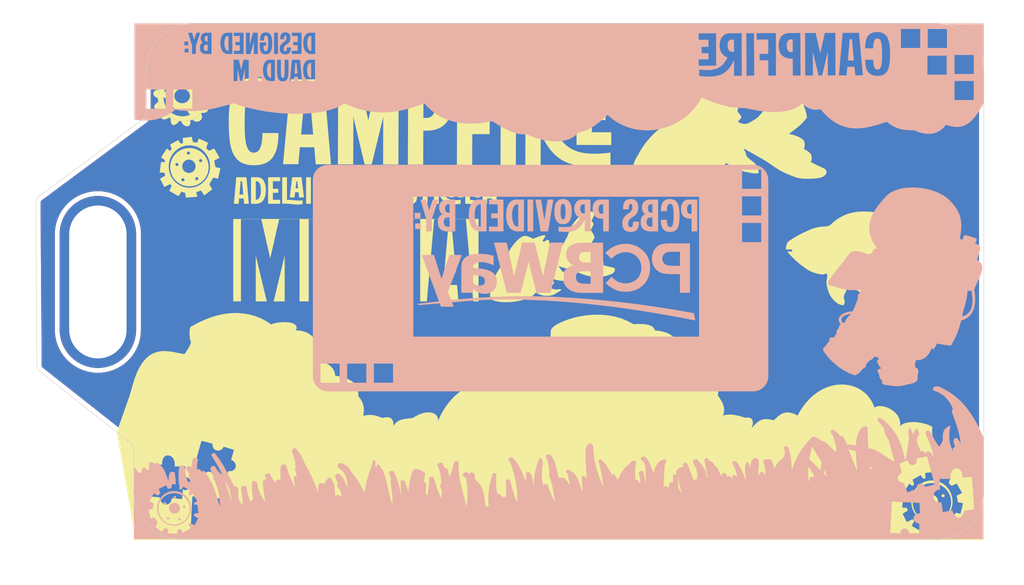
<source format=kicad_pcb>
(kicad_pcb (version 20241229) (generator "pcbnew") (generator_version "9.0")
  (layers (0 "F.Cu" signal) (2 "B.Cu" signal) (13 "F.Paste" user) (15 "B.Paste" user) (5 "F.SilkS" user "F.Silkscreen") (7 "B.SilkS" user "B.Silkscreen") (1 "F.Mask" user) (3 "B.Mask" user) (25 "Edge.Cuts" user))
  (net 0 "")
  (footprint "Taranium-libs:Lanyard hole" (layer "F.Cu") (at 169.375 65.175 90)
    (property "Reference" "REF**" (at -8.825 -6.175 90) (layer "F.SilkS") (effects (font (thickness 0.1))))
    (property "Value" "Lanyard hole")
    (pad "2" thru_hole roundrect (at -8.9 -8.6 90) (size 18 8) (drill oval 16 6) (layers "*.Cu" "F.Mask" "F.Paste") (roundrect_rratio 0.5))
  )
  (gr_poly (pts (xy 191.487746 64.504566) (xy 191.490668 64.731792) (xy 191.494469 64.834877) (xy 191.499962 64.930834) (xy 191.507246 65.019582) (xy 191.516418 65.101041) (xy 191.52758 65.175127) (xy 191.540828 65.241761) (xy 191.556262 65.30086) (xy 191.573981 65.352343) (xy 191.594083 65.396129) (xy 191.616668 65.432137) (xy 191.641834 65.460284) (xy 191.655416 65.471385) (xy 191.66968 65.48049) (xy 191.684639 65.48759) (xy 191.700306 65.492674) (xy 191.716691 65.495731) (xy 191.733808 65.496753) (xy 191.752322 65.495731) (xy 191.769927 65.492674) (xy 191.786644 65.48759) (xy 191.802494 65.48049) (xy 191.817498 65.471385) (xy 191.831678 65.460284) (xy 191.845053 65.447198) (xy 191.857646 65.432137) (xy 191.869477 65.41511) (xy 191.880568 65.396129) (xy 191.890939 65.375203) (xy 191.900612 65.352343) (xy 191.909608 65.327558) (xy 191.917948 65.30086) (xy 191.925652 65.272257) (xy 191.932742 65.241761) (xy 191.939239 65.209381) (xy 191.945165 65.175127) (xy 191.950539 65.13901) (xy 191.955384 65.101041) (xy 191.963569 65.019582) (xy 191.969887 64.930834) (xy 191.974508 64.834877) (xy 191.9776 64.731792) (xy 191.979331 64.621661) (xy 191.979871 64.504566) (xy 191.979871 63.115503) (xy 192.479934 63.115503) (xy 192.479934 64.504566) (xy 192.478747 64.665806) (xy 192.474717 64.818918) (xy 192.467141 64.96359) (xy 192.455315 65.099506) (xy 192.438536 65.226353) (xy 192.4161 65.343816) (xy 192.387305 65.451583) (xy 192.351445 65.549338) (xy 192.330647 65.594364) (xy 192.307819 65.636769) (xy 192.282873 65.676514) (xy 192.255722 65.713561) (xy 192.226278 65.747869) (xy 192.194452 65.7794) (xy 192.160157 65.808114) (xy 192.123304 65.833972) (xy 192.083806 65.856935) (xy 192.041575 65.876964) (xy 191.996523 65.894018) (xy 191.948563 65.90806) (xy 191.897605 65.91905) (xy 191.843562 65.926949) (xy 191.786347 65.931717) (xy 191.725871 65.933315) (xy 191.667535 65.931717) (xy 191.612282 65.926949) (xy 191.56003 65.91905) (xy 191.510698 65.90806) (xy 191.464206 65.894018) (xy 191.420474 65.876964) (xy 191.37942 65.856935) (xy 191.340964 65.833972) (xy 191.305026 65.808114) (xy 191.271524 65.7794) (xy 191.240378 65.747869) (xy 191.211507 65.713561) (xy 191.184831 65.676514) (xy 191.160269 65.636769) (xy 191.137741 65.594364) (xy 191.117165 65.549338) (xy 191.09846 65.501732) (xy 191.081548 65.451583) (xy 191.066346 65.398931) (xy 191.052773 65.343816) (xy 191.040751 65.286277) (xy 191.030196 65.226353) (xy 191.02103 65.164082) (xy 191.013171 65.099506) (xy 191.001053 64.96359) (xy 190.993196 64.818918) (xy 190.988955 64.665806) (xy 190.987685 64.504566) (xy 190.987685 63.115503) (xy 191.487746 63.115503)) (fill yes) (layer "F.SilkS"))
  (gr_poly (pts (xy 164.061254 86.203156) (xy 162.8 89.8) (xy 164.608941 100.125533) (xy 166 86.8)) (stroke (width 0.1)) (fill yes) (layer "F.SilkS"))
  (gr_poly (pts (xy 207.919803 52.955559) (xy 208.054555 52.959248) (xy 208.184972 52.969259) (xy 208.311055 52.985455) (xy 208.432809 53.007697) (xy 208.550234 53.03585) (xy 208.663335 53.069775) (xy 208.772114 53.109336) (xy 208.876573 53.154396) (xy 208.976717 53.204817) (xy 209.072546 53.260461) (xy 209.164065 53.321193) (xy 209.251277 53.386874) (xy 209.334182 53.457368) (xy 209.412786 53.532537) (xy 209.48709 53.612244) (xy 209.557097 53.696352) (xy 209.622811 53.784723) (xy 209.684233 53.877222) (xy 209.741367 53.973709) (xy 209.794215 54.074049) (xy 209.842781 54.178103) (xy 209.887067 54.285735) (xy 209.927076 54.396808) (xy 209.96281 54.511184) (xy 209.994273 54.628726) (xy 210.021467 54.749298) (xy 210.044396 54.872761) (xy 210.063061 54.998978) (xy 210.077466 55.127813) (xy 210.087613 55.259128) (xy 210.095147 55.52865) (xy 210.087982 55.743128) (xy 210.068037 55.952742) (xy 210.035314 56.156841) (xy 209.989814 56.354775) (xy 209.931541 56.545891) (xy 209.860495 56.729541) (xy 209.77668 56.905071) (xy 209.680097 57.071832) (xy 209.570748 57.229172) (xy 209.448635 57.376441) (xy 209.313761 57.512986) (xy 209.241539 57.577035) (xy 209.166127 57.638158) (xy 209.087526 57.696276) (xy 209.005736 57.751305) (xy 208.920757 57.803166) (xy 208.83259 57.851777) (xy 208.741234 57.897056) (xy 208.646691 57.938921) (xy 208.548959 57.977292) (xy 208.44804 58.012088) (xy 208.617608 58.331032) (xy 208.79164 58.629453) (xy 208.971846 58.907358) (xy 209.159938 59.164751) (xy 209.257477 59.285759) (xy 209.357628 59.40164) (xy 209.460607 59.512397) (xy 209.566627 59.61803) (xy 209.675903 59.71854) (xy 209.788647 59.813928) (xy 209.905074 59.904193) (xy 210.025399 59.989338) (xy 210.149834 60.069363) (xy 210.278594 60.144268) (xy 210.411893 60.214055) (xy 210.549945 60.278724) (xy 210.692963 60.338276) (xy 210.841162 60.392711) (xy 210.994756 60.442031) (xy 211.153958 60.486236) (xy 211.318982 60.525326) (xy 211.490043 60.559304) (xy 211.667354 60.588169) (xy 211.851129 60.611922) (xy 212.041583 60.630564) (xy 212.238928 60.644095) (xy 212.44338 60.652517) (xy 212.655152 60.655831) (xy 212.848115 60.654686) (xy 213.046303 60.649844) (xy 213.25016 60.641157) (xy 213.460135 60.628476) (xy 213.676673 60.611654) (xy 213.90022 60.590543) (xy 214.131223 60.564996) (xy 214.370129 60.534863) (xy 214.365364 61.868363) (xy 214.083646 61.903085) (xy 213.810129 61.933073) (xy 213.544662 61.958329) (xy 213.287097 61.978853) (xy 213.037287 61.994644) (xy 212.795082 62.005702) (xy 212.560333 62.012027) (xy 212.332893 62.01362) (xy 211.806337 61.998348) (xy 211.315891 61.956359) (xy 210.859474 61.887591) (xy 210.435001 61.791981) (xy 210.234093 61.73409) (xy 210.04039 61.669464) (xy 209.853631 61.598097) (xy 209.673555 61.519979) (xy 209.499904 61.435103) (xy 209.332415 61.343462) (xy 209.17083 61.245046) (xy 209.014886 61.139849) (xy 208.864324 61.027863) (xy 208.718884 60.909078) (xy 208.442325 60.651086) (xy 208.183126 60.365809) (xy 207.939204 60.053184) (xy 207.708476 59.713149) (xy 207.488857 59.345639) (xy 207.278264 58.950592) (xy 207.074613 58.527945) (xy 207.062946 61.842566) (xy 205.462747 61.83693) (xy 205.48042 56.826122) (xy 207.080649 56.826122) (xy 207.487047 56.827558) (xy 207.5445 56.826135) (xy 207.600176 56.821493) (xy 207.654073 56.813697) (xy 207.706188 56.802808) (xy 207.756518 56.78889) (xy 207.805061 56.772006) (xy 207.851815 56.752217) (xy 207.896776 56.729587) (xy 207.939942 56.704179) (xy 207.981311 56.676056) (xy 208.020881 56.64528) (xy 208.058647 56.611914) (xy 208.094609 56.57602) (xy 208.128764 56.537663) (xy 208.161108 56.496903) (xy 208.191639 56.453805) (xy 208.220355 56.408431) (xy 208.247254 56.360844) (xy 208.272332 56.311106) (xy 208.295587 56.25928) (xy 208.317017 56.20543) (xy 208.336619 56.149617) (xy 208.35439 56.091905) (xy 208.370328 56.032356) (xy 208.38443 55.971034) (xy 208.396694 55.908) (xy 208.407117 55.843319) (xy 208.415697 55.777052) (xy 208.422431 55.709262) (xy 208.427316 55.640012) (xy 208.43035 55.569365) (xy 208.431531 55.497384) (xy 208.42872 55.366621) (xy 208.419322 55.241304) (xy 208.403317 55.121843) (xy 208.380685 55.008646) (xy 208.351406 54.902123) (xy 208.31546 54.802684) (xy 208.272827 54.710736) (xy 208.248997 54.6677) (xy 208.223487 54.62669) (xy 208.196296 54.587758) (xy 208.16742 54.550955) (xy 208.136858 54.516332) (xy 208.104606 54.48394) (xy 208.070663 54.45383) (xy 208.035025 54.426054) (xy 207.99769 54.400663) (xy 207.958657 54.377707) (xy 207.917921 54.357238) (xy 207.875482 54.339307) (xy 207.831335 54.323965) (xy 207.785479 54.311263) (xy 207.737912 54.301253) (xy 207.68863 54.293986) (xy 207.637632 54.289513) (xy 207.584914 54.287884) (xy 207.089613 54.286138) (xy 207.080649 56.826122) (xy 205.48042 56.826122) (xy 205.494102 52.947002)) (fill yes) (layer "F.SilkS"))
  (gr_poly (pts (xy 188.122167 65.064159) (xy 187.487168 65.064159) (xy 187.487168 64.667283) (xy 188.122167 64.667283)) (fill yes) (layer "F.SilkS"))
  (gr_poly (pts (xy 200.701595 65.230847) (xy 200.201534 65.230847) (xy 200.201534 63.115503) (xy 200.701595 63.115503)) (fill yes) (layer "F.SilkS"))
  (gr_poly (pts (xy 212.323754 66.704273) (xy 212.354308 66.70629) (xy 212.383762 66.709276) (xy 212.412093 66.713132) (xy 212.439275 66.71776) (xy 212.465286 66.723061) (xy 212.490101 66.728937) (xy 212.513696 66.73529) (xy 212.536048 66.74202) (xy 212.557131 66.74903) (xy 212.595398 66.763493) (xy 212.628305 66.777893) (xy 212.65566 66.791441) (xy 212.67727 66.80335) (xy 212.692945 66.812831) (xy 212.705714 66.821362) (xy 212.691359 66.893952) (xy 212.676528 66.961741) (xy 212.661118 67.025227) (xy 212.645024 67.084911) (xy 212.62814 67.141294) (xy 212.610364 67.194874) (xy 212.591589 67.246152) (xy 212.571711 67.295627) (xy 212.550626 67.343801) (xy 212.528229 67.391172) (xy 212.504415 67.438241) (xy 212.47908 67.485507) (xy 212.423427 67.582633) (xy 212.360433 67.68655) (xy 212.387945 67.707512) (xy 212.412628 67.727376) (xy 212.43472 67.746345) (xy 212.45446 67.764622) (xy 212.472085 67.78241) (xy 212.487835 67.799914) (xy 212.501947 67.817336) (xy 212.514659 67.834881) (xy 212.526211 67.852751) (xy 212.53684 67.87115) (xy 212.546785 67.890281) (xy 212.556284 67.910349) (xy 212.565575 67.931556) (xy 212.574897 67.954106) (xy 212.594588 68.004049) (xy 212.580242 68.052032) (xy 212.565479 68.097881) (xy 212.550253 68.141788) (xy 212.534517 68.183945) (xy 212.518225 68.224544) (xy 212.50133 68.263777) (xy 212.483786 68.301836) (xy 212.465546 68.338912) (xy 212.446563 68.375198) (xy 212.426792 68.410885) (xy 212.406186 68.446165) (xy 212.384697 68.481229) (xy 212.362281 68.516271) (xy 212.338889 68.551481) (xy 212.288996 68.623174) (xy 212.36727 68.738966) (xy 212.433883 68.841828) (xy 212.490925 68.935574) (xy 212.516509 68.98022) (xy 212.540485 69.024018) (xy 212.563112 69.067443) (xy 212.584654 69.110974) (xy 212.605369 69.155085) (xy 212.625521 69.200255) (xy 212.665178 69.295675) (xy 212.705714 69.401048) (xy 212.65602 69.508774) (xy 212.605156 69.61061) (xy 212.553073 69.707178) (xy 212.499717 69.799102) (xy 212.445036 69.887003) (xy 212.388979 69.971503) (xy 212.331493 70.053224) (xy 212.272526 70.132788) (xy 212.212026 70.210817) (xy 212.149941 70.287933) (xy 212.020809 70.441916) (xy 211.741232 70.766299) (xy 211.873696 70.765772) (xy 212.015275 70.770799) (xy 212.0979 70.776293) (xy 212.18575 70.784407) (xy 212.276824 70.795613) (xy 212.369122 70.810385) (xy 212.460644 70.829199) (xy 212.549389 70.852526) (xy 212.633358 70.880842) (xy 212.71055 70.914619) (xy 212.74598 70.933704) (xy 212.778966 70.954332) (xy 212.809258 70.976563) (xy 212.836606 71.000455) (xy 212.854196 71.018576) (xy 212.870321 71.037675) (xy 212.88504 71.057649) (xy 212.898412 71.078397) (xy 212.910497 71.099816) (xy 212.921355 71.121806) (xy 212.931044 71.144263) (xy 212.939625 71.167087) (xy 212.947157 71.190175) (xy 212.953699 71.213426) (xy 212.959311 71.236738) (xy 212.964052 71.260009) (xy 212.971161 71.306021) (xy 212.9755 71.350648) (xy 212.977547 71.393075) (xy 212.977777 71.432487) (xy 212.976666 71.46807) (xy 212.974689 71.499011) (xy 212.970045 71.543703) (xy 212.967651 71.560049) (xy 213.043413 71.577607) (xy 213.123844 71.600505) (xy 213.170534 71.61576) (xy 213.219955 71.63366) (xy 213.270917 71.654281) (xy 213.322231 71.677705) (xy 213.372708 71.704009) (xy 213.421157 71.733274) (xy 213.466391 71.765578) (xy 213.48743 71.782895) (xy 213.50722 71.801001) (xy 213.52561 71.819906) (xy 213.542453 71.839621) (xy 213.5576 71.860155) (xy 213.570902 71.881518) (xy 213.578841 71.896497) (xy 213.586166 71.912224) (xy 213.592903 71.92862) (xy 213.599075 71.945603) (xy 213.604704 71.963094) (xy 213.609816 71.981013) (xy 213.61858 72.017811) (xy 213.625556 72.055356) (xy 213.630933 72.093005) (xy 213.6349 72.130117) (xy 213.637646 72.166048) (xy 213.63936 72.200157) (xy 213.640233 72.231801) (xy 213.640206 72.285128) (xy 213.63837 72.333955) (xy 213.917641 72.402912) (xy 214.169095 72.462878) (xy 214.408306 72.516518) (xy 214.53971 72.542633) (xy 214.570937 72.549584) (xy 214.60125 72.55726) (xy 214.630517 72.565936) (xy 214.658606 72.57589) (xy 214.672167 72.581433) (xy 214.685384 72.5874) (xy 214.69824 72.593825) (xy 214.710719 72.600742) (xy 214.722804 72.608187) (xy 214.734478 72.616194) (xy 214.745726 72.624797) (xy 214.756531 72.634032) (xy 214.766876 72.643933) (xy 214.776744 72.654535) (xy 214.78612 72.665872) (xy 214.794986 72.677978) (xy 214.803326 72.69089) (xy 214.811123 72.704641) (xy 214.818362 72.719265) (xy 214.825025 72.734798) (xy 214.829009 72.746259) (xy 214.832088 72.75829) (xy 214.834278 72.77085) (xy 214.835593 72.7839) (xy 214.836051 72.797398) (xy 214.835667 72.811304) (xy 214.834458 72.825577) (xy 214.832439 72.840178) (xy 214.829626 72.855064) (xy 214.826037 72.870197) (xy 214.821686 72.885535) (xy 214.816589 72.901037) (xy 214.804224 72.932375) (xy 214.789071 72.963885) (xy 214.771257 72.995243) (xy 214.750912 73.026126) (xy 214.728163 73.056208) (xy 214.703138 73.085166) (xy 214.675967 73.112676) (xy 214.661617 73.125785) (xy 214.646778 73.138412) (xy 214.631466 73.150513) (xy 214.615698 73.16205) (xy 214.59949 73.172982) (xy 214.582857 73.183268) (xy 214.532581 73.211606) (xy 214.479986 73.238636) (xy 214.425078 73.264446) (xy 214.367861 73.289121) (xy 214.308342 73.312751) (xy 214.246527 73.335421) (xy 214.11603 73.378232) (xy 213.976419 73.418253) (xy 213.827738 73.456181) (xy 213.670034 73.492714) (xy 213.503355 73.52855) (xy 213.411202 73.54624) (xy 213.323346 73.560001) (xy 213.239174 73.570069) (xy 213.158075 73.576683) (xy 213.079436 73.580079) (xy 213.002644 73.580495) (xy 212.927087 73.578169) (xy 212.852153 73.573337) (xy 212.777229 73.566237) (xy 212.701703 73.557107) (xy 212.546394 73.533706) (xy 212.201607 73.472986) (xy 212.065691 73.446917) (xy 211.937368 73.418013) (xy 211.815583 73.386513) (xy 211.699284 73.352657) (xy 211.587418 73.316685) (xy 211.478932 73.278836) (xy 211.267887 73.198469) (xy 210.840016 73.025766) (xy 210.606342 72.937267) (xy 210.480884 72.893319) (xy 210.348276 72.849893) (xy 209.890664 72.708949) (xy 209.425572 72.569828) (xy 208.919526 72.421267) (xy 208.939244 72.443298) (xy 208.987321 72.498867) (xy 209.016802 72.534296) (xy 209.047142 72.572191) (xy 209.076263 72.610579) (xy 209.089718 72.629341) (xy 209.102089 72.647486) (xy 209.113654 72.665386) (xy 209.124477 72.682881) (xy 209.144426 72.716805) (xy 209.181278 72.781383) (xy 209.190634 72.797055) (xy 209.200314 72.812609) (xy 209.210451 72.82808) (xy 209.221179 72.843505) (xy 209.232631 72.858919) (xy 209.244941 72.874359) (xy 209.258242 72.889858) (xy 209.272666 72.905455) (xy 209.292473 72.924061) (xy 209.315959 72.942685) (xy 209.342806 72.961344) (xy 209.372693 72.980055) (xy 209.405302 72.998836) (xy 209.440312 73.017704) (xy 209.516259 73.055772) (xy 209.682908 73.133721) (xy 209.768496 73.173881) (xy 209.852184 73.215018) (xy 209.876378 73.22808) (xy 209.900141 73.242369) (xy 209.923449 73.257801) (xy 209.946277 73.274291) (xy 209.9686 73.291755) (xy 209.990392 73.310108) (xy 210.032286 73.349143) (xy 210.071757 73.390719) (xy 210.108605 73.434159) (xy 210.142631 73.478787) (xy 210.173633 73.523927) (xy 210.201411 73.5689) (xy 210.225764 73.613032) (xy 210.246492 73.655644) (xy 210.263395 73.696061) (xy 210.276273 73.733605) (xy 210.284923 73.7676) (xy 210.287601 73.783055) (xy 210.289147 73.797369) (xy 210.289537 73.810458) (xy 210.288744 73.822236) (xy 210.285773 73.833767) (xy 210.279933 73.844566) (xy 210.271351 73.85466) (xy 210.260151 73.864075) (xy 210.230397 73.880977) (xy 210.191674 73.895487) (xy 210.144982 73.90782) (xy 210.091323 73.918189) (xy 210.031698 73.92681) (xy 209.967109 73.933898) (xy 209.82704 73.94433) (xy 209.679128 73.951204) (xy 209.391809 73.961142) (xy 209.311567 73.960371) (xy 209.218387 73.952739) (xy 209.114768 73.939201) (xy 209.003211 73.92071) (xy 208.886214 73.89822) (xy 208.766278 73.872682) (xy 208.527584 73.816283) (xy 208.307125 73.759139) (xy 208.124898 73.708879) (xy 207.95512 73.659518) (xy 207.949192 73.679019) (xy 207.943312 73.697399) (xy 207.937435 73.714744) (xy 207.931512 73.731141) (xy 207.925498 73.746678) (xy 207.919347 73.761442) (xy 207.913011 73.77552) (xy 207.906445 73.788998) (xy 207.899602 73.801966) (xy 207.892434 73.814508) (xy 207.884897 73.826714) (xy 207.876942 73.83867) (xy 207.868525 73.850463) (xy 207.859597 73.86218) (xy 207.850114 73.873909) (xy 207.840027 73.885737) (xy 207.876993 73.900651) (xy 207.914818 73.914206) (xy 207.95324 73.9265) (xy 207.991997 73.937633) (xy 208.030827 73.947704) (xy 208.069466 73.956811) (xy 208.145127 73.972533) (xy 208.21688 73.985591) (xy 208.282628 73.996778) (xy 208.340272 74.006885) (xy 208.387714 74.016705) (xy 208.397747 74.019541) (xy 208.407032 74.023045) (xy 208.41558 74.027186) (xy 208.423399 74.031937) (xy 208.4305 74.037268) (xy 208.436894 74.04315) (xy 208.44259 74.049555) (xy 208.447599 74.056452) (xy 208.45193 74.063814) (xy 208.455594 74.071611) (xy 208.4586 74.079814) (xy 208.460959 74.088394) (xy 208.46268 74.097323) (xy 208.463775 74.10657) (xy 208.464252 74.116107) (xy 208.464123 74.125906) (xy 208.463396 74.135937) (xy 208.462083 74.14617) (xy 208.460192 74.156578) (xy 208.457735 74.167131) (xy 208.451162 74.188556) (xy 208.442442 74.210213) (xy 208.431657 74.231869) (xy 208.418887 74.253294) (xy 208.404212 74.274254) (xy 208.387714 74.294518) (xy 208.312772 74.382078) (xy 208.202146 74.512799) (xy 208.058307 74.683454) (xy 208.118338 74.71097) (xy 208.185096 74.739418) (xy 208.26899 74.772374) (xy 208.364499 74.805873) (xy 208.414885 74.821588) (xy 208.466105 74.835951) (xy 208.517469 74.848468) (xy 208.568287 74.858644) (xy 208.617869 74.865981) (xy 208.665525 74.869986) (xy 208.692786 74.870375) (xy 208.7222 74.869246) (xy 208.753306 74.866813) (xy 208.785644 74.863291) (xy 208.818753 74.858896) (xy 208.852172 74.853843) (xy 208.9181 74.842622) (xy 209.033409 74.821744) (xy 209.07542 74.815529) (xy 209.090903 74.81423) (xy 209.102089 74.814424) (xy 209.114619 74.816244) (xy 209.126188 74.818703) (xy 209.136811 74.821767) (xy 209.146503 74.8254) (xy 209.155281 74.829569) (xy 209.163158 74.834237) (xy 209.170151 74.83937) (xy 209.176274 74.844934) (xy 209.181543 74.850893) (xy 209.185973 74.857212) (xy 209.18958 74.863857) (xy 209.192378 74.870793) (xy 209.194383 74.877984) (xy 209.195611 74.885397) (xy 209.196075 74.892995) (xy 209.195793 74.900744) (xy 209.194778 74.90861) (xy 209.193047 74.916557) (xy 209.190614 74.924551) (xy 209.187494 74.932556) (xy 209.183704 74.940538) (xy 209.179258 74.948462) (xy 209.174171 74.956293) (xy 209.16846 74.963996) (xy 209.162138 74.971536) (xy 209.155221 74.978878) (xy 209.147726 74.985988) (xy 209.139666 74.992831) (xy 209.131057 74.999371) (xy 209.121914 75.005574) (xy 209.112253 75.011405) (xy 209.102089 75.016829) (xy 209.034888 75.051661) (xy 208.971665 75.086594) (xy 208.911794 75.121447) (xy 208.854649 75.156039) (xy 208.640792 75.288194) (xy 208.587877 75.318777) (xy 208.53393 75.348017) (xy 208.478324 75.375733) (xy 208.420432 75.401745) (xy 208.359628 75.425873) (xy 208.295286 75.447935) (xy 208.226779 75.467752) (xy 208.153482 75.485143) (xy 208.09772 75.495965) (xy 208.037815 75.505514) (xy 207.974099 75.513568) (xy 207.906907 75.519908) (xy 207.836573 75.524313) (xy 207.763431 75.526562) (xy 207.687815 75.526434) (xy 207.610058 75.523709) (xy 207.530495 75.518167) (xy 207.44946 75.509587) (xy 207.367286 75.497748) (xy 207.284308 75.48243) (xy 207.200859 75.463412) (xy 207.117273 75.440474) (xy 207.033885 75.413395) (xy 206.951028 75.381954) (xy 206.920062 75.368749) (xy 206.887883 75.354025) (xy 206.854934 75.338109) (xy 206.821658 75.321329) (xy 206.755899 75.286485) (xy 206.69415 75.252108) (xy 206.639953 75.220816) (xy 206.596853 75.195225) (xy 206.55812 75.171612) (xy 206.495186 75.263084) (xy 206.417872 75.350679) (xy 206.327076 75.434334) (xy 206.223697 75.513986) (xy 206.108634 75.589571) (xy 205.982784 75.661026) (xy 205.702316 75.791295) (xy 205.38948 75.904285) (xy 205.051461 75.999491) (xy 204.695446 76.076408) (xy 204.328618 76.134529) (xy 203.958165 76.173349) (xy 203.591271 76.192363) (xy 203.235123 76.191063) (xy 202.896906 76.168945) (xy 202.583805 76.125503) (xy 202.303006 76.060231) (xy 202.176965 76.019251) (xy 202.061695 75.972623) (xy 201.958093 75.920285) (xy 201.867057 75.862174) (xy 201.857896 75.853249) (xy 201.849059 75.840058) (xy 201.832538 75.80166) (xy 201.817857 75.748543) (xy 201.805375 75.682268) (xy 201.795452 75.604399) (xy 201.78845 75.516498) (xy 201.784729 75.420126) (xy 201.784648 75.316848) (xy 201.78857 75.208224) (xy 201.796853 75.095819) (xy 201.809858 74.981193) (xy 201.827947 74.86591) (xy 201.851479 74.751532) (xy 201.880814 74.639622) (xy 201.916314 74.531742) (xy 201.958339 74.429454) (xy 202.021057 74.203211) (xy 202.092561 73.98445) (xy 202.171962 73.773306) (xy 202.25837 73.56991) (xy 202.350896 73.374398) (xy 202.44865 73.186903) (xy 202.550743 73.007558) (xy 202.656285 72.836498) (xy 202.764387 72.673856) (xy 202.874159 72.519765) (xy 202.984712 72.37436) (xy 203.095157 72.237775) (xy 203.204603 72.110142) (xy 203.312161 71.991596) (xy 203.416942 71.88227) (xy 203.518057 71.782298) (xy 203.53696 71.648043) (xy 203.565127 71.49913) (xy 203.609806 71.312498) (xy 203.639283 71.208977) (xy 203.674022 71.100752) (xy 203.714402 70.989399) (xy 203.760801 70.876494) (xy 203.813598 70.763613) (xy 203.873169 70.65233) (xy 203.939895 70.544221) (xy 204.014152 70.440862) (xy 204.250114 70.137004) (xy 204.370586 69.989913) (xy 204.433231 69.917739) (xy 204.498161 69.846542) (xy 204.565888 69.776368) (xy 204.63692 69.707263) (xy 204.71177 69.639275) (xy 204.790946 69.57245) (xy 204.874959 69.506834) (xy 204.964319 69.442474) (xy 205.059536 69.379415) (xy 205.161121 69.317706) (xy 205.198219 69.298693) (xy 205.237139 69.283511) (xy 205.277685 69.27195) (xy 205.31966 69.263797) (xy 205.362868 69.258841) (xy 205.407111 69.256869) (xy 205.452193 69.257671) (xy 205.497917 69.261035) (xy 205.544086 69.266748) (xy 205.590504 69.274599) (xy 205.636974 69.284377) (xy 205.683299 69.29587) (xy 205.774726 69.323153) (xy 205.863213 69.354754) (xy 205.947184 69.38898) (xy 206.025067 69.424138) (xy 206.095286 69.458533) (xy 206.156268 69.490472) (xy 206.244223 69.540209) (xy 206.276339 69.559799) (xy 206.41294 69.500888) (xy 206.559906 69.440504) (xy 206.738173 69.371284) (xy 206.931885 69.302063) (xy 207.029577 69.270214) (xy 207.125184 69.241679) (xy 207.216724 69.217563) (xy 207.302215 69.198969) (xy 207.379674 69.187003) (xy 207.44712 69.182768) (xy 207.453563 69.183002) (xy 207.460075 69.18369) (xy 207.466631 69.184812) (xy 207.473203 69.186349) (xy 207.479767 69.188282) (xy 207.486295 69.190589) (xy 207.492763 69.193252) (xy 207.499143 69.196251) (xy 207.505409 69.199566) (xy 207.511536 69.203178) (xy 207.517498 69.207066) (xy 207.523268 69.211211) (xy 207.52882 69.215593) (xy 207.534128 69.220193) (xy 207.539167 69.224991) (xy 207.543909 69.229967) (xy 207.548329 69.235101) (xy 207.552402 69.240374) (xy 207.5561 69.245766) (xy 207.559397 69.251257) (xy 207.562268 69.256827) (xy 207.564687 69.262457) (xy 207.566627 69.268127) (xy 207.568063 69.273818) (xy 207.568967 69.279509) (xy 207.569315 69.285181) (xy 207.56908 69.290814) (xy 207.568235 69.296388) (xy 207.566756 69.301885) (xy 207.564615 69.307283) (xy 207.561788 69.312563) (xy 207.558246 69.317706) (xy 207.524324 69.362286) (xy 207.492532 69.405177) (xy 207.462867 69.446282) (xy 207.435323 69.485505) (xy 207.409896 69.522748) (xy 207.38658 69.557914) (xy 207.365371 69.590908) (xy 207.346265 69.621633) (xy 207.329256 69.649991) (xy 207.31434 69.675885) (xy 207.301512 69.69922) (xy 207.290768 69.719899) (xy 207.282101 69.737824) (xy 207.275509 69.752899) (xy 207.270985 69.765027) (xy 207.268526 69.774111) (xy 207.267758 69.779948) (xy 207.267684 69.785551) (xy 207.268274 69.790918) (xy 207.269501 69.796048) (xy 207.271335 69.80094) (xy 207.273749 69.805592) (xy 207.276715 69.810003) (xy 207.280203 69.814171) (xy 207.284186 69.818095) (xy 207.288635 69.821773) (xy 207.293522 69.825205) (xy 207.298819 69.828387) (xy 207.310527 69.834001) (xy 207.323534 69.838604) (xy 207.337613 69.842183) (xy 207.352536 69.844727) (xy 207.368077 69.846225) (xy 207.38401 69.846665) (xy 207.400107 69.846036) (xy 207.416142 69.844324) (xy 207.431889 69.841521) (xy 207.44712 69.837612) (xy 207.456871 69.834521) (xy 207.466284 69.83121) (xy 207.475379 69.827691) (xy 207.484176 69.823977) (xy 207.500952 69.816012) (xy 207.51677 69.807412) (xy 207.531788 69.798278) (xy 207.546163 69.788708) (xy 207.560053 69.778801) (xy 207.573615 69.768655) (xy 207.600385 69.748044) (xy 207.613909 69.737776) (xy 207.627735 69.727665) (xy 207.642021 69.71781) (xy 207.656925 69.708309) (xy 207.672603 69.699262) (xy 207.689214 69.690767) (xy 207.698456 69.686615) (xy 207.707762 69.68295) (xy 207.717121 69.679767) (xy 207.726519 69.677061) (xy 207.735945 69.674827) (xy 207.745385 69.67306) (xy 207.754828 69.671755) (xy 207.76426 69.670906) (xy 207.77367 69.670509) (xy 207.783044 69.670558) (xy 207.792371 69.671047) (xy 207.801638 69.671973) (xy 207.810832 69.67333) (xy 207.819941 69.675112) (xy 207.828953 69.677315) (xy 207.837854 69.679933) (xy 207.846633 69.682961) (xy 207.855277 69.686394) (xy 207.863773 69.690227) (xy 207.872109 69.694455) (xy 207.880273 69.699073) (xy 207.888252 69.704075) (xy 207.896033 69.709457) (xy 207.903605 69.715212) (xy 207.910954 69.721337) (xy 207.918068 69.727826) (xy 207.924934 69.734673) (xy 207.931541 69.741874) (xy 207.937876 69.749423) (xy 207.943925 69.757316) (xy 207.949678 69.765547) (xy 207.95512 69.774111) (xy 207.958919 69.780928) (xy 207.96207 69.787705) (xy 207.964612 69.794445) (xy 207.966586 69.801153) (xy 207.968033 69.807832) (xy 207.968991 69.814487) (xy 207.969503 69.821122) (xy 207.969609 69.827741) (xy 207.969348 69.834348) (xy 207.968761 69.840947) (xy 207.966771 69.854138) (xy 207.963962 69.867346) (xy 207.960657 69.880604) (xy 207.953851 69.907401) (xy 207.950996 69.921005) (xy 207.948937 69.934791) (xy 207.948307 69.941761) (xy 207.947997 69.948789) (xy 207.948047 69.955879) (xy 207.948499 69.963034) (xy 207.949391 69.970259) (xy 207.950765 69.977558) (xy 207.952662 69.984934) (xy 207.95512 69.992393) (xy 207.958847 70.001873) (xy 207.962876 70.010835) (xy 207.967193 70.019309) (xy 207.971786 70.027325) (xy 207.976643 70.034913) (xy 207.981751 70.042103) (xy 207.987097 70.048924) (xy 207.99267 70.055406) (xy 207.998456 70.06158) (xy 208.004442 70.067474) (xy 208.016967 70.078544) (xy 208.030144 70.088856) (xy 208.043873 70.098647) (xy 208.102293 70.137379) (xy 208.117271 70.148145) (xy 208.132198 70.159822) (xy 208.146973 70.172648) (xy 208.161495 70.186862) (xy 208.171416 70.196871) (xy 208.18122 70.206175) (xy 208.190882 70.214902) (xy 208.200377 70.223179) (xy 208.218771 70.238892) (xy 208.227621 70.246582) (xy 208.236207 70.254331) (xy 208.244505 70.262266) (xy 208.252489 70.270514) (xy 208.260137 70.279203) (xy 208.267423 70.288459) (xy 208.270922 70.29334) (xy 208.274323 70.298411) (xy 208.27762 70.303686) (xy 208.280812 70.309184) (xy 208.283895 70.314918) (xy 208.286867 70.320906) (xy 208.289724 70.327163) (xy 208.292463 70.333705) (xy 208.296854 70.346896) (xy 208.29965 70.360325) (xy 208.300956 70.373957) (xy 208.300877 70.387754) (xy 208.299517 70.401681) (xy 208.29698 70.415702) (xy 208.293373 70.429781) (xy 208.288799 70.443881) (xy 208.283363 70.457967) (xy 208.27717 70.472002) (xy 208.270325 70.485951) (xy 208.262933 70.499776) (xy 208.246926 70.526914) (xy 208.229986 70.553127) (xy 208.196663 70.601623) (xy 208.181956 70.623327) (xy 208.16967 70.642951) (xy 208.164696 70.651892) (xy 208.160642 70.660205) (xy 208.157612 70.667853) (xy 208.155712 70.674801) (xy 208.155045 70.681011) (xy 208.155716 70.686449) (xy 208.157831 70.691077) (xy 208.161495 70.694861) (xy 208.183914 70.710617) (xy 208.206129 70.724224) (xy 208.228217 70.735821) (xy 208.250252 70.745546) (xy 208.272312 70.753539) (xy 208.294474 70.759939) (xy 208.316812 70.764883) (xy 208.339405 70.768513) (xy 208.362328 70.770965) (xy 208.385657 70.77238) (xy 208.409469 70.772896) (xy 208.433841 70.772652) (xy 208.484569 70.77044) (xy 208.53845 70.766856) (xy 208.546463 70.766299) (xy 208.572357 70.764015) (xy 208.597369 70.760869) (xy 208.621544 70.756888) (xy 208.644927 70.752094) (xy 208.667563 70.746514) (xy 208.689498 70.740173) (xy 208.710776 70.733094) (xy 208.731443 70.725303) (xy 208.751544 70.716825) (xy 208.771124 70.707685) (xy 208.790229 70.697907) (xy 208.808903 70.687516) (xy 208.84514 70.664995) (xy 208.880197 70.640321) (xy 208.914436 70.613693) (xy 208.948217 70.58531) (xy 208.981903 70.555369) (xy 209.015854 70.52407) (xy 209.085999 70.458193) (xy 209.122916 70.424012) (xy 209.161543 70.389267) (xy 209.217738 70.337532) (xy 209.268874 70.286218) (xy 209.315491 70.23512) (xy 209.358133 70.18403) (xy 209.397341 70.132742) (xy 209.433656 70.081048) (xy 209.467621 70.028741) (xy 209.499778 69.975616) (xy 209.530667 69.921464) (xy 209.560831 69.86608) (xy 209.621152 69.750785) (xy 209.685075 69.628077) (xy 209.756933 69.4963) (xy 209.806736 69.403581) (xy 209.85045 69.313527) (xy 209.889011 69.225798) (xy 209.923357 69.140056) (xy 209.954428 69.055963) (xy 209.983161 68.973181) (xy 210.037365 68.810192) (xy 210.093473 68.648383) (xy 210.124587 68.567074) (xy 210.158992 68.485045) (xy 210.197625 68.401957) (xy 210.241424 68.317472) (xy 210.291328 68.23125) (xy 210.348276 68.142955) (xy 210.437295 68.014385) (xy 210.526383 67.891038) (xy 210.615937 67.772975) (xy 210.706353 67.660255) (xy 210.798029 67.552936) (xy 210.891362 67.451079) (xy 210.986749 67.354743) (xy 211.084589 67.263987) (xy 211.185277 67.17887) (xy 211.289212 67.099453) (xy 211.396791 67.025793) (xy 211.508411 66.957952) (xy 211.624469 66.895989) (xy 211.745362 66.839961) (xy 211.871488 66.78993) (xy 212.003245 66.745955) (xy 212.042615 66.734823) (xy 212.081102 66.725546) (xy 212.118682 66.718026) (xy 212.155329 66.712163) (xy 212.191022 66.70786) (xy 212.225734 66.705018) (xy 212.259443 66.703538) (xy 212.292125 66.703323)) (fill yes) (layer "F.SilkS"))
  (gr_poly (pts (xy 179.828591 63.532222) (xy 179.070559 63.532222) (xy 179.070559 64.325972) (xy 179.63809 64.325972) (xy 179.63809 64.74269) (xy 179.070559 64.74269) (xy 179.070559 65.47691) (xy 179.828591 65.47691) (xy 179.828591 65.893628) (xy 178.570497 65.893628) (xy 178.570497 63.115503) (xy 179.828591 63.115503)) (fill yes) (layer "F.SilkS"))
  (gr_poly (pts (xy 184.10722 63.119472) (xy 184.155949 63.125708) (xy 184.203165 63.134714) (xy 184.248865 63.146445) (xy 184.293046 63.160857) (xy 184.335707 63.177905) (xy 184.376846 63.197545) (xy 184.41646 63.219733) (xy 184.454548 63.244425) (xy 184.491106 63.271576) (xy 184.526134 63.301142) (xy 184.559628 63.333078) (xy 184.591586 63.36734) (xy 184.622007 63.403884) (xy 184.650888 63.442666) (xy 184.678227 63.483641) (xy 184.704021 63.526764) (xy 184.728269 63.571993) (xy 184.750969 63.619281) (xy 184.772118 63.668585) (xy 184.791714 63.719861) (xy 184.809754 63.773064) (xy 184.826238 63.82815) (xy 184.841162 63.885074) (xy 184.854524 63.943793) (xy 184.866322 64.004262) (xy 184.876554 64.066436) (xy 184.885218 64.130271) (xy 184.892312 64.195724) (xy 184.897833 64.262748) (xy 184.90178 64.331301) (xy 184.904149 64.401338) (xy 184.904939 64.472815) (xy 184.90126 64.619839) (xy 184.890204 64.761433) (xy 184.871741 64.897097) (xy 184.845842 65.026331) (xy 184.812479 65.148636) (xy 184.771622 65.263511) (xy 184.723242 65.370456) (xy 184.66731 65.468971) (xy 184.636503 65.514911) (xy 184.603798 65.558557) (xy 184.569189 65.599845) (xy 184.532675 65.638713) (xy 184.494251 65.675098) (xy 184.453913 65.708939) (xy 184.411659 65.740172) (xy 184.367484 65.768736) (xy 184.321384 65.794567) (xy 184.273357 65.817603) (xy 184.223398 65.837782) (xy 184.171503 65.855041) (xy 184.11767 65.869318) (xy 184.061895 65.880549) (xy 184.004173 65.888674) (xy 183.944502 65.893628) (xy 183.353159 65.893628) (xy 183.353159 65.47691) (xy 183.85322 65.47691) (xy 183.88894 65.47691) (xy 183.919345 65.475662) (xy 183.948796 65.471955) (xy 183.977292 65.46584) (xy 184.004832 65.457368) (xy 184.031416 65.446591) (xy 184.057043 65.43356) (xy 184.081712 65.418328) (xy 184.105422 65.400945) (xy 184.128174 65.381464) (xy 184.149965 65.359935) (xy 184.170796 65.336411) (xy 184.190665 65.310943) (xy 184.209572 65.283582) (xy 184.227517 65.254381) (xy 184.244497 65.223391) (xy 184.260514 65.190663) (xy 184.275565 65.156249) (xy 184.28965 65.120201) (xy 184.302769 65.08257) (xy 184.314921 65.043408) (xy 184.326105 65.002767) (xy 184.33632 64.960697) (xy 184.345566 64.917251) (xy 184.353841 64.872481) (xy 184.361146 64.826437) (xy 184.367479 64.779171) (xy 184.37284 64.730736) (xy 184.377228 64.681182) (xy 184.380642 64.630562) (xy 184.383081 64.578926) (xy 184.384545 64.526326) (xy 184.385033 64.472815) (xy 184.383219 64.368072) (xy 184.37777 64.268316) (xy 184.368683 64.173793) (xy 184.35595 64.084746) (xy 184.339566 64.00142) (xy 184.319526 63.924058) (xy 184.295823 63.852905) (xy 184.268451 63.788206) (xy 184.237406 63.730204) (xy 184.20268 63.679143) (xy 184.183936 63.656292) (xy 184.164269 63.635268) (xy 184.143679 63.616101) (xy 184.122166 63.598822) (xy 184.099728 63.583462) (xy 184.076365 63.570051) (xy 184.052077 63.558619) (xy 184.026862 63.549197) (xy 184.000719 63.541816) (xy 183.973649 63.536506) (xy 183.94565 63.533298) (xy 183.916721 63.532222) (xy 183.85322 63.532222) (xy 183.85322 65.47691) (xy 183.353159 65.47691) (xy 183.353159 63.115503) (xy 184.11119 63.115503)) (fill yes) (layer "F.SilkS"))
  (gr_poly (pts (xy 193.45828 63.072809) (xy 193.504063 63.075684) (xy 193.547679 63.080454) (xy 193.589176 63.087102) (xy 193.628597 63.09561) (xy 193.665987 63.105961) (xy 193.701392 63.118138) (xy 193.734857 63.132122) (xy 193.766426 63.147897) (xy 193.796146 63.165446) (xy 193.82406 63.18475) (xy 193.850214 63.205792) (xy 193.874653 63.228555) (xy 193.897423 63.253022) (xy 193.918567 63.279174) (xy 193.938131 63.306995) (xy 193.956161 63.336467) (xy 193.972701 63.367573) (xy 193.987796 63.400295) (xy 194.001492 63.434615) (xy 194.013833 63.470517) (xy 194.024864 63.507983) (xy 194.034631 63.546995) (xy 194.043179 63.587536) (xy 194.050552 63.629589) (xy 194.056796 63.673135) (xy 194.066077 63.764642) (xy 194.071381 63.861915) (xy 194.073069 63.964816) (xy 193.573008 63.964816) (xy 193.572357 63.907145) (xy 193.570411 63.853194) (xy 193.567174 63.802965) (xy 193.562651 63.756456) (xy 193.55685 63.713668) (xy 193.549776 63.674601) (xy 193.541434 63.639254) (xy 193.531831 63.607628) (xy 193.520972 63.579723) (xy 193.508863 63.555538) (xy 193.49551 63.535074) (xy 193.480919 63.518331) (xy 193.465095 63.505309) (xy 193.456723 63.500193) (xy 193.448045 63.496007) (xy 193.439061 63.492751) (xy 193.429774 63.490426) (xy 193.420182 63.489031) (xy 193.410287 63.488566) (xy 193.399391 63.488924) (xy 193.389017 63.489995) (xy 193.379155 63.491767) (xy 193.369794 63.494232) (xy 193.36092 63.49738) (xy 193.352523 63.501201) (xy 193.344592 63.505687) (xy 193.337113 63.510828) (xy 193.330077 63.516614) (xy 193.323471 63.523035) (xy 193.317283 63.530083) (xy 193.311503 63.537749) (xy 193.306117 63.546021) (xy 193.301116 63.554892) (xy 193.296486 63.564351) (xy 193.292217 63.57439) (xy 193.288297 63.584998) (xy 193.284714 63.596166) (xy 193.281456 63.607886) (xy 193.278513 63.620147) (xy 193.275871 63.632939) (xy 193.273521 63.646254) (xy 193.271449 63.660083) (xy 193.269645 63.674414) (xy 193.266793 63.704551) (xy 193.26487 63.736589) (xy 193.263785 63.770452) (xy 193.263444 63.806065) (xy 193.265949 63.858619) (xy 193.27325 63.907816) (xy 193.285027 63.953927) (xy 193.300961 63.997224) (xy 193.320732 64.037977) (xy 193.344021 64.076459) (xy 193.370506 64.112938) (xy 193.39987 64.147688) (xy 193.431791 64.180978) (xy 193.465951 64.21308) (xy 193.539706 64.274804) (xy 193.700007 64.395921) (xy 193.781436 64.45965) (xy 193.821351 64.493257) (xy 193.860307 64.528385) (xy 193.897984 64.565308) (xy 193.934062 64.604294) (xy 193.968222 64.645617) (xy 194.000144 64.689546) (xy 194.029507 64.736353) (xy 194.055993 64.786308) (xy 194.079281 64.839684) (xy 194.099052 64.89675) (xy 194.114987 64.957779) (xy 194.126764 65.02304) (xy 194.134065 65.092805) (xy 194.13657 65.167346) (xy 194.134864 65.244621) (xy 194.129438 65.319903) (xy 194.119826 65.392777) (xy 194.105564 65.462832) (xy 194.086185 65.529654) (xy 194.074432 65.561724) (xy 194.061226 65.592832) (xy 194.046507 65.622924) (xy 194.03022 65.651951) (xy 194.012304 65.67986) (xy 193.992703 65.7066) (xy 193.971357 65.732119) (xy 193.948209 65.756365) (xy 193.923201 65.779288) (xy 193.896275 65.800834) (xy 193.867371 65.820954) (xy 193.836433 65.839595) (xy 193.803402 65.856705) (xy 193.76822 65.872233) (xy 193.730829 65.886128) (xy 193.691171 65.898337) (xy 193.649187 65.90881) (xy 193.60482 65.917494) (xy 193.558011 65.924338) (xy 193.508702 65.929291) (xy 193.456835 65.9323) (xy 193.402351 65.933315) (xy 193.353489 65.932443) (xy 193.306599 65.929827) (xy 193.261654 65.92547) (xy 193.218626 65.91937) (xy 193.177487 65.911529) (xy 193.13821 65.901947) (xy 193.100768 65.890626) (xy 193.065131 65.877566) (xy 193.031274 65.862768) (xy 192.999168 65.846232) (xy 192.968786 65.827959) (xy 192.9401 65.80795) (xy 192.913083 65.786206) (xy 192.887706 65.762727) (xy 192.863943 65.737515) (xy 192.841765 65.710569) (xy 192.821146 65.68189) (xy 192.802056 65.65148) (xy 192.78447 65.619339) (xy 192.768359 65.585468) (xy 192.753695 65.549867) (xy 192.740452 65.512537) (xy 192.7286 65.47348) (xy 192.718114 65.432694) (xy 192.708965 65.390183) (xy 192.701125 65.345945) (xy 192.694567 65.299982) (xy 192.689263 65.252295) (xy 192.682308 65.15175) (xy 192.680039 65.044316) (xy 193.203913 65.044316) (xy 193.205324 65.157076) (xy 193.207418 65.20764) (xy 193.210734 65.254349) (xy 193.215492 65.297222) (xy 193.221912 65.336275) (xy 193.230215 65.371525) (xy 193.240624 65.402992) (xy 193.253357 65.43069) (xy 193.260665 65.443133) (xy 193.268638 65.45464) (xy 193.277302 65.465213) (xy 193.286685 65.474856) (xy 193.296815 65.48357) (xy 193.30772 65.491358) (xy 193.319428 65.498221) (xy 193.331965 65.504163) (xy 193.34536 65.509184) (xy 193.35964 65.513287) (xy 193.374832 65.516475) (xy 193.390965 65.518749) (xy 193.408066 65.520112) (xy 193.426162 65.520566) (xy 193.44312 65.520161) (xy 193.459041 65.518957) (xy 193.473958 65.516968) (xy 193.487903 65.514209) (xy 193.500909 65.510695) (xy 193.513009 65.506438) (xy 193.524236 65.501456) (xy 193.534621 65.495761) (xy 193.544199 65.489368) (xy 193.553001 65.482293) (xy 193.56106 65.474548) (xy 193.56841 65.46615) (xy 193.575082 65.457112) (xy 193.58111 65.447449) (xy 193.586526 65.437176) (xy 193.591362 65.426307) (xy 193.595652 65.414857) (xy 193.599429 65.40284) (xy 193.602724 65.39027) (xy 193.605571 65.377163) (xy 193.608002 65.363532) (xy 193.61005 65.349393) (xy 193.613129 65.319647) (xy 193.615068 65.28804) (xy 193.616129 65.25469) (xy 193.616664 65.183221) (xy 193.614159 65.126387) (xy 193.606858 65.073969) (xy 193.595081 65.025617) (xy 193.579146 64.980978) (xy 193.559375 64.939702) (xy 193.536087 64.901439) (xy 193.509601 64.865837) (xy 193.480238 64.832545) (xy 193.448316 64.801212) (xy 193.414156 64.771488) (xy 193.340401 64.715459) (xy 193.180101 64.607256) (xy 193.098672 64.549466) (xy 193.058756 64.518421) (xy 193.0198 64.485473) (xy 192.982123 64.450273) (xy 192.946045 64.412469) (xy 192.911885 64.37171) (xy 192.879964 64.327645) (xy 192.8506 64.279924) (xy 192.824115 64.228195) (xy 192.800826 64.172107) (xy 192.781055 64.11131) (xy 192.765121 64.045452) (xy 192.753344 63.974182) (xy 192.746043 63.897149) (xy 192.743538 63.814003) (xy 192.745706 63.734379) (xy 192.752328 63.657911) (xy 192.763578 63.584874) (xy 192.779629 63.51554) (xy 192.78951 63.482348) (xy 192.800657 63.450183) (xy 192.813091 63.419081) (xy 192.826835 63.389075) (xy 192.841911 63.360201) (xy 192.858339 63.332491) (xy 192.876143 63.30598) (xy 192.895343 63.280702) (xy 192.915962 63.256692) (xy 192.938021 63.233983) (xy 192.961542 63.21261) (xy 192.986547 63.192607) (xy 193.013057 63.174008) (xy 193.041096 63.156846) (xy 193.070683 63.141158) (xy 193.101842 63.126975) (xy 193.134593 63.114333) (xy 193.16896 63.103266) (xy 193.204962 63.093808) (xy 193.242624 63.085993) (xy 193.281965 63.079855) (xy 193.323008 63.075429) (xy 193.365775 63.072748) (xy 193.410287 63.071847)) (fill yes) (layer "F.SilkS"))
  (gr_poly (pts (xy 247.302201 98.282803) (xy 247.310451 98.283416) (xy 247.318583 98.284425) (xy 247.326587 98.28582) (xy 247.334451 98.287592) (xy 247.342166 98.28973) (xy 247.349722 98.292225) (xy 247.357107 98.295067) (xy 247.364313 98.298245) (xy 247.371328 98.30175) (xy 247.378142 98.305571) (xy 247.384745 98.309699) (xy 247.391127 98.314124) (xy 247.397276 98.318836) (xy 247.403184 98.323825) (xy 247.408839 98.32908) (xy 247.414231 98.334593) (xy 247.41935 98.340352) (xy 247.424186 98.346349) (xy 247.428728 98.352573) (xy 247.432966 98.359013) (xy 247.43689 98.365661) (xy 247.440489 98.372507) (xy 247.443753 98.379539) (xy 247.446672 98.386749) (xy 247.449235 98.394126) (xy 247.451432 98.40166) (xy 247.453252 98.409342) (xy 247.454686 98.417162) (xy 247.455723 98.425109) (xy 247.456353 98.433173) (xy 247.456565 98.441345) (xy 247.456353 98.449517) (xy 247.455723 98.457582) (xy 247.454686 98.465529) (xy 247.453252 98.473348) (xy 247.451432 98.48103) (xy 247.449235 98.488564) (xy 247.446672 98.495941) (xy 247.443753 98.503151) (xy 247.440489 98.510184) (xy 247.43689 98.517029) (xy 247.432966 98.523677) (xy 247.428728 98.530118) (xy 247.424186 98.536341) (xy 247.41935 98.542338) (xy 247.414231 98.548097) (xy 247.408839 98.55361) (xy 247.403184 98.558865) (xy 247.397276 98.563854) (xy 247.391127 98.568566) (xy 247.384745 98.572991) (xy 247.378142 98.577119) (xy 247.371328 98.58094) (xy 247.364313 98.584445) (xy 247.357107 98.587623) (xy 247.349722 98.590465) (xy 247.342166 98.59296) (xy 247.334451 98.595098) (xy 247.326587 98.59687) (xy 247.318583 98.598266) (xy 247.310451 98.599275) (xy 247.302201 98.599887) (xy 247.293843 98.600094) (xy 247.285485 98.599887) (xy 247.277235 98.599275) (xy 247.269103 98.598266) (xy 247.2611 98.59687) (xy 247.253236 98.595098) (xy 247.245521 98.59296) (xy 247.237965 98.590465) (xy 247.23058 98.587623) (xy 247.223375 98.584445) (xy 247.21636 98.58094) (xy 247.209546 98.577119) (xy 247.202944 98.572991) (xy 247.196562 98.568566) (xy 247.190413 98.563854) (xy 247.184506 98.558865) (xy 247.178851 98.55361) (xy 247.173459 98.548097) (xy 247.16834 98.542338) (xy 247.163505 98.536341) (xy 247.158963 98.530118) (xy 247.154725 98.523677) (xy 247.150802 98.517029) (xy 247.147203 98.510184) (xy 247.143939 98.503151) (xy 247.141021 98.495941) (xy 247.138458 98.488564) (xy 247.136262 98.48103) (xy 247.134441 98.473348) (xy 247.133007 98.465529) (xy 247.13197 98.457582) (xy 247.131341 98.449517) (xy 247.131128 98.441345) (xy 247.131341 98.433173) (xy 247.13197 98.425109) (xy 247.133007 98.417162) (xy 247.134441 98.409342) (xy 247.136262 98.40166) (xy 247.138458 98.394126) (xy 247.141021 98.386749) (xy 247.143939 98.379539) (xy 247.147203 98.372507) (xy 247.150802 98.365661) (xy 247.154725 98.359013) (xy 247.158963 98.352573) (xy 247.163505 98.346349) (xy 247.16834 98.340352) (xy 247.173459 98.334593) (xy 247.178851 98.32908) (xy 247.184506 98.323825) (xy 247.190413 98.318836) (xy 247.196562 98.314124) (xy 247.202944 98.309699) (xy 247.209546 98.305571) (xy 247.21636 98.30175) (xy 247.223375 98.298245) (xy 247.23058 98.295067) (xy 247.237965 98.292225) (xy 247.245521 98.28973) (xy 247.253236 98.287592) (xy 247.2611 98.28582) (xy 247.269103 98.284425) (xy 247.277235 98.283416) (xy 247.285485 98.282803) (xy 247.293843 98.282596)) (fill yes) (layer "F.SilkS"))
  (gr_poly (pts (xy 170.447096 60.062174) (xy 170.549081 60.069914) (xy 170.649582 60.082659) (xy 170.748475 60.100285) (xy 170.845633 60.122665) (xy 170.940929 60.149673) (xy 171.034237 60.181183) (xy 171.125432 60.217069) (xy 171.214388 60.257206) (xy 171.300977 60.301467) (xy 171.385073 60.349727) (xy 171.466552 60.401859) (xy 171.545286 60.457737) (xy 171.621149 60.517237) (xy 171.694015 60.580231) (xy 171.763758 60.646593) (xy 171.830252 60.716199) (xy 171.89337 60.788921) (xy 171.952987 60.864635) (xy 172.008976 60.943213) (xy 172.061211 61.024531) (xy 172.109565 61.108461) (xy 172.153913 61.194879) (xy 172.194129 61.283658) (xy 172.230086 61.374673) (xy 172.261658 61.467797) (xy 172.288719 61.562904) (xy 172.311143 61.659869) (xy 172.328804 61.758565) (xy 172.341574 61.858867) (xy 172.349329 61.960649) (xy 172.351943 62.063784) (xy 172.349329 62.16692) (xy 172.341574 62.268701) (xy 172.328804 62.369003) (xy 172.311143 62.4677) (xy 172.288719 62.564664) (xy 172.261658 62.659772) (xy 172.230086 62.752896) (xy 172.194129 62.84391) (xy 172.153913 62.932689) (xy 172.109565 63.019107) (xy 172.061211 63.103038) (xy 172.008976 63.184355) (xy 171.952987 63.262933) (xy 171.89337 63.338647) (xy 171.830252 63.411369) (xy 171.763758 63.480975) (xy 171.694015 63.547338) (xy 171.621149 63.610332) (xy 171.545286 63.669831) (xy 171.466552 63.72571) (xy 171.385073 63.777842) (xy 171.300977 63.826101) (xy 171.214388 63.870362) (xy 171.125432 63.910499) (xy 171.034237 63.946386) (xy 170.940929 63.977896) (xy 170.845633 64.004904) (xy 170.748475 64.027284) (xy 170.649582 64.044909) (xy 170.549081 64.057655) (xy 170.447096 64.065395) (xy 170.343755 64.068003) (xy 170.240414 64.065395) (xy 170.13843 64.057655) (xy 170.037928 64.044909) (xy 169.939036 64.027284) (xy 169.841878 64.004904) (xy 169.746582 63.977896) (xy 169.653273 63.946386) (xy 169.562078 63.910499) (xy 169.473123 63.870362) (xy 169.386534 63.826101) (xy 169.302437 63.777842) (xy 169.220959 63.72571) (xy 169.142225 63.669831) (xy 169.066362 63.610332) (xy 168.993496 63.547338) (xy 168.923753 63.480975) (xy 168.857259 63.411369) (xy 168.827811 63.377441) (xy 169.502381 63.377441) (xy 169.502592 63.385613) (xy 169.503221 63.393678) (xy 169.504255 63.401625) (xy 169.505686 63.409444) (xy 169.507503 63.417126) (xy 169.509696 63.424661) (xy 169.512254 63.432038) (xy 169.515168 63.439248) (xy 169.518426 63.44628) (xy 169.52202 63.453125) (xy 169.525938 63.459773) (xy 169.53017 63.466214) (xy 169.534707 63.472438) (xy 169.539537 63.478434) (xy 169.544651 63.484194) (xy 169.550039 63.489706) (xy 169.55569 63.494962) (xy 169.561594 63.499951) (xy 169.567741 63.504662) (xy 169.574121 63.509087) (xy 169.580723 63.513216) (xy 169.587537 63.517037) (xy 169.594553 63.520542) (xy 169.601761 63.52372) (xy 169.60915 63.526561) (xy 169.616711 63.529056) (xy 169.624433 63.531195) (xy 169.632305 63.532967) (xy 169.640318 63.534362) (xy 169.648462 63.535371) (xy 169.656725 63.535984) (xy 169.665099 63.53619) (xy 169.673473 63.535984) (xy 169.681736 63.535371) (xy 169.68988 63.534362) (xy 169.697893 63.532967) (xy 169.705766 63.531195) (xy 169.713487 63.529056) (xy 169.721048 63.526561) (xy 169.728437 63.52372) (xy 169.735645 63.520542) (xy 169.742661 63.517037) (xy 169.749475 63.513216) (xy 169.756077 63.509087) (xy 169.762457 63.504662) (xy 169.768604 63.499951) (xy 169.774508 63.494962) (xy 169.780159 63.489706) (xy 169.785547 63.484194) (xy 169.790661 63.478434) (xy 169.795492 63.472438) (xy 169.800029 63.466214) (xy 169.804261 63.459773) (xy 169.808179 63.453125) (xy 169.811772 63.44628) (xy 169.815031 63.439248) (xy 169.817944 63.432038) (xy 169.820503 63.424661) (xy 169.822695 63.417126) (xy 169.824512 63.409444) (xy 169.825943 63.401625) (xy 169.826978 63.393678) (xy 169.827606 63.385613) (xy 169.827818 63.377441) (xy 169.827606 63.369268) (xy 169.826978 63.361204) (xy 169.825943 63.353256) (xy 169.824512 63.345437) (xy 169.822695 63.337755) (xy 169.820503 63.33022) (xy 169.817944 63.322843) (xy 169.815031 63.315633) (xy 169.811772 63.308601) (xy 169.808179 63.301755) (xy 169.804261 63.295107) (xy 169.800029 63.288666) (xy 169.795492 63.282443) (xy 169.790661 63.276446) (xy 169.785547 63.270687) (xy 169.781274 63.266315) (xy 170.954943 63.266315) (xy 170.955155 63.274487) (xy 170.955783 63.282552) (xy 170.956818 63.290499) (xy 170.958249 63.298319) (xy 170.960066 63.306001) (xy 170.962258 63.313535) (xy 170.964817 63.320913) (xy 170.96773 63.328122) (xy 170.970989 63.335155) (xy 170.974582 63.342) (xy 170.9785 63.348648) (xy 170.982732 63.355089) (xy 170.987269 63.361313) (xy 170.992099 63.367309) (xy 170.997214 63.373069) (xy 171.002602 63.378581) (xy 171.008253 63.383837) (xy 171.014157 63.388826) (xy 171.020304 63.393538) (xy 171.026683 63.397962) (xy 171.033285 63.402091) (xy 171.040099 63.405912) (xy 171.047116 63.409417) (xy 171.054323 63.412595) (xy 171.061713 63.415436) (xy 171.069273 63.417931) (xy 171.076995 63.42007) (xy 171.084868 63.421842) (xy 171.092881 63.423237) (xy 171.101024 63.424246) (xy 171.109288 63.424859) (xy 171.117662 63.425065) (xy 171.126035 63.424859) (xy 171.134299 63.424246) (xy 171.142442 63.423237) (xy 171.150455 63.421842) (xy 171.158328 63.42007) (xy 171.16605 63.417931) (xy 171.17361 63.415436) (xy 171.181 63.412595) (xy 171.188208 63.409417) (xy 171.195224 63.405912) (xy 171.202038 63.402091) (xy 171.20864 63.397962) (xy 171.215019 63.393538) (xy 171.221166 63.388826) (xy 171.227071 63.383837) (xy 171.232722 63.378581) (xy 171.23811 63.373069) (xy 171.243224 63.367309) (xy 171.248054 63.361313) (xy 171.252591 63.355089) (xy 171.256823 63.348648) (xy 171.260741 63.342) (xy 171.264335 63.335155) (xy 171.267593 63.328122) (xy 171.270507 63.320913) (xy 171.273065 63.313535) (xy 171.275258 63.306001) (xy 171.277075 63.298319) (xy 171.278506 63.290499) (xy 171.27954 63.282552) (xy 171.280169 63.274487) (xy 171.28038 63.266315) (xy 171.280169 63.258143) (xy 171.27954 63.250078) (xy 171.278506 63.242131) (xy 171.277075 63.234311) (xy 171.275258 63.226629) (xy 171.273065 63.219095) (xy 171.270507 63.211718) (xy 171.267593 63.204508) (xy 171.264335 63.197475) (xy 171.260741 63.19063) (xy 171.256823 63.183982) (xy 171.252591 63.177541) (xy 171.248054 63.171318) (xy 171.243224 63.165321) (xy 171.23811 63.159562) (xy 171.232722 63.154049) (xy 171.227071 63.148793) (xy 171.221166 63.143805) (xy 171.215019 63.139093) (xy 171.20864 63.134668) (xy 171.202038 63.13054) (xy 171.195224 63.126718) (xy 171.188208 63.123214) (xy 171.181 63.120036) (xy 171.17361 63.117194) (xy 171.16605 63.114699) (xy 171.158328 63.112561) (xy 171.150455 63.110789) (xy 171.142442 63.109393) (xy 171.134299 63.108384) (xy 171.126035 63.107772) (xy 171.117662 63.107565) (xy 171.109288 63.107772) (xy 171.101024 63.108384) (xy 171.092881 63.109393) (xy 171.084868 63.110789) (xy 171.076995 63.112561) (xy 171.069273 63.114699) (xy 171.061713 63.117194) (xy 171.054323 63.120036) (xy 171.047116 63.123214) (xy 171.040099 63.126718) (xy 171.033285 63.13054) (xy 171.026683 63.134668) (xy 171.020304 63.139093) (xy 171.014157 63.143805) (xy 171.008253 63.148793) (xy 171.002602 63.154049) (xy 170.997214 63.159562) (xy 170.992099 63.165321) (xy 170.987269 63.171318) (xy 170.982732 63.177541) (xy 170.9785 63.183982) (xy 170.974582 63.19063) (xy 170.970989 63.197475) (xy 170.96773 63.204508) (xy 170.964817 63.211718) (xy 170.962258 63.219095) (xy 170.960066 63.226629) (xy 170.958249 63.234311) (xy 170.956818 63.242131) (xy 170.955783 63.250078) (xy 170.955155 63.258143) (xy 170.954943 63.266315) (xy 169.781274 63.266315) (xy 169.780159 63.265174) (xy 169.774508 63.259918) (xy 169.768604 63.25493) (xy 169.762457 63.250218) (xy 169.756077 63.245793) (xy 169.749475 63.241665) (xy 169.742661 63.237843) (xy 169.735645 63.234339) (xy 169.728437 63.231161) (xy 169.721048 63.228319) (xy 169.713487 63.225824) (xy 169.705766 63.223686) (xy 169.697893 63.221914) (xy 169.68988 63.220518) (xy 169.681736 63.219509) (xy 169.673473 63.218896) (xy 169.665099 63.21869) (xy 169.656725 63.218896) (xy 169.648462 63.219509) (xy 169.640318 63.220518) (xy 169.632305 63.221914) (xy 169.624433 63.223686) (xy 169.616711 63.225824) (xy 169.60915 63.228319) (xy 169.601761 63.231161) (xy 169.594553 63.234339) (xy 169.587537 63.237843) (xy 169.580723 63.241665) (xy 169.574121 63.245793) (xy 169.567741 63.250218) (xy 169.561594 63.25493) (xy 169.55569 63.259918) (xy 169.550039 63.265174) (xy 169.544651 63.270687) (xy 169.539537 63.276446) (xy 169.534707 63.282443) (xy 169.53017 63.288666) (xy 169.525938 63.295107) (xy 169.52202 63.301755) (xy 169.518426 63.308601) (xy 169.515168 63.315633) (xy 169.512254 63.322843) (xy 169.509696 63.33022) (xy 169.507503 63.337755) (xy 169.505686 63.345437) (xy 169.504255 63.353256) (xy 169.503221 63.361204) (xy 169.502592 63.369268) (xy 169.502381 63.377441) (xy 168.827811 63.377441) (xy 168.79414 63.338647) (xy 168.734524 63.262933) (xy 168.678535 63.184355) (xy 168.6263 63.103038) (xy 168.577945 63.019107) (xy 168.533597 62.932689) (xy 168.493381 62.84391) (xy 168.457424 62.752896) (xy 168.425852 62.659772) (xy 168.398791 62.564664) (xy 168.376367 62.4677) (xy 168.358707 62.369003) (xy 168.345936 62.268701) (xy 168.338181 62.16692) (xy 168.335568 62.063784) (xy 168.337881 61.972503) (xy 169.59763 61.972503) (xy 169.598534 62.008447) (xy 169.601216 62.043919) (xy 169.605633 62.078875) (xy 169.611741 62.113272) (xy 169.619496 62.147066) (xy 169.628855 62.180212) (xy 169.639774 62.212667) (xy 169.65221 62.244387) (xy 169.666118 62.275328) (xy 169.681456 62.305446) (xy 169.69818 62.334697) (xy 169.716245 62.363037) (xy 169.735609 62.390423) (xy 169.756227 62.41681) (xy 169.778057 62.442155) (xy 169.801053 62.466414) (xy 169.825174 62.489542) (xy 169.850375 62.511496) (xy 169.876612 62.532233) (xy 169.903842 62.551707) (xy 169.932022 62.569876) (xy 169.961106 62.586696) (xy 169.991053 62.602121) (xy 170.021818 62.61611) (xy 170.053358 62.628617) (xy 170.085629 62.639599) (xy 170.118587 62.649011) (xy 170.152189 62.656811) (xy 170.186391 62.662954) (xy 170.22115 62.667396) (xy 170.256421 62.670093) (xy 170.292162 62.671002) (xy 170.327902 62.670093) (xy 170.363174 62.667396) (xy 170.397932 62.662954) (xy 170.432134 62.656811) (xy 170.465736 62.649011) (xy 170.498694 62.639599) (xy 170.530965 62.628617) (xy 170.562505 62.61611) (xy 170.59327 62.602121) (xy 170.623217 62.586696) (xy 170.652302 62.569876) (xy 170.680481 62.551707) (xy 170.707711 62.532233) (xy 170.733948 62.511496) (xy 170.759149 62.489542) (xy 170.78327 62.466414) (xy 170.806267 62.442155) (xy 170.828096 62.41681) (xy 170.848714 62.390423) (xy 170.868078 62.363037) (xy 170.886144 62.334697) (xy 170.902867 62.305446) (xy 170.918205 62.275328) (xy 170.932113 62.244387) (xy 170.944549 62.212667) (xy 170.955468 62.180212) (xy 170.964827 62.147066) (xy 170.972583 62.113272) (xy 170.97869 62.078875) (xy 170.983107 62.043919) (xy 170.985789 62.008447) (xy 170.986693 61.972503) (xy 170.985789 61.936559) (xy 170.983107 61.901086) (xy 170.97869 61.86613) (xy 170.972583 61.831733) (xy 170.964827 61.79794) (xy 170.955468 61.764793) (xy 170.944549 61.732338) (xy 170.932113 61.700619) (xy 170.918205 61.669678) (xy 170.902867 61.63956) (xy 170.886144 61.610309) (xy 170.868078 61.581969) (xy 170.848714 61.554583) (xy 170.828096 61.528196) (xy 170.806267 61.502851) (xy 170.78327 61.478592) (xy 170.759149 61.455463) (xy 170.733948 61.433509) (xy 170.707711 61.412773) (xy 170.680481 61.393298) (xy 170.655498 61.37719) (xy 171.351818 61.37719) (xy 171.352029 61.385362) (xy 171.352658 61.393427) (xy 171.353693 61.401374) (xy 171.355124 61.409194) (xy 171.35694 61.416876) (xy 171.359133 61.424411) (xy 171.361691 61.431788) (xy 171.364605 61.438998) (xy 171.367863 61.44603) (xy 171.371457 61.452875) (xy 171.375375 61.459523) (xy 171.379607 61.465964) (xy 171.384144 61.472188) (xy 171.388974 61.478185) (xy 171.394089 61.483944) (xy 171.399476 61.489457) (xy 171.405128 61.494712) (xy 171.411032 61.499701) (xy 171.417179 61.504413) (xy 171.423558 61.508838) (xy 171.43016 61.512966) (xy 171.436975 61.516787) (xy 171.443991 61.520292) (xy 171.451198 61.52347) (xy 171.458588 61.526312) (xy 171.466148 61.528807) (xy 171.47387 61.530945) (xy 171.481743 61.532717) (xy 171.489756 61.534112) (xy 171.497899 61.535121) (xy 171.506163 61.535734) (xy 171.514537 61.535941) (xy 171.52291 61.535734) (xy 171.531174 61.535121) (xy 171.539317 61.534112) (xy 171.547331 61.532717) (xy 171.555203 61.530945) (xy 171.562925 61.528807) (xy 171.570485 61.526312) (xy 171.577875 61.52347) (xy 171.585083 61.520292) (xy 171.592099 61.516787) (xy 171.598913 61.512966) (xy 171.605515 61.508838) (xy 171.611894 61.504413) (xy 171.618041 61.499701) (xy 171.623946 61.494712) (xy 171.629597 61.489457) (xy 171.634984 61.483944) (xy 171.640099 61.478185) (xy 171.644929 61.472188) (xy 171.649466 61.465964) (xy 171.653698 61.459523) (xy 171.657616 61.452875) (xy 171.66121 61.44603) (xy 171.664468 61.438998) (xy 171.667382 61.431788) (xy 171.66994 61.424411) (xy 171.672132 61.416876) (xy 171.673949 61.409194) (xy 171.67538 61.401374) (xy 171.676415 61.393427) (xy 171.677043 61.385362) (xy 171.677255 61.37719) (xy 171.677043 61.369018) (xy 171.676415 61.360953) (xy 171.67538 61.353006) (xy 171.673949 61.345187) (xy 171.672132 61.337505) (xy 171.66994 61.32997) (xy 171.667382 61.322593) (xy 171.664468 61.315383) (xy 171.66121 61.308351) (xy 171.657616 61.301505) (xy 171.653698 61.294857) (xy 171.649466 61.288417) (xy 171.644929 61.282193) (xy 171.640099 61.276196) (xy 171.634984 61.270437) (xy 171.629597 61.264924) (xy 171.623946 61.259669) (xy 171.618041 61.25468) (xy 171.611894 61.249968) (xy 171.605515 61.245543) (xy 171.598913 61.241415) (xy 171.592099 61.237594) (xy 171.585083 61.234089) (xy 171.577875 61.230911) (xy 171.570485 61.228069) (xy 171.562925 61.225575) (xy 171.555203 61.223436) (xy 171.547331 61.221664) (xy 171.539317 61.220269) (xy 171.531174 61.21926) (xy 171.52291 61.218647) (xy 171.514537 61.21844) (xy 171.506163 61.218647) (xy 171.497899 61.21926) (xy 171.489756 61.220269) (xy 171.481743 61.221664) (xy 171.47387 61.223436) (xy 171.466148 61.225575) (xy 171.458588 61.228069) (xy 171.451198 61.230911) (xy 171.443991 61.234089) (xy 171.436975 61.237594) (xy 171.43016 61.241415) (xy 171.423558 61.245543) (xy 171.417179 61.249968) (xy 171.411032 61.25468) (xy 171.405128 61.259669) (xy 171.399476 61.264924) (xy 171.394089 61.270437) (xy 171.388974 61.276196) (xy 171.384144 61.282193) (xy 171.379607 61.288417) (xy 171.375375 61.294857) (xy 171.371457 61.301505) (xy 171.367863 61.308351) (xy 171.364605 61.315383) (xy 171.361691 61.322593) (xy 171.359133 61.32997) (xy 171.35694 61.337505) (xy 171.355124 61.345187) (xy 171.353693 61.353006) (xy 171.352658 61.360953) (xy 171.352029 61.369018) (xy 171.351818 61.37719) (xy 170.655498 61.37719) (xy 170.652302 61.375129) (xy 170.623217 61.35831) (xy 170.59327 61.342884) (xy 170.562505 61.328896) (xy 170.530965 61.316389) (xy 170.498694 61.305407) (xy 170.465736 61.295994) (xy 170.432134 61.288194) (xy 170.397932 61.282051) (xy 170.363174 61.277609) (xy 170.327902 61.274912) (xy 170.292162 61.274003) (xy 170.256421 61.274912) (xy 170.22115 61.277609) (xy 170.186391 61.282051) (xy 170.152189 61.288194) (xy 170.118587 61.295994) (xy 170.085629 61.305407) (xy 170.053358 61.316389) (xy 170.021818 61.328896) (xy 169.991053 61.342884) (xy 169.961106 61.35831) (xy 169.932022 61.375129) (xy 169.903842 61.393298) (xy 169.876612 61.412773) (xy 169.850375 61.433509) (xy 169.825174 61.455463) (xy 169.801053 61.478592) (xy 169.778057 61.502851) (xy 169.756227 61.528196) (xy 169.735609 61.554583) (xy 169.716245 61.581969) (xy 169.69818 61.610309) (xy 169.681456 61.63956) (xy 169.666118 61.669678) (xy 169.65221 61.700619) (xy 169.639774 61.732338) (xy 169.628855 61.764793) (xy 169.619496 61.79794) (xy 169.611741 61.831733) (xy 169.605633 61.86613) (xy 169.601216 61.901086) (xy 169.598534 61.936559) (xy 169.59763 61.972503) (xy 168.337881 61.972503) (xy 168.338181 61.960649) (xy 168.345936 61.858867) (xy 168.355723 61.782002) (xy 168.875318 61.782002) (xy 168.87553 61.790175) (xy 168.876158 61.798239) (xy 168.877193 61.806187) (xy 168.878624 61.814006) (xy 168.880441 61.821688) (xy 168.882633 61.829223) (xy 168.885192 61.8366) (xy 168.888105 61.84381) (xy 168.891364 61.850842) (xy 168.894957 61.857688) (xy 168.898875 61.864336) (xy 168.903108 61.870777) (xy 168.907644 61.877) (xy 168.912475 61.882997) (xy 168.917589 61.888757) (xy 168.922977 61.894269) (xy 168.928628 61.899525) (xy 168.934532 61.904513) (xy 168.940679 61.909225) (xy 168.947059 61.91365) (xy 168.953661 61.917778) (xy 168.960475 61.9216) (xy 168.967491 61.925104) (xy 168.974699 61.928282) (xy 168.982088 61.931124) (xy 168.989649 61.933619) (xy 168.99737 61.935757) (xy 169.005243 61.937529) (xy 169.013256 61.938925) (xy 169.021399 61.939934) (xy 169.029663 61.940547) (xy 169.038037 61.940753) (xy 169.04641 61.940547) (xy 169.054674 61.939934) (xy 169.062817 61.938925) (xy 169.070831 61.937529) (xy 169.078703 61.935757) (xy 169.086425 61.933619) (xy 169.093985 61.931124) (xy 169.101375 61.928282) (xy 169.108583 61.925104) (xy 169.115599 61.9216) (xy 169.122413 61.917778) (xy 169.129015 61.91365) (xy 169.135395 61.909225) (xy 169.141542 61.904513) (xy 169.147446 61.899525) (xy 169.153097 61.894269) (xy 169.158485 61.888757) (xy 169.163599 61.882997) (xy 169.168429 61.877) (xy 169.172966 61.870777) (xy 169.177198 61.864336) (xy 169.181117 61.857688) (xy 169.18471 61.850842) (xy 169.187968 61.84381) (xy 169.190882 61.8366) (xy 169.19344 61.829223) (xy 169.195633 61.821688) (xy 169.19745 61.814006) (xy 169.198881 61.806187) (xy 169.199915 61.798239) (xy 169.200544 61.790175) (xy 169.200756 61.782002) (xy 169.200544 61.77383) (xy 169.199915 61.765766) (xy 169.198881 61.757818) (xy 169.19745 61.749999) (xy 169.195633 61.742317) (xy 169.19344 61.734782) (xy 169.190882 61.727405) (xy 169.187968 61.720195) (xy 169.18471 61.713163) (xy 169.181117 61.706318) (xy 169.177198 61.69967) (xy 169.172966 61.693229) (xy 169.168429 61.687005) (xy 169.163599 61.681009) (xy 169.158485 61.675249) (xy 169.153097 61.669737) (xy 169.147446 61.664481) (xy 169.141542 61.659492) (xy 169.135395 61.654781) (xy 169.129015 61.650356) (xy 169.122413 61.646227) (xy 169.115599 61.642406) (xy 169.108583 61.638901) (xy 169.101375 61.635723) (xy 169.093985 61.632882) (xy 169.086425 61.630387) (xy 169.078703 61.628248) (xy 169.070831 61.626477) (xy 169.062817 61.625081) (xy 169.054674 61.624072) (xy 169.04641 61.623459) (xy 169.038037 61.623253) (xy 169.029663 61.623459) (xy 169.021399 61.624072) (xy 169.013256 61.625081) (xy 169.005243 61.626477) (xy 168.99737 61.628248) (xy 168.989649 61.630387) (xy 168.982088 61.632882) (xy 168.974699 61.635723) (xy 168.967491 61.638901) (xy 168.960475 61.642406) (xy 168.953661 61.646227) (xy 168.947059 61.650356) (xy 168.940679 61.654781) (xy 168.934532 61.659492) (xy 168.928628 61.664481) (xy 168.922977 61.669737) (xy 168.917589 61.675249) (xy 168.912475 61.681009) (xy 168.907644 61.687005) (xy 168.903108 61.693229) (xy 168.898875 61.69967) (xy 168.894957 61.706318) (xy 168.891364 61.713163) (xy 168.888105 61.720195) (xy 168.885192 61.727405) (xy 168.882633 61.734782) (xy 168.880441 61.742317) (xy 168.878624 61.749999) (xy 168.877193 61.757818) (xy 168.876158 61.765766) (xy 168.87553 61.77383) (xy 168.875318 61.782002) (xy 168.355723 61.782002) (xy 168.358707 61.758565) (xy 168.376367 61.659869) (xy 168.398791 61.562904) (xy 168.425852 61.467797) (xy 168.457424 61.374673) (xy 168.493381 61.283658) (xy 168.533597 61.194879) (xy 168.577945 61.108461) (xy 168.6263 61.024531) (xy 168.678535 60.943213) (xy 168.734524 60.864635) (xy 168.79414 60.788921) (xy 168.857259 60.716199) (xy 168.923753 60.646593) (xy 168.990122 60.583441) (xy 170.081818 60.583441) (xy 170.08203 60.591613) (xy 170.082658 60.599678) (xy 170.083693 60.607625) (xy 170.085124 60.615444) (xy 170.086941 60.623126) (xy 170.089133 60.630661) (xy 170.091691 60.638038) (xy 170.094605 60.645248) (xy 170.097863 60.65228) (xy 170.101457 60.659125) (xy 170.105375 60.665773) (xy 170.109607 60.672214) (xy 170.114144 60.678438) (xy 170.118974 60.684434) (xy 170.124089 60.690194) (xy 170.129477 60.695707) (xy 170.135128 60.700962) (xy 170.141032 60.705951) (xy 170.147179 60.710663) (xy 170.153558 60.715087) (xy 170.16016 60.719216) (xy 170.166975 60.723037) (xy 170.173991 60.726542) (xy 170.181199 60.72972) (xy 170.188588 60.732561) (xy 170.196149 60.735056) (xy 170.20387 60.737195) (xy 170.211743 60.738967) (xy 170.219756 60.740362) (xy 170.2279 60.741371) (xy 170.236163 60.741984) (xy 170.244537 60.74219) (xy 170.25291 60.741984) (xy 170.261174 60.741371) (xy 170.269318 60.740362) (xy 170.277331 60.738967) (xy 170.285203 60.737195) (xy 170.292925 60.735056) (xy 170.300486 60.732561) (xy 170.307875 60.72972) (xy 170.315083 60.726542) (xy 170.322099 60.723037) (xy 170.328913 60.719216) (xy 170.335515 60.715087) (xy 170.341895 60.710663) (xy 170.348042 60.705951) (xy 170.353946 60.700962) (xy 170.359597 60.695707) (xy 170.364985 60.690194) (xy 170.370099 60.684434) (xy 170.374929 60.678438) (xy 170.379466 60.672214) (xy 170.383698 60.665773) (xy 170.387616 60.659125) (xy 170.39121 60.65228) (xy 170.394468 60.645248) (xy 170.397382 60.638038) (xy 170.39994 60.630661) (xy 170.402133 60.623126) (xy 170.40395 60.615444) (xy 170.40538 60.607625) (xy 170.406415 60.599678) (xy 170.407044 60.591613) (xy 170.407255 60.583441) (xy 170.407044 60.575268) (xy 170.406415 60.567204) (xy 170.40538 60.559257) (xy 170.40395 60.551437) (xy 170.402133 60.543755) (xy 170.39994 60.53622) (xy 170.397382 60.528843) (xy 170.394468 60.521633) (xy 170.39121 60.514601) (xy 170.387616 60.507755) (xy 170.383698 60.501107) (xy 170.379466 60.494666) (xy 170.374929 60.488443) (xy 170.370099 60.482446) (xy 170.364985 60.476687) (xy 170.359597 60.471174) (xy 170.353946 60.465918) (xy 170.348042 60.46093) (xy 170.341895 60.456218) (xy 170.335515 60.451793) (xy 170.328913 60.447665) (xy 170.322099 60.443843) (xy 170.315083 60.440339) (xy 170.307875 60.437161) (xy 170.300486 60.434319) (xy 170.292925 60.431824) (xy 170.285203 60.429686) (xy 170.277331 60.427914) (xy 170.269318 60.426518) (xy 170.261174 60.425509) (xy 170.25291 60.424897) (xy 170.244537 60.42469) (xy 170.236163 60.424897) (xy 170.2279 60.425509) (xy 170.219756 60.426518) (xy 170.211743 60.427914) (xy 170.20387 60.429686) (xy 170.196149 60.431824) (xy 170.188588 60.434319) (xy 170.181199 60.437161) (xy 170.173991 60.440339) (xy 170.166975 60.443843) (xy 170.16016 60.447665) (xy 170.153558 60.451793) (xy 170.147179 60.456218) (xy 170.141032 60.46093) (xy 170.135128 60.465918) (xy 170.129477 60.471174) (xy 170.124089 60.476687) (xy 170.118974 60.482446) (xy 170.114144 60.488443) (xy 170.109607 60.494666) (xy 170.105375 60.501107) (xy 170.101457 60.507755) (xy 170.097863 60.514601) (xy 170.094605 60.521633) (xy 170.091691 60.528843) (xy 170.089133 60.53622) (xy 170.086941 60.543755) (xy 170.085124 60.551437) (xy 170.083693 60.559257) (xy 170.082658 60.567204) (xy 170.08203 60.575268) (xy 170.081818 60.583441) (xy 168.990122 60.583441) (xy 168.993496 60.580231) (xy 169.066362 60.517237) (xy 169.142225 60.457737) (xy 169.220959 60.401859) (xy 169.302437 60.349727) (xy 169.386534 60.301467) (xy 169.473123 60.257206) (xy 169.562078 60.217069) (xy 169.653273 60.181183) (xy 169.746582 60.149673) (xy 169.841878 60.122665) (xy 169.939036 60.100285) (xy 170.037928 60.082659) (xy 170.13843 60.069914) (xy 170.240414 60.062174) (xy 170.343755 60.059566)) (fill yes) (layer "F.SilkS"))
  (gr_poly (pts (xy 188.095576 52.885622) (xy 189.045774 57.143502) (xy 190.025976 52.892432) (xy 192.223075 52.900187) (xy 192.191722 61.790099) (xy 190.591523 61.784464) (xy 190.609067 56.818811) (xy 189.397723 61.780256) (xy 188.661123 61.777637) (xy 187.484866 56.807794) (xy 187.467323 61.77343) (xy 185.867203 61.767794) (xy 185.898556 52.877875)) (fill yes) (layer "F.SilkS"))
  (gr_poly (pts (xy 177.352236 52.711697) (xy 177.519446 52.723255) (xy 177.679226 52.742015) (xy 177.831707 52.767907) (xy 177.977019 52.800862) (xy 178.115293 52.84081) (xy 178.246659 52.887683) (xy 178.371247 52.94141) (xy 178.489189 53.001923) (xy 178.600614 53.069152) (xy 178.705653 53.143027) (xy 178.804437 53.223481) (xy 178.897096 53.310442) (xy 178.98376 53.403843) (xy 179.06456 53.503613) (xy 179.139626 53.609684) (xy 179.209089 53.721986) (xy 179.27308 53.840449) (xy 179.331728 53.965005) (xy 179.385165 54.095585) (xy 179.43352 54.232118) (xy 179.476925 54.374535) (xy 179.515509 54.522768) (xy 179.549404 54.676746) (xy 179.578739 54.836402) (xy 179.603645 55.001664) (xy 179.640692 55.348734) (xy 179.66159 55.717401) (xy 179.667381 56.107111) (xy 177.990981 56.101198) (xy 177.988554 55.856235) (xy 177.979413 55.626243) (xy 177.963446 55.411333) (xy 177.940541 55.211617) (xy 177.910586 55.027205) (xy 177.873469 54.858208) (xy 177.829079 54.704739) (xy 177.777304 54.566908) (xy 177.718031 54.444826) (xy 177.651149 54.338605) (xy 177.576546 54.248356) (xy 177.536314 54.209256) (xy 177.494111 54.17419) (xy 177.449921 54.143173) (xy 177.40373 54.116219) (xy 177.355526 54.093341) (xy 177.305294 54.074553) (xy 177.253019 54.059869) (xy 177.198689 54.049304) (xy 177.142288 54.042871) (xy 177.083803 54.040583) (xy 177.010671 54.043812) (xy 176.941219 54.053989) (xy 176.875356 54.071053) (xy 176.812991 54.094942) (xy 176.754034 54.125596) (xy 176.698395 54.162955) (xy 176.645983 54.206958) (xy 176.596708 54.257544) (xy 176.550479 54.314651) (xy 176.507205 54.37822) (xy 176.466797 54.448189) (xy 176.429164 54.524499) (xy 176.394215 54.607087) (xy 176.36186 54.695893) (xy 176.332008 54.790857) (xy 176.304569 54.891917) (xy 176.279453 54.999013) (xy 176.256568 55.112084) (xy 176.235825 55.23107) (xy 176.217133 55.355909) (xy 176.200402 55.48654) (xy 176.18554 55.622904) (xy 176.161065 55.912584) (xy 176.142985 56.224462) (xy 176.130575 56.558053) (xy 176.123113 56.91287) (xy 176.119873 57.288426) (xy 176.12542 58.018851) (xy 176.135475 58.352516) (xy 176.151355 58.66451) (xy 176.173786 58.954351) (xy 176.203496 59.221558) (xy 176.241213 59.46565) (xy 176.287663 59.686146) (xy 176.343573 59.882566) (xy 176.409672 60.054428) (xy 176.486687 60.201251) (xy 176.575343 60.322555) (xy 176.624265 60.373487) (xy 176.67637 60.417859) (xy 176.73175 60.455611) (xy 176.790495 60.486682) (xy 176.852695 60.511012) (xy 176.918443 60.528542) (xy 176.987829 60.539211) (xy 177.060944 60.54296) (xy 177.119436 60.541047) (xy 177.175874 60.534906) (xy 177.230272 60.524558) (xy 177.282644 60.510025) (xy 177.333004 60.491326) (xy 177.381365 60.468483) (xy 177.427741 60.441517) (xy 177.472146 60.410449) (xy 177.514594 60.3753) (xy 177.555099 60.336091) (xy 177.593674 60.292843) (xy 177.630334 60.245577) (xy 177.665092 60.194314) (xy 177.697962 60.139075) (xy 177.728959 60.079881) (xy 177.758094 60.016753) (xy 177.785384 59.949711) (xy 177.810841 59.878778) (xy 177.834479 59.803974) (xy 177.856312 59.72532) (xy 177.876354 59.642837) (xy 177.894619 59.556546) (xy 177.911121 59.466467) (xy 177.925873 59.372623) (xy 177.93889 59.275034) (xy 177.950184 59.173721) (xy 177.959771 59.068705) (xy 177.967663 58.960006) (xy 177.973875 58.847647) (xy 177.97842 58.731648) (xy 177.982567 58.488814) (xy 179.658966 58.494687) (xy 179.649523 58.894668) (xy 179.623553 59.270537) (xy 179.580221 59.622047) (xy 179.518688 59.948955) (xy 179.43812 60.251016) (xy 179.390436 60.392652) (xy 179.337679 60.527984) (xy 179.279745 60.656983) (xy 179.216529 60.779616) (xy 179.147927 60.895854) (xy 179.073834 61.005666) (xy 178.994145 61.109022) (xy 178.908757 61.20589) (xy 178.817564 61.296241) (xy 178.720461 61.380043) (xy 178.617345 61.457266) (xy 178.508111 61.52788) (xy 178.392654 61.591853) (xy 178.270869 61.649156) (xy 178.142653 61.699757) (xy 178.0079 61.743627) (xy 177.866506 61.780734) (xy 177.718366 61.811048) (xy 177.563377 61.834538) (xy 177.401432 61.851174) (xy 177.232428 61.860924) (xy 177.056261 61.86376) (xy 176.852116 61.857921) (xy 176.658602 61.841978) (xy 176.475448 61.816053) (xy 176.302384 61.780272) (xy 176.13914 61.734759) (xy 175.985446 61.679639) (xy 175.841032 61.615036) (xy 175.705627 61.541075) (xy 175.578961 61.457882) (xy 175.460763 61.365579) (xy 175.350765 61.264292) (xy 175.248695 61.154145) (xy 175.154283 61.035263) (xy 175.06726 60.907771) (xy 174.987354 60.771793) (xy 174.914296 60.627454) (xy 174.847816 60.474878) (xy 174.787643 60.31419) (xy 174.733507 60.145514) (xy 174.685138 59.968976) (xy 174.642265 59.784699) (xy 174.60462 59.592808) (xy 174.57193 59.393428) (xy 174.543927 59.186683) (xy 174.500897 58.751599) (xy 174.47337 58.288551) (xy 174.459182 57.798536) (xy 174.456174 57.282552) (xy 174.463687 56.766461) (xy 174.483777 56.276162) (xy 174.518393 55.812704) (xy 174.569484 55.377136) (xy 174.639002 54.970506) (xy 174.728895 54.593863) (xy 174.841114 54.248255) (xy 174.977608 53.934732) (xy 175.055568 53.790329) (xy 175.140328 53.654341) (xy 175.232132 53.526898) (xy 175.331223 53.408131) (xy 175.437845 53.298173) (xy 175.552243 53.197152) (xy 175.674659 53.105201) (xy 175.805338 53.022451) (xy 175.944523 52.949033) (xy 176.092458 52.885078) (xy 176.249386 52.830717) (xy 176.415552 52.786081) (xy 176.5912 52.751301) (xy 176.776572 52.726508) (xy 176.971913 52.711834) (xy 177.177466 52.707409)) (fill yes) (layer "F.SilkS"))
  (gr_poly (pts (xy 202.51071 65.893628) (xy 202.010645 65.893628) (xy 201.963023 65.338002) (xy 201.490739 65.338002) (xy 201.443117 65.893628) (xy 200.943052 65.893628) (xy 201.030563 64.921283) (xy 201.530429 64.921283) (xy 201.923333 64.921283) (xy 201.800304 63.532222) (xy 201.653457 63.532222) (xy 201.530429 64.921283) (xy 201.030563 64.921283) (xy 201.193083 63.115503) (xy 202.260679 63.115503)) (fill yes) (layer "F.SilkS"))
  (gr_poly (pts (xy 246.675138 96.687365) (xy 246.683388 96.687977) (xy 246.69152 96.688986) (xy 246.699524 96.690382) (xy 246.707388 96.692154) (xy 246.715103 96.694292) (xy 246.722659 96.696787) (xy 246.730045 96.699629) (xy 246.73725 96.702807) (xy 246.744265 96.706312) (xy 246.751079 96.710133) (xy 246.757682 96.714261) (xy 246.764064 96.718686) (xy 246.770213 96.723398) (xy 246.776121 96.728387) (xy 246.781776 96.733642) (xy 246.787168 96.739155) (xy 246.792287 96.744914) (xy 246.797123 96.750911) (xy 246.801665 96.757134) (xy 246.805903 96.763575) (xy 246.809827 96.770223) (xy 246.813426 96.777068) (xy 246.81669 96.784101) (xy 246.819609 96.79131) (xy 246.822172 96.798688) (xy 246.824368 96.806222) (xy 246.826189 96.813904) (xy 246.827623 96.821723) (xy 246.82866 96.82967) (xy 246.82929 96.837735) (xy 246.829502 96.845907) (xy 246.82929 96.854079) (xy 246.82866 96.862143) (xy 246.827623 96.87009) (xy 246.826189 96.87791) (xy 246.824368 96.885592) (xy 246.822172 96.893126) (xy 246.819609 96.900503) (xy 246.81669 96.907713) (xy 246.813426 96.914745) (xy 246.809827 96.921591) (xy 246.805903 96.928239) (xy 246.801665 96.934679) (xy 246.797123 96.940903) (xy 246.792287 96.946899) (xy 246.787168 96.952659) (xy 246.781776 96.958172) (xy 246.776121 96.963427) (xy 246.770213 96.968416) (xy 246.764064 96.973128) (xy 246.757682 96.977553) (xy 246.751079 96.981681) (xy 246.744265 96.985502) (xy 246.73725 96.989007) (xy 246.730045 96.992185) (xy 246.722659 96.995026) (xy 246.715103 96.997521) (xy 246.707388 96.99966) (xy 246.699524 97.001432) (xy 246.69152 97.002827) (xy 246.683388 97.003836) (xy 246.675138 97.004449) (xy 246.66678 97.004656) (xy 246.658422 97.004449) (xy 246.650172 97.003836) (xy 246.64204 97.002827) (xy 246.634037 97.001432) (xy 246.626173 96.99966) (xy 246.618458 96.997521) (xy 246.610902 96.995026) (xy 246.603517 96.992185) (xy 246.596312 96.989007) (xy 246.589297 96.985502) (xy 246.582483 96.981681) (xy 246.575881 96.977553) (xy 246.569499 96.973128) (xy 246.56335 96.968416) (xy 246.557443 96.963427) (xy 246.551788 96.958172) (xy 246.546396 96.952659) (xy 246.541277 96.946899) (xy 246.536442 96.940903) (xy 246.5319 96.934679) (xy 246.527662 96.928239) (xy 246.523739 96.921591) (xy 246.52014 96.914745) (xy 246.516877 96.907713) (xy 246.513958 96.900503) (xy 246.511395 96.893126) (xy 246.509199 96.885592) (xy 246.507378 96.87791) (xy 246.505944 96.87009) (xy 246.504907 96.862143) (xy 246.504277 96.854079) (xy 246.504065 96.845907) (xy 246.504277 96.837735) (xy 246.504907 96.82967) (xy 246.505944 96.821723) (xy 246.507378 96.813904) (xy 246.509199 96.806222) (xy 246.511395 96.798688) (xy 246.513958 96.79131) (xy 246.516877 96.784101) (xy 246.52014 96.777068) (xy 246.523739 96.770223) (xy 246.527662 96.763575) (xy 246.5319 96.757134) (xy 246.536442 96.750911) (xy 246.541277 96.744914) (xy 246.546396 96.739155) (xy 246.551788 96.733642) (xy 246.557443 96.728387) (xy 246.56335 96.723398) (xy 246.569499 96.718686) (xy 246.575881 96.714261) (xy 246.582483 96.710133) (xy 246.589297 96.706312) (xy 246.596312 96.702807) (xy 246.603517 96.699629) (xy 246.610902 96.696787) (xy 246.618458 96.694292) (xy 246.626173 96.692154) (xy 246.634037 96.690382) (xy 246.64204 96.688986) (xy 246.650172 96.687977) (xy 246.658422 96.687365) (xy 246.66678 96.687158)) (fill yes) (layer "F.SilkS"))
  (gr_poly (pts (xy 200.569755 76.109189) (xy 200.022226 76.109189) (xy 199.247129 67.497002) (xy 195.937586 67.497002) (xy 195.162489 76.109189) (xy 194.472246 76.109189) (xy 194.472246 67.497002) (xy 192.922053 67.497002) (xy 192.922053 76.109189) (xy 189.21643 76.109189) (xy 189.401412 76.09383) (xy 189.580349 76.068645) (xy 189.753253 76.033827) (xy 189.920136 75.98957) (xy 190.081008 75.936067) (xy 190.235881 75.873513) (xy 190.384766 75.802101) (xy 190.527675 75.722025) (xy 190.664618 75.633478) (xy 190.795607 75.536655) (xy 190.920654 75.431749) (xy 191.039768 75.318954) (xy 191.152963 75.198463) (xy 191.260248 75.07047) (xy 191.361636 74.93517) (xy 191.457138 74.792755) (xy 191.546764 74.64342) (xy 191.630526 74.487358) (xy 191.708435 74.324762) (xy 191.780503 74.155828) (xy 191.846741 73.980748) (xy 191.90716 73.799717) (xy 191.961771 73.612927) (xy 192.010586 73.420573) (xy 192.053616 73.222848) (xy 192.090872 73.019946) (xy 192.122365 72.812062) (xy 192.148107 72.599388) (xy 192.168109 72.382118) (xy 192.182383 72.160447) (xy 192.193788 71.704673) (xy 192.183993 71.26598) (xy 192.154643 70.845688) (xy 192.105794 70.444896) (xy 192.037499 70.064703) (xy 191.949813 69.706209) (xy 191.842788 69.370513) (xy 191.71648 69.058715) (xy 191.570942 68.771913) (xy 191.406228 68.511208) (xy 191.222393 68.277698) (xy 191.123322 68.171485) (xy 191.019491 68.072483) (xy 190.910906 67.980829) (xy 190.797575 67.896661) (xy 190.679504 67.820117) (xy 190.5567 67.751334) (xy 190.429169 67.690449) (xy 190.296919 67.637599) (xy 190.159956 67.592922) (xy 190.018287 67.556556) (xy 189.871919 67.528638) (xy 189.720859 67.509305) (xy 189.733161 67.497002) (xy 187.383265 67.497002) (xy 187.383265 76.109189) (xy 186.717786 76.109189) (xy 186.717786 74.817361) (xy 184.367889 74.817361) (xy 184.367889 72.541283) (xy 186.127234 72.541283) (xy 186.127234 71.249456) (xy 184.367889 71.249456) (xy 184.367889 68.78883) (xy 186.717786 68.78883) (xy 186.717786 67.497002) (xy 182.817694 67.497002) (xy 182.817694 76.109189) (xy 181.855909 76.109189) (xy 181.855909 67.497002) (xy 179.727467 67.497002) (xy 178.79243 71.618549) (xy 177.857392 67.497002) (xy 175.728951 67.497002) (xy 175.728951 76.109189) (xy 174.923693 76.109189) (xy 174.923693 67.481127) (xy 200.569755 67.481127)) (fill yes) (layer "F.SilkS"))
  (gr_poly (pts (xy 241.025779 66.70588) (xy 241.270125 66.715258) (xy 241.721328 66.742463) (xy 241.795175 66.747714) (xy 241.862841 66.753775) (xy 241.924576 66.76062) (xy 241.980625 66.768221) (xy 242.031236 66.776552) (xy 242.076656 66.785586) (xy 242.117133 66.795295) (xy 242.152912 66.805653) (xy 242.184243 66.816633) (xy 242.211371 66.828209) (xy 242.234543 66.840353) (xy 242.254008 66.853038) (xy 242.270012 66.866237) (xy 242.282801 66.879925) (xy 242.292625 66.894073) (xy 242.299728 66.908655) (xy 242.30436 66.923643) (xy 242.306766 66.939012) (xy 242.307194 66.954734) (xy 242.305891 66.970782) (xy 242.303104 66.98713) (xy 242.299081 67.00375) (xy 242.288313 67.037701) (xy 242.26281 67.107689) (xy 242.25203 67.143296) (xy 242.247998 67.161159) (xy 242.245201 67.179025) (xy 242.243927 67.185116) (xy 242.241549 67.191476) (xy 242.23813 67.198095) (xy 242.233733 67.204962) (xy 242.222259 67.219401) (xy 242.207635 67.234712) (xy 242.19037 67.250814) (xy 242.170971 67.267625) (xy 242.127803 67.303049) (xy 242.082195 67.340334) (xy 242.059745 67.35947) (xy 242.038209 67.378828) (xy 242.018094 67.398324) (xy 241.999908 67.417879) (xy 241.984159 67.437411) (xy 241.977357 67.447143) (xy 241.971355 67.456838) (xy 241.969635 67.461668) (xy 241.969561 67.467195) (xy 241.971066 67.473376) (xy 241.974081 67.480163) (xy 241.984365 67.495374) (xy 241.999862 67.512463) (xy 242.020021 67.531064) (xy 242.044292 67.550809) (xy 242.072125 67.571334) (xy 242.102969 67.592272) (xy 242.136273 67.613256) (xy 242.171487 67.63392) (xy 242.20806 67.653899) (xy 242.245441 67.672825) (xy 242.283081 67.690332) (xy 242.320428 67.706055) (xy 242.356933 67.719627) (xy 242.392044 67.730682) (xy 242.521518 67.768087) (xy 242.647451 67.807275) (xy 242.70847 67.827937) (xy 242.767859 67.849524) (xy 242.82537 67.872195) (xy 242.880755 67.89611) (xy 242.933767 67.921428) (xy 242.984156 67.94831) (xy 243.031676 67.976915) (xy 243.076078 68.007402) (xy 243.097032 68.023402) (xy 243.117113 68.039932) (xy 243.136291 68.057012) (xy 243.154534 68.074663) (xy 243.171812 68.092904) (xy 243.188093 68.111756) (xy 243.203347 68.131238) (xy 243.217542 68.15137) (xy 243.243063 68.191633) (xy 243.266049 68.232) (xy 243.286608 68.272388) (xy 243.304853 68.312717) (xy 243.320893 68.352902) (xy 243.334839 68.392864) (xy 243.346801 68.432518) (xy 243.356891 68.471784) (xy 243.365219 68.510579) (xy 243.371895 68.548821) (xy 243.377029 68.586428) (xy 243.380734 68.623317) (xy 243.383118 68.659408) (xy 243.384293 68.694616) (xy 243.383457 68.762061) (xy 243.379111 68.824994) (xy 243.372139 68.882759) (xy 243.363426 68.934698) (xy 243.353856 68.980156) (xy 243.344314 69.018474) (xy 243.335685 69.048996) (xy 243.324703 69.084025) (xy 243.323876 69.090835) (xy 243.324955 69.099382) (xy 243.332293 69.121395) (xy 243.345644 69.149476) (xy 243.363934 69.183033) (xy 243.411045 69.264224) (xy 243.465044 69.360251) (xy 243.491945 69.412354) (xy 243.51735 69.466398) (xy 243.540187 69.521793) (xy 243.559383 69.577949) (xy 243.573865 69.634278) (xy 243.579003 69.662322) (xy 243.582561 69.690189) (xy 243.584404 69.717803) (xy 243.584398 69.745093) (xy 243.582409 69.771983) (xy 243.578304 69.7984) (xy 243.571898 69.827535) (xy 243.564621 69.854732) (xy 243.556522 69.880096) (xy 243.54765 69.903732) (xy 243.538055 69.925743) (xy 243.527785 69.946234) (xy 243.51689 69.965308) (xy 243.50542 69.98307) (xy 243.493424 69.999624) (xy 243.480951 70.015075) (xy 243.468051 70.029526) (xy 243.454773 70.043081) (xy 243.441165 70.055845) (xy 243.427279 70.067922) (xy 243.398865 70.090431) (xy 243.340855 70.131788) (xy 243.312048 70.152301) (xy 243.283901 70.173816) (xy 243.256806 70.197166) (xy 243.243777 70.20979) (xy 243.23116 70.223184) (xy 243.219003 70.237454) (xy 243.207357 70.252703) (xy 243.19627 70.269037) (xy 243.185791 70.286557) (xy 243.173781 70.309022) (xy 243.162984 70.331262) (xy 243.153305 70.353279) (xy 243.144647 70.375075) (xy 243.130006 70.418008) (xy 243.118288 70.460074) (xy 243.108717 70.501285) (xy 243.10052 70.541654) (xy 243.085154 70.619913) (xy 243.076436 70.657828) (xy 243.065996 70.69495) (xy 243.05306 70.73129) (xy 243.045415 70.749172) (xy 243.036855 70.766863) (xy 243.027284 70.784365) (xy 243.016606 70.801679) (xy 243.004723 70.818807) (xy 242.991539 70.835751) (xy 242.976957 70.852512) (xy 242.96088 70.869092) (xy 242.943212 70.885492) (xy 242.923855 70.901713) (xy 242.884649 70.931415) (xy 242.84638 70.957229) (xy 242.80882 70.979367) (xy 242.77174 70.99804) (xy 242.734911 71.01346) (xy 242.698104 71.025837) (xy 242.66109 71.035382) (xy 242.623641 71.042307) (xy 242.585528 71.046823) (xy 242.546522 71.049141) (xy 242.506394 71.049472) (xy 242.464916 71.048027) (xy 242.421858 71.045017) (xy 242.376992 71.040655) (xy 242.280921 71.028713) (xy 242.265116 71.026122) (xy 242.248986 71.022643) (xy 242.232576 71.018357) (xy 242.215933 71.013343) (xy 242.182129 71.001451) (xy 242.147937 70.987606) (xy 242.113724 70.972447) (xy 242.079855 70.956613) (xy 242.014607 70.925476) (xy 241.983959 70.911451) (xy 241.955115 70.899306) (xy 241.92844 70.889681) (xy 241.916031 70.886013) (xy 241.904301 70.883215) (xy 241.893295 70.881366) (xy 241.88306 70.880546) (xy 241.873642 70.880835) (xy 241.865085 70.882313) (xy 241.857436 70.88506) (xy 241.850741 70.889156) (xy 241.845044 70.89468) (xy 241.840391 70.901713) (xy 241.835139 70.912556) (xy 241.830807 70.923296) (xy 241.827365 70.933937) (xy 241.82478 70.944481) (xy 241.82302 70.954932) (xy 241.822053 70.965291) (xy 241.821849 70.975561) (xy 241.822375 70.985746) (xy 241.823598 70.995846) (xy 241.825489 71.005867) (xy 241.828014 71.015809) (xy 241.831142 71.025676) (xy 241.834841 71.03547) (xy 241.839079 71.045194) (xy 241.843825 71.05485) (xy 241.849046 71.064442) (xy 241.86079 71.083442) (xy 241.874055 71.102215) (xy 241.888587 71.120782) (xy 241.904132 71.139164) (xy 241.920435 71.157384) (xy 241.937243 71.175461) (xy 241.971355 71.211275) (xy 241.992345 71.225967) (xy 242.024854 71.238816) (xy 242.067842 71.24986) (xy 242.120266 71.259138) (xy 242.181087 71.266691) (xy 242.249262 71.272556) (xy 242.403511 71.27938) (xy 242.574681 71.279923) (xy 242.754443 71.274498) (xy 242.934466 71.263418) (xy 243.106419 71.246995) (xy 243.20011 71.234171) (xy 243.293246 71.217501) (xy 243.385762 71.197254) (xy 243.477593 71.173698) (xy 243.568674 71.147101) (xy 243.658941 71.117731) (xy 243.836773 71.051743) (xy 244.01057 70.977879) (xy 244.179814 70.898283) (xy 244.343988 70.815099) (xy 244.502573 70.730471) (xy 244.800906 70.565461) (xy 245.070668 70.420406) (xy 245.19354 70.360722) (xy 245.307716 70.31246) (xy 245.412677 70.277763) (xy 245.46154 70.266171) (xy 245.507906 70.258775) (xy 245.537676 70.256044) (xy 245.566093 70.254751) (xy 245.593346 70.254667) (xy 245.619628 70.255561) (xy 245.645129 70.257202) (xy 245.670039 70.259362) (xy 245.718849 70.264312) (xy 245.767584 70.26857) (xy 245.7924 70.269864) (xy 245.81777 70.270295) (xy 245.843883 70.269631) (xy 245.870931 70.267643) (xy 245.899105 70.264101) (xy 245.928594 70.258775) (xy 245.94899 70.25417) (xy 245.968683 70.249054) (xy 246.006148 70.237419) (xy 246.041362 70.224133) (xy 246.074697 70.209458) (xy 246.106525 70.193658) (xy 246.137218 70.176993) (xy 246.196688 70.142125) (xy 246.256083 70.106956) (xy 246.286682 70.089914) (xy 246.318379 70.073586) (xy 246.351546 70.058232) (xy 246.386554 70.044117) (xy 246.423776 70.031502) (xy 246.443334 70.025839) (xy 246.463584 70.02065) (xy 246.500369 70.012283) (xy 246.535029 70.005237) (xy 246.567878 69.999404) (xy 246.599228 69.994676) (xy 246.629392 69.990946) (xy 246.658682 69.988106) (xy 246.687413 69.986048) (xy 246.715895 69.984664) (xy 246.773369 69.983488) (xy 246.833606 69.983715) (xy 246.972376 69.984931) (xy 247.023771 69.983344) (xy 247.073601 69.978974) (xy 247.122049 69.972404) (xy 247.1693 69.964221) (xy 247.350003 69.927058) (xy 247.394021 69.919585) (xy 247.437945 69.91401) (xy 247.481956 69.910918) (xy 247.52624 69.910894) (xy 247.548542 69.912216) (xy 247.57098 69.914524) (xy 247.593578 69.917891) (xy 247.616359 69.922391) (xy 247.639346 69.928097) (xy 247.662562 69.935083) (xy 247.686029 69.94342) (xy 247.709771 69.953183) (xy 247.738794 69.966346) (xy 247.766373 69.979828) (xy 247.79257 69.99373) (xy 247.817449 70.008153) (xy 247.841072 70.0232) (xy 247.863502 70.03897) (xy 247.884801 70.055566) (xy 247.905034 70.073088) (xy 247.924261 70.091638) (xy 247.942547 70.111317) (xy 247.959954 70.132227) (xy 247.976544 70.154468) (xy 247.992381 70.178142) (xy 248.007527 70.20335) (xy 248.022046 70.230194) (xy 248.035999 70.258775) (xy 248.040858 70.27352) (xy 248.04203 70.28828) (xy 248.039717 70.303087) (xy 248.034126 70.317974) (xy 248.025461 70.332976) (xy 248.013926 70.348123) (xy 247.999726 70.363451) (xy 247.983066 70.378991) (xy 247.943184 70.410842) (xy 247.895916 70.443941) (xy 247.785771 70.514939) (xy 247.726168 70.553366) (xy 247.665728 70.594099) (xy 247.606089 70.637402) (xy 247.548886 70.683538) (xy 247.495757 70.732773) (xy 247.471232 70.758635) (xy 247.448339 70.785371) (xy 247.427284 70.813014) (xy 247.40827 70.841596) (xy 247.391502 70.871152) (xy 247.377185 70.901713) (xy 247.365033 70.932886) (xy 247.354414 70.964706) (xy 247.345246 70.99709) (xy 247.337445 71.029958) (xy 247.330926 71.063226) (xy 247.325606 71.096815) (xy 247.318225 71.164624) (xy 247.314629 71.23273) (xy 247.314148 71.30048) (xy 247.316108 71.36722) (xy 247.319838 71.432296) (xy 247.339014 71.66288) (xy 247.341512 71.709826) (xy 247.341747 71.751185) (xy 247.339048 71.786303) (xy 247.336388 71.801317) (xy 247.332742 71.814525) (xy 247.327328 71.826871) (xy 247.31938 71.839341) (xy 247.309064 71.851923) (xy 247.296543 71.8646) (xy 247.281983 71.877358) (xy 247.265546 71.890184) (xy 247.227705 71.915977) (xy 247.184333 71.941863) (xy 247.136747 71.967726) (xy 247.03419 72.018916) (xy 246.930555 72.068619) (xy 246.836361 72.115903) (xy 246.796092 72.138347) (xy 246.762129 72.159838) (xy 246.735786 72.18026) (xy 246.725884 72.190033) (xy 246.718379 72.199495) (xy 246.707424 72.216797) (xy 246.698006 72.234072) (xy 246.690027 72.251325) (xy 246.683387 72.268559) (xy 246.677988 72.285778) (xy 246.673729 72.302986) (xy 246.670511 72.320187) (xy 246.668236 72.337384) (xy 246.666115 72.371785) (xy 246.666572 72.406217) (xy 246.668813 72.440713) (xy 246.672043 72.475303) (xy 246.678295 72.544888) (xy 246.679728 72.579943) (xy 246.678975 72.615216) (xy 246.67753 72.632943) (xy 246.67524 72.650736) (xy 246.672007 72.668598) (xy 246.66773 72.686534) (xy 246.662312 72.704547) (xy 246.655651 72.722641) (xy 246.64765 72.74082) (xy 246.638208 72.759087) (xy 246.625315 72.781978) (xy 246.613047 72.80263) (xy 246.601287 72.821343) (xy 246.589914 72.838419) (xy 246.578811 72.854158) (xy 246.567859 72.86886) (xy 246.55694 72.882826) (xy 246.545934 72.896357) (xy 246.498681 72.952137) (xy 246.471455 72.985229) (xy 246.456527 73.004127) (xy 246.440564 73.024995) (xy 246.429975 73.039678) (xy 246.420474 73.05447) (xy 246.411981 73.069353) (xy 246.404413 73.084308) (xy 246.397687 73.099316) (xy 246.391721 73.11436) (xy 246.386433 73.129421) (xy 246.38174 73.144481) (xy 246.37381 73.174521) (xy 246.367271 73.204335) (xy 246.355732 73.262693) (xy 246.349414 73.290942) (xy 246.34185 73.318376) (xy 246.337395 73.33174) (xy 246.332382 73.344845) (xy 246.326727 73.357673) (xy 246.32035 73.370205) (xy 246.313166 73.382421) (xy 246.305094 73.394306) (xy 246.296052 73.405838) (xy 246.285957 73.417001) (xy 246.274727 73.427776) (xy 246.262278 73.438144) (xy 246.24853 73.448087) (xy 246.233399 73.457587) (xy 246.225419 73.461482) (xy 246.21639 73.464499) (xy 246.195363 73.468133) (xy 246.170674 73.468959) (xy 246.142677 73.467446) (xy 246.111727 73.464065) (xy 246.078178 73.459283) (xy 246.004702 73.447398) (xy 245.925087 73.435547) (xy 245.883864 73.430807) (xy 245.842169 73.427484) (xy 245.800359 73.426047) (xy 245.758787 73.426965) (xy 245.717808 73.430707) (xy 245.677776 73.437744) (xy 245.662049 73.441572) (xy 245.647128 73.445802) (xy 245.632959 73.450404) (xy 245.619487 73.45535) (xy 245.60666 73.460608) (xy 245.594422 73.46615) (xy 245.582718 73.471946) (xy 245.571496 73.477966) (xy 245.550278 73.490559) (xy 245.530333 73.503691) (xy 245.492528 73.530623) (xy 245.473801 73.543947) (xy 245.454612 73.556859) (xy 245.434528 73.569121) (xy 245.424015 73.574935) (xy 245.413116 73.580497) (xy 245.401775 73.585777) (xy 245.38994 73.590747) (xy 245.377556 73.595376) (xy 245.364568 73.599634) (xy 245.350923 73.603493) (xy 245.336566 73.606921) (xy 245.321444 73.60989) (xy 245.305501 73.61237) (xy 245.271851 73.615945) (xy 245.236959 73.617904) (xy 245.201236 73.618491) (xy 245.165096 73.61795) (xy 245.128951 73.616526) (xy 245.093213 73.614462) (xy 245.024614 73.609393) (xy 244.9626 73.604695) (xy 244.935095 73.603097) (xy 244.910474 73.602324) (xy 244.889151 73.60262) (xy 244.871537 73.604231) (xy 244.864251 73.605605) (xy 244.858047 73.607399) (xy 244.852977 73.609644) (xy 244.849092 73.61237) (xy 244.843345 73.61839) (xy 244.838865 73.62512) (xy 244.835601 73.632526) (xy 244.833499 73.640577) (xy 244.832505 73.64924) (xy 244.832568 73.658483) (xy 244.833635 73.668275) (xy 244.835652 73.678583) (xy 244.838566 73.689375) (xy 244.842325 73.700618) (xy 244.852166 73.724333) (xy 244.86475 73.749471) (xy 244.879655 73.775774) (xy 244.896458 73.802986) (xy 244.914735 73.830849) (xy 244.954018 73.887505) (xy 245.031656 73.997338) (xy 245.04508 74.016416) (xy 245.058836 74.034327) (xy 245.072889 74.051154) (xy 245.087204 74.066982) (xy 245.101746 74.081895) (xy 245.116479 74.095977) (xy 245.131369 74.109311) (xy 245.14638 74.121983) (xy 245.176624 74.145673) (xy 245.206932 74.167721) (xy 245.266609 74.209577) (xy 245.295417 74.230731) (xy 245.323161 74.252933) (xy 245.336547 74.264637) (xy 245.349562 74.276855) (xy 245.36217 74.289671) (xy 245.374336 74.303169) (xy 245.386026 74.317434) (xy 245.397204 74.332549) (xy 245.407835 74.348599) (xy 245.417884 74.365667) (xy 245.427315 74.383838) (xy 245.436094 74.403196) (xy 245.444185 74.423824) (xy 245.451553 74.445807) (xy 245.45968 74.472269) (xy 245.467049 74.49791) (xy 245.47359 74.522838) (xy 245.479234 74.547158) (xy 245.48391 74.57098) (xy 245.487549 74.59441) (xy 245.490081 74.617556) (xy 245.491436 74.640524) (xy 245.491545 74.663423) (xy 245.490339 74.686359) (xy 245.487746 74.709441) (xy 245.483697 74.732774) (xy 245.478124 74.756467) (xy 245.470955 74.780627) (xy 245.462121 74.80536) (xy 245.451553 74.830776) (xy 245.445447 74.843412) (xy 245.438326 74.856035) (xy 245.42127 74.881333) (xy 245.400832 74.906854) (xy 245.377461 74.932782) (xy 245.351607 74.959303) (xy 245.323719 74.986598) (xy 245.263632 75.044254) (xy 245.232332 75.074983) (xy 245.200792 75.107223) (xy 245.169461 75.141161) (xy 245.138789 75.176979) (xy 245.109223 75.214862) (xy 245.081213 75.254995) (xy 245.067932 75.275962) (xy 245.055208 75.297561) (xy 245.043097 75.319814) (xy 245.031656 75.342744) (xy 245.02358 75.36037) (xy 245.016012 75.378486) (xy 245.002352 75.415941) (xy 244.990575 75.454623) (xy 244.980582 75.494042) (xy 244.972273 75.533709) (xy 244.965548 75.573137) (xy 244.960306 75.611837) (xy 244.956448 75.64932) (xy 244.953874 75.685098) (xy 244.952483 75.718683) (xy 244.952177 75.749586) (xy 244.952854 75.777318) (xy 244.954415 75.801392) (xy 244.95676 75.821318) (xy 244.959789 75.836609) (xy 244.963401 75.846775) (xy 244.971832 75.86177) (xy 244.980735 75.875338) (xy 244.990089 75.887569) (xy 244.999868 75.898553) (xy 245.010049 75.908379) (xy 245.020608 75.917138) (xy 245.03152 75.92492) (xy 245.042762 75.931815) (xy 245.05431 75.937912) (xy 245.06614 75.943303) (xy 245.090549 75.952321) (xy 245.115798 75.95959) (xy 245.141694 75.965829) (xy 245.194662 75.978098) (xy 245.22135 75.985567) (xy 245.247919 75.994886) (xy 245.261098 76.000464) (xy 245.274176 76.006775) (xy 245.287128 76.013908) (xy 245.29993 76.021953) (xy 245.312558 76.031) (xy 245.324989 76.04114) (xy 245.337197 76.052462) (xy 245.349161 76.065057) (xy 245.363502 76.081754) (xy 245.37679 76.098323) (xy 245.38907 76.114754) (xy 245.400387 76.131036) (xy 245.410785 76.14716) (xy 245.42031 76.163116) (xy 245.429006 76.178892) (xy 245.436917 76.19448) (xy 245.444089 76.209869) (xy 245.450566 76.22505) (xy 245.456394 76.240011) (xy 245.461616 76.254743) (xy 245.470424 76.28348) (xy 245.477348 76.311179) (xy 245.482747 76.33776) (xy 245.486978 76.363142) (xy 245.493372 76.409988) (xy 245.499392 76.45107) (xy 245.503158 76.469248) (xy 245.507906 76.485743) (xy 245.511643 76.495886) (xy 245.515841 76.505371) (xy 245.520471 76.514243) (xy 245.525506 76.522543) (xy 245.530917 76.530314) (xy 245.536678 76.537598) (xy 245.542759 76.54444) (xy 245.549133 76.55088) (xy 245.555773 76.556962) (xy 245.562649 76.562729) (xy 245.577002 76.573486) (xy 245.591969 76.583492) (xy 245.607326 76.593089) (xy 245.63832 76.612421) (xy 245.65351 76.622839) (xy 245.668198 76.634212) (xy 245.675283 76.640363) (xy 245.682159 76.646882) (xy 245.688798 76.65381) (xy 245.695172 76.66119) (xy 245.701253 76.669066) (xy 245.707013 76.677478) (xy 245.712424 76.686472) (xy 245.717459 76.696087) (xy 245.723621 76.709396) (xy 245.72889 76.722371) (xy 245.733308 76.735037) (xy 245.736916 76.747419) (xy 245.739756 76.759543) (xy 245.74187 76.771434) (xy 245.743299 76.783116) (xy 245.744086 76.794615) (xy 245.744271 76.805956) (xy 245.743897 76.817165) (xy 245.741637 76.839285) (xy 245.737641 76.861175) (xy 245.732241 76.883037) (xy 245.725771 76.905071) (xy 245.718566 76.927481) (xy 245.703282 76.974226) (xy 245.695872 76.998964) (xy 245.68906 77.024881) (xy 245.68318 77.052178) (xy 245.678567 77.081056) (xy 245.673886 77.123841) (xy 245.671218 77.16547) (xy 245.670215 77.206095) (xy 245.670529 77.245869) (xy 245.67371 77.32347) (xy 245.67797 77.39949) (xy 245.68052 77.475145) (xy 245.680281 77.513216) (xy 245.678567 77.551652) (xy 245.675031 77.590605) (xy 245.669323 77.630227) (xy 245.661094 77.670671) (xy 245.649995 77.712088) (xy 245.626715 77.791677) (xy 245.615475 77.829362) (xy 245.604104 77.865654) (xy 245.592306 77.900564) (xy 245.579782 77.934102) (xy 245.566235 77.966279) (xy 245.551368 77.997104) (xy 245.543345 78.012013) (xy 245.534881 78.026587) (xy 245.525938 78.040829) (xy 245.516479 78.05474) (xy 245.506466 78.06832) (xy 245.495863 78.081572) (xy 245.484632 78.094495) (xy 245.472736 78.107093) (xy 245.460137 78.119365) (xy 245.4468 78.131314) (xy 245.432685 78.14294) (xy 245.417757 78.154244) (xy 245.401977 78.165229) (xy 245.38531 78.175895) (xy 245.367716 78.186244) (xy 245.349161 78.196276) (xy 245.327203 78.206265) (xy 245.304267 78.214148) (xy 245.280463 78.220045) (xy 245.2559 78.22407) (xy 245.230688 78.226342) (xy 245.204937 78.226979) (xy 245.178758 78.226097) (xy 245.152259 78.223813) (xy 245.125551 78.220245) (xy 245.098743 78.21551) (xy 245.071946 78.209725) (xy 245.045269 78.203008) (xy 244.992716 78.187245) (xy 244.941963 78.169159) (xy 244.893889 78.149688) (xy 244.849373 78.129771) (xy 244.809294 78.110343) (xy 244.774531 78.092345) (xy 244.724469 78.064387) (xy 244.706219 78.053401) (xy 243.89263 77.636682) (xy 243.73572 77.529091) (xy 243.568649 77.40481) (xy 243.471437 77.328027) (xy 243.368337 77.242615) (xy 243.261771 77.149426) (xy 243.154161 77.049311) (xy 243.04793 76.94312) (xy 242.9455 76.831705) (xy 242.849292 76.715915) (xy 242.76173 76.596601) (xy 242.721948 76.535889) (xy 242.685235 76.474615) (xy 242.651895 76.412886) (xy 242.622229 76.350807) (xy 242.591682 76.277389) (xy 242.565977 76.205837) (xy 242.544453 76.135871) (xy 242.526449 76.067211) (xy 242.511304 75.999579) (xy 242.498358 75.932695) (xy 242.476418 75.800053) (xy 242.455341 75.667051) (xy 242.443474 75.599716) (xy 242.429841 75.531452) (xy 242.413779 75.46198) (xy 242.39463 75.391022) (xy 242.371731 75.318296) (xy 242.344422 75.243525) (xy 242.284731 75.09614) (xy 242.219623 74.944024) (xy 242.150375 74.78914) (xy 242.078266 74.633454) (xy 241.930584 74.327535) (xy 241.786809 74.041987) (xy 241.657172 73.792529) (xy 241.551907 73.594882) (xy 241.455415 73.417901) (xy 241.446541 73.522588) (xy 241.419184 73.782063) (xy 241.39823 73.94426) (xy 241.372241 74.11445) (xy 241.341081 74.282398) (xy 241.323518 74.362333) (xy 241.30461 74.43787) (xy 241.298733 74.463135) (xy 241.294432 74.489023) (xy 241.291607 74.515458) (xy 241.29016 74.542367) (xy 241.289992 74.569674) (xy 241.291005 74.597304) (xy 241.293098 74.625183) (xy 241.296175 74.653236) (xy 241.304879 74.709563) (xy 241.316328 74.765686) (xy 241.32973 74.821008) (xy 241.344295 74.874928) (xy 241.37375 74.976169) (xy 241.398369 75.064621) (xy 241.406887 75.102554) (xy 241.411825 75.135493) (xy 241.412704 75.149902) (xy 241.41239 75.162839) (xy 241.410787 75.174227) (xy 241.407793 75.183993) (xy 241.400634 75.200113) (xy 241.39306 75.215116) (xy 241.385075 75.229043) (xy 241.376684 75.241932) (xy 241.367891 75.253823) (xy 241.358702 75.264757) (xy 241.349119 75.274772) (xy 241.339148 75.283909) (xy 241.328794 75.292207) (xy 241.318061 75.299706) (xy 241.306952 75.306445) (xy 241.295474 75.312464) (xy 241.283629 75.317802) (xy 241.271424 75.322501) (xy 241.245946 75.330134) (xy 241.219078 75.335681) (xy 241.190853 75.339459) (xy 241.161309 75.341785) (xy 241.130481 75.342976) (xy 241.065115 75.343225) (xy 240.995044 75.342744) (xy 240.965107 75.34215) (xy 240.935554 75.34039) (xy 240.877503 75.333515) (xy 240.820695 75.322396) (xy 240.764934 75.307311) (xy 240.710023 75.288537) (xy 240.655766 75.266353) (xy 240.601968 75.241037) (xy 240.548433 75.212867) (xy 240.494963 75.18212) (xy 240.441363 75.149074) (xy 240.387437 75.114007) (xy 240.332988 75.077198) (xy 240.106045 74.918088) (xy 239.976434 74.826567) (xy 239.916295 74.782631) (xy 239.858979 74.739323) (xy 239.804268 74.696205) (xy 239.751945 74.652835) (xy 239.701792 74.608773) (xy 239.653594 74.56358) (xy 239.607132 74.516814) (xy 239.562189 74.468036) (xy 239.51855 74.416806) (xy 239.475995 74.362684) (xy 239.434309 74.305228) (xy 239.393274 74.244) (xy 239.352674 74.178558) (xy 239.31229 74.108463) (xy 239.293646 74.073353) (xy 239.275787 74.036633) (xy 239.242378 73.959077) (xy 239.211961 73.877226) (xy 239.184434 73.792508) (xy 239.159695 73.706353) (xy 239.137643 73.62019) (xy 239.118174 73.535449) (xy 239.101188 73.453559) (xy 239.074254 73.304051) (xy 239.056026 73.183101) (xy 239.042422 73.072619) (xy 239.003276 73.060681) (xy 238.983488 73.055073) (xy 238.963665 73.050046) (xy 238.943889 73.045857) (xy 238.924241 73.04276) (xy 238.904802 73.041012) (xy 238.895186 73.040724) (xy 238.885654 73.040869) (xy 238.876214 73.041479) (xy 238.866878 73.042586) (xy 238.857654 73.044222) (xy 238.848555 73.046419) (xy 238.839589 73.049209) (xy 238.830767 73.052624) (xy 238.822099 73.056696) (xy 238.813595 73.061457) (xy 238.805266 73.066939) (xy 238.797121 73.073174) (xy 238.789171 73.080193) (xy 238.781426 73.08803) (xy 238.773896 73.096715) (xy 238.766591 73.10628) (xy 238.759522 73.116759) (xy 238.752698 73.128182) (xy 238.799122 73.232612) (xy 238.847464 73.348732) (xy 238.903946 73.494637) (xy 238.96211 73.660716) (xy 238.989805 73.748316) (xy 239.015498 73.837356) (xy 239.038381 73.926632) (xy 239.057649 74.014944) (xy 239.072492 74.101091) (xy 239.082105 74.183869) (xy 239.087803 74.268588) (xy 239.090711 74.351575) (xy 239.090939 74.432673) (xy 239.088595 74.511726) (xy 239.083789 74.588576) (xy 239.076629 74.663065) (xy 239.067224 74.735036) (xy 239.055684 74.804333) (xy 239.042116 74.870797) (xy 239.026631 74.934271) (xy 239.009336 74.994599) (xy 238.990342 75.051622) (xy 238.969756 75.105183) (xy 238.947688 75.155126) (xy 238.924247 75.201292) (xy 238.899541 75.243525) (xy 238.872063 75.290046) (xy 238.847664 75.337201) (xy 238.826334 75.384786) (xy 238.808064 75.432598) (xy 238.792845 75.480434) (xy 238.780667 75.528089) (xy 238.771522 75.57536) (xy 238.765399 75.622044) (xy 238.762291 75.667938) (xy 238.762187 75.712837) (xy 238.765078 75.756539) (xy 238.770955 75.798839) (xy 238.779809 75.839536) (xy 238.79163 75.878424) (xy 238.80641 75.9153) (xy 238.824139 75.949962) (xy 238.833037 75.966987) (xy 238.840563 75.984538) (xy 238.846782 76.002562) (xy 238.851759 76.021004) (xy 238.85556 76.039809) (xy 238.85825 76.058923) (xy 238.859895 76.078292) (xy 238.86056 76.09786) (xy 238.86031 76.117574) (xy 238.859211 76.137378) (xy 238.857328 76.157219) (xy 238.854728 76.177041) (xy 238.847634 76.216414) (xy 238.838453 76.25506) (xy 238.827708 76.292543) (xy 238.815924 76.328428) (xy 238.803623 76.362277) (xy 238.791329 76.393656) (xy 238.752698 76.485743) (xy 238.748674 76.492628) (xy 238.742479 76.498417) (xy 238.73422 76.503136) (xy 238.724003 76.506813) (xy 238.698126 76.511147) (xy 238.665706 76.511633) (xy 238.627598 76.508484) (xy 238.584659 76.501915) (xy 238.537745 76.492141) (xy 238.487714 76.479374) (xy 238.435422 76.463831) (xy 238.381725 76.445723) (xy 238.32748 76.425267) (xy 238.273544 76.402676) (xy 238.220772 76.378164) (xy 238.170022 76.351945) (xy 238.12215 76.324234) (xy 238.078013 76.295244) (xy 237.949677 76.199299) (xy 237.83082 76.098931) (xy 237.721065 75.994061) (xy 237.620034 75.884606) (xy 237.52735 75.770485) (xy 237.442637 75.651616) (xy 237.365516 75.527918) (xy 237.295612 75.399309) (xy 237.232546 75.265708) (xy 237.175942 75.127033) (xy 237.125422 74.983203) (xy 237.080609 74.834136) (xy 237.041127 74.67975) (xy 237.006598 74.519965) (xy 236.976644 74.354699) (xy 236.950889 74.183869) (xy 236.947442 74.148627) (xy 236.946237 74.111022) (xy 236.94703 74.071329) (xy 236.949576 74.029824) (xy 236.958943 73.942475) (xy 236.972377 73.851171) (xy 237.003596 73.665495) (xy 237.017457 73.575518) (xy 237.027536 73.490381) (xy 237.031871 73.41228) (xy 237.031272 73.376555) (xy 237.028501 73.343414) (xy 237.023312 73.31313) (xy 237.015462 73.28598) (xy 237.004704 73.262238) (xy 236.990793 73.242178) (xy 236.973484 73.226076) (xy 236.952532 73.214206) (xy 236.927691 73.206842) (xy 236.898717 73.204261) (xy 236.865363 73.206735) (xy 236.827385 73.214541) (xy 236.784538 73.227952) (xy 236.736575 73.247245) (xy 236.681355 73.270418) (xy 236.657081 73.279245) (xy 236.634133 73.28629) (xy 236.611836 73.291594) (xy 236.589516 73.2952) (xy 236.566498 73.297151) (xy 236.542108 73.297489) (xy 236.515672 73.296257) (xy 236.486514 73.293498) (xy 236.453962 73.289254) (xy 236.417341 73.283567) (xy 236.329192 73.268035) (xy 236.216673 73.247245) (xy 236.045815 73.213105) (xy 235.887989 73.176067) (xy 235.741762 73.135976) (xy 235.6057 73.09268) (xy 235.478369 73.046023) (xy 235.358339 72.995852) (xy 235.244174 72.942013) (xy 235.134442 72.884351) (xy 235.027709 72.822713) (xy 234.922544 72.756945) (xy 234.817513 72.686891) (xy 234.711182 72.612399) (xy 234.488889 72.449483) (xy 234.244202 72.266964) (xy 234.127387 72.17699) (xy 234.007873 72.078952) (xy 233.887146 71.974713) (xy 233.76669 71.866132) (xy 233.64799 71.755069) (xy 233.532532 71.643386) (xy 233.4218 71.532943) (xy 233.317279 71.425599) (xy 233.220455 71.323216) (xy 233.132812 71.227655) (xy 233.055835 71.140774) (xy 232.99101 71.064436) (xy 232.939821 71.0005) (xy 232.903753 70.950828) (xy 232.884292 70.917278) (xy 232.881253 70.907131) (xy 232.882923 70.901713) (xy 232.890094 70.897174) (xy 232.898273 70.893211) (xy 232.90739 70.889796) (xy 232.917375 70.8869) (xy 232.939674 70.882554) (xy 232.964614 70.879947) (xy 232.99164 70.878851) (xy 233.020199 70.87904) (xy 233.049733 70.880287) (xy 233.079689 70.882365) (xy 233.138644 70.888109) (xy 233.192623 70.894458) (xy 233.237185 70.899597) (xy 233.254548 70.901146) (xy 233.267891 70.901713) (xy 233.282619 70.901244) (xy 233.296284 70.899869) (xy 233.308894 70.897635) (xy 233.320456 70.89459) (xy 233.330976 70.890779) (xy 233.340462 70.886252) (xy 233.348922 70.881054) (xy 233.356363 70.875234) (xy 233.362792 70.868838) (xy 233.368217 70.861914) (xy 233.372644 70.854509) (xy 233.376081 70.84667) (xy 233.378535 70.838444) (xy 233.380013 70.829879) (xy 233.380524 70.821022) (xy 233.380073 70.81192) (xy 233.378669 70.802621) (xy 233.376319 70.79317) (xy 233.373029 70.783617) (xy 233.368808 70.774008) (xy 233.363662 70.76439) (xy 233.357599 70.75481) (xy 233.350626 70.745317) (xy 233.34275 70.735956) (xy 233.333979 70.726775) (xy 233.32432 70.717822) (xy 233.31378 70.709144) (xy 233.302366 70.700788) (xy 233.290087 70.6928) (xy 233.276948 70.685229) (xy 233.262958 70.678122) (xy 233.248123 70.671526) (xy 233.23381 70.668183) (xy 233.211818 70.666334) (xy 233.183253 70.665706) (xy 233.149219 70.666024) (xy 232.98048 70.671268) (xy 232.89201 70.672431) (xy 232.850616 70.671688) (xy 232.812588 70.669695) (xy 232.779032 70.666179) (xy 232.75105 70.660865) (xy 232.739495 70.657448) (xy 232.729748 70.653478) (xy 232.721948 70.648922) (xy 232.716231 70.643745) (xy 232.710886 70.635444) (xy 232.706723 70.624778) (xy 232.703694 70.611893) (xy 232.701746 70.596934) (xy 232.700898 70.561381) (xy 232.703777 70.519287) (xy 232.709982 70.471822) (xy 232.719112 70.420154) (xy 232.730764 70.365451) (xy 232.744538 70.308882) (xy 232.760032 70.251615) (xy 232.776844 70.194819) (xy 232.794573 70.139662) (xy 232.812818 70.087314) (xy 232.831177 70.038942) (xy 232.849248 69.995715) (xy 232.866631 69.958801) (xy 232.882923 69.92937) (xy 232.907635 69.899293) (xy 232.949552 69.860309) (xy 233.007221 69.813386) (xy 233.079191 69.759492) (xy 233.260229 69.634662) (xy 233.481051 69.493561) (xy 233.730047 69.343933) (xy 233.995604 69.193519) (xy 234.266108 69.050062) (xy 234.529949 68.921307) (xy 235.051272 68.680428) (xy 235.288745 68.577932) (xy 235.405246 68.531536) (xy 235.521614 68.488515) (xy 235.638866 68.448972) (xy 235.758021 68.413012) (xy 235.880095 68.380741) (xy 236.006108 68.352263) (xy 236.137076 68.327682) (xy 236.274017 68.307103) (xy 236.417949 68.290631) (xy 236.569891 68.27837) (xy 236.649716 68.273967) (xy 236.721513 68.270887) (xy 236.787815 68.267892) (xy 236.851154 68.263745) (xy 236.882504 68.260853) (xy 236.914061 68.25721) (xy 236.946145 68.25266) (xy 236.979069 68.247049) (xy 237.013152 68.240222) (xy 237.048709 68.232025) (xy 237.086057 68.222303) (xy 237.125513 68.210901) (xy 237.153925 68.201847) (xy 237.18108 68.19227) (xy 237.207049 68.182184) (xy 237.231906 68.171602) (xy 237.255723 68.16054) (xy 237.278574 68.14901) (xy 237.300532 68.137027) (xy 237.321669 68.124604) (xy 237.361774 68.098496) (xy 237.399471 68.070796) (xy 237.435345 68.041615) (xy 237.469979 68.011065) (xy 237.503957 67.979256) (xy 237.537861 67.946299) (xy 237.607782 67.877388) (xy 237.644967 67.841656) (xy 237.684412 67.80522) (xy 237.726701 67.768191) (xy 237.772417 67.730682) (xy 237.877431 67.648894) (xy 237.973556 67.577006) (xy 238.064338 67.512609) (xy 238.153322 67.453296) (xy 238.244054 67.396658) (xy 238.340081 67.340287) (xy 238.444949 67.281775) (xy 238.562203 67.218713) (xy 238.70436 67.145661) (xy 238.836884 67.082703) (xy 238.900739 67.0545) (xy 238.96363 67.028211) (xy 239.026042 67.003632) (xy 239.088455 66.980559) (xy 239.215215 66.938119) (xy 239.347766 66.899265) (xy 239.489964 66.86237) (xy 239.645667 66.825807) (xy 239.794058 66.79488) (xy 239.940385 66.769199) (xy 240.084557 66.748374) (xy 240.226482 66.732016) (xy 240.36607 66.719736) (xy 240.503231 66.711145) (xy 240.637873 66.705853) (xy 240.769905 66.703471)) (fill yes) (layer "F.SilkS"))
  (gr_poly (pts (xy 175.428732 77.328724) (xy 176.0593 77.380961) (xy 176.630255 77.482348) (xy 177.140005 77.620012) (xy 177.586957 77.781082) (xy 177.969517 77.952687) (xy 178.286092 78.121955) (xy 178.714919 78.401993) (xy 178.860693 78.518221) (xy 179.057801 78.450529) (xy 179.276326 78.392469) (xy 179.510711 78.345025) (xy 179.755398 78.309179) (xy 180.004828 78.285914) (xy 180.253445 78.276212) (xy 180.495689 78.281056) (xy 180.726005 78.301428) (xy 180.938833 78.33831) (xy 181.128616 78.392686) (xy 181.213129 78.426741) (xy 181.289796 78.465537) (xy 181.357923 78.509198) (xy 181.416815 78.557846) (xy 181.465778 78.611605) (xy 181.504116 78.670596) (xy 181.531135 78.734944) (xy 181.54614 78.804769) (xy 181.548437 78.880197) (xy 181.537331 78.961348) (xy 181.512126 79.048346) (xy 181.472129 79.141315) (xy 181.623567 79.144885) (xy 181.771175 79.155458) (xy 181.914775 79.172829) (xy 182.054187 79.196792) (xy 182.189233 79.227141) (xy 182.319735 79.26367) (xy 182.445513 79.306175) (xy 182.566389 79.354449) (xy 182.682183 79.408286) (xy 182.792718 79.467481) (xy 182.897814 79.531829) (xy 182.997292 79.601123) (xy 183.090975 79.675159) (xy 183.178682 79.753729) (xy 183.260236 79.836629) (xy 183.335458 79.923654) (xy 183.404168 80.014596) (xy 183.466188 80.109252) (xy 183.521339 80.207414) (xy 183.569443 80.308878) (xy 183.610321 80.413438) (xy 183.643793 80.520887) (xy 183.669682 80.631021) (xy 183.687808 80.743634) (xy 183.697992 80.85852) (xy 183.700057 80.975473) (xy 183.693823 81.094289) (xy 183.679111 81.21476) (xy 183.655742 81.336682) (xy 183.623538 81.459849) (xy 183.582321 81.584055) (xy 183.53191 81.709094) (xy 183.567512 81.749997) (xy 183.598497 81.788551) (xy 183.625166 81.825012) (xy 183.647821 81.859639) (xy 183.666763 81.892687) (xy 183.682295 81.924414) (xy 183.694718 81.955077) (xy 183.704333 81.984934) (xy 183.711443 82.01424) (xy 183.716348 82.043254) (xy 183.71935 82.072232) (xy 183.720751 82.101432) (xy 183.720853 82.13111) (xy 183.719957 82.161524) (xy 183.716378 82.225587) (xy 183.716378 82.225829) (xy 183.714288 82.260352) (xy 183.712399 82.296699) (xy 183.71163 82.315633) (xy 183.711031 82.335116) (xy 183.710642 82.355177) (xy 183.710504 82.375847) (xy 183.883187 82.3831) (xy 184.05501 82.404481) (xy 184.224555 82.439418) (xy 184.390401 82.487344) (xy 184.551132 82.547687) (xy 184.705328 82.619878) (xy 184.851571 82.703347) (xy 184.988443 82.797525) (xy 185.052921 82.848452) (xy 185.114524 82.901842) (xy 185.173075 82.957625) (xy 185.228397 83.015728) (xy 185.280312 83.076082) (xy 185.328643 83.138614) (xy 185.373212 83.203254) (xy 185.413843 83.269929) (xy 185.450358 83.33857) (xy 185.482579 83.409105) (xy 185.51033 83.481462) (xy 185.533433 83.555571) (xy 185.55171 83.631359) (xy 185.564985 83.708757) (xy 185.57308 83.787692) (xy 185.575818 83.868094) (xy 185.839767 83.920248) (xy 186.093646 83.976507) (xy 186.33641 84.038369) (xy 186.567012 84.107336) (xy 186.784406 84.184907) (xy 186.987545 84.272582) (xy 187.175382 84.371861) (xy 187.263236 84.426321) (xy 187.346871 84.484244) (xy 187.426159 84.545818) (xy 187.500967 84.611231) (xy 187.571164 84.680669) (xy 187.636621 84.754321) (xy 187.697206 84.832374) (xy 187.752788 84.915015) (xy 187.803237 85.002432) (xy 187.848422 85.094812) (xy 187.888212 85.192343) (xy 187.922476 85.295213) (xy 187.951083 85.403608) (xy 187.973903 85.517717) (xy 187.990804 85.637726) (xy 188.001657 85.763824) (xy 188.006329 85.896197) (xy 188.004692 86.035034) (xy 188.107501 86.154874) (xy 188.198928 86.274911) (xy 188.279401 86.395343) (xy 188.349353 86.516369) (xy 188.409211 86.638185) (xy 188.459408 86.760989) (xy 188.500372 86.88498) (xy 188.532535 87.010354) (xy 188.556326 87.137309) (xy 188.572176 87.266044) (xy 188.580515 87.396755) (xy 188.581772 87.52964) (xy 188.576379 87.664897) (xy 188.564766 87.802724) (xy 188.547362 87.943318) (xy 188.524598 88.086877) (xy 188.680305 88.047035) (xy 188.830595 88.017796) (xy 188.975722 87.998417) (xy 189.115942 87.988154) (xy 189.251511 87.986263) (xy 189.382686 87.991999) (xy 189.50972 88.004618) (xy 189.632872 88.023377) (xy 189.752396 88.04753) (xy 189.868548 88.076335) (xy 189.981583 88.109046) (xy 190.091759 88.14492) (xy 190.304552 88.223178) (xy 190.508974 88.305157) (xy 190.596248 88.28234) (xy 190.679523 88.263676) (xy 190.758872 88.249067) (xy 190.834365 88.23841) (xy 190.906073 88.231604) (xy 190.974067 88.228549) (xy 191.03842 88.229143) (xy 191.099201 88.233286) (xy 191.156483 88.240876) (xy 191.210336 88.251813) (xy 191.260832 88.265995) (xy 191.308041 88.283322) (xy 191.352036 88.303692) (xy 191.392887 88.327004) (xy 191.430665 88.353158) (xy 191.465442 88.382052) (xy 191.497289 88.413585) (xy 191.526277 88.447657) (xy 191.552478 88.484167) (xy 191.575962 88.523012) (xy 191.596801 88.564093) (xy 191.615066 88.607308) (xy 191.630829 88.652557) (xy 191.644159 88.699738) (xy 191.65513 88.74875) (xy 191.663811 88.799492) (xy 191.674591 88.905764) (xy 191.67707 89.017744) (xy 191.671816 89.134625) (xy 191.713282 89.074498) (xy 191.755355 89.017809) (xy 191.798024 88.964446) (xy 191.841278 88.914296) (xy 191.885104 88.867249) (xy 191.929493 88.823192) (xy 191.974432 88.782014) (xy 192.01991 88.743604) (xy 192.065915 88.707849) (xy 192.112438 88.674638) (xy 192.159465 88.643859) (xy 192.206986 88.6154) (xy 192.254989 88.58915) (xy 192.303463 88.564998) (xy 192.401779 88.522536) (xy 192.501843 88.487123) (xy 192.603564 88.457864) (xy 192.706851 88.433866) (xy 192.811613 88.414235) (xy 192.91776 88.398078) (xy 193.025201 88.384501) (xy 193.243601 88.361514) (xy 193.357289 88.349996) (xy 193.471952 88.337414) (xy 193.587493 88.322793) (xy 193.645563 88.314413) (xy 193.703816 88.305157) (xy 193.833296 88.2208) (xy 193.961891 88.14329) (xy 194.215576 88.008486) (xy 194.46318 87.900086) (xy 194.703011 87.817436) (xy 194.819484 87.785561) (xy 194.933378 87.759876) (xy 195.044484 87.740301) (xy 195.152589 87.726752) (xy 195.257482 87.719147) (xy 195.358951 87.717404) (xy 195.456786 87.721442) (xy 195.550774 87.731178) (xy 195.640704 87.74653) (xy 195.726365 87.767415) (xy 195.807545 87.793752) (xy 195.884033 87.825459) (xy 195.955617 87.862454) (xy 196.022086 87.904653) (xy 196.083228 87.951976) (xy 196.138832 88.00434) (xy 196.188686 88.061663) (xy 196.232579 88.123863) (xy 196.270299 88.190858) (xy 196.301636 88.262565) (xy 196.326377 88.338903) (xy 196.344311 88.419789) (xy 196.355226 88.505141) (xy 196.358912 88.594878) (xy 196.471952 88.321156) (xy 196.596302 88.053239) (xy 196.73127 87.791652) (xy 196.876166 87.536919) (xy 197.030301 87.289566) (xy 197.192982 87.05012) (xy 197.363521 86.819105) (xy 197.541226 86.597046) (xy 197.725408 86.384469) (xy 197.915376 86.181899) (xy 198.110439 85.989863) (xy 198.309908 85.808884) (xy 198.513091 85.639489) (xy 198.719299 85.482203) (xy 198.927841 85.337552) (xy 199.138027 85.20606) (xy 199.349167 85.088254) (xy 199.560569 84.984658) (xy 199.771544 84.895798) (xy 199.981402 84.8222) (xy 200.189452 84.764388) (xy 200.395003 84.722889) (xy 200.597365 84.698227) (xy 200.795848 84.690929) (xy 200.989762 84.701519) (xy 201.178416 84.730522) (xy 201.36112 84.778466) (xy 201.537183 84.845873) (xy 201.705916 84.933271) (xy 201.866627 85.041184) (xy 202.018626 85.170139) (xy 202.161224 85.320659) (xy 202.252745 84.828009) (xy 202.36766 84.346533) (xy 202.507597 83.881916) (xy 202.674184 83.439844) (xy 202.869048 83.026003) (xy 202.977593 82.831445) (xy 203.093817 82.646078) (xy 203.217925 82.470611) (xy 203.350119 82.305756) (xy 203.490604 82.152222) (xy 203.639582 82.010721) (xy 203.797258 81.881964) (xy 203.963834 81.766661) (xy 204.139514 81.665522) (xy 204.324501 81.579259) (xy 204.519 81.508582) (xy 204.723213 81.454203) (xy 204.937345 81.41683) (xy 205.161597 81.397177) (xy 205.396175 81.395952) (xy 205.641281 81.413867) (xy 205.897119 81.451633) (xy 206.163892 81.50996) (xy 206.441804 81.589559) (xy 206.731059 81.69114) (xy 207.031859 81.815415) (xy 207.344408 81.963094) (xy 207.362904 81.875265) (xy 207.384571 81.789606) (xy 207.409126 81.706084) (xy 207.43629 81.624665) (xy 207.465782 81.545316) (xy 207.497321 81.468005) (xy 207.530627 81.392699) (xy 207.565417 81.319364) (xy 207.638331 81.178477) (xy 207.713817 81.04508) (xy 207.789629 80.918908) (xy 207.86352 80.799697) (xy 207.957092 80.647884) (xy 207.999183 80.576442) (xy 208.037194 80.507865) (xy 208.054447 80.474624) (xy 208.070413 80.442067) (xy 208.085003 80.410184) (xy 208.098127 80.378964) (xy 208.109697 80.348396) (xy 208.119623 80.318471) (xy 208.127817 80.289176) (xy 208.13419 80.260503) (xy 208.139589 80.230713) (xy 208.144035 80.202843) (xy 208.147587 80.17672) (xy 208.150299 80.152171) (xy 208.152229 80.129024) (xy 208.153432 80.107105) (xy 208.153965 80.086242) (xy 208.153885 80.066262) (xy 208.153248 80.046991) (xy 208.152109 80.028257) (xy 208.148556 79.991708) (xy 208.143677 79.955231) (xy 208.137921 79.917444) (xy 208.130058 79.865413) (xy 208.122448 79.806197) (xy 208.119029 79.773008) (xy 208.116021 79.73696) (xy 208.113542 79.697699) (xy 208.111707 79.65487) (xy 208.110634 79.60812) (xy 208.110437 79.557094) (xy 208.111234 79.501439) (xy 208.11314 79.440799) (xy 208.116273 79.37482) (xy 208.120748 79.30315) (xy 208.126681 79.225433) (xy 208.13419 79.141315) (xy 208.155889 79.059869) (xy 208.205321 78.972462) (xy 208.281316 78.880088) (xy 208.382702 78.783739) (xy 208.508307 78.684408) (xy 208.656961 78.583087) (xy 208.827491 78.480769) (xy 209.018726 78.378446) (xy 209.458625 78.177759) (xy 209.967288 77.988966) (xy 210.535343 77.820009) (xy 210.838713 77.745451) (xy 211.153417 77.67883) (xy 211.478284 77.621138) (xy 211.812141 77.573369) (xy 212.153817 77.536515) (xy 212.502141 77.511569) (xy 212.855942 77.499523) (xy 213.214048 77.50137) (xy 213.575287 77.518103) (xy 213.938488 77.550714) (xy 214.30248 77.600196) (xy 214.666091 77.667542) (xy 215.02815 77.753744) (xy 215.387485 77.859796) (xy 215.742925 77.986689) (xy 216.093299 78.135417) (xy 216.437434 78.306971) (xy 216.774161 78.502346) (xy 216.864612 78.493339) (xy 217.104125 78.477169) (xy 217.264852 78.471485) (xy 217.444933 78.470115) (xy 217.638397 78.475093) (xy 217.839274 78.488455) (xy 218.041592 78.512234) (xy 218.239381 78.548467) (xy 218.334711 78.571888) (xy 218.42667 78.599186) (xy 218.514512 78.630615) (xy 218.59749 78.666428) (xy 218.674858 78.706881) (xy 218.745869 78.752228) (xy 218.809778 78.802722) (xy 218.865837 78.858618) (xy 218.913302 78.920172) (xy 218.951424 78.987636) (xy 218.979458 79.061265) (xy 218.996658 79.141315) (xy 219.241825 79.165454) (xy 219.469998 79.197088) (xy 219.681757 79.235805) (xy 219.877683 79.281195) (xy 220.058354 79.332847) (xy 220.22435 79.39035) (xy 220.376252 79.453293) (xy 220.514638 79.521265) (xy 220.640088 79.593856) (xy 220.753181 79.670655) (xy 220.854499 79.75125) (xy 220.944619 79.835232) (xy 221.024122 79.922189) (xy 221.093587 80.01171) (xy 221.153594 80.103385) (xy 221.204723 80.196803) (xy 221.247553 80.291553) (xy 221.282663 80.387224) (xy 221.310635 80.483406) (xy 221.332046 80.579687) (xy 221.357507 80.770904) (xy 221.363684 80.95759) (xy 221.355214 81.136458) (xy 221.336734 81.304221) (xy 221.288293 81.593287) (xy 221.288256 81.593485) (xy 221.288237 81.593584) (xy 221.288226 81.593633) (xy 221.288216 81.593683) (xy 221.276637 81.65647) (xy 221.271462 81.685571) (xy 221.266785 81.713064) (xy 221.252158 81.815995) (xy 221.24353 81.907905) (xy 221.240205 81.989396) (xy 221.241483 82.061074) (xy 221.246669 82.123543) (xy 221.255063 82.177408) (xy 221.26597 82.223274) (xy 221.27869 82.261744) (xy 221.292526 82.293425) (xy 221.306781 82.31892) (xy 221.320757 82.338833) (xy 221.333756 82.35377) (xy 221.354033 82.371134) (xy 221.362033 82.375847) (xy 221.445665 82.366862) (xy 221.528378 82.362895) (xy 221.610157 82.363825) (xy 221.69099 82.369529) (xy 221.770864 82.379888) (xy 221.849765 82.394778) (xy 221.927681 82.41408) (xy 222.004599 82.437672) (xy 222.080505 82.465432) (xy 222.155386 82.497239) (xy 222.22923 82.532971) (xy 222.302022 82.572508) (xy 222.373751 82.615728) (xy 222.444403 82.662509) (xy 222.513965 82.712731) (xy 222.582424 82.766271) (xy 222.71598 82.882823) (xy 222.844966 83.011194) (xy 222.969278 83.150413) (xy 223.088811 83.29951) (xy 223.203461 83.457513) (xy 223.313123 83.623451) (xy 223.417692 83.796354) (xy 223.517063 83.975251) (xy 223.7259 83.995615) (xy 223.93555 84.032488) (xy 224.143572 84.085268) (xy 224.347525 84.153349) (xy 224.544967 84.236127) (xy 224.733455 84.332997) (xy 224.910549 84.443355) (xy 224.99406 84.503402) (xy 225.073807 84.566595) (xy 225.149484 84.632857) (xy 225.220786 84.702114) (xy 225.287409 84.774289) (xy 225.349046 84.849306) (xy 225.405393 84.927091) (xy 225.456145 85.007568) (xy 225.500995 85.090661) (xy 225.53964 85.176294) (xy 225.571773 85.264393) (xy 225.59709 85.35488) (xy 225.615286 85.447682) (xy 225.626054 85.542722) (xy 225.62909 85.639924) (xy 225.62409 85.739214) (xy 225.610746 85.840515) (xy 225.588755 85.943752) (xy 225.753241 86.183745) (xy 225.832193 86.304454) (xy 225.907495 86.426017) (xy 225.978052 86.54872) (xy 226.042772 86.672847) (xy 226.100563 86.798683) (xy 226.150331 86.926514) (xy 226.190983 87.056623) (xy 226.207549 87.122621) (xy 226.221426 87.189296) (xy 226.232478 87.256683) (xy 226.240568 87.324818) (xy 226.245559 87.393736) (xy 226.247315 87.463473) (xy 226.245699 87.534065) (xy 226.240575 87.605547) (xy 226.231805 87.677954) (xy 226.219254 87.751324) (xy 226.202784 87.82569) (xy 226.182259 87.901089) (xy 226.157543 87.977556) (xy 226.128499 88.055127) (xy 226.263686 88.01721) (xy 226.398692 87.988061) (xy 226.53399 87.967329) (xy 226.670049 87.954667) (xy 226.80734 87.949726) (xy 226.946335 87.952156) (xy 227.087504 87.961609) (xy 227.231318 87.977735) (xy 227.378249 88.000187) (xy 227.528766 88.028616) (xy 227.683341 88.062672) (xy 227.842445 88.102007) (xy 228.006549 88.146272) (xy 228.176123 88.195117) (xy 228.533567 88.305157) (xy 228.55021 88.293735) (xy 228.570857 88.283402) (xy 228.595117 88.274341) (xy 228.622599 88.266734) (xy 228.652912 88.260763) (xy 228.685666 88.256612) (xy 228.720469 88.254461) (xy 228.756931 88.254495) (xy 228.794659 88.256894) (xy 228.833265 88.261842) (xy 228.872355 88.269521) (xy 228.911541 88.280114) (xy 228.950429 88.293802) (xy 228.988631 88.310768) (xy 229.025754 88.331194) (xy 229.061407 88.355264) (xy 229.0952 88.383159) (xy 229.126742 88.415062) (xy 229.155642 88.451155) (xy 229.181508 88.49162) (xy 229.203951 88.536641) (xy 229.222578 88.586398) (xy 229.236999 88.641076) (xy 229.246822 88.700856) (xy 229.251658 88.76592) (xy 229.251115 88.836451) (xy 229.244801 88.912632) (xy 229.232327 88.994644) (xy 229.213301 89.082671) (xy 229.187332 89.176894) (xy 229.154029 89.277496) (xy 229.113001 89.384659) (xy 229.244811 89.234945) (xy 229.370505 89.097033) (xy 229.491781 88.971189) (xy 229.610336 88.857682) (xy 229.669124 88.805639) (xy 229.727868 88.756779) (xy 229.786781 88.711138) (xy 229.846074 88.668748) (xy 229.90596 88.629642) (xy 229.966652 88.593855) (xy 230.028361 88.561419) (xy 230.0913 88.532368) (xy 230.15568 88.506736) (xy 230.221714 88.484555) (xy 230.289615 88.46586) (xy 230.359593 88.450683) (xy 230.431863 88.439059) (xy 230.506635 88.43102) (xy 230.584122 88.4266) (xy 230.664536 88.425832) (xy 230.748089 88.42875) (xy 230.834994 88.435387) (xy 230.925463 88.445778) (xy 231.019708 88.459954) (xy 231.11794 88.477949) (xy 231.220373 88.499798) (xy 231.327219 88.525533) (xy 231.438689 88.555188) (xy 231.577253 88.414319) (xy 231.713758 88.283996) (xy 231.849124 88.165091) (xy 231.984269 88.058475) (xy 232.052045 88.010049) (xy 232.120111 87.965022) (xy 232.188581 87.923503) (xy 232.25757 87.885602) (xy 232.327192 87.851428) (xy 232.397563 87.821089) (xy 232.468797 87.794694) (xy 232.54101 87.772353) (xy 232.614315 87.754175) (xy 232.688829 87.740268) (xy 232.764664 87.730742) (xy 232.841938 87.725705) (xy 232.920763 87.725267) (xy 233.001256 87.729536) (xy 233.08353 87.738622) (xy 233.167701 87.752633) (xy 233.253884 87.77168) (xy 233.342193 87.795869) (xy 233.432743 87.825311) (xy 233.525649 87.860115) (xy 233.621026 87.90039) (xy 233.718989 87.946244) (xy 233.819652 87.997786) (xy 233.92313 88.055127) (xy 234.144812 87.655179) (xy 234.379732 87.283301) (xy 234.626759 86.9391) (xy 234.884761 86.622183) (xy 235.152605 86.332157) (xy 235.42916 86.068629) (xy 235.713292 85.831205) (xy 236.00387 85.619493) (xy 236.299762 85.433098) (xy 236.599836 85.271629) (xy 236.902958 85.134692) (xy 237.207998 85.021893) (xy 237.513822 84.93284) (xy 237.819299 84.86714) (xy 238.123296 84.824399) (xy 238.424682 84.804224) (xy 238.722324 84.806222) (xy 239.015089 84.830001) (xy 239.301847 84.875166) (xy 239.581463 84.941324) (xy 239.852807 85.028083) (xy 240.114746 85.135049) (xy 240.366148 85.26183) (xy 240.605881 85.408032) (xy 240.832812 85.573261) (xy 241.045809 85.757125) (xy 241.24374 85.959231) (xy 241.425473 86.179186) (xy 241.589876 86.416595) (xy 241.735817 86.671067) (xy 241.862162 86.942208) (xy 241.967781 87.229625) (xy 242.037417 87.179144) (xy 242.115586 87.137708) (xy 242.201523 87.105133) (xy 242.29446 87.081232) (xy 242.393628 87.065818) (xy 242.498261 87.058706) (xy 242.607592 87.05971) (xy 242.720853 87.068643) (xy 242.837276 87.085321) (xy 242.956094 87.109556) (xy 243.07654 87.141162) (xy 243.197847 87.179954) (xy 243.319246 87.225746) (xy 243.439971 87.278352) (xy 243.559255 87.337584) (xy 243.676329 87.403258) (xy 243.790427 87.475188) (xy 243.90078 87.553187) (xy 244.006623 87.63707) (xy 244.107186 87.726649) (xy 244.201704 87.82174) (xy 244.289408 87.922157) (xy 244.369531 88.027712) (xy 244.441306 88.138221) (xy 244.503965 88.253497) (xy 244.55674 88.373354) (xy 244.598866 88.497606) (xy 244.629573 88.626067) (xy 244.648095 88.758551) (xy 244.653665 88.894872) (xy 244.645514 89.034844) (xy 244.622876 89.178281) (xy 244.704069 89.096107) (xy 244.795978 89.023458) (xy 244.897695 88.959953) (xy 245.00831 88.905213) (xy 245.126913 88.858856) (xy 245.252594 88.820502) (xy 245.384443 88.789769) (xy 245.52155 88.766277) (xy 245.807901 88.739492) (xy 246.104367 88.737101) (xy 246.403671 88.756057) (xy 246.698533 88.793315) (xy 246.981674 88.845827) (xy 247.245817 88.910548) (xy 247.483682 88.984431) (xy 247.687992 89.06443) (xy 247.851467 89.147499) (xy 247.915617 89.189233) (xy 247.966828 89.230591) (xy 248.004192 89.271194) (xy 248.026798 89.31066) (xy 248.033736 89.348609) (xy 248.024097 89.384659) (xy 248.008497 89.428284) (xy 247.998037 89.488354) (xy 247.991795 89.652691) (xy 248.00389 89.867398) (xy 248.032839 90.1222) (xy 248.077158 90.406824) (xy 248.135367 90.710995) (xy 248.205981 91.024441) (xy 248.28752 91.336886) (xy 248.3785 91.638058) (xy 248.477439 91.917682) (xy 248.582854 92.165485) (xy 248.693263 92.371192) (xy 248.749877 92.45505) (xy 248.807184 92.524531) (xy 248.864998 92.578352) (xy 248.923134 92.615227) (xy 248.981406 92.633874) (xy 249.03963 92.633007) (xy 249.09762 92.611342) (xy 249.155191 92.567596) (xy 249.416524 92.324379) (xy 249.669364 92.105778) (xy 249.913723 91.910687) (xy 250.149615 91.737996) (xy 250.377053 91.586599) (xy 250.59605 91.455387) (xy 250.806619 91.343253) (xy 251.008772 91.24909) (xy 251.202524 91.171788) (xy 251.387888 91.110242) (xy 251.564875 91.063342) (xy 251.7335 91.029981) (xy 251.893776 91.009051) (xy 252.045715 90.999445) (xy 252.18933 91.000054) (xy 252.324636 91.009772) (xy 252.570368 91.0521) (xy 252.783016 91.117567) (xy 252.962685 91.19731) (xy 253.109479 91.282467) (xy 253.223503 91.364177) (xy 253.304861 91.433577) (xy 253.37 91.5) (xy 253.37 101.076595) (xy 164.553349 101.076595) (xy 164.553349 100.183627) (xy 170.466787 100.183627) (xy 174.01088 100.421752) (xy 174.02849 100.302689) (xy 178.289192 100.302689) (xy 180.273567 100.302689) (xy 181.107004 100.302689) (xy 183.09138 100.302689) (xy 183.924818 100.302689) (xy 185.909192 100.302689) (xy 185.909192 98.310377) (xy 183.924818 98.310377) (xy 183.924818 100.302689) (xy 183.09138 100.302689) (xy 183.09138 98.310377) (xy 181.107004 98.310377) (xy 181.107004 100.302689) (xy 180.273567 100.302689) (xy 180.273567 98.310377) (xy 178.289192 98.310377) (xy 178.289192 100.302689) (xy 174.02849 100.302689) (xy 174.193442 99.187471) (xy 174.154574 99.179222) (xy 174.112064 99.16655) (xy 174.018663 99.128939) (xy 173.918332 99.076643) (xy 173.816163 99.011667) (xy 173.717251 98.936017) (xy 173.670607 98.894817) (xy 173.626687 98.8517) (xy 173.586127 98.806917) (xy 173.549563 98.76072) (xy 173.517634 98.713358) (xy 173.490974 98.665083) (xy 173.470221 98.616145) (xy 173.456011 98.566795) (xy 173.448981 98.517284) (xy 173.449767 98.467862) (xy 173.459006 98.418781) (xy 173.477335 98.37029) (xy 173.50539 98.32264) (xy 173.543808 98.276083) (xy 173.593225 98.230869) (xy 173.654278 98.187248) (xy 173.727603 98.145472) (xy 173.813838 98.105791) (xy 173.913618 98.068455) (xy 174.02758 98.033716) (xy 174.156362 98.001825) (xy 174.300598 97.973031) (xy 174.300598 97.683314) (xy 244.861001 97.683314) (xy 245.349161 97.711095) (xy 245.448374 98.004781) (xy 244.904661 98.330218) (xy 245.349161 99.199376) (xy 245.964314 98.89775) (xy 246.123067 99.076344) (xy 245.865093 99.60022) (xy 246.829502 100.167751) (xy 247.131128 99.695471) (xy 247.531968 99.826439) (xy 247.591499 100.306659) (xy 248.667032 100.239188) (xy 248.813875 100.167751) (xy 248.667032 99.755002) (xy 249.175032 99.568469) (xy 249.52825 100.07647) (xy 250.361687 99.445437) (xy 250.052129 98.89775) (xy 250.464878 98.219095) (xy 250.964939 98.330218) (xy 251.222906 97.226909) (xy 250.699034 97.127688) (xy 250.56013 96.441094) (xy 251.127654 96.143437) (xy 250.56013 95.171096) (xy 250.024349 95.417157) (xy 249.726692 95.12347) (xy 249.921158 94.575784) (xy 248.956748 94.127314) (xy 248.778155 94.575784) (xy 248.333655 94.492438) (xy 248.226502 93.95269) (xy 247.274002 94.063813) (xy 247.305752 94.6115) (xy 247.059688 94.667065) (xy 246.801722 94.294003) (xy 245.948435 94.758343) (xy 246.119097 95.234593) (xy 245.948435 95.429062) (xy 245.607127 95.179032) (xy 245.007845 96.111687) (xy 245.416624 96.393471) (xy 245.376941 96.619687) (xy 245.007845 96.572065) (xy 244.861001 97.683314) (xy 174.300598 97.683314) (xy 174.300598 96.790345) (xy 173.054411 96.703033) (xy 173.036049 96.780582) (xy 173.013879 96.851825) (xy 172.988162 96.916876) (xy 172.959161 96.975846) (xy 172.927137 97.028848) (xy 172.892351 97.075996) (xy 172.855066 97.117401) (xy 172.815542 97.153176) (xy 172.774042 97.183434) (xy 172.730826 97.208288) (xy 172.686158 97.22785) (xy 172.640297 97.242233) (xy 172.593506 97.251549) (xy 172.546047 97.255911) (xy 172.498181 97.255432) (xy 172.450169 97.250225) (xy 172.402274 97.240401) (xy 172.354756 97.226074) (xy 172.307878 97.207356) (xy 172.261902 97.184361) (xy 172.217087 97.1572) (xy 172.173698 97.125985) (xy 172.131994 97.090831) (xy 172.092237 97.05185) (xy 172.05469 97.009153) (xy 172.019614 96.962854) (xy 171.98727 96.913066) (xy 171.95792 96.8599) (xy 171.931826 96.80347) (xy 171.909249 96.743889) (xy 171.89045 96.681268) (xy 171.875693 96.615721) (xy 170.64538 96.5165) (xy 170.64538 96.615721) (xy 170.466787 100.183627) (xy 164.553349 100.183627) (xy 164.553349 96.5165) (xy 166.220224 96.5165) (xy 167.240193 96.615721) (xy 167.256361 96.708448) (xy 167.277823 96.794685) (xy 167.304196 96.874501) (xy 167.335102 96.947964) (xy 167.370158 97.015143) (xy 167.408985 97.076105) (xy 167.451201 97.13092) (xy 167.496425 97.179655) (xy 167.544278 97.222379) (xy 167.594377 97.25916) (xy 167.646342 97.290066) (xy 167.699793 97.315166) (xy 167.754348 97.334528) (xy 167.809627 97.34822) (xy 167.865249 97.356311) (xy 167.920834 97.358869) (xy 167.975999 97.355961) (xy 168.030366 97.347658) (xy 168.083552 97.334026) (xy 168.135177 97.315135) (xy 168.184861 97.291052) (xy 168.232222 97.261845) (xy 168.276879 97.227584) (xy 168.318453 97.188336) (xy 168.356562 97.14417) (xy 168.390824 97.095154) (xy 168.420861 97.041356) (xy 168.44629 96.982845) (xy 168.466731 96.919689) (xy 168.481803 96.851956) (xy 168.491126 96.779715) (xy 168.494318 96.703033) (xy 169.577787 96.790345) (xy 169.665099 95.774344) (xy 169.736743 95.811487) (xy 169.806412 95.836336) (xy 169.873879 95.84962) (xy 169.938912 95.852068) (xy 170.001283 95.84441) (xy 170.060761 95.827373) (xy 170.117118 95.801688) (xy 170.170123 95.768081) (xy 170.219546 95.727284) (xy 170.265159 95.680024) (xy 170.306732 95.62703) (xy 170.344034 95.569032) (xy 170.376837 95.506757) (xy 170.404911 95.440936) (xy 170.428025 95.372296) (xy 170.445951 95.301567) (xy 170.458458 95.229478) (xy 170.465318 95.156757) (xy 170.4663 95.084134) (xy 170.461175 95.012337) (xy 170.449713 94.942095) (xy 170.431684 94.874137) (xy 170.406859 94.809192) (xy 170.375009 94.747989) (xy 170.335904 94.691256) (xy 170.289313 94.639723) (xy 170.235008 94.594118) (xy 170.172758 94.555171) (xy 170.102335 94.52361) (xy 170.023507 94.500164) (xy 169.936047 94.485561) (xy 169.839724 94.480532) (xy 169.866211 94.091594) (xy 170.64538 94.091594) (xy 171.736787 94.405126) (xy 171.797128 94.313921) (xy 171.857495 94.233503) (xy 171.917724 94.163449) (xy 171.977656 94.103337) (xy 172.037128 94.052745) (xy 172.09598 94.011251) (xy 172.15405 93.978432) (xy 172.211176 93.953866) (xy 172.267198 93.937131) (xy 172.321954 93.927804) (xy 172.375283 93.925464) (xy 172.427023 93.929689) (xy 172.477014 93.940055) (xy 172.525093 93.956142) (xy 172.5711 93.977526) (xy 172.614872 94.003785) (xy 172.65625 94.034498) (xy 172.695071 94.069241) (xy 172.731174 94.107594) (xy 172.764398 94.149133) (xy 172.794581 94.193436) (xy 172.821563 94.240081) (xy 172.845182 94.288647) (xy 172.865275 94.33871) (xy 172.881684 94.389849) (xy 172.894245 94.441641) (xy 172.902797 94.493664) (xy 172.90718 94.545496) (xy 172.907231 94.596714) (xy 172.902791 94.646898) (xy 172.893696 94.695623) (xy 172.879786 94.742468) (xy 174.01088 95.032189) (xy 174.411724 93.865375) (xy 174.488203 93.873865) (xy 174.561306 93.876466) (xy 174.630935 93.873473) (xy 174.696994 93.865181) (xy 174.759384 93.851887) (xy 174.818008 93.833886) (xy 174.872769 93.811474) (xy 174.923569 93.784946) (xy 174.970312 93.754599) (xy 175.012899 93.720728) (xy 175.051233 93.68363) (xy 175.085218 93.643599) (xy 175.114755 93.600931) (xy 175.139748 93.555923) (xy 175.160098 93.50887) (xy 175.175709 93.460067) (xy 175.186482 93.409812) (xy 175.192322 93.358398) (xy 175.19313 93.306123) (xy 175.188809 93.253282) (xy 175.179261 93.20017) (xy 175.164389 93.147084) (xy 175.144097 93.094319) (xy 175.118286 93.042171) (xy 175.086859 92.990936) (xy 175.049718 92.940909) (xy 175.006767 92.892386) (xy 174.957908 92.845664) (xy 174.903043 92.801037) (xy 174.842076 92.758802) (xy 174.774908 92.719254) (xy 174.701443 92.682689) (xy 175.003068 91.638907) (xy 173.907693 91.31347) (xy 173.897711 91.35873) (xy 173.882162 91.402121) (xy 173.861432 91.443473) (xy 173.835906 91.482615) (xy 173.805971 91.519376) (xy 173.772012 91.553586) (xy 173.734415 91.585074) (xy 173.693566 91.613669) (xy 173.649851 91.6392) (xy 173.603656 91.661496) (xy 173.555366 91.680388) (xy 173.505368 91.695703) (xy 173.454048 91.707271) (xy 173.40179 91.714921) (xy 173.348982 91.718483) (xy 173.296009 91.717786) (xy 173.243257 91.712659) (xy 173.191112 91.702932) (xy 173.139959 91.688432) (xy 173.090185 91.668991) (xy 173.042175 91.644436) (xy 172.996315 91.614598) (xy 172.952992 91.579305) (xy 172.912591 91.538387) (xy 172.875498 91.491672) (xy 172.842098 91.438991) (xy 172.812778 91.380171) (xy 172.787924 91.315044) (xy 172.767921 91.243437) (xy 172.753156 91.16518) (xy 172.744014 91.080103) (xy 172.740881 90.988033) (xy 171.609787 90.698313) (xy 170.64538 94.091594) (xy 169.866211 94.091594) (xy 169.915131 93.373249) (xy 168.795943 93.373249) (xy 168.809792 93.252879) (xy 168.813806 93.138195) (xy 168.808618 93.029373) (xy 168.794858 92.926588) (xy 168.773156 92.830014) (xy 168.744144 92.739827) (xy 168.708452 92.656202) (xy 168.666711 92.579315) (xy 168.619551 92.50934) (xy 168.567604 92.446452) (xy 168.511501 92.390827) (xy 168.451871 92.34264) (xy 168.389346 92.302065) (xy 168.324557 92.269279) (xy 168.258134 92.244456) (xy 168.190709 92.227771) (xy 168.122911 92.219399) (xy 168.055372 92.219517) (xy 167.988723 92.228297) (xy 167.923593 92.245917) (xy 167.860615 92.27255) (xy 167.800419 92.308373) (xy 167.743635 92.35356) (xy 167.690894 92.408287) (xy 167.642828 92.472727) (xy 167.600066 92.547058) (xy 167.563241 92.631453) (xy 167.532981 92.726088) (xy 167.509919 92.831139) (xy 167.494685 92.946779) (xy 167.48791 93.073185) (xy 167.490224 93.210531) (xy 166.474225 93.099408) (xy 166.220224 96.5165) (xy 164.553349 96.5165) (xy 164.553349 86.701783) (xy 164.005662 86.26125) (xy 164.553349 84.368159) (xy 164.665121 84.042909) (xy 164.781208 83.74036) (xy 164.901401 83.459765) (xy 165.025488 83.200378) (xy 165.15326 82.96145) (xy 165.284506 82.742234) (xy 165.419015 82.541983) (xy 165.556578 82.359949) (xy 165.696984 82.195386) (xy 165.840021 82.047546) (xy 165.985481 81.915682) (xy 166.133152 81.799046) (xy 166.282824 81.696891) (xy 166.434287 81.608471) (xy 166.587329 81.533036) (xy 166.741742 81.469841) (xy 166.897314 81.418137) (xy 167.053834 81.377178) (xy 167.211093 81.346217) (xy 167.36888 81.324505) (xy 167.526985 81.311296) (xy 167.685196 81.305842) (xy 168.001099 81.315211) (xy 168.314906 81.346634) (xy 168.624932 81.394132) (xy 169.226909 81.513439) (xy 169.529217 81.576043) (xy 169.676126 81.60443) (xy 169.81988 81.629721) (xy 169.941743 81.456647) (xy 170.063906 81.274139) (xy 170.131497 81.16876) (xy 170.200078 81.057726) (xy 170.267133 80.943854) (xy 170.330149 80.829964) (xy 170.386612 80.718877) (xy 170.43401 80.613412) (xy 170.469827 80.516388) (xy 170.482607 80.471922) (xy 170.49155 80.430624) (xy 170.496342 80.392847) (xy 170.496667 80.358941) (xy 170.492211 80.329261) (xy 170.482662 80.304159) (xy 170.458901 80.248384) (xy 170.436665 80.17377) (xy 170.416304 80.083204) (xy 170.398171 79.979575) (xy 170.38262 79.865771) (xy 170.370001 79.744678) (xy 170.360668 79.619186) (xy 170.354973 79.492182) (xy 170.353268 79.366553) (xy 170.355906 79.245188) (xy 170.363239 79.130974) (xy 170.375619 79.0268) (xy 170.393399 78.935553) (xy 170.416932 78.86012) (xy 170.430965 78.829237) (xy 170.446568 78.803391) (xy 170.463786 78.782942) (xy 170.482662 78.768252) (xy 170.966215 78.495168) (xy 171.437454 78.255288) (xy 171.896179 78.047002) (xy 172.342192 77.868703) (xy 172.775292 77.71878) (xy 173.195281 77.595626) (xy 173.60196 77.49763) (xy 173.995129 77.423185) (xy 174.374591 77.37068) (xy 174.740144 77.338508) (xy 175.091591 77.325059)) (fill yes) (layer "F.SilkS"))
  (gr_poly (pts (xy 180.543363 65.480878) (xy 180.628567 65.478454) (xy 180.713027 65.478421) (xy 180.796743 65.480468) (xy 180.879714 65.484288) (xy 181.043425 65.496016) (xy 181.204159 65.51114) (xy 181.516698 65.541711) (xy 181.668503 65.55223) (xy 181.743289 65.555219) (xy 181.817331 65.556284) (xy 181.864599 65.555726) (xy 181.911217 65.554052) (xy 181.957276 65.551261) (xy 182.00287 65.547355) (xy 182.048092 65.542332) (xy 182.093035 65.536193) (xy 182.137792 65.528937) (xy 182.182456 65.520566) (xy 182.182456 65.933315) (xy 182.110817 65.944306) (xy 182.04169 65.953531) (xy 181.974981 65.961081) (xy 181.910598 65.967049) (xy 181.848446 65.971529) (xy 181.788435 65.974614) (xy 181.730469 65.976397) (xy 181.674457 65.976971) (xy 181.581797 65.975511) (xy 181.492212 65.971436) (xy 181.404778 65.965198) (xy 181.318571 65.957251) (xy 180.967523 65.91744) (xy 180.775325 65.899069) (xy 180.671823 65.891855) (xy 180.562152 65.886558) (xy 180.445389 65.883634) (xy 180.320609 65.883536) (xy 180.186888 65.886716) (xy 180.043301 65.893628) (xy 180.043301 63.115503) (xy 180.543363 63.115503)) (fill yes) (layer "F.SilkS"))
  (gr_poly (pts (xy 178.435639 76.109189) (xy 177.279146 76.109189) (xy 177.279146 71.298667)) (fill yes) (layer "F.SilkS"))
  (gr_poly (pts (xy 198.201363 73.094925) (xy 196.983352 73.094925) (xy 197.36475 68.78883) (xy 197.819965 68.78883)) (fill yes) (layer "F.SilkS"))
  (gr_poly (pts (xy 170.704912 59.428534) (xy 171.149412 59.511878) (xy 171.328005 59.063409) (xy 172.292411 59.511878) (xy 172.097943 60.059566) (xy 172.395599 60.353253) (xy 172.931381 60.107191) (xy 173.498912 61.079534) (xy 172.931381 61.37719) (xy 173.070286 62.063784) (xy 173.594161 62.163003) (xy 173.336193 63.266315) (xy 172.83613 63.15519) (xy 172.42338 63.833847) (xy 172.732943 64.381534) (xy 171.899505 65.012565) (xy 171.546287 64.504566) (xy 171.038287 64.691096) (xy 171.18513 65.103847) (xy 171.038287 65.175284) (xy 169.962755 65.242753) (xy 169.903224 64.762535) (xy 169.502381 64.631565) (xy 169.200756 65.103847) (xy 168.236349 64.536315) (xy 168.494318 64.01244) (xy 168.335568 63.833847) (xy 167.720412 64.135472) (xy 167.275912 63.266315) (xy 167.819631 62.940878) (xy 167.720412 62.64719) (xy 167.232255 62.619409) (xy 167.314593 61.996315) (xy 168.184755 61.996315) (xy 168.187565 62.110278) (xy 168.195902 62.222745) (xy 168.209632 62.333576) (xy 168.228619 62.442633) (xy 168.252727 62.549776) (xy 168.28182 62.654866) (xy 168.315763 62.757764) (xy 168.354421 62.858331) (xy 168.397657 62.956428) (xy 168.445336 63.051916) (xy 168.497322 63.144655) (xy 168.55348 63.234507) (xy 168.613673 63.321332) (xy 168.677767 63.404991) (xy 168.745626 63.485345) (xy 168.817113 63.562255) (xy 168.892094 63.635582) (xy 168.970432 63.705186) (xy 169.051993 63.770929) (xy 169.136639 63.832671) (xy 169.224237 63.890273) (xy 169.314649 63.943596) (xy 169.407741 63.992502) (xy 169.503377 64.03685) (xy 169.60142 64.076501) (xy 169.701736 64.111317) (xy 169.804189 64.141159) (xy 169.908643 64.165887) (xy 170.014962 64.185362) (xy 170.123011 64.199445) (xy 170.232654 64.207997) (xy 170.343755 64.210878) (xy 170.454857 64.207997) (xy 170.5645 64.199445) (xy 170.672549 64.185362) (xy 170.778868 64.165887) (xy 170.883322 64.141159) (xy 170.985774 64.111317) (xy 171.08609 64.076501) (xy 171.184134 64.03685) (xy 171.27977 63.992502) (xy 171.372861 63.943596) (xy 171.463274 63.890273) (xy 171.550871 63.832671) (xy 171.635518 63.770929) (xy 171.717078 63.705186) (xy 171.795417 63.635582) (xy 171.870398 63.562255) (xy 171.941885 63.485345) (xy 172.009744 63.404991) (xy 172.073838 63.321332) (xy 172.134031 63.234507) (xy 172.190189 63.144655) (xy 172.242175 63.051916) (xy 172.289854 62.956428) (xy 172.33309 62.858331) (xy 172.371748 62.757764) (xy 172.405691 62.654866) (xy 172.434784 62.549776) (xy 172.458892 62.442633) (xy 172.477879 62.333576) (xy 172.491609 62.222745) (xy 172.499946 62.110278) (xy 172.502756 61.996315) (xy 172.499946 61.882353) (xy 172.491609 61.769886) (xy 172.477879 61.659055) (xy 172.458892 61.549998) (xy 172.434784 61.442855) (xy 172.405691 61.337765) (xy 172.371748 61.234866) (xy 172.33309 61.134299) (xy 172.289854 61.036202) (xy 172.242175 60.940714) (xy 172.190189 60.847975) (xy 172.134031 60.758123) (xy 172.073838 60.671299) (xy 172.009744 60.587639) (xy 171.941885 60.507285) (xy 171.870398 60.430376) (xy 171.795417 60.357049) (xy 171.717078 60.287445) (xy 171.635518 60.221702) (xy 171.550871 60.15996) (xy 171.463274 60.102358) (xy 171.372861 60.049034) (xy 171.27977 60.000129) (xy 171.184134 59.955781) (xy 171.08609 59.91613) (xy 170.985774 59.881313) (xy 170.883322 59.851472) (xy 170.778868 59.826744) (xy 170.672549 59.807269) (xy 170.5645 59.793186) (xy 170.454857 59.784634) (xy 170.343755 59.781753) (xy 170.232654 59.784634) (xy 170.123011 59.793186) (xy 170.014962 59.807269) (xy 169.908643 59.826744) (xy 169.804189 59.851472) (xy 169.701736 59.881313) (xy 169.60142 59.91613) (xy 169.503377 59.955781) (xy 169.407741 60.000129) (xy 169.314649 60.049034) (xy 169.224237 60.102358) (xy 169.136639 60.15996) (xy 169.051993 60.221702) (xy 168.970432 60.287445) (xy 168.892094 60.357049) (xy 168.817113 60.430376) (xy 168.745626 60.507285) (xy 168.677767 60.587639) (xy 168.613673 60.671299) (xy 168.55348 60.758123) (xy 168.497322 60.847975) (xy 168.445336 60.940714) (xy 168.397657 61.036202) (xy 168.354421 61.134299) (xy 168.315763 61.234866) (xy 168.28182 61.337765) (xy 168.252727 61.442855) (xy 168.228619 61.549998) (xy 168.209632 61.659055) (xy 168.195902 61.769886) (xy 168.187565 61.882353) (xy 168.184755 61.996315) (xy 167.314593 61.996315) (xy 167.379099 61.508159) (xy 167.748193 61.555784) (xy 167.787881 61.329565) (xy 167.379099 61.047784) (xy 167.978381 60.115128) (xy 168.319693 60.365159) (xy 168.490349 60.170691) (xy 168.319693 59.694441) (xy 169.172974 59.230096) (xy 169.430943 59.603159) (xy 169.677006 59.547597) (xy 169.645256 58.999909) (xy 170.597756 58.888784)) (fill yes) (layer "F.SilkS"))
  (gr_poly (pts (xy 249.15164 96.282551) (xy 249.15989 96.283164) (xy 249.168022 96.284173) (xy 249.176025 96.285569) (xy 249.18389 96.287341) (xy 249.191605 96.289479) (xy 249.19916 96.291974) (xy 249.206546 96.294815) (xy 249.213751 96.297994) (xy 249.220766 96.301498) (xy 249.227581 96.30532) (xy 249.234183 96.309448) (xy 249.240565 96.313873) (xy 249.246715 96.318585) (xy 249.252622 96.323573) (xy 249.258277 96.328829) (xy 249.26367 96.334341) (xy 249.268789 96.340101) (xy 249.273625 96.346097) (xy 249.278167 96.352321) (xy 249.282405 96.358762) (xy 249.286329 96.36541) (xy 249.289928 96.372255) (xy 249.293191 96.379287) (xy 249.29611 96.386497) (xy 249.298673 96.393874) (xy 249.30087 96.401409) (xy 249.302691 96.409091) (xy 249.304125 96.41691) (xy 249.305162 96.424857) (xy 249.305792 96.432921) (xy 249.306004 96.441094) (xy 249.305792 96.449266) (xy 249.305162 96.45733) (xy 249.304125 96.465277) (xy 249.302691 96.473097) (xy 249.30087 96.480779) (xy 249.298673 96.488313) (xy 249.29611 96.49569) (xy 249.293191 96.5029) (xy 249.289928 96.509933) (xy 249.286329 96.516778) (xy 249.282405 96.523426) (xy 249.278167 96.529867) (xy 249.273625 96.536091) (xy 249.268789 96.542088) (xy 249.26367 96.547847) (xy 249.258277 96.55336) (xy 249.252622 96.558616) (xy 249.246715 96.563605) (xy 249.240565 96.568317) (xy 249.234183 96.572742) (xy 249.227581 96.57687) (xy 249.220766 96.580692) (xy 249.213751 96.584197) (xy 249.206546 96.587375) (xy 249.19916 96.590216) (xy 249.191605 96.592712) (xy 249.18389 96.59485) (xy 249.176025 96.596622) (xy 249.168022 96.598018) (xy 249.15989 96.599027) (xy 249.15164 96.59964) (xy 249.143282 96.599846) (xy 249.134923 96.59964) (xy 249.126673 96.599027) (xy 249.118542 96.598018) (xy 249.110538 96.596622) (xy 249.102674 96.59485) (xy 249.094959 96.592712) (xy 249.087404 96.590216) (xy 249.080018 96.587375) (xy 249.072813 96.584197) (xy 249.065799 96.580692) (xy 249.058985 96.57687) (xy 249.052382 96.572742) (xy 249.046001 96.568317) (xy 249.039852 96.563605) (xy 249.033944 96.558616) (xy 249.02829 96.55336) (xy 249.022898 96.547847) (xy 249.017779 96.542088) (xy 249.012943 96.536091) (xy 249.008401 96.529867) (xy 249.004164 96.523426) (xy 249.00024 96.516778) (xy 248.996642 96.509933) (xy 248.993378 96.5029) (xy 248.99046 96.49569) (xy 248.987897 96.488313) (xy 248.9857 96.480779) (xy 248.98388 96.473097) (xy 248.982446 96.465277) (xy 248.981409 96.45733) (xy 248.980779 96.449266) (xy 248.980567 96.441094) (xy 248.980779 96.432921) (xy 248.981409 96.424857) (xy 248.982446 96.41691) (xy 248.98388 96.409091) (xy 248.9857 96.401409) (xy 248.987897 96.393874) (xy 248.99046 96.386497) (xy 248.993378 96.379287) (xy 248.996642 96.372255) (xy 249.00024 96.36541) (xy 249.004164 96.358762) (xy 249.008401 96.352321) (xy 249.012943 96.346097) (xy 249.017779 96.340101) (xy 249.022898 96.334341) (xy 249.02829 96.328829) (xy 249.033944 96.323573) (xy 249.039852 96.318585) (xy 249.046001 96.313873) (xy 249.052382 96.309448) (xy 249.058985 96.30532) (xy 249.065799 96.301498) (xy 249.072813 96.297994) (xy 249.080018 96.294815) (xy 249.087404 96.291974) (xy 249.094959 96.289479) (xy 249.102674 96.287341) (xy 249.110538 96.285569) (xy 249.118542 96.284173) (xy 249.126673 96.283164) (xy 249.134923 96.282551) (xy 249.143282 96.282345)) (fill yes) (layer "F.SilkS"))
  (gr_poly (pts (xy 177.537828 63.119472) (xy 177.586557 63.125708) (xy 177.633773 63.134714) (xy 177.679473 63.146445) (xy 177.723654 63.160857) (xy 177.766316 63.177905) (xy 177.807454 63.197545) (xy 177.847069 63.219733) (xy 177.885156 63.244425) (xy 177.921715 63.271576) (xy 177.956742 63.301142) (xy 177.990236 63.333078) (xy 178.022194 63.36734) (xy 178.052615 63.403884) (xy 178.081496 63.442666) (xy 178.108835 63.483641) (xy 178.134629 63.526764) (xy 178.158878 63.571993) (xy 178.181577 63.619281) (xy 178.202726 63.668585) (xy 178.222322 63.719861) (xy 178.240362 63.773064) (xy 178.256846 63.82815) (xy 178.27177 63.885074) (xy 178.285132 63.943793) (xy 178.29693 64.004262) (xy 178.307162 64.066436) (xy 178.315826 64.130271) (xy 178.32292 64.195724) (xy 178.328441 64.262748) (xy 178.332388 64.331301) (xy 178.334757 64.401338) (xy 178.335547 64.472815) (xy 178.331868 64.619839) (xy 178.320812 64.761433) (xy 178.302349 64.897097) (xy 178.27645 65.026331) (xy 178.243087 65.148636) (xy 178.20223 65.263511) (xy 178.15385 65.370456) (xy 178.097918 65.468971) (xy 178.067111 65.514911) (xy 178.034406 65.558557) (xy 177.999797 65.599845) (xy 177.963283 65.638713) (xy 177.924859 65.675098) (xy 177.884521 65.708939) (xy 177.842267 65.740172) (xy 177.798092 65.768736) (xy 177.751992 65.794567) (xy 177.703965 65.817603) (xy 177.654005 65.837782) (xy 177.602111 65.855041) (xy 177.548278 65.869318) (xy 177.492503 65.880549) (xy 177.434781 65.888674) (xy 177.37511 65.893628) (xy 176.783766 65.893628) (xy 176.783766 65.47691) (xy 177.283829 65.47691) (xy 177.319547 65.47691) (xy 177.349952 65.475662) (xy 177.379403 65.471955) (xy 177.407899 65.46584) (xy 177.435439 65.457368) (xy 177.462024 65.446591) (xy 177.487651 65.43356) (xy 177.51232 65.418328) (xy 177.53603 65.400945) (xy 177.558782 65.381464) (xy 177.580573 65.359935) (xy 177.601404 65.336411) (xy 177.621273 65.310943) (xy 177.64018 65.283582) (xy 177.658125 65.254381) (xy 177.675105 65.223391) (xy 177.691122 65.190663) (xy 177.706173 65.156249) (xy 177.720259 65.120201) (xy 177.733378 65.08257) (xy 177.745529 65.043408) (xy 177.756713 65.002767) (xy 177.766928 64.960697) (xy 177.776174 64.917251) (xy 177.784449 64.872481) (xy 177.791754 64.826437) (xy 177.798087 64.779171) (xy 177.803448 64.730736) (xy 177.807836 64.681182) (xy 177.811249 64.630562) (xy 177.813689 64.578926) (xy 177.815153 64.526326) (xy 177.815641 64.472815) (xy 177.813826 64.368072) (xy 177.808378 64.268316) (xy 177.79929 64.173793) (xy 177.786558 64.084746) (xy 177.770174 64.00142) (xy 177.750133 63.924058) (xy 177.72643 63.852905) (xy 177.699059 63.788206) (xy 177.668013 63.730204) (xy 177.633288 63.679143) (xy 177.614543 63.656292) (xy 177.594876 63.635268) (xy 177.574287 63.616101) (xy 177.552773 63.598822) (xy 177.530336 63.583462) (xy 177.506973 63.570051) (xy 177.482684 63.558619) (xy 177.457469 63.549197) (xy 177.431327 63.541816) (xy 177.404256 63.536506) (xy 177.376257 63.533298) (xy 177.347329 63.532222) (xy 177.283829 63.532222) (xy 177.283829 65.47691) (xy 176.783766 65.47691) (xy 176.783766 63.115503) (xy 177.541797 63.115503)) (fill yes) (layer "F.SilkS"))
  (gr_poly (pts (xy 248.754762 98.171676) (xy 248.763012 98.172289) (xy 248.771144 98.173298) (xy 248.779148 98.174693) (xy 248.787012 98.176465) (xy 248.794727 98.178604) (xy 248.802283 98.181099) (xy 248.809668 98.18394) (xy 248.816874 98.187118) (xy 248.823889 98.190623) (xy 248.830703 98.194444) (xy 248.837306 98.198573) (xy 248.843688 98.202998) (xy 248.849837 98.207709) (xy 248.855745 98.212698) (xy 248.8614 98.217954) (xy 248.866792 98.223466) (xy 248.871911 98.229226) (xy 248.876747 98.235222) (xy 248.881289 98.241446) (xy 248.885527 98.247887) (xy 248.889451 98.254535) (xy 248.89305 98.26138) (xy 248.896314 98.268412) (xy 248.899233 98.275622) (xy 248.901796 98.282999) (xy 248.903993 98.290534) (xy 248.905813 98.298215) (xy 248.907247 98.306035) (xy 248.908284 98.313982) (xy 248.908914 98.322046) (xy 248.909126 98.330218) (xy 248.908914 98.33839) (xy 248.908284 98.346455) (xy 248.907247 98.354402) (xy 248.905813 98.362221) (xy 248.903993 98.369903) (xy 248.901796 98.377438) (xy 248.899233 98.384815) (xy 248.896314 98.392025) (xy 248.89305 98.399058) (xy 248.889451 98.405903) (xy 248.885527 98.412551) (xy 248.881289 98.418992) (xy 248.876747 98.425216) (xy 248.871911 98.431212) (xy 248.866792 98.436972) (xy 248.8614 98.442485) (xy 248.855745 98.447741) (xy 248.849837 98.452729) (xy 248.843688 98.457441) (xy 248.837306 98.461867) (xy 248.830703 98.465995) (xy 248.823889 98.469816) (xy 248.816874 98.473321) (xy 248.809668 98.4765) (xy 248.802283 98.479341) (xy 248.794727 98.481836) (xy 248.787012 98.483975) (xy 248.779148 98.485747) (xy 248.771144 98.487142) (xy 248.763012 98.488151) (xy 248.754762 98.488764) (xy 248.746404 98.488971) (xy 248.738046 98.488764) (xy 248.729796 98.488151) (xy 248.721664 98.487142) (xy 248.713661 98.485747) (xy 248.705797 98.483975) (xy 248.698082 98.481836) (xy 248.690527 98.479341) (xy 248.683141 98.4765) (xy 248.675936 98.473321) (xy 248.668921 98.469816) (xy 248.662107 98.465995) (xy 248.655505 98.461867) (xy 248.649123 98.457441) (xy 248.642974 98.452729) (xy 248.637067 98.447741) (xy 248.631412 98.442485) (xy 248.62602 98.436972) (xy 248.620901 98.431212) (xy 248.616066 98.425216) (xy 248.611524 98.418992) (xy 248.607286 98.412551) (xy 248.603363 98.405903) (xy 248.599764 98.399058) (xy 248.596501 98.392025) (xy 248.593582 98.384815) (xy 248.59102 98.377438) (xy 248.588823 98.369903) (xy 248.587002 98.362221) (xy 248.585568 98.354402) (xy 248.584531 98.346455) (xy 248.583902 98.33839) (xy 248.583689 98.330218) (xy 248.583902 98.322046) (xy 248.584531 98.313982) (xy 248.585568 98.306035) (xy 248.587002 98.298215) (xy 248.588823 98.290534) (xy 248.59102 98.282999) (xy 248.593582 98.275622) (xy 248.596501 98.268412) (xy 248.599764 98.26138) (xy 248.603363 98.254535) (xy 248.607286 98.247887) (xy 248.611524 98.241446) (xy 248.616066 98.235222) (xy 248.620901 98.229226) (xy 248.62602 98.223466) (xy 248.631412 98.217954) (xy 248.637067 98.212698) (xy 248.642974 98.207709) (xy 248.649123 98.202998) (xy 248.655505 98.198573) (xy 248.662107 98.194444) (xy 248.668921 98.190623) (xy 248.675936 98.187118) (xy 248.683141 98.18394) (xy 248.690527 98.181099) (xy 248.698082 98.178604) (xy 248.705797 98.176465) (xy 248.713661 98.174693) (xy 248.721664 98.173298) (xy 248.729796 98.172289) (xy 248.738046 98.171676) (xy 248.746404 98.17147)) (fill yes) (layer "F.SilkS"))
  (gr_poly (pts (xy 234.925654 52.676758) (xy 234.982146 52.680163) (xy 235.036699 52.685574) (xy 235.089311 52.692835) (xy 235.139977 52.701793) (xy 235.188695 52.712293) (xy 235.235462 52.724179) (xy 235.280275 52.737299) (xy 235.32313 52.751496) (xy 235.364024 52.766617) (xy 235.402954 52.782507) (xy 235.439917 52.799011) (xy 235.474909 52.815975) (xy 235.507928 52.833245) (xy 235.538971 52.850665) (xy 235.568033 52.868082) (xy 235.595113 52.88534) (xy 235.620207 52.902285) (xy 235.664423 52.934619) (xy 235.700656 52.963846) (xy 235.728882 52.988731) (xy 235.749075 53.008036) (xy 235.765259 53.024964) (xy 235.719851 53.12827) (xy 235.675327 53.224269) (xy 235.631365 53.313673) (xy 235.587645 53.397189) (xy 235.543844 53.475528) (xy 235.499642 53.5494) (xy 235.454717 53.619514) (xy 235.408748 53.686579) (xy 235.361414 53.751305) (xy 235.312392 53.814402) (xy 235.261363 53.87658) (xy 235.208004 53.938547) (xy 235.151994 54.001014) (xy 235.093012 54.06469) (xy 234.964847 54.198508) (xy 234.998858 54.238825) (xy 235.029021 54.27657) (xy 235.055623 54.312124) (xy 235.078953 54.345869) (xy 235.099297 54.378186) (xy 235.116943 54.409457) (xy 235.132179 54.440065) (xy 235.145292 54.47039) (xy 235.156571 54.500815) (xy 235.166301 54.531721) (xy 235.174772 54.563491) (xy 235.18227 54.596505) (xy 235.189083 54.631146) (xy 235.195499 54.667796) (xy 235.208289 54.748648) (xy 235.171035 54.815326) (xy 235.133869 54.87869) (xy 235.096656 54.939009) (xy 235.059266 54.996554) (xy 235.021564 55.051596) (xy 234.983418 55.104403) (xy 234.944695 55.155248) (xy 234.905264 55.204398) (xy 234.864991 55.252126) (xy 234.823743 55.2987) (xy 234.781388 55.344392) (xy 234.737793 55.38947) (xy 234.692826 55.434206) (xy 234.646353 55.47887) (xy 234.548362 55.56906) (xy 234.626519 55.767347) (xy 234.691604 55.942523) (xy 234.745465 56.100959) (xy 234.768765 56.17589) (xy 234.789952 56.249024) (xy 234.809256 56.321157) (xy 234.826911 56.393086) (xy 234.858191 56.539514) (xy 234.885641 56.694677) (xy 234.911109 56.864944) (xy 234.801459 57.008837) (xy 234.692021 57.14358) (xy 234.582511 57.270079) (xy 234.472645 57.389245) (xy 234.36214 57.501984) (xy 234.250712 57.609206) (xy 234.138078 57.711819) (xy 234.023955 57.810731) (xy 233.908058 57.90685) (xy 233.790105 58.001085) (xy 233.546896 58.187535) (xy 233.023328 58.577792) (xy 233.220685 58.620874) (xy 233.429769 58.675242) (xy 233.550944 58.710782) (xy 233.679027 58.751951) (xy 233.810885 58.798792) (xy 233.943383 58.851346) (xy 234.073387 58.909657) (xy 234.197764 58.973769) (xy 234.313378 59.043723) (xy 234.36692 59.080905) (xy 234.417095 59.119563) (xy 234.463514 59.159704) (xy 234.505782 59.201332) (xy 234.54351 59.244453) (xy 234.576304 59.289073) (xy 234.596487 59.321868) (xy 234.614166 59.355632) (xy 234.629462 59.390235) (xy 234.642498 59.425544) (xy 234.653396 59.461427) (xy 234.662278 59.497753) (xy 234.669267 59.534389) (xy 234.674485 59.571203) (xy 234.678054 59.608065) (xy 234.680096 59.644841) (xy 234.680733 59.6814) (xy 234.680088 59.717611) (xy 234.678284 59.75334) (xy 234.675441 59.788457) (xy 234.667131 59.856326) (xy 234.656136 59.920161) (xy 234.643435 59.978907) (xy 234.630005 60.031511) (xy 234.616824 60.076916) (xy 234.595121 60.141911) (xy 234.586148 60.165451) (xy 234.693101 60.216679) (xy 234.805235 60.2774) (xy 234.869679 60.315571) (xy 234.937311 60.358581) (xy 235.006336 60.406153) (xy 235.074957 60.458011) (xy 235.141378 60.51388) (xy 235.203801 60.573483) (xy 235.232953 60.604598) (xy 235.260431 60.636543) (xy 235.286012 60.669284) (xy 235.309471 60.702786) (xy 235.330584 60.737014) (xy 235.349125 60.771934) (xy 235.36487 60.807511) (xy 235.377596 60.843711) (xy 235.384452 60.868627) (xy 235.390148 60.894456) (xy 235.394746 60.921085) (xy 235.398309 60.948403) (xy 235.400897 60.976299) (xy 235.402573 61.00466) (xy 235.403434 61.062332) (xy 235.401387 61.120526) (xy 235.396925 61.178348) (xy 235.390543 61.234905) (xy 235.382734 61.289302) (xy 235.373994 61.340647) (xy 235.364816 61.388045) (xy 235.347122 61.467427) (xy 235.328223 61.539512) (xy 235.721108 61.734656) (xy 236.075569 61.907192) (xy 236.413914 62.066245) (xy 236.600812 62.148599) (xy 236.644986 62.169281) (xy 236.687562 62.190739) (xy 236.728251 62.213341) (xy 236.766766 62.237457) (xy 236.785117 62.250198) (xy 236.802816 62.263455) (xy 236.819826 62.277276) (xy 236.836113 62.291706) (xy 236.851639 62.30679) (xy 236.866369 62.322576) (xy 236.880266 62.33911) (xy 236.893294 62.356437) (xy 236.905418 62.374604) (xy 236.916601 62.393657) (xy 236.926807 62.413642) (xy 236.936 62.434605) (xy 236.944143 62.456592) (xy 236.951202 62.479649) (xy 236.957139 62.503823) (xy 236.961919 62.52916) (xy 236.964055 62.547535) (xy 236.964654 62.56646) (xy 236.963753 62.585879) (xy 236.96139 62.605736) (xy 236.957602 62.625978) (xy 236.952426 62.646549) (xy 236.945899 62.667393) (xy 236.938059 62.688457) (xy 236.928943 62.709684) (xy 236.918588 62.73102) (xy 236.894312 62.773798) (xy 236.865529 62.816351) (xy 236.832537 62.858239) (xy 236.795635 62.89902) (xy 236.75512 62.938255) (xy 236.711292 62.975503) (xy 236.664448 63.010325) (xy 236.614887 63.042279) (xy 236.562908 63.070925) (xy 236.536104 63.083871) (xy 236.508808 63.095824) (xy 236.481056 63.10673) (xy 236.452886 63.116535) (xy 236.368664 63.14207) (xy 236.281424 63.16489) (xy 236.191144 63.185125) (xy 236.097804 63.202908) (xy 236.001384 63.218371) (xy 235.901865 63.231645) (xy 235.693445 63.252157) (xy 235.472383 63.265498) (xy 235.238516 63.272726) (xy 234.991684 63.274896) (xy 234.731724 63.273062) (xy 234.588695 63.268866) (xy 234.453362 63.260247) (xy 234.324735 63.247356) (xy 234.201824 63.230342) (xy 234.083639 63.209356) (xy 233.96919 63.184548) (xy 233.857486 63.156068) (xy 233.747539 63.124065) (xy 233.638356 63.088691) (xy 233.528949 63.050095) (xy 233.305501 62.963838) (xy 232.812347 62.759267) (xy 232.618678 62.675468) (xy 232.437247 62.589961) (xy 232.266405 62.502753) (xy 232.104508 62.413853) (xy 231.949907 62.323269) (xy 231.800957 62.23101) (xy 231.513421 62.0415) (xy 230.933704 61.642745) (xy 230.615177 61.433634) (xy 230.442983 61.326674) (xy 230.259974 61.218123) (xy 229.625455 60.856811) (xy 228.979204 60.495701) (xy 228.275118 60.106952) (xy 228.297181 60.146276) (xy 228.350357 60.244916) (xy 228.382513 60.307417) (xy 228.415127 60.373872) (xy 228.44576 60.440656) (xy 228.45957 60.473039) (xy 228.471971 60.504145) (xy 228.483254 60.534616) (xy 228.493566 60.564241) (xy 228.51202 60.621343) (xy 228.545484 60.729679) (xy 228.563483 60.78247) (xy 228.573453 60.808861) (xy 228.58432 60.83538) (xy 228.596269 60.862124) (xy 228.609489 60.889189) (xy 228.624166 60.916674) (xy 228.640486 60.944676) (xy 228.663802 60.97893) (xy 228.69259 61.014429) (xy 228.726371 61.051093) (xy 228.764661 61.088842) (xy 228.80698 61.127596) (xy 228.852845 61.167275) (xy 228.953288 61.249089) (xy 229.175537 61.420305) (xy 229.289636 61.508428) (xy 229.400579 61.597376) (xy 229.432272 61.624822) (xy 229.462918 61.653953) (xy 229.492508 61.684635) (xy 229.521032 61.716734) (xy 229.548482 61.750115) (xy 229.574848 61.784644) (xy 229.624289 61.856612) (xy 229.669283 61.931561) (xy 229.709754 62.00842) (xy 229.745629 62.086114) (xy 229.776832 62.163568) (xy 229.80329 62.239711) (xy 229.824928 62.313467) (xy 229.841671 62.383763) (xy 229.853445 62.449526) (xy 229.860175 62.50968) (xy 229.861788 62.563154) (xy 229.858209 62.608872) (xy 229.854449 62.628487) (xy 229.849363 62.645761) (xy 229.841122 62.661941) (xy 229.828853 62.676081) (xy 229.812735 62.688262) (xy 229.792945 62.698567) (xy 229.743058 62.71387) (xy 229.680611 62.722642) (xy 229.607024 62.725534) (xy 229.523716 62.723197) (xy 229.432106 62.716282) (xy 229.333615 62.705442) (xy 229.121662 62.674585) (xy 228.899212 62.635839) (xy 228.468243 62.555512) (xy 228.349047 62.527809) (xy 228.212868 62.485609) (xy 228.063108 62.431157) (xy 227.903173 62.366701) (xy 227.736467 62.294489) (xy 227.566396 62.216767) (xy 227.229773 62.053783) (xy 226.920543 61.895724) (xy 226.665941 61.760569) (xy 226.429576 61.630873) (xy 226.414292 61.657942) (xy 226.399453 61.683357) (xy 226.384958 61.707231) (xy 226.37071 61.729679) (xy 226.356612 61.750816) (xy 226.342565 61.770756) (xy 226.328471 61.789613) (xy 226.314233 61.807502) (xy 226.299751 61.824536) (xy 226.284929 61.840832) (xy 226.269668 61.856502) (xy 226.25387 61.871661) (xy 226.237437 61.886425) (xy 226.220272 61.900906) (xy 226.202275 61.91522) (xy 226.18335 61.929481) (xy 226.233426 61.963923) (xy 226.285235 61.996624) (xy 226.338353 62.027647) (xy 226.392355 62.057051) (xy 226.446819 62.084897) (xy 226.501321 62.111247) (xy 226.608742 62.159699) (xy 226.711229 62.202894) (xy 226.805392 62.241318) (xy 226.887843 62.275457) (xy 226.955191 62.305798) (xy 226.96919 62.313336) (xy 226.981855 62.32162) (xy 226.993211 62.33061) (xy 227.003281 62.340266) (xy 227.01209 62.350549) (xy 227.019663 62.361418) (xy 227.026024 62.372835) (xy 227.031199 62.384758) (xy 227.035211 62.397148) (xy 227.038085 62.409966) (xy 227.039846 62.42317) (xy 227.040519 62.436723) (xy 227.040127 62.450583) (xy 227.038696 62.46471) (xy 227.036249 62.479066) (xy 227.032813 62.493609) (xy 227.028411 62.508301) (xy 227.023067 62.523101) (xy 227.016807 62.537969) (xy 227.009655 62.552866) (xy 227.001635 62.567752) (xy 226.992773 62.582586) (xy 226.983092 62.597329) (xy 226.972618 62.611941) (xy 226.961374 62.626383) (xy 226.949386 62.640614) (xy 226.936678 62.654594) (xy 226.923275 62.668284) (xy 226.9092 62.681644) (xy 226.89448 62.694633) (xy 226.879138 62.707213) (xy 226.863199 62.719342) (xy 226.722673 62.824865) (xy 226.514741 62.982798) (xy 226.244148 63.189163) (xy 226.324391 63.250009) (xy 226.41434 63.314469) (xy 226.528303 63.391311) (xy 226.659378 63.472804) (xy 226.729175 63.512879) (xy 226.800662 63.551217) (xy 226.872975 63.586852) (xy 226.945251 63.618817) (xy 227.016628 63.646146) (xy 227.086243 63.667873) (xy 227.126687 63.677477) (xy 227.17084 63.685532) (xy 227.217943 63.692208) (xy 227.267241 63.697673) (xy 227.369393 63.705636) (xy 227.47124 63.710766) (xy 227.649804 63.717891) (xy 227.714411 63.722571) (xy 227.737898 63.725778) (xy 227.754497 63.729786) (xy 227.772544 63.736644) (xy 227.788948 63.744137) (xy 227.803745 63.752215) (xy 227.816967 63.760834) (xy 227.82865 63.769945) (xy 227.838827 63.779503) (xy 227.847534 63.78946) (xy 227.854804 63.799769) (xy 227.860671 63.810383) (xy 227.86517 63.821256) (xy 227.868336 63.832341) (xy 227.870202 63.843591) (xy 227.870803 63.854958) (xy 227.870173 63.866397) (xy 227.868346 63.87786) (xy 227.865357 63.8893) (xy 227.86124 63.900671) (xy 227.856029 63.911925) (xy 227.849758 63.923016) (xy 227.842462 63.933897) (xy 227.834176 63.944521) (xy 227.824933 63.954841) (xy 227.814767 63.96481) (xy 227.803713 63.974381) (xy 227.791806 63.983508) (xy 227.779079 63.992144) (xy 227.765567 64.000241) (xy 227.751304 64.007753) (xy 227.736325 64.014634) (xy 227.720663 64.020835) (xy 227.704353 64.026311) (xy 227.68743 64.031014) (xy 227.575872 64.060614) (xy 227.4702 64.091681) (xy 227.273026 64.156311) (xy 226.910931 64.282226) (xy 226.822037 64.310232) (xy 226.73205 64.335897) (xy 226.640098 64.358745) (xy 226.545308 64.378301) (xy 226.446808 64.394087) (xy 226.343726 64.40563) (xy 226.235189 64.412452) (xy 226.120325 64.414078) (xy 226.033739 64.411713) (xy 225.941406 64.406082) (xy 225.843895 64.396966) (xy 225.741777 64.384147) (xy 225.635621 64.367409) (xy 225.526 64.346532) (xy 225.413481 64.321299) (xy 225.298637 64.291493) (xy 225.182036 64.256896) (xy 225.064249 64.217289) (xy 224.945846 64.172456) (xy 224.827398 64.122178) (xy 224.709474 64.066237) (xy 224.592645 64.004416) (xy 224.477481 63.936497) (xy 224.364552 63.862263) (xy 224.322848 63.832354) (xy 224.279838 63.799785) (xy 224.236074 63.765187) (xy 224.192107 63.729196) (xy 224.14849 63.692443) (xy 224.105773 63.655563) (xy 224.025245 63.583954) (xy 223.954934 63.519437) (xy 223.89925 63.467079) (xy 223.849411 63.419112) (xy 223.725438 63.534433) (xy 223.581345 63.639221) (xy 223.418489 63.733681) (xy 223.238228 63.818015) (xy 223.04192 63.892427) (xy 222.830924 63.957119) (xy 222.370296 64.05816) (xy 221.867208 64.122764) (xy 221.332523 64.152557) (xy 220.777106 64.149167) (xy 220.211819 64.114218) (xy 219.647527 64.049339) (xy 219.095093 63.956155) (xy 218.565381 63.836293) (xy 218.069254 63.691378) (xy 217.617576 63.523038) (xy 217.22121 63.332899) (xy 217.047164 63.230163) (xy 216.891021 63.122587) (xy 216.754137 63.010375) (xy 216.637871 62.893729) (xy 216.627188 62.877402) (xy 216.6184 62.854834) (xy 216.606521 62.792195) (xy 216.602253 62.708258) (xy 216.605616 62.605466) (xy 216.616629 62.486265) (xy 216.63531 62.3531) (xy 216.661679 62.208416) (xy 216.695756 62.054656) (xy 216.737558 61.894266) (xy 216.787106 61.72969) (xy 216.844417 61.563373) (xy 216.909512 61.397761) (xy 216.98241 61.235297) (xy 217.063128 61.078426) (xy 217.151688 60.929594) (xy 217.248107 60.791244) (xy 217.416384 60.475238) (xy 217.595263 60.173279) (xy 217.783374 59.885272) (xy 217.979349 59.61112) (xy 218.18182 59.35073) (xy 218.389419 59.104004) (xy 218.600777 58.870848) (xy 218.814525 58.651166) (xy 219.029295 58.444862) (xy 219.24372 58.251842) (xy 219.45643 58.07201) (xy 219.666056 57.90527) (xy 219.871232 57.751527) (xy 220.070588 57.610685) (xy 220.262755 57.482649) (xy 220.446366 57.367324) (xy 220.518959 57.173737) (xy 220.610197 56.961399) (xy 220.669697 56.83499) (xy 220.738505 56.698383) (xy 220.816663 56.554046) (xy 220.904213 56.404451) (xy 221.001195 56.252068) (xy 221.107652 56.099368) (xy 221.223625 55.948821) (xy 221.349155 55.802897) (xy 221.484283 55.664067) (xy 221.629052 55.534802) (xy 222.080897 55.160629) (xy 222.308923 54.981566) (xy 222.426066 54.894875) (xy 222.546288 54.810394) (xy 222.670333 54.728362) (xy 222.798945 54.649017) (xy 222.932868 54.572598) (xy 223.072847 54.499342) (xy 223.219625 54.429488) (xy 223.373948 54.363275) (xy 223.536558 54.300939) (xy 223.7082 54.24272) (xy 223.769718 54.226698) (xy 223.832682 54.216983) (xy 223.896866 54.213196) (xy 223.96205 54.214956) (xy 224.02801 54.221883) (xy 224.094523 54.233597) (xy 224.161367 54.249716) (xy 224.228318 54.269862) (xy 224.295154 54.293654) (xy 224.361652 54.320711) (xy 224.42759 54.350652) (xy 224.492744 54.383099) (xy 224.556891 54.41767) (xy 224.619809 54.453985) (xy 224.741068 54.530327) (xy 224.854735 54.609081) (xy 224.959031 54.687206) (xy 225.052171 54.761659) (xy 225.132373 54.829398) (xy 225.246835 54.932561) (xy 225.288158 54.972358) (xy 225.510991 54.929897) (xy 225.74974 54.888676) (xy 226.038006 54.844665) (xy 226.349263 54.805768) (xy 226.505223 54.790707) (xy 226.656983 54.779889) (xy 226.801226 54.774301) (xy 226.934637 54.774931) (xy 227.0539 54.782767) (xy 227.155699 54.798797) (xy 227.165218 54.801278) (xy 227.174689 54.804459) (xy 227.18408 54.8083) (xy 227.193359 54.812764) (xy 227.202494 54.817813) (xy 227.211452 54.823409) (xy 227.2202 54.829514) (xy 227.228707 54.83609) (xy 227.236941 54.843099) (xy 227.244868 54.850504) (xy 227.252456 54.858265) (xy 227.259674 54.866345) (xy 227.266489 54.874706) (xy 227.272869 54.88331) (xy 227.278781 54.89212) (xy 227.284193 54.901096) (xy 227.289073 54.910202) (xy 227.293388 54.919399) (xy 227.297106 54.928649) (xy 227.300195 54.937914) (xy 227.302622 54.947157) (xy 227.304356 54.956338) (xy 227.305363 54.965421) (xy 227.305613 54.974367) (xy 227.305071 54.983138) (xy 227.303706 54.991697) (xy 227.301486 55.000005) (xy 227.298378 55.008024) (xy 227.29435 55.015716) (xy 227.28937 55.023044) (xy 227.283405 55.029969) (xy 227.276424 55.036454) (xy 227.211173 55.091579) (xy 227.149651 55.144895) (xy 227.091884 55.196255) (xy 227.037897 55.245516) (xy 226.987714 55.29253) (xy 226.941362 55.337154) (xy 226.898865 55.379241) (xy 226.860249 55.418646) (xy 226.825538 55.455224) (xy 226.794759 55.48883) (xy 226.767936 55.519318) (xy 226.745094 55.546542) (xy 226.726259 55.570358) (xy 226.711456 55.59062) (xy 226.70071 55.607182) (xy 226.694046 55.6199) (xy 226.690968 55.628333) (xy 226.689 55.636648) (xy 226.6881 55.644832) (xy 226.688225 55.652875) (xy 226.689335 55.660764) (xy 226.691388 55.668488) (xy 226.694341 55.676036) (xy 226.698153 55.683395) (xy 226.702783 55.690555) (xy 226.708188 55.697504) (xy 226.714328 55.70423) (xy 226.721159 55.710721) (xy 226.728641 55.716967) (xy 226.736732 55.722955) (xy 226.754574 55.734113) (xy 226.77435 55.744103) (xy 226.795728 55.752833) (xy 226.818372 55.760209) (xy 226.84195 55.76614) (xy 226.866128 55.770533) (xy 226.890572 55.773296) (xy 226.914949 55.774336) (xy 226.938924 55.773562) (xy 226.954461 55.772192) (xy 226.969568 55.770382) (xy 226.998593 55.765542) (xy 227.0262 55.759242) (xy 227.052591 55.75168) (xy 227.077968 55.743056) (xy 227.102532 55.73357) (xy 227.126485 55.72342) (xy 227.15003 55.712807) (xy 227.196698 55.690987) (xy 227.244151 55.669706) (xy 227.268675 55.659766) (xy 227.294001 55.650558) (xy 227.32033 55.642283) (xy 227.347864 55.635139) (xy 227.362995 55.632018) (xy 227.37806 55.629644) (xy 227.393044 55.628005) (xy 227.407929 55.627089) (xy 227.422697 55.626885) (xy 227.437334 55.627381) (xy 227.45182 55.628566) (xy 227.466141 55.630426) (xy 227.480278 55.632951) (xy 227.494215 55.636128) (xy 227.507935 55.639946) (xy 227.521421 55.644394) (xy 227.534657 55.649458) (xy 227.547625 55.655128) (xy 227.560309 55.661392) (xy 227.572691 55.668237) (xy 227.584755 55.675652) (xy 227.596485 55.683626) (xy 227.607862 55.692145) (xy 227.618871 55.7012) (xy 227.629495 55.710777) (xy 227.639716 55.720865) (xy 227.649517 55.731452) (xy 227.658883 55.742526) (xy 227.667795 55.754076) (xy 227.676238 55.766089) (xy 227.684194 55.778554) (xy 227.691646 55.79146) (xy 227.698578 55.804793) (xy 227.704972 55.818543) (xy 227.710813 55.832698) (xy 227.716082 55.847246) (xy 227.719485 55.858648) (xy 227.721936 55.869775) (xy 227.723493 55.880647) (xy 227.724214 55.891282) (xy 227.724159 55.901701) (xy 227.723386 55.911923) (xy 227.721954 55.921967) (xy 227.719922 55.931852) (xy 227.717348 55.941599) (xy 227.714292 55.951227) (xy 227.706966 55.970201) (xy 227.698414 55.988931) (xy 227.689107 56.007572) (xy 227.670105 56.04521) (xy 227.661351 56.064518) (xy 227.653721 56.084359) (xy 227.650475 56.094528) (xy 227.647687 56.104889) (xy 227.645414 56.115461) (xy 227.643716 56.126263) (xy 227.642652 56.137316) (xy 227.642281 56.148637) (xy 227.642661 56.160248) (xy 227.64385 56.172167) (xy 227.646261 56.187511) (xy 227.649292 56.202183) (xy 227.652914 56.216226) (xy 227.657098 56.229677) (xy 227.661816 56.242579) (xy 227.66704 56.25497) (xy 227.672741 56.266892) (xy 227.678889 56.278384) (xy 227.685458 56.289487) (xy 227.692418 56.300242) (xy 227.707396 56.320864) (xy 227.723596 56.340573) (xy 227.740789 56.359691) (xy 227.814921 56.436687) (xy 227.833651 56.457677) (xy 227.852002 56.480007) (xy 227.869747 56.503998) (xy 227.87832 56.516718) (xy 227.886656 56.529974) (xy 227.898099 56.548158) (xy 227.909605 56.565256) (xy 227.921094 56.581447) (xy 227.932486 56.596914) (xy 227.954669 56.626398) (xy 227.9653 56.640778) (xy 227.975519 56.655158) (xy 227.985246 56.669719) (xy 227.994404 56.684642) (xy 228.002913 56.700108) (xy 228.010693 56.716298) (xy 228.017666 56.733394) (xy 228.023752 56.751577) (xy 228.026438 56.761133) (xy 228.028873 56.771028) (xy 228.031047 56.781285) (xy 228.03295 56.791927) (xy 228.035119 56.813016) (xy 228.034836 56.833932) (xy 228.032267 56.854655) (xy 228.027581 56.875167) (xy 228.020945 56.895448) (xy 228.012528 56.91548) (xy 228.002497 56.935243) (xy 227.991019 56.954718) (xy 227.978265 56.973887) (xy 227.9644 56.992729) (xy 227.949593 57.011226) (xy 227.934011 57.029359) (xy 227.901198 57.064455) (xy 227.867302 57.097866) (xy 227.801639 57.159018) (xy 227.772557 57.186454) (xy 227.747767 57.211593) (xy 227.728611 57.234283) (xy 227.721565 57.244661) (xy 227.716432 57.254369) (xy 227.71338 57.263389) (xy 227.712575 57.271701) (xy 227.714186 57.279286) (xy 227.718382 57.286124) (xy 227.746544 57.317006) (xy 227.775114 57.344622) (xy 227.804159 57.369201) (xy 227.833746 57.390978) (xy 227.863944 57.410184) (xy 227.894819 57.427051) (xy 227.926439 57.441811) (xy 227.958872 57.454696) (xy 227.992184 57.465939) (xy 228.026443 57.475771) (xy 228.061718 57.484424) (xy 228.098074 57.492131) (xy 228.174304 57.505634) (xy 228.255672 57.518136) (xy 228.267815 57.519963) (xy 228.307109 57.525141) (xy 228.345376 57.528745) (xy 228.382674 57.530826) (xy 228.419063 57.531437) (xy 228.454602 57.530629) (xy 228.48935 57.528454) (xy 228.523366 57.524965) (xy 228.556708 57.520213) (xy 228.589436 57.51425) (xy 228.621608 57.507129) (xy 228.684522 57.489617) (xy 228.745921 57.468092) (xy 228.806278 57.442971) (xy 228.866064 57.41467) (xy 228.92575 57.383603) (xy 228.985808 57.350186) (xy 229.046709 57.314835) (xy 229.17293 57.239993) (xy 229.308184 57.162402) (xy 229.408978 57.104007) (xy 229.502098 57.044563) (xy 229.588418 56.983941) (xy 229.668815 56.922015) (xy 229.744163 56.858654) (xy 229.815338 56.79373) (xy 229.883215 56.727116) (xy 229.94867 56.658683) (xy 230.012579 56.588303) (xy 230.075815 56.515846) (xy 230.203776 56.364192) (xy 230.339557 56.202693) (xy 230.490159 56.030324) (xy 230.595007 55.908793) (xy 230.689903 55.789213) (xy 230.776358 55.671391) (xy 230.855878 55.555133) (xy 230.929974 55.440247) (xy 231.000154 55.326538) (xy 231.134801 55.101877) (xy 231.271888 54.879604) (xy 231.345119 54.768879) (xy 231.423486 54.658169) (xy 231.508499 54.547282) (xy 231.601665 54.436024) (xy 231.704494 54.324201) (xy 231.818494 54.21162) (xy 231.993597 54.049707) (xy 232.167066 53.895594) (xy 232.339476 53.749503) (xy 232.511397 53.611651) (xy 232.683401 53.48226) (xy 232.856061 53.361548) (xy 233.029949 53.249735) (xy 233.205637 53.147041) (xy 233.383697 53.053686) (xy 233.5647 52.969888) (xy 233.749219 52.895868) (xy 233.937827 52.831846) (xy 234.131094 52.77804) (xy 234.329594 52.73467) (xy 234.533898 52.701957) (xy 234.744578 52.68012) (xy 234.806867 52.676582) (xy 234.867227 52.675512)) (fill yes) (layer "F.SilkS"))
  (gr_poly (pts (xy 247.956629 96.338815) (xy 247.991885 96.341513) (xy 248.02663 96.345955) (xy 248.060821 96.352098) (xy 248.094414 96.359897) (xy 248.127364 96.36931) (xy 248.159629 96.380292) (xy 248.191165 96.392799) (xy 248.221927 96.406787) (xy 248.251873 96.422213) (xy 248.280958 96.439032) (xy 248.309138 96.457201) (xy 248.33637 96.476676) (xy 248.36261 96.497412) (xy 248.387815 96.519367) (xy 248.41194 96.542495) (xy 248.434942 96.566754) (xy 248.456777 96.592099) (xy 248.477401 96.618486) (xy 248.496771 96.645872) (xy 248.514843 96.674212) (xy 248.531573 96.703463) (xy 248.546917 96.733581) (xy 248.560832 96.764522) (xy 248.573273 96.796242) (xy 248.584198 96.828697) (xy 248.593562 96.861843) (xy 248.601321 96.895636) (xy 248.607432 96.930033) (xy 248.611852 96.96499) (xy 248.614536 97.000462) (xy 248.61544 97.036406) (xy 248.614536 97.07235) (xy 248.611852 97.107822) (xy 248.607432 97.142779) (xy 248.601321 97.177176) (xy 248.593562 97.210969) (xy 248.584198 97.244116) (xy 248.573273 97.276571) (xy 248.560832 97.30829) (xy 248.546917 97.339231) (xy 248.531573 97.369349) (xy 248.514843 97.3986) (xy 248.496771 97.42694) (xy 248.477401 97.454326) (xy 248.456777 97.480714) (xy 248.434942 97.506058) (xy 248.41194 97.530317) (xy 248.387815 97.553446) (xy 248.36261 97.5754) (xy 248.33637 97.596136) (xy 248.309138 97.615611) (xy 248.280958 97.63378) (xy 248.251873 97.650599) (xy 248.221927 97.666025) (xy 248.191165 97.680013) (xy 248.159629 97.69252) (xy 248.127364 97.703502) (xy 248.094414 97.712915) (xy 248.060821 97.720714) (xy 248.02663 97.726857) (xy 247.991885 97.7313) (xy 247.956629 97.733997) (xy 247.920906 97.734906) (xy 247.885183 97.733997) (xy 247.849927 97.7313) (xy 247.815182 97.726857) (xy 247.780992 97.720714) (xy 247.747399 97.712915) (xy 247.714449 97.703502) (xy 247.682184 97.69252) (xy 247.650648 97.680013) (xy 247.619886 97.666025) (xy 247.589941 97.650599) (xy 247.560857 97.63378) (xy 247.532677 97.615611) (xy 247.505445 97.596136) (xy 247.479205 97.5754) (xy 247.454001 97.553446) (xy 247.429876 97.530317) (xy 247.406874 97.506058) (xy 247.38504 97.480714) (xy 247.364416 97.454326) (xy 247.345046 97.42694) (xy 247.326975 97.3986) (xy 247.310245 97.369349) (xy 247.294901 97.339231) (xy 247.280987 97.30829) (xy 247.268546 97.276571) (xy 247.257621 97.244116) (xy 247.248258 97.210969) (xy 247.240498 97.177176) (xy 247.234387 97.142779) (xy 247.229968 97.107822) (xy 247.227284 97.07235) (xy 247.22638 97.036406) (xy 247.227284 97.000462) (xy 247.229968 96.96499) (xy 247.234387 96.930033) (xy 247.240498 96.895636) (xy 247.248258 96.861843) (xy 247.257621 96.828697) (xy 247.268546 96.796242) (xy 247.280987 96.764522) (xy 247.294901 96.733581) (xy 247.310245 96.703463) (xy 247.326975 96.674212) (xy 247.345046 96.645872) (xy 247.364416 96.618486) (xy 247.38504 96.592099) (xy 247.406874 96.566754) (xy 247.429876 96.542495) (xy 247.454001 96.519367) (xy 247.479205 96.497412) (xy 247.505445 96.476676) (xy 247.532677 96.457201) (xy 247.560857 96.439032) (xy 247.589941 96.422213) (xy 247.619886 96.406787) (xy 247.650648 96.392799) (xy 247.682184 96.380292) (xy 247.714449 96.36931) (xy 247.747399 96.359897) (xy 247.780992 96.352098) (xy 247.815182 96.345955) (xy 247.849927 96.341513) (xy 247.885183 96.338815) (xy 247.920906 96.337906)) (fill yes) (layer "F.SilkS"))
  (gr_poly (pts (xy 189.219987 68.792166) (xy 189.306785 68.802112) (xy 189.390703 68.818573) (xy 189.471745 68.841455) (xy 189.549912 68.870662) (xy 189.625206 68.9061) (xy 189.697631 68.947675) (xy 189.767188 68.995292) (xy 189.833879 69.048856) (xy 189.897707 69.108273) (xy 189.958674 69.173448) (xy 190.016783 69.244286) (xy 190.072034 69.320693) (xy 190.124432 69.402575) (xy 190.173977 69.489836) (xy 190.220673 69.582382) (xy 190.264521 69.680118) (xy 190.305524 69.782951) (xy 190.343684 69.890784) (xy 190.379004 70.003524) (xy 190.411484 70.121076) (xy 190.441129 70.243345) (xy 190.467939 70.370237) (xy 190.491918 70.501657) (xy 190.513067 70.63751) (xy 190.53139 70.777702) (xy 190.546887 70.922139) (xy 190.559561 71.070725) (xy 190.569415 71.223366) (xy 190.576451 71.379967) (xy 190.582077 71.704673) (xy 190.576024 72.033616) (xy 190.557879 72.350611) (xy 190.527659 72.654377) (xy 190.485382 72.943635) (xy 190.431067 73.217106) (xy 190.36473 73.47351) (xy 190.286391 73.711568) (xy 190.196067 73.929999) (xy 190.093776 74.127525) (xy 189.979537 74.302865) (xy 189.853367 74.454741) (xy 189.785814 74.521479) (xy 189.715284 74.581872) (xy 189.641781 74.635759) (xy 189.565307 74.682979) (xy 189.485863 74.723374) (xy 189.403453 74.756783) (xy 189.318078 74.783046) (xy 189.22974 74.802003) (xy 189.138442 74.813495) (xy 189.044187 74.817361) (xy 188.933459 74.817361) (xy 188.933459 68.78883) (xy 189.130309 68.78883)) (fill yes) (layer "F.SilkS"))
  (gr_poly (pts (xy 176.558817 65.893628) (xy 176.058755 65.893628) (xy 176.01113 65.338002) (xy 175.538849 65.338002) (xy 175.491224 65.893628) (xy 174.991162 65.893628) (xy 175.078673 64.921283) (xy 175.578536 64.921283) (xy 175.971442 64.921283) (xy 175.848411 63.532222) (xy 175.701568 63.532222) (xy 175.578536 64.921283) (xy 175.078673 64.921283) (xy 175.241193 63.115503) (xy 176.308787 63.115503)) (fill yes) (layer "F.SilkS"))
  (gr_poly (pts (xy 184.378524 52.872509) (xy 185.147272 61.765255) (xy 183.547071 61.75962) (xy 183.400942 59.981143) (xy 181.889643 59.975745) (xy 181.730973 61.75319) (xy 180.130772 61.747555) (xy 180.421252 58.642721) (xy 182.021325 58.642721) (xy 183.278626 58.647167) (xy 182.900641 54.200802) (xy 182.430741 54.199151) (xy 182.021325 58.642721) (xy 180.421252 58.642721) (xy 180.962224 52.86046)) (fill yes) (layer "F.SilkS"))
  (gr_poly (pts (xy 180.305714 76.109189) (xy 179.14922 76.109189) (xy 180.305714 71.298667)) (fill yes) (layer "F.SilkS"))
  (gr_poly (pts (xy 195.788681 63.532222) (xy 195.237024 63.532222) (xy 195.237024 65.893628) (xy 194.73696 65.893628) (xy 194.73696 63.532222) (xy 194.189273 63.532222) (xy 194.189273 63.115503) (xy 195.788681 63.115503)) (fill yes) (layer "F.SilkS"))
  (gr_poly (pts (xy 198.472033 76.109189) (xy 196.712682 76.109189) (xy 196.86032 74.386752) (xy 198.324395 74.386752)) (fill yes) (layer "F.SilkS"))
  (gr_poly (pts (xy 169.86307 52.204757) (xy 169.994901 52.214459) (xy 170.12394 52.230435) (xy 170.250083 52.252528) (xy 170.373227 52.28058) (xy 170.493268 52.314433) (xy 170.610102 52.353929) (xy 170.723625 52.398911) (xy 170.833734 52.449221) (xy 170.940325 52.5047) (xy 171.043293 52.565191) (xy 171.142536 52.630536) (xy 171.23795 52.700578) (xy 171.32943 52.775157) (xy 171.416873 52.854118) (xy 171.500175 52.937301) (xy 171.579233 53.024548) (xy 171.653942 53.115703) (xy 171.724199 53.210607) (xy 171.789901 53.309102) (xy 171.850942 53.411031) (xy 171.90722 53.516235) (xy 171.95863 53.624557) (xy 172.00507 53.735839) (xy 172.046435 53.849922) (xy 172.082621 53.96665) (xy 172.113525 54.085865) (xy 172.139042 54.207408) (xy 172.15907 54.331121) (xy 172.173504 54.456847) (xy 172.18224 54.584429) (xy 172.185176 54.713707) (xy 172.18224 54.842985) (xy 172.173504 54.970567) (xy 172.15907 55.096294) (xy 172.139042 55.220008) (xy 172.113525 55.341551) (xy 172.082621 55.460767) (xy 172.046435 55.577496) (xy 172.00507 55.69158) (xy 171.95863 55.802863) (xy 171.90722 55.911187) (xy 171.850942 56.016392) (xy 171.789901 56.118322) (xy 171.724199 56.216819) (xy 171.653942 56.311724) (xy 171.579233 56.40288) (xy 171.500175 56.490129) (xy 171.416873 56.573314) (xy 171.32943 56.652276) (xy 171.23795 56.726857) (xy 171.142536 56.7969) (xy 171.043293 56.862246) (xy 170.940325 56.922739) (xy 170.833734 56.978219) (xy 170.723625 57.02853) (xy 170.610102 57.073513) (xy 170.493268 57.11301) (xy 170.373227 57.146864) (xy 170.250083 57.174917) (xy 170.12394 57.19701) (xy 169.994901 57.212987) (xy 169.86307 57.222689) (xy 169.728552 57.225957) (xy 169.593555 57.222689) (xy 169.46033 57.212987) (xy 169.329042 57.19701) (xy 169.199856 57.174917) (xy 169.072937 57.146864) (xy 168.948449 57.11301) (xy 168.826557 57.073513) (xy 168.707427 57.02853) (xy 168.591222 56.978219) (xy 168.478109 56.922739) (xy 168.368251 56.862246) (xy 168.261813 56.7969) (xy 168.158961 56.726857) (xy 168.059858 56.652276) (xy 167.964671 56.573314) (xy 167.873564 56.490129) (xy 167.786701 56.40288) (xy 167.704248 56.311724) (xy 167.626369 56.216819) (xy 167.553229 56.118322) (xy 167.484993 56.016392) (xy 167.421826 55.911187) (xy 167.363892 55.802863) (xy 167.311357 55.69158) (xy 167.264385 55.577496) (xy 167.223141 55.460767) (xy 167.187791 55.341551) (xy 167.158498 55.220008) (xy 167.135427 55.096294) (xy 167.118744 54.970567) (xy 167.108614 54.842985) (xy 167.107086 54.785145) (xy 167.630289 54.785145) (xy 167.636173 54.886391) (xy 167.646845 54.986245) (xy 167.662187 55.084587) (xy 167.682082 55.181296) (xy 167.706415 55.276254) (xy 167.735067 55.369342) (xy 167.767922 55.46044) (xy 167.804864 55.549428) (xy 167.845774 55.636187) (xy 167.890538 55.720597) (xy 167.939036 55.80254) (xy 167.991154 55.881895) (xy 168.046773 55.958544) (xy 168.105778 56.032366) (xy 168.16805 56.103243) (xy 168.233474 56.171055) (xy 168.301932 56.235682) (xy 168.373308 56.297006) (xy 168.447484 56.354906) (xy 168.524344 56.409263) (xy 168.603771 56.459958) (xy 168.685648 56.506872) (xy 168.769858 56.549884) (xy 168.856284 56.588876) (xy 168.94481 56.623727) (xy 169.035318 56.65432) (xy 169.127692 56.680533) (xy 169.221815 56.702249) (xy 169.31757 56.719346) (xy 169.41484 56.731707) (xy 169.513508 56.73921) (xy 169.613458 56.741738) (xy 169.665637 56.741051) (xy 169.717485 56.738999) (xy 169.768984 56.735601) (xy 169.820119 56.730872) (xy 169.870872 56.72483) (xy 169.921227 56.717492) (xy 169.971168 56.708874) (xy 170.020678 56.698993) (xy 170.069741 56.687866) (xy 170.11834 56.67551) (xy 170.166459 56.661943) (xy 170.214081 56.647179) (xy 170.26119 56.631238) (xy 170.307768 56.614135) (xy 170.353801 56.595887) (xy 170.399271 56.576511) (xy 170.030177 56.046509) (xy 169.971482 56.065742) (xy 169.911724 56.082595) (xy 169.850961 56.097011) (xy 169.78925 56.108934) (xy 169.726649 56.118306) (xy 169.663216 56.125071) (xy 169.631205 56.127457) (xy 169.599008 56.129171) (xy 169.566631 56.130204) (xy 169.534083 56.130551) (xy 169.46393 56.12894) (xy 169.39462 56.124155) (xy 169.326227 56.116267) (xy 169.258823 56.105349) (xy 169.192482 56.091473) (xy 169.127275 56.074709) (xy 169.063277 56.05513) (xy 169.00056 56.032808) (xy 168.939196 56.007813) (xy 168.87926 55.980219) (xy 168.820823 55.950096) (xy 168.763959 55.917517) (xy 168.708741 55.882553) (xy 168.655241 55.845276) (xy 168.603532 55.805757) (xy 168.553688 55.764069) (xy 168.505782 55.720284) (xy 168.459885 55.674472) (xy 168.416072 55.626706) (xy 168.374415 55.577057) (xy 168.334987 55.525597) (xy 168.297861 55.472399) (xy 168.26311 55.417533) (xy 168.230806 55.361072) (xy 168.201023 55.303087) (xy 168.173834 55.243649) (xy 168.149311 55.182832) (xy 168.127528 55.120706) (xy 168.108557 55.057343) (xy 168.092472 54.992815) (xy 168.079345 54.927194) (xy 168.069249 54.860551) (xy 167.630289 54.785145) (xy 167.107086 54.785145) (xy 167.1052 54.713707) (xy 167.10782 54.614488) (xy 168.772083 54.614488) (xy 168.773142 54.653292) (xy 168.776284 54.691587) (xy 168.781458 54.729324) (xy 168.788613 54.766458) (xy 168.797697 54.80294) (xy 168.808661 54.838723) (xy 168.821452 54.87376) (xy 168.83602 54.908003) (xy 168.852313 54.941405) (xy 168.87028 54.973919) (xy 168.88987 55.005497) (xy 168.911033 55.036092) (xy 168.933716 55.065656) (xy 168.957869 55.094142) (xy 168.98344 55.121503) (xy 169.01038 55.147691) (xy 169.038635 55.172659) (xy 169.068156 55.196359) (xy 169.098891 55.218745) (xy 169.130789 55.239769) (xy 169.163799 55.259383) (xy 169.19787 55.277539) (xy 169.232951 55.294192) (xy 169.26899 55.309293) (xy 169.305936 55.322794) (xy 169.343739 55.33465) (xy 169.382347 55.344811) (xy 169.42171 55.353231) (xy 169.461775 55.359862) (xy 169.502492 55.364658) (xy 169.543809 55.36757) (xy 169.585677 55.368551) (xy 169.627544 55.36757) (xy 169.668862 55.364658) (xy 169.709579 55.359862) (xy 169.749644 55.353231) (xy 169.789006 55.344811) (xy 169.827614 55.33465) (xy 169.865417 55.322794) (xy 169.902363 55.309293) (xy 169.938403 55.294192) (xy 169.973483 55.277539) (xy 170.007554 55.259383) (xy 170.040564 55.239769) (xy 170.072462 55.218745) (xy 170.103197 55.196359) (xy 170.132718 55.172659) (xy 170.160974 55.147691) (xy 170.187913 55.121503) (xy 170.213485 55.094142) (xy 170.237638 55.065656) (xy 170.260321 55.036092) (xy 170.281483 55.005497) (xy 170.301074 54.973919) (xy 170.319041 54.941405) (xy 170.335334 54.908003) (xy 170.349902 54.87376) (xy 170.362693 54.838723) (xy 170.373656 54.80294) (xy 170.382741 54.766458) (xy 170.389896 54.729324) (xy 170.39507 54.691587) (xy 170.398212 54.653292) (xy 170.399271 54.614488) (xy 170.398212 54.575684) (xy 170.39507 54.53739) (xy 170.389896 54.499652) (xy 170.382741 54.462518) (xy 170.373656 54.426036) (xy 170.362693 54.390253) (xy 170.349902 54.355216) (xy 170.335334 54.320973) (xy 170.319041 54.287571) (xy 170.301074 54.255058) (xy 170.281483 54.22348) (xy 170.260321 54.192885) (xy 170.237638 54.163321) (xy 170.213485 54.134835) (xy 170.187913 54.107474) (xy 170.160974 54.081286) (xy 170.132718 54.056318) (xy 170.103197 54.032617) (xy 170.072462 54.010231) (xy 170.040564 53.989208) (xy 170.007554 53.969594) (xy 169.973483 53.951437) (xy 169.938403 53.934785) (xy 169.902363 53.919684) (xy 169.865417 53.906182) (xy 169.827614 53.894327) (xy 169.789006 53.884166) (xy 169.749644 53.875746) (xy 169.709579 53.869114) (xy 169.668862 53.864319) (xy 169.627544 53.861407) (xy 169.585677 53.860426) (xy 169.543809 53.861407) (xy 169.502492 53.864319) (xy 169.461775 53.869114) (xy 169.42171 53.875746) (xy 169.382347 53.884166) (xy 169.343739 53.894327) (xy 169.305936 53.906182) (xy 169.26899 53.919684) (xy 169.232951 53.934785) (xy 169.19787 53.951437) (xy 169.163799 53.969594) (xy 169.130789 53.989208) (xy 169.098891 54.010231) (xy 169.068156 54.032617) (xy 169.038635 54.056318) (xy 169.01038 54.081286) (xy 168.98344 54.107474) (xy 168.957869 54.134835) (xy 168.933716 54.163321) (xy 168.911033 54.192885) (xy 168.88987 54.22348) (xy 168.87028 54.255058) (xy 168.852313 54.287571) (xy 168.83602 54.320973) (xy 168.821452 54.355216) (xy 168.808661 54.390253) (xy 168.797697 54.426036) (xy 168.788613 54.462518) (xy 168.781458 54.499652) (xy 168.776284 54.53739) (xy 168.773142 54.575684) (xy 168.772083 54.614488) (xy 167.10782 54.614488) (xy 167.108614 54.584429) (xy 167.118744 54.456847) (xy 167.135427 54.331121) (xy 167.158498 54.207408) (xy 167.170385 54.158082) (xy 167.704473 54.158082) (xy 168.128114 54.233488) (xy 168.147071 54.179143) (xy 168.168127 54.125793) (xy 168.191234 54.073486) (xy 168.216341 54.022268) (xy 168.2434 53.972189) (xy 168.272364 53.923297) (xy 168.303182 53.875638) (xy 168.335807 53.829261) (xy 168.37019 53.784215) (xy 168.406281 53.740546) (xy 168.444033 53.698303) (xy 168.483396 53.657534) (xy 168.524322 53.618287) (xy 168.566762 53.580609) (xy 168.610668 53.544548) (xy 168.65599 53.510153) (xy 168.70268 53.477471) (xy 168.75069 53.446551) (xy 168.79997 53.417439) (xy 168.850473 53.390185) (xy 168.902148 53.364836) (xy 168.954948 53.341439) (xy 169.008824 53.320044) (xy 169.063727 53.300697) (xy 169.119608 53.283447) (xy 169.17642 53.268341) (xy 169.234112 53.255428) (xy 169.292636 53.244755) (xy 169.351944 53.23637) (xy 169.411987 53.230322) (xy 169.472716 53.226658) (xy 169.534083 53.225426) (xy 169.594383 53.226616) (xy 169.654069 53.230154) (xy 169.713094 53.235996) (xy 169.771412 53.244095) (xy 169.828976 53.254407) (xy 169.885742 53.266886) (xy 169.941661 53.281487) (xy 169.996689 53.298163) (xy 170.050779 53.31687) (xy 170.103885 53.337562) (xy 170.155961 53.360194) (xy 170.206961 53.38472) (xy 170.256837 53.411095) (xy 170.305545 53.439273) (xy 170.353039 53.469209) (xy 170.399271 53.500857) (xy 170.467159 53.552249) (xy 170.531851 53.607348) (xy 170.593182 53.665993) (xy 170.650991 53.728024) (xy 170.705112 53.793279) (xy 170.755384 53.861598) (xy 170.801643 53.932821) (xy 170.843725 54.006787) (xy 170.881468 54.083336) (xy 170.914708 54.162306) (xy 170.943282 54.243537) (xy 170.967027 54.326869) (xy 170.98578 54.41214) (xy 170.999376 54.499191) (xy 171.007654 54.587861) (xy 171.009747 54.632752) (xy 171.01045 54.677988) (xy 171.008779 54.747704) (xy 171.003818 54.816571) (xy 170.995641 54.884518) (xy 170.984324 54.951469) (xy 170.969941 55.017351) (xy 170.952568 55.082089) (xy 170.93228 55.145611) (xy 170.909151 55.207841) (xy 170.883258 55.268707) (xy 170.854676 55.328133) (xy 170.823478 55.386046) (xy 170.789742 55.442373) (xy 170.75354 55.497039) (xy 170.71495 55.54997) (xy 170.674046 55.601092) (xy 170.630903 55.650332) (xy 171.01045 56.154014) (xy 171.076822 56.083466) (xy 171.139831 56.009717) (xy 171.19935 55.932896) (xy 171.255253 55.853134) (xy 171.307412 55.77056) (xy 171.355701 55.685303) (xy 171.399992 55.597493) (xy 171.44016 55.50726) (xy 171.476077 55.414733) (xy 171.507617 55.320042) (xy 171.534652 55.223316) (xy 171.557056 55.124686) (xy 171.574702 55.02428) (xy 171.587463 54.922228) (xy 171.595213 54.818661) (xy 171.597824 54.713707) (xy 171.593787 54.583283) (xy 171.581838 54.455056) (xy 171.562221 54.329276) (xy 171.535182 54.206193) (xy 171.500964 54.086057) (xy 171.459813 53.969117) (xy 171.411973 53.855623) (xy 171.357688 53.745826) (xy 171.297202 53.639976) (xy 171.230761 53.538322) (xy 171.158609 53.441113) (xy 171.08099 53.348601) (xy 170.998149 53.261035) (xy 170.910331 53.178665) (xy 170.817779 53.101741) (xy 170.720739 53.030513) (xy 170.687639 53.008213) (xy 170.654082 52.986574) (xy 170.620078 52.965607) (xy 170.585634 52.945319) (xy 170.55076 52.925721) (xy 170.515465 52.90682) (xy 170.479758 52.888627) (xy 170.443647 52.871149) (xy 170.407141 52.854398) (xy 170.37025 52.83838) (xy 170.332982 52.823107) (xy 170.295347 52.808585) (xy 170.257352 52.794826) (xy 170.219007 52.781837) (xy 170.18032 52.769629) (xy 170.141301 52.758209) (xy 170.077861 52.741519) (xy 170.01362 52.726931) (xy 169.948618 52.714484) (xy 169.882889 52.704214) (xy 169.816472 52.696161) (xy 169.749403 52.690361) (xy 169.68172 52.686854) (xy 169.613458 52.685676) (xy 169.528816 52.687488) (xy 169.445077 52.692874) (xy 169.362314 52.701764) (xy 169.280597 52.714083) (xy 169.199997 52.729761) (xy 169.120584 52.748724) (xy 169.042429 52.7709) (xy 168.965603 52.796218) (xy 168.816221 52.855987) (xy 168.673004 52.927452) (xy 168.536518 53.010034) (xy 168.40733 53.103155) (xy 168.286005 53.206236) (xy 168.17311 53.318699) (xy 168.069211 53.439964) (xy 167.974875 53.569454) (xy 167.890666 53.706589) (xy 167.817152 53.850791) (xy 167.754899 54.001482) (xy 167.704473 54.158082) (xy 167.170385 54.158082) (xy 167.187791 54.085865) (xy 167.223141 53.96665) (xy 167.264385 53.849922) (xy 167.311357 53.735839) (xy 167.363892 53.624557) (xy 167.421826 53.516235) (xy 167.484993 53.411031) (xy 167.553229 53.309102) (xy 167.626369 53.210607) (xy 167.704248 53.115703) (xy 167.786701 53.024548) (xy 167.873564 52.937301) (xy 167.964671 52.854118) (xy 168.059858 52.775157) (xy 168.158961 52.700578) (xy 168.261813 52.630536) (xy 168.368251 52.565191) (xy 168.478109 52.5047) (xy 168.591222 52.449221) (xy 168.707427 52.398911) (xy 168.826557 52.353929) (xy 168.948449 52.314433) (xy 169.072937 52.28058) (xy 169.199856 52.252528) (xy 169.329042 52.230435) (xy 169.46033 52.214459) (xy 169.593555 52.204757) (xy 169.728552 52.201488)) (fill yes) (layer "F.SilkS"))
  (gr_poly (pts (xy 198.970347 65.230847) (xy 198.470286 65.230847) (xy 198.402815 64.683158) (xy 198.049598 64.683158) (xy 197.982131 65.230847) (xy 197.482066 65.230847) (xy 197.596057 64.266441) (xy 198.097223 64.266441) (xy 198.355193 64.266441) (xy 198.267878 63.532222) (xy 198.184535 63.532222) (xy 198.097223 64.266441) (xy 197.596057 64.266441) (xy 197.732096 63.115503) (xy 198.720317 63.115503)) (fill yes) (layer "F.SilkS"))
  (gr_poly (pts (xy 183.043198 65.893628) (xy 182.543137 65.893628) (xy 182.543137 63.115503) (xy 183.043198 63.115503)) (fill yes) (layer "F.SilkS"))
  (gr_poly (pts (xy 186.397983 63.532222) (xy 185.639952 63.532222) (xy 185.639952 64.325972) (xy 186.207484 64.325972) (xy 186.207484 64.74269) (xy 185.639952 64.74269) (xy 185.639952 65.47691) (xy 186.397983 65.47691) (xy 186.397983 65.893628) (xy 185.139891 65.893628) (xy 185.139891 63.115503) (xy 186.397983 63.115503)) (fill yes) (layer "F.SilkS"))
  (gr_poly (pts (xy 247.881642 95.4888) (xy 247.889892 95.489413) (xy 247.898024 95.490422) (xy 247.906027 95.491818) (xy 247.913891 95.49359) (xy 247.921606 95.495728) (xy 247.929162 95.498223) (xy 247.936547 95.501065) (xy 247.943752 95.504243) (xy 247.950767 95.507748) (xy 247.957581 95.51157) (xy 247.964184 95.515698) (xy 247.970565 95.520123) (xy 247.976714 95.524835) (xy 247.982621 95.529824) (xy 247.988276 95.535079) (xy 247.993668 95.540592) (xy 247.998787 95.546352) (xy 248.003623 95.552349) (xy 248.008164 95.558572) (xy 248.012402 95.565013) (xy 248.016325 95.571661) (xy 248.019924 95.578507) (xy 248.023188 95.585539) (xy 248.026106 95.592749) (xy 248.028669 95.600126) (xy 248.030866 95.607661) (xy 248.032686 95.615343) (xy 248.03412 95.623162) (xy 248.035157 95.631109) (xy 248.035787 95.639174) (xy 248.035999 95.647346) (xy 248.035787 95.655518) (xy 248.035157 95.663583) (xy 248.03412 95.67153) (xy 248.032686 95.679349) (xy 248.030866 95.687031) (xy 248.028669 95.694565) (xy 248.026106 95.701942) (xy 248.023188 95.709152) (xy 248.019924 95.716185) (xy 248.016325 95.72303) (xy 248.012402 95.729678) (xy 248.008164 95.736119) (xy 248.003623 95.742342) (xy 247.998787 95.748339) (xy 247.993668 95.754098) (xy 247.988276 95.759611) (xy 247.982621 95.764866) (xy 247.976714 95.769855) (xy 247.970565 95.774567) (xy 247.964184 95.778992) (xy 247.957581 95.78312) (xy 247.950767 95.786941) (xy 247.943752 95.790446) (xy 247.936547 95.793624) (xy 247.929162 95.796466) (xy 247.921606 95.798961) (xy 247.913891 95.801099) (xy 247.906027 95.802871) (xy 247.898024 95.804266) (xy 247.889892 95.805276) (xy 247.881642 95.805888) (xy 247.873284 95.806095) (xy 247.864926 95.805888) (xy 247.856676 95.805276) (xy 247.848544 95.804266) (xy 247.840541 95.802871) (xy 247.832676 95.801099) (xy 247.824961 95.798961) (xy 247.817405 95.796466) (xy 247.81002 95.793624) (xy 247.802814 95.790446) (xy 247.795799 95.786941) (xy 247.788985 95.78312) (xy 247.782382 95.778992) (xy 247.776001 95.774567) (xy 247.769851 95.769855) (xy 247.763943 95.764866) (xy 247.758288 95.759611) (xy 247.752896 95.754098) (xy 247.747777 95.748339) (xy 247.742941 95.742342) (xy 247.738399 95.736119) (xy 247.734161 95.729678) (xy 247.730237 95.72303) (xy 247.726638 95.716185) (xy 247.723374 95.709152) (xy 247.720456 95.701942) (xy 247.717893 95.694565) (xy 247.715696 95.687031) (xy 247.713875 95.679349) (xy 247.712441 95.67153) (xy 247.711404 95.663583) (xy 247.710774 95.655518) (xy 247.710562 95.647346) (xy 247.710774 95.639174) (xy 247.711404 95.631109) (xy 247.712441 95.623162) (xy 247.713875 95.615343) (xy 247.715696 95.607661) (xy 247.717893 95.600126) (xy 247.720456 95.592749) (xy 247.723374 95.585539) (xy 247.726638 95.578507) (xy 247.730237 95.571661) (xy 247.734161 95.565013) (xy 247.738399 95.558572) (xy 247.742941 95.552349) (xy 247.747777 95.546352) (xy 247.752896 95.540592) (xy 247.758288 95.535079) (xy 247.763943 95.529824) (xy 247.769851 95.524835) (xy 247.776001 95.520123) (xy 247.782382 95.515698) (xy 247.788985 95.51157) (xy 247.795799 95.507748) (xy 247.802814 95.504243) (xy 247.81002 95.501065) (xy 247.817405 95.498223) (xy 247.824961 95.495728) (xy 247.832676 95.49359) (xy 247.840541 95.491818) (xy 247.848544 95.490422) (xy 247.856676 95.489413) (xy 247.864926 95.4888) (xy 247.873284 95.488594)) (fill yes) (layer "F.SilkS"))
  (gr_poly (pts (xy 202.363866 52.935961) (xy 202.359183 54.269453) (xy 199.933482 54.260896) (xy 199.922847 57.270804) (xy 201.738946 57.277155) (xy 201.734266 58.610654) (xy 199.918167 58.604305) (xy 199.906814 61.817324) (xy 198.306612 61.811689) (xy 198.337967 52.921761)) (fill yes) (layer "F.SilkS"))
  (gr_poly (pts (xy 190.790517 65.893628) (xy 190.290454 65.893628) (xy 190.242828 65.338002) (xy 189.770548 65.338002) (xy 189.722922 65.893628) (xy 189.222859 65.893628) (xy 189.310371 64.921283) (xy 189.810234 64.921283) (xy 190.203142 64.921283) (xy 190.08011 63.532222) (xy 189.933266 63.532222) (xy 189.810234 64.921283) (xy 189.310371 64.921283) (xy 189.472892 63.115503) (xy 190.540484 63.115503)) (fill yes) (layer "F.SilkS"))
  (gr_poly (pts (xy 214.47292 52.978681) (xy 214.468236 54.312173) (xy 212.436238 54.305005) (xy 212.430998 55.790897) (xy 213.853398 55.795913) (xy 213.848714 57.129406) (xy 212.426318 57.124382) (xy 212.421791 58.407058) (xy 214.453789 58.41428) (xy 214.449109 59.747701) (xy 210.816908 59.734922) (xy 210.8408 52.965862)) (fill yes) (layer "F.SilkS"))
  (gr_poly (pts (xy 196.714557 63.116507) (xy 196.755322 63.119492) (xy 196.794741 63.124414) (xy 196.832813 63.13123) (xy 196.869539 63.139899) (xy 196.90492 63.150376) (xy 196.938956 63.162618) (xy 196.971649 63.176584) (xy 197.002999 63.19223) (xy 197.033007 63.209513) (xy 197.061673 63.228391) (xy 197.088998 63.24882) (xy 197.114984 63.270758) (xy 197.13963 63.294161) (xy 197.162937 63.318988) (xy 197.184907 63.345194) (xy 197.20554 63.372738) (xy 197.224836 63.401575) (xy 197.242796 63.431664) (xy 197.259422 63.462962) (xy 197.274713 63.495425) (xy 197.288671 63.529011) (xy 197.301296 63.563677) (xy 197.312589 63.59938) (xy 197.322551 63.636077) (xy 197.331182 63.673725) (xy 197.338484 63.712282) (xy 197.344456 63.751704) (xy 197.349099 63.791949) (xy 197.352416 63.832973) (xy 197.355068 63.91719) (xy 197.353068 63.984222) (xy 197.347068 64.049748) (xy 197.337068 64.113564) (xy 197.323069 64.175469) (xy 197.30507 64.235257) (xy 197.283071 64.292725) (xy 197.257073 64.34767) (xy 197.227074 64.399889) (xy 197.193076 64.449178) (xy 197.155079 64.495333) (xy 197.113081 64.538151) (xy 197.090582 64.558245) (xy 197.067084 64.577429) (xy 197.042585 64.595677) (xy 197.017087 64.612963) (xy 196.990588 64.629262) (xy 196.96309 64.644549) (xy 196.934592 64.658799) (xy 196.905094 64.671985) (xy 196.874595 64.684082) (xy 196.843097 64.695066) (xy 196.896439 64.794548) (xy 196.951153 64.887612) (xy 197.007773 64.974258) (xy 197.066836 65.054485) (xy 197.09745 65.092192) (xy 197.128875 65.128295) (xy 197.161177 65.162792) (xy 197.194425 65.195686) (xy 197.228684 65.226974) (xy 197.264022 65.256659) (xy 197.300504 65.284738) (xy 197.338199 65.311213) (xy 197.377173 65.336084) (xy 197.417493 65.35935) (xy 197.459226 65.381011) (xy 197.502438 65.401068) (xy 197.547196 65.419521) (xy 197.593568 65.436368) (xy 197.64162 65.451612) (xy 197.691419 65.46525) (xy 197.743032 65.477284) (xy 197.796525 65.487714) (xy 197.851966 65.496539) (xy 197.909421 65.503759) (xy 197.968958 65.509375) (xy 198.030643 65.513387) (xy 198.094543 65.515794) (xy 198.160724 65.516596) (xy 198.221022 65.51603) (xy 198.282949 65.514302) (xy 198.346642 65.511364) (xy 198.412242 65.507171) (xy 198.47989 65.501675) (xy 198.549723 65.494831) (xy 198.621881 65.486591) (xy 198.696506 65.47691) (xy 198.696506 65.893628) (xy 198.608503 65.90479) (xy 198.523059 65.914464) (xy 198.440126 65.922649) (xy 198.359657 65.929346) (xy 198.281608 65.934555) (xy 198.20593 65.938276) (xy 198.132577 65.940508) (xy 198.061503 65.941252) (xy 197.896939 65.937064) (xy 197.743631 65.924486) (xy 197.600926 65.903502) (xy 197.468175 65.874094) (xy 197.405328 65.856225) (xy 197.344725 65.836244) (xy 197.286285 65.814149) (xy 197.229926 65.789936) (xy 197.175567 65.763604) (xy 197.123126 65.735152) (xy 197.072523 65.704575) (xy 197.023675 65.671873) (xy 196.976502 65.637044) (xy 196.930921 65.600084) (xy 196.844213 65.519767) (xy 196.7629 65.430903) (xy 196.686332 65.333476) (xy 196.613856 65.227468) (xy 196.544821 65.112861) (xy 196.478577 64.989639) (xy 196.414473 64.857784) (xy 196.414473 65.893628) (xy 195.914412 65.893628) (xy 195.914412 64.325972) (xy 196.414473 64.325972) (xy 196.541471 64.325972) (xy 196.559424 64.325464) (xy 196.576817 64.323952) (xy 196.593651 64.321456) (xy 196.609925 64.317996) (xy 196.625637 64.313591) (xy 196.640788 64.308261) (xy 196.655377 64.302025) (xy 196.669402 64.294904) (xy 196.682863 64.286916) (xy 196.69576 64.278082) (xy 196.708091 64.268421) (xy 196.719857 64.257953) (xy 196.731055 64.246697) (xy 196.741686 64.234672) (xy 196.751749 64.221899) (xy 196.761242 64.208398) (xy 196.770166 64.194187) (xy 196.77852 64.179286) (xy 196.786302 64.163715) (xy 196.793512 64.147494) (xy 196.80015 64.130643) (xy 196.806214 64.11318) (xy 196.811704 64.095125) (xy 196.81662 64.076499) (xy 196.820959 64.05732) (xy 196.824723 64.037609) (xy 196.827909 64.017384) (xy 196.830518 63.996666) (xy 196.832549 63.975475) (xy 196.834 63.953829) (xy 196.834871 63.931748) (xy 196.835162 63.909253) (xy 196.834137 63.868393) (xy 196.831061 63.829242) (xy 196.825927 63.791929) (xy 196.818728 63.75658) (xy 196.809461 63.723324) (xy 196.798117 63.692289) (xy 196.784693 63.663603) (xy 196.777198 63.650181) (xy 196.769181 63.637393) (xy 196.760641 63.625257) (xy 196.751577 63.613788) (xy 196.741988 63.603002) (xy 196.731874 63.592915) (xy 196.721233 63.583544) (xy 196.710066 63.574903) (xy 196.698371 63.567009) (xy 196.686148 63.559879) (xy 196.673396 63.553527) (xy 196.660114 63.547971) (xy 196.646301 63.543225) (xy 196.631957 63.539306) (xy 196.617082 63.536231) (xy 196.601673 63.534014) (xy 196.585732 63.532672) (xy 196.569256 63.532222) (xy 196.414473 63.532222) (xy 196.414473 64.325972) (xy 195.914412 64.325972) (xy 195.914412 63.115503) (xy 196.672443 63.115503)) (fill yes) (layer "F.SilkS"))
  (gr_poly (pts (xy 170.18032 52.769629) (xy 170.219007 52.781837) (xy 170.257352 52.794826) (xy 170.295347 52.808585) (xy 170.332982 52.823107) (xy 170.37025 52.83838) (xy 170.407141 52.854398) (xy 170.443647 52.871149) (xy 170.479758 52.888627) (xy 170.515465 52.90682) (xy 170.55076 52.925721) (xy 170.585634 52.945319) (xy 170.620078 52.965607) (xy 170.654082 52.986574) (xy 170.687639 53.008213) (xy 170.720739 53.030513) (xy 170.399271 53.500857) (xy 170.370404 53.480796) (xy 170.341034 53.461403) (xy 170.311173 53.442689) (xy 170.28083 53.424666) (xy 170.250018 53.407344) (xy 170.218748 53.390734) (xy 170.187032 53.374849) (xy 170.154881 53.359699) (xy 170.122306 53.345295) (xy 170.089319 53.33165) (xy 170.055931 53.318773) (xy 170.022154 53.306677) (xy 169.987999 53.295372) (xy 169.953477 53.28487) (xy 169.918601 53.275182) (xy 169.883381 53.26632) (xy 170.141301 52.758209)) (fill yes) (layer "F.SilkS"))
  (gr_poly (pts (xy 170.13308 51.748089) (xy 170.163618 51.754396) (xy 170.193433 51.76458) (xy 170.222375 51.778786) (xy 170.250296 51.797157) (xy 170.277045 51.819838) (xy 170.302476 51.846972) (xy 170.326437 51.878704) (xy 170.348781 51.915176) (xy 170.369358 51.956534) (xy 170.388019 52.00292) (xy 170.404616 52.054479) (xy 170.419 52.111355) (xy 170.431021 52.173691) (xy 170.573895 52.245129) (xy 170.640417 52.206792) (xy 170.711119 52.171567) (xy 170.784693 52.1408) (xy 170.85983 52.115834) (xy 170.897576 52.105947) (xy 170.935223 52.098015) (xy 170.972607 52.092205) (xy 171.009564 52.088686) (xy 171.045931 52.087626) (xy 171.081544 52.089193) (xy 171.11624 52.093556) (xy 171.149856 52.100881) (xy 171.182228 52.111337) (xy 171.213192 52.125093) (xy 171.242584 52.142315) (xy 171.270243 52.163174) (xy 171.296003 52.187835) (xy 171.319701 52.216468) (xy 171.341174 52.249241) (xy 171.360259 52.286322) (xy 171.376792 52.327878) (xy 171.390608 52.374078) (xy 171.401546 52.425089) (xy 171.409441 52.481081) (xy 171.41413 52.542221) (xy 171.415449 52.608677) (xy 171.413235 52.680617) (xy 171.407325 52.758209) (xy 171.514481 52.872207) (xy 171.566735 52.873445) (xy 171.616364 52.877086) (xy 171.663391 52.883024) (xy 171.707841 52.89115) (xy 171.749739 52.901357) (xy 171.78911 52.913538) (xy 171.825978 52.927585) (xy 171.860368 52.94339) (xy 171.892305 52.960846) (xy 171.921814 52.979846) (xy 171.948919 53.000281) (xy 171.973644 53.022045) (xy 171.996015 53.04503) (xy 172.016057 53.069128) (xy 172.033793 53.094232) (xy 172.049249 53.120234) (xy 172.06245 53.147027) (xy 172.073419 53.174503) (xy 172.082182 53.202555) (xy 172.088764 53.231075) (xy 172.093189 53.259956) (xy 172.095482 53.28909) (xy 172.095668 53.318369) (xy 172.093771 53.347686) (xy 172.089816 53.376934) (xy 172.083827 53.406005) (xy 172.07583 53.434792) (xy 172.06585 53.463186) (xy 172.05391 53.49108) (xy 172.040035 53.518368) (xy 172.024251 53.544941) (xy 172.006582 53.570692) (xy 172.085957 53.860426) (xy 172.123976 53.849671) (xy 172.159892 53.842593) (xy 172.193692 53.83901) (xy 172.225367 53.838737) (xy 172.254906 53.841593) (xy 172.282297 53.847393) (xy 172.30753 53.855955) (xy 172.330593 53.867096) (xy 172.351477 53.880632) (xy 172.370169 53.896381) (xy 172.38666 53.914159) (xy 172.400938 53.933783) (xy 172.412992 53.955069) (xy 172.422812 53.977836) (xy 172.430386 54.001899) (xy 172.435703 54.027076) (xy 172.438754 54.053183) (xy 172.439526 54.080037) (xy 172.438009 54.107456) (xy 172.434192 54.135256) (xy 172.428064 54.163253) (xy 172.419614 54.191265) (xy 172.408832 54.219109) (xy 172.395706 54.246602) (xy 172.380225 54.273559) (xy 172.362379 54.299799) (xy 172.342157 54.325138) (xy 172.319547 54.349393) (xy 172.29454 54.372381) (xy 172.267123 54.393919) (xy 172.237287 54.413823) (xy 172.20502 54.43191) (xy 172.20502 54.733535) (xy 172.248453 54.746311) (xy 172.288038 54.760743) (xy 172.323879 54.776696) (xy 172.35608 54.794034) (xy 172.384747 54.812622) (xy 172.409984 54.832325) (xy 172.431895 54.853008) (xy 172.450586 54.874536) (xy 172.466161 54.896774) (xy 172.478724 54.919585) (xy 172.48838 54.942836) (xy 172.495234 54.966391) (xy 172.499391 54.990114) (xy 172.500955 55.013871) (xy 172.500031 55.037526) (xy 172.496723 55.060945) (xy 172.491136 55.083992) (xy 172.483375 55.106531) (xy 172.473544 55.128428) (xy 172.461748 55.149548) (xy 172.448092 55.169755) (xy 172.43268 55.188914) (xy 172.415617 55.20689) (xy 172.397008 55.223547) (xy 172.376957 55.238752) (xy 172.355569 55.252367) (xy 172.332948 55.264259) (xy 172.309199 55.274292) (xy 172.284428 55.28233) (xy 172.258737 55.28824) (xy 172.232233 55.291884) (xy 172.20502 55.293129) (xy 172.121675 55.523316) (xy 172.155228 55.544572) (xy 172.185923 55.568733) (xy 172.213738 55.595542) (xy 172.238653 55.624743) (xy 172.260647 55.656077) (xy 172.279698 55.689289) (xy 172.295786 55.724119) (xy 172.308889 55.760312) (xy 172.318987 55.797609) (xy 172.326058 55.835754) (xy 172.330082 55.874489) (xy 172.331036 55.913558) (xy 172.328901 55.952702) (xy 172.323655 55.991664) (xy 172.315276 56.030188) (xy 172.303745 56.068015) (xy 172.28904 56.10489) (xy 172.271139 56.140553) (xy 172.250022 56.174749) (xy 172.225668 56.20722) (xy 172.198055 56.237708) (xy 172.167162 56.265956) (xy 172.132969 56.291708) (xy 172.095455 56.314705) (xy 172.054598 56.334691) (xy 172.010377 56.351408) (xy 171.962771 56.364599) (xy 171.911759 56.374007) (xy 171.85732 56.379374) (xy 171.799433 56.380444) (xy 171.738077 56.376958) (xy 171.673231 56.36866) (xy 171.558137 56.483754) (xy 171.590651 56.533488) (xy 171.61691 56.58357) (xy 171.637147 56.633765) (xy 171.651597 56.68384) (xy 171.660491 56.73356) (xy 171.664064 56.782692) (xy 171.662549 56.831001) (xy 171.656179 56.878254) (xy 171.645187 56.924217) (xy 171.629806 56.968655) (xy 171.61027 57.011335) (xy 171.586812 57.052022) (xy 171.559666 57.090483) (xy 171.529064 57.126484) (xy 171.495239 57.15979) (xy 171.458426 57.190167) (xy 171.418857 57.217383) (xy 171.376766 57.241201) (xy 171.332386 57.26139) (xy 171.28595 57.277714) (xy 171.237691 57.28994) (xy 171.187843 57.297833) (xy 171.136639 57.30116) (xy 171.084312 57.299686) (xy 171.031096 57.293178) (xy 170.977224 57.281402) (xy 170.922928 57.264123) (xy 170.868443 57.241108) (xy 170.814001 57.212123) (xy 170.759836 57.176933) (xy 170.706182 57.135305) (xy 170.65327 57.087004) (xy 170.415145 57.182222) (xy 170.430447 57.249581) (xy 170.440072 57.313217) (xy 170.4443 57.373078) (xy 170.443407 57.429114) (xy 170.437672 57.481275) (xy 170.427371 57.529512) (xy 170.412783 57.573773) (xy 170.394185 57.61401) (xy 170.371855 57.650171) (xy 170.34607 57.682206) (xy 170.317108 57.710066) (xy 170.285246 57.7337) (xy 170.250763 57.753058) (xy 170.213935 57.76809) (xy 170.17504 57.778746) (xy 170.134356 57.784976) (xy 170.092161 57.786729) (xy 170.048732 57.783956) (xy 170.004346 57.776605) (xy 169.959282 57.764628) (xy 169.913816 57.747974) (xy 169.868227 57.726593) (xy 169.822792 57.700434) (xy 169.777789 57.669448) (xy 169.733495 57.633584) (xy 169.690188 57.592793) (xy 169.648145 57.547023) (xy 169.607644 57.496226) (xy 169.568963 57.44035) (xy 169.532379 57.379346) (xy 169.498171 57.313164) (xy 169.466614 57.241753) (xy 169.268177 57.241753) (xy 169.219423 57.300801) (xy 169.171427 57.355183) (xy 169.124251 57.40493) (xy 169.077956 57.450074) (xy 169.032602 57.490645) (xy 168.988251 57.526675) (xy 168.944964 57.558195) (xy 168.902803 57.585236) (xy 168.861827 57.607831) (xy 168.822098 57.626009) (xy 168.783677 57.639802) (xy 168.746625 57.649241) (xy 168.711003 57.654359) (xy 168.676872 57.655185) (xy 168.644294 57.651751) (xy 168.613329 57.644089) (xy 168.584038 57.632229) (xy 168.556483 57.616204) (xy 168.530724 57.596043) (xy 168.506822 57.571779) (xy 168.484839 57.543443) (xy 168.464836 57.511065) (xy 168.446873 57.474678) (xy 168.431012 57.434313) (xy 168.417313 57.39) (xy 168.405838 57.341771) (xy 168.396648 57.289657) (xy 168.389804 57.233689) (xy 168.385367 57.1739) (xy 168.383397 57.110319) (xy 168.383957 57.042979) (xy 168.387106 56.97191) (xy 168.228356 56.860785) (xy 168.182412 56.89504) (xy 168.135533 56.926344) (xy 168.08797 56.954653) (xy 168.039973 56.979922) (xy 167.991792 57.002108) (xy 167.94368 57.021165) (xy 167.895885 57.037049) (xy 167.84866 57.049717) (xy 167.802254 57.059123) (xy 167.756919 57.065224) (xy 167.712905 57.067975) (xy 167.670463 57.067331) (xy 167.629843 57.06325) (xy 167.591297 57.055685) (xy 167.555074 57.044593) (xy 167.521427 57.029929) (xy 167.490604 57.01165) (xy 167.462858 56.98971) (xy 167.438439 56.964066) (xy 167.417597 56.934673) (xy 167.400584 56.901487) (xy 167.387649 56.864463) (xy 167.379044 56.823557) (xy 167.37502 56.778726) (xy 167.375826 56.729923) (xy 167.381714 56.677106) (xy 167.392935 56.62023) (xy 167.409739 56.559251) (xy 167.432377 56.494123) (xy 167.4611 56.424803) (xy 167.496158 56.351247) (xy 167.537802 56.27341) (xy 167.363177 55.999566) (xy 167.3204 56.010628) (xy 167.276382 56.019266) (xy 167.231463 56.025498) (xy 167.185982 56.029343) (xy 167.140281 56.030818) (xy 167.094698 56.029943) (xy 167.049575 56.026734) (xy 167.005251 56.021211) (xy 166.962066 56.013391) (xy 166.92036 56.003292) (xy 166.880474 55.990934) (xy 166.842748 55.976334) (xy 166.807522 55.959509) (xy 166.775135 55.94048) (xy 166.745929 55.919263) (xy 166.720242 55.895877) (xy 166.698416 55.870339) (xy 166.68079 55.842669) (xy 166.667704 55.812885) (xy 166.659499 55.781004) (xy 166.656515 55.747045) (xy 166.659091 55.711025) (xy 166.667569 55.672964) (xy 166.682287 55.63288) (xy 166.703586 55.59079) (xy 166.731807 55.546712) (xy 166.767288 55.500666) (xy 166.810372 55.452669) (xy 166.861396 55.402739) (xy 166.920702 55.350894) (xy 166.98863 55.297154) (xy 167.06552 55.241535) (xy 167.045677 54.836723) (xy 166.990964 54.818016) (xy 166.939235 54.796989) (xy 166.890566 54.773808) (xy 166.845034 54.74864) (xy 166.802718 54.721653) (xy 166.79189 54.713707) (xy 167.1052 54.713707) (xy 167.108614 54.842985) (xy 167.118744 54.970567) (xy 167.135427 55.096294) (xy 167.158498 55.220008) (xy 167.187791 55.341551) (xy 167.223141 55.460767) (xy 167.264385 55.577496) (xy 167.311357 55.69158) (xy 167.363892 55.802863) (xy 167.421826 55.911187) (xy 167.484993 56.016392) (xy 167.553229 56.118322) (xy 167.626369 56.216819) (xy 167.704248 56.311724) (xy 167.786701 56.40288) (xy 167.873564 56.490129) (xy 167.964671 56.573314) (xy 168.059858 56.652276) (xy 168.158961 56.726857) (xy 168.261813 56.7969) (xy 168.368251 56.862246) (xy 168.478109 56.922739) (xy 168.591222 56.978219) (xy 168.707427 57.02853) (xy 168.826557 57.073513) (xy 168.948449 57.11301) (xy 169.072937 57.146864) (xy 169.199856 57.174917) (xy 169.329042 57.19701) (xy 169.46033 57.212987) (xy 169.593555 57.222689) (xy 169.728552 57.225957) (xy 169.86307 57.222689) (xy 169.994901 57.212987) (xy 170.12394 57.19701) (xy 170.250083 57.174917) (xy 170.373227 57.146864) (xy 170.493268 57.11301) (xy 170.610102 57.073513) (xy 170.723625 57.02853) (xy 170.833734 56.978219) (xy 170.940325 56.922739) (xy 171.043293 56.862246) (xy 171.142536 56.7969) (xy 171.23795 56.726857) (xy 171.32943 56.652276) (xy 171.416873 56.573314) (xy 171.500175 56.490129) (xy 171.579233 56.40288) (xy 171.653942 56.311724) (xy 171.724199 56.216819) (xy 171.789901 56.118322) (xy 171.850942 56.016392) (xy 171.90722 55.911187) (xy 171.95863 55.802863) (xy 172.00507 55.69158) (xy 172.046435 55.577496) (xy 172.082621 55.460767) (xy 172.113525 55.341551) (xy 172.139042 55.220008) (xy 172.15907 55.096294) (xy 172.173504 54.970567) (xy 172.18224 54.842985) (xy 172.185176 54.713707) (xy 172.18224 54.584429) (xy 172.173504 54.456847) (xy 172.15907 54.331121) (xy 172.139042 54.207408) (xy 172.113525 54.085865) (xy 172.082621 53.96665) (xy 172.046435 53.849922) (xy 172.00507 53.735839) (xy 171.95863 53.624557) (xy 171.90722 53.516235) (xy 171.850942 53.411031) (xy 171.789901 53.309102) (xy 171.724199 53.210607) (xy 171.653942 53.115703) (xy 171.579233 53.024548) (xy 171.500175 52.937301) (xy 171.416873 52.854118) (xy 171.32943 52.775157) (xy 171.23795 52.700578) (xy 171.142536 52.630536) (xy 171.043293 52.565191) (xy 170.940325 52.5047) (xy 170.833734 52.449221) (xy 170.723625 52.398911) (xy 170.610102 52.353929) (xy 170.493268 52.314433) (xy 170.373227 52.28058) (xy 170.250083 52.252528) (xy 170.12394 52.230435) (xy 169.994901 52.214459) (xy 169.86307 52.204757) (xy 169.728552 52.201488) (xy 169.593555 52.204757) (xy 169.46033 52.214459) (xy 169.329042 52.230435) (xy 169.199856 52.252528) (xy 169.072937 52.28058) (xy 168.948449 52.314433) (xy 168.826557 52.353929) (xy 168.707427 52.398911) (xy 168.591222 52.449221) (xy 168.478109 52.5047) (xy 168.368251 52.565191) (xy 168.261813 52.630536) (xy 168.158961 52.700578) (xy 168.059858 52.775157) (xy 167.964671 52.854118) (xy 167.873564 52.937301) (xy 167.786701 53.024548) (xy 167.704248 53.115703) (xy 167.626369 53.210607) (xy 167.553229 53.309102) (xy 167.484993 53.411031) (xy 167.421826 53.516235) (xy 167.363892 53.624557) (xy 167.311357 53.735839) (xy 167.264385 53.849922) (xy 167.223141 53.96665) (xy 167.187791 54.085865) (xy 167.158498 54.207408) (xy 167.135427 54.331121) (xy 167.118744 54.456847) (xy 167.108614 54.584429) (xy 167.1052 54.713707) (xy 166.79189 54.713707) (xy 166.763693 54.693013) (xy 166.728036 54.662889) (xy 166.695826 54.631446) (xy 166.667138 54.598852) (xy 166.642049 54.565275) (xy 166.620638 54.530881) (xy 166.602981 54.495837) (xy 166.589154 54.460311) (xy 166.579236 54.42447) (xy 166.573302 54.388481) (xy 166.571431 54.352511) (xy 166.573699 54.316727) (xy 166.580183 54.281297) (xy 166.59096 54.246387) (xy 166.606107 54.212165) (xy 166.625701 54.178797) (xy 166.64982 54.146452) (xy 166.67854 54.115295) (xy 166.711939 54.085495) (xy 166.750093 54.057218) (xy 166.793079 54.030631) (xy 166.840975 54.005903) (xy 166.893857 53.983198) (xy 166.951804 53.962686) (xy 167.01489 53.944533) (xy 167.083195 53.928906) (xy 167.156794 53.915973) (xy 167.216325 53.737379) (xy 167.19491 53.713699) (xy 167.173942 53.686785) (xy 167.134116 53.624554) (xy 167.098381 53.553277) (xy 167.068272 53.475548) (xy 167.045325 53.393959) (xy 167.037016 53.352528) (xy 167.031073 53.311104) (xy 167.027687 53.270012) (xy 167.027051 53.229576) (xy 167.029357 53.190119) (xy 167.034795 53.151966) (xy 167.043559 53.115442) (xy 167.05584 53.080869) (xy 167.071829 53.048573) (xy 167.091719 53.018877) (xy 167.115701 52.992106) (xy 167.143967 52.968583) (xy 167.17671 52.948633) (xy 167.214121 52.93258) (xy 167.256391 52.920747) (xy 167.303713 52.91346) (xy 167.356278 52.911042) (xy 167.414279 52.913817) (xy 167.477907 52.92211) (xy 167.547355 52.936243) (xy 167.622813 52.956543) (xy 167.704473 52.983332) (xy 167.847364 52.872207) (xy 167.812815 52.793638) (xy 167.78487 52.720096) (xy 167.763223 52.651493) (xy 167.747571 52.587739) (xy 167.737611 52.528748) (xy 167.733039 52.474429) (xy 167.73355 52.424695) (xy 167.738842 52.379455) (xy 167.748611 52.338623) (xy 167.762551 52.302109) (xy 167.780361 52.269824) (xy 167.801736 52.241681) (xy 167.826373 52.217589) (xy 167.853967 52.197461) (xy 167.884215 52.181208) (xy 167.916813 52.16874) (xy 167.951458 52.159971) (xy 167.987845 52.15481) (xy 168.025671 52.153169) (xy 168.064632 52.15496) (xy 168.104425 52.160094) (xy 168.144745 52.168482) (xy 168.185289 52.180035) (xy 168.225753 52.194665) (xy 168.265833 52.212283) (xy 168.305226 52.232801) (xy 168.343628 52.25613) (xy 168.380735 52.282181) (xy 168.416243 52.310865) (xy 168.449848 52.342094) (xy 168.481248 52.375779) (xy 168.510137 52.411832) (xy 168.684771 52.348332) (xy 168.711325 52.237106) (xy 168.725541 52.186289) (xy 168.74038 52.138699) (xy 168.755841 52.094355) (xy 168.771922 52.05328) (xy 168.788623 52.015494) (xy 168.805942 51.981018) (xy 168.823876 51.949873) (xy 168.842426 51.922081) (xy 168.861589 51.897663) (xy 168.881363 51.876639) (xy 168.901748 51.859031) (xy 168.922742 51.844859) (xy 168.944344 51.834146) (xy 168.966552 51.826911) (xy 168.989364 51.823176) (xy 169.01278 51.822963) (xy 169.036797 51.826291) (xy 169.061414 51.833183) (xy 169.08663 51.843659) (xy 169.112444 51.85774) (xy 169.138853 51.875448) (xy 169.165857 51.896804) (xy 169.193454 51.921828) (xy 169.221643 51.950542) (xy 169.250421 51.982966) (xy 169.279788 52.019123) (xy 169.309743 52.059032) (xy 169.340283 52.102715) (xy 169.371407 52.150194) (xy 169.403114 52.201488) (xy 169.613458 52.173691) (xy 169.629444 52.133657) (xy 169.647536 52.094766) (xy 169.667587 52.057164) (xy 169.689446 52.020993) (xy 169.712964 51.986398) (xy 169.737994 51.953522) (xy 169.764385 51.92251) (xy 169.79199 51.893506) (xy 169.820658 51.866652) (xy 169.850241 51.842094) (xy 169.88059 51.819975) (xy 169.911556 51.800438) (xy 169.94299 51.783628) (xy 169.974743 51.769689) (xy 170.006666 51.758765) (xy 170.03861 51.750999) (xy 170.070427 51.746535) (xy 170.101966 51.745517)) (fill yes) (layer "F.SilkS"))
  (gr_poly (pts (xy 199.685594 65.484847) (xy 199.736834 65.486303) (xy 199.786511 65.489056) (xy 199.834827 65.492913) (xy 199.881986 65.497683) (xy 199.973647 65.509194) (xy 200.063122 65.522054) (xy 200.152039 65.534727) (xy 200.242026 65.54568) (xy 200.287929 65.550031) (xy 200.33471 65.553377) (xy 200.382572 65.555525) (xy 200.431719 65.556284) (xy 200.470624 65.555889) (xy 200.51004 65.55461) (xy 200.550107 65.552307) (xy 200.590966 65.548843) (xy 200.632754 65.544075) (xy 200.675612 65.537867) (xy 200.719679 65.530077) (xy 200.765096 65.520566) (xy 200.765096 65.933315) (xy 200.687627 65.945616) (xy 200.615646 65.955825) (xy 200.548689 65.96408) (xy 200.48629 65.970522) (xy 200.427983 65.975289) (xy 200.373304 65.978522) (xy 200.321789 65.980359) (xy 200.27297 65.98094) (xy 200.219766 65.980134) (xy 200.169923 65.97784) (xy 200.122893 65.974243) (xy 200.07813 65.96953) (xy 200.035088 65.963887) (xy 199.99322 65.9575) (xy 199.910822 65.943237) (xy 199.826563 65.92823) (xy 199.736072 65.913967) (xy 199.687123 65.90758) (xy 199.634976 65.901937) (xy 199.579086 65.897225) (xy 199.518905 65.893628) (xy 199.185533 65.893628) (xy 199.185533 63.115503) (xy 199.685594 63.115503)) (fill yes) (layer "F.SilkS"))
  (gr_poly (pts (xy 182.317394 65.230847) (xy 181.817331 65.230847) (xy 181.753832 64.683158) (xy 181.396644 64.683158) (xy 181.333145 65.230847) (xy 180.833082 65.230847) (xy 180.947073 64.266441) (xy 181.448238 64.266441) (xy 181.706206 64.266441) (xy 181.618894 63.532222) (xy 181.53555 63.532222) (xy 181.448238 64.266441) (xy 180.947073 64.266441) (xy 181.083113 63.115503) (xy 182.067363 63.115503)) (fill yes) (layer "F.SilkS"))
  (gr_poly (pts (xy 248.083585 94.848541) (xy 248.193215 94.857092) (xy 248.301253 94.871175) (xy 248.407564 94.89065) (xy 248.51201 94.915378) (xy 248.614456 94.94522) (xy 248.714768 94.980036) (xy 248.812808 95.019687) (xy 248.908441 95.064035) (xy 249.001532 95.11294) (xy 249.091944 95.166264) (xy 249.179543 95.223866) (xy 249.264191 95.285608) (xy 249.345754 95.351351) (xy 249.424096 95.420955) (xy 249.49908 95.494281) (xy 249.570572 95.571191) (xy 249.638435 95.651545) (xy 249.702534 95.735204) (xy 249.762733 95.822029) (xy 249.818896 95.911881) (xy 249.870887 96.00462) (xy 249.918572 96.100108) (xy 249.961813 96.198205) (xy 250.000475 96.298772) (xy 250.034423 96.40167) (xy 250.06352 96.50676) (xy 250.087632 96.613903) (xy 250.106621 96.72296) (xy 250.120353 96.833791) (xy 250.128692 96.946258) (xy 250.131502 97.060221) (xy 250.128692 97.174183) (xy 250.120353 97.28665) (xy 250.106621 97.397481) (xy 250.087632 97.506537) (xy 250.06352 97.61368) (xy 250.034423 97.71877) (xy 250.000475 97.821668) (xy 249.961813 97.922235) (xy 249.918572 98.020332) (xy 249.870887 98.11582) (xy 249.818896 98.208559) (xy 249.762733 98.298411) (xy 249.702534 98.385236) (xy 249.638435 98.468895) (xy 249.570572 98.549249) (xy 249.49908 98.626159) (xy 249.424096 98.699486) (xy 249.345754 98.76909) (xy 249.264191 98.834833) (xy 249.179543 98.896575) (xy 249.091944 98.954177) (xy 249.001532 99.0075) (xy 248.908441 99.056406) (xy 248.812808 99.100754) (xy 248.714768 99.140405) (xy 248.614456 99.175222) (xy 248.51201 99.205063) (xy 248.407564 99.229791) (xy 248.301253 99.249266) (xy 248.193215 99.263349) (xy 248.083585 99.271901) (xy 247.972498 99.274783) (xy 247.861412 99.271901) (xy 247.751782 99.263349) (xy 247.643744 99.249266) (xy 247.537435 99.229791) (xy 247.432989 99.205063) (xy 247.330543 99.175222) (xy 247.230232 99.140405) (xy 247.132192 99.100754) (xy 247.036559 99.056406) (xy 246.943469 99.0075) (xy 246.853057 98.954177) (xy 246.765459 98.896575) (xy 246.680811 98.834833) (xy 246.599248 98.76909) (xy 246.520906 98.699486) (xy 246.445922 98.626159) (xy 246.37443 98.549249) (xy 246.306567 98.468895) (xy 246.242469 98.385236) (xy 246.18227 98.298411) (xy 246.126107 98.208559) (xy 246.074116 98.11582) (xy 246.026432 98.020332) (xy 245.98319 97.922235) (xy 245.944528 97.821668) (xy 245.910581 97.71877) (xy 245.881483 97.61368) (xy 245.857372 97.506537) (xy 245.838382 97.397481) (xy 245.82465 97.28665) (xy 245.816311 97.174183) (xy 245.815165 97.127688) (xy 245.964314 97.127688) (xy 245.966928 97.230824) (xy 245.974685 97.332606) (xy 245.987459 97.432908) (xy 246.005123 97.531604) (xy 246.027551 97.628569) (xy 246.054617 97.723676) (xy 246.086196 97.8168) (xy 246.122159 97.907815) (xy 246.162381 97.996594) (xy 246.206736 98.083012) (xy 246.255098 98.166942) (xy 246.30734 98.24826) (xy 246.363335 98.326838) (xy 246.422958 98.402552) (xy 246.486083 98.475274) (xy 246.552582 98.544879) (xy 246.62233 98.611242) (xy 246.6952 98.674236) (xy 246.771066 98.733735) (xy 246.849802 98.789613) (xy 246.931281 98.841745) (xy 247.015378 98.890005) (xy 247.101965 98.934266) (xy 247.190917 98.974402) (xy 247.282107 99.010289) (xy 247.375409 99.041799) (xy 247.470696 99.068807) (xy 247.567843 99.091186) (xy 247.666723 99.108812) (xy 247.76721 99.121558) (xy 247.869177 99.129297) (xy 247.972498 99.131905) (xy 248.07582 99.129297) (xy 248.177787 99.121558) (xy 248.278275 99.108812) (xy 248.377155 99.091186) (xy 248.474302 99.068807) (xy 248.56959 99.041799) (xy 248.662893 99.010289) (xy 248.754083 98.974402) (xy 248.843035 98.934266) (xy 248.929623 98.890005) (xy 249.01372 98.841745) (xy 249.095199 98.789613) (xy 249.173936 98.733735) (xy 249.249802 98.674236) (xy 249.322672 98.611242) (xy 249.39242 98.544879) (xy 249.45892 98.475274) (xy 249.522044 98.402552) (xy 249.581667 98.326838) (xy 249.637663 98.24826) (xy 249.689905 98.166942) (xy 249.738267 98.083012) (xy 249.782622 97.996594) (xy 249.822844 97.907815) (xy 249.858808 97.8168) (xy 249.890386 97.723676) (xy 249.917452 97.628569) (xy 249.93988 97.531604) (xy 249.957545 97.432908) (xy 249.970318 97.332606) (xy 249.978075 97.230824) (xy 249.980689 97.127688) (xy 249.978075 97.024552) (xy 249.970318 96.922771) (xy 249.957545 96.822469) (xy 249.93988 96.723772) (xy 249.917452 96.626808) (xy 249.890386 96.531701) (xy 249.858808 96.438577) (xy 249.822844 96.347562) (xy 249.782622 96.258783) (xy 249.738267 96.172366) (xy 249.689905 96.088435) (xy 249.637663 96.007117) (xy 249.581667 95.928539) (xy 249.522044 95.852826) (xy 249.45892 95.780103) (xy 249.39242 95.710498) (xy 249.322672 95.644135) (xy 249.249802 95.581141) (xy 249.173936 95.521642) (xy 249.095199 95.465763) (xy 249.01372 95.413631) (xy 248.929623 95.365372) (xy 248.843035 95.321111) (xy 248.754083 95.280974) (xy 248.662893 95.245087) (xy 248.56959 95.213577) (xy 248.474302 95.186569) (xy 248.377155 95.16419) (xy 248.278275 95.146564) (xy 248.177787 95.133818) (xy 248.07582 95.126078) (xy 247.972498 95.12347) (xy 247.869177 95.126078) (xy 247.76721 95.133818) (xy 247.666723 95.146564) (xy 247.567843 95.16419) (xy 247.470696 95.186569) (xy 247.375409 95.213577) (xy 247.282107 95.245087) (xy 247.190917 95.280974) (xy 247.101965 95.321111) (xy 247.015378 95.365372) (xy 246.931281 95.413631) (xy 246.849802 95.465763) (xy 246.771066 95.521642) (xy 246.6952 95.581141) (xy 246.62233 95.644135) (xy 246.552582 95.710498) (xy 246.486083 95.780103) (xy 246.422958 95.852826) (xy 246.363335 95.928539) (xy 246.30734 96.007117) (xy 246.255098 96.088435) (xy 246.206736 96.172366) (xy 246.162381 96.258783) (xy 246.122159 96.347562) (xy 246.086196 96.438577) (xy 246.054617 96.531701) (xy 246.027551 96.626808) (xy 246.005123 96.723772) (xy 245.987459 96.822469) (xy 245.974685 96.922771) (xy 245.966928 97.024552) (xy 245.964314 97.127688) (xy 245.815165 97.127688) (xy 245.813501 97.060221) (xy 245.816311 96.946258) (xy 245.82465 96.833791) (xy 245.838382 96.72296) (xy 245.857372 96.613903) (xy 245.881483 96.50676) (xy 245.910581 96.40167) (xy 245.944528 96.298772) (xy 245.98319 96.198205) (xy 246.026432 96.100108) (xy 246.074116 96.00462) (xy 246.126107 95.911881) (xy 246.18227 95.822029) (xy 246.242469 95.735204) (xy 246.306567 95.651545) (xy 246.37443 95.571191) (xy 246.445922 95.494281) (xy 246.520906 95.420955) (xy 246.599248 95.351351) (xy 246.680811 95.285608) (xy 246.765459 95.223866) (xy 246.853057 95.166264) (xy 246.943469 95.11294) (xy 247.036559 95.064035) (xy 247.132192 95.019687) (xy 247.230232 94.980036) (xy 247.330543 94.94522) (xy 247.432989 94.915378) (xy 247.537435 94.89065) (xy 247.643744 94.871175) (xy 247.751782 94.857092) (xy 247.861412 94.848541) (xy 247.972498 94.845659)) (fill yes) (layer "F.SilkS"))
  (gr_poly (pts (xy 204.502231 52.943502) (xy 204.470876 61.833438) (xy 202.870677 61.827803) (xy 202.902032 52.937858)) (fill yes) (layer "F.SilkS"))
  (gr_poly (pts (xy 195.628819 52.912196) (xy 195.760031 52.919121) (xy 195.886985 52.931758) (xy 196.009687 52.950031) (xy 196.128141 52.973863) (xy 196.242352 53.003178) (xy 196.352326 53.037898) (xy 196.458066 53.077947) (xy 196.559579 53.123248) (xy 196.656869 53.173725) (xy 196.749941 53.2293) (xy 196.838799 53.289898) (xy 196.92345 53.355441) (xy 197.003897 53.425852) (xy 197.080146 53.501055) (xy 197.152201 53.580974) (xy 197.220068 53.66553) (xy 197.283752 53.754649) (xy 197.343257 53.848253) (xy 197.398589 53.946264) (xy 197.449752 54.048608) (xy 197.496751 54.155206) (xy 197.539592 54.265983) (xy 197.578279 54.38086) (xy 197.612817 54.499763) (xy 197.643211 54.622613) (xy 197.669466 54.749335) (xy 197.691587 54.879851) (xy 197.709579 55.014085) (xy 197.723447 55.15196) (xy 197.733195 55.2934) (xy 197.740354 55.586665) (xy 197.7372 55.741796) (xy 197.728861 55.892836) (xy 197.715347 56.039727) (xy 197.696666 56.182415) (xy 197.672829 56.320843) (xy 197.643845 56.454956) (xy 197.609723 56.584698) (xy 197.570472 56.710013) (xy 197.526104 56.830845) (xy 197.476626 56.947139) (xy 197.422048 57.058839) (xy 197.36238 57.165888) (xy 197.297632 57.268231) (xy 197.227812 57.365813) (xy 197.152931 57.458577) (xy 197.072998 57.546468) (xy 196.988021 57.62943) (xy 196.898012 57.707407) (xy 196.802979 57.780343) (xy 196.702931 57.848183) (xy 196.597879 57.91087) (xy 196.487832 57.96835) (xy 196.372799 58.020565) (xy 196.252789 58.06746) (xy 196.127813 58.10898) (xy 195.997879 58.145069) (xy 195.862998 58.175671) (xy 195.723178 58.200729) (xy 195.57843 58.220189) (xy 195.428762 58.233994) (xy 195.274184 58.242089) (xy 195.114706 58.244418) (xy 194.797209 58.243307) (xy 194.784666 61.799307) (xy 193.184467 61.793671) (xy 193.201735 56.909807) (xy 194.801969 56.909807) (xy 195.132171 56.910974) (xy 195.186234 56.909755) (xy 195.238875 56.905723) (xy 195.290074 56.898901) (xy 195.339813 56.889308) (xy 195.388074 56.876967) (xy 195.434837 56.861896) (xy 195.480084 56.844119) (xy 195.523796 56.823654) (xy 195.565955 56.800524) (xy 195.606542 56.774749) (xy 195.645538 56.746349) (xy 195.682925 56.715347) (xy 195.718684 56.681762) (xy 195.752796 56.645615) (xy 195.785242 56.606928) (xy 195.816005 56.565721) (xy 195.845065 56.522016) (xy 195.872404 56.475832) (xy 195.898003 56.427191) (xy 195.921843 56.376114) (xy 195.943905 56.322621) (xy 195.964172 56.266734) (xy 195.982624 56.208473) (xy 195.999243 56.147859) (xy 196.01401 56.084914) (xy 196.026906 56.019657) (xy 196.037913 55.95211) (xy 196.047012 55.882293) (xy 196.054184 55.810229) (xy 196.059411 55.735936) (xy 196.062674 55.659437) (xy 196.063954 55.580752) (xy 196.061479 55.431821) (xy 196.052896 55.29005) (xy 196.038072 55.155773) (xy 196.016877 55.029324) (xy 195.989178 54.911037) (xy 195.954846 54.801248) (xy 195.913748 54.70029) (xy 195.865753 54.608497) (xy 195.839128 54.566143) (xy 195.81073 54.526205) (xy 195.780541 54.488726) (xy 195.748547 54.453748) (xy 195.714729 54.421312) (xy 195.679072 54.39146) (xy 195.64156 54.364233) (xy 195.602176 54.339675) (xy 195.560903 54.317826) (xy 195.517725 54.298728) (xy 195.472626 54.282423) (xy 195.425589 54.268953) (xy 195.376598 54.25836) (xy 195.325637 54.250686) (xy 195.272688 54.245972) (xy 195.217736 54.244259) (xy 194.811337 54.242823) (xy 194.801969 56.909807) (xy 193.201735 56.909807) (xy 193.215899 52.903687)) (fill yes) (layer "F.SilkS"))
  (gr_poly (pts (xy 216.416542 65.400517) (xy 216.361603 65.403967) (xy 216.309263 65.409691) (xy 216.259467 65.417668) (xy 216.212162 65.427878) (xy 216.167294 65.440299) (xy 216.124807 65.454911) (xy 216.08465 65.471693) (xy 216.046766 65.490623) (xy 216.011103 65.511681) (xy 215.977606 65.534846) (xy 215.946221 65.560097) (xy 215.916894 65.587413) (xy 215.889571 65.616773) (xy 215.864198 65.648155) (xy 215.840721 65.681541) (xy 215.819085 65.716907) (xy 215.799237 65.754234) (xy 215.781123 65.7935) (xy 215.764688 65.834685) (xy 215.749879 65.877767) (xy 215.736642 65.922726) (xy 215.724921 65.969541) (xy 215.714664 66.01819) (xy 215.705816 66.068653) (xy 215.698323 66.120909) (xy 215.687187 66.230716) (xy 215.680822 66.347444) (xy 215.678797 66.470925) (xy 216.27887 66.470925) (xy 216.27965 66.40172) (xy 216.281986 66.336979) (xy 216.285871 66.276704) (xy 216.291297 66.220893) (xy 216.298259 66.169547) (xy 216.306748 66.122666) (xy 216.316758 66.08025) (xy 216.328282 66.042299) (xy 216.341312 66.008813) (xy 216.355843 65.979791) (xy 216.371866 65.955234) (xy 216.389376 65.935142) (xy 216.408364 65.919515) (xy 216.418411 65.913376) (xy 216.428825 65.908353) (xy 216.439605 65.904446) (xy 216.45075 65.901656) (xy 216.46226 65.899981) (xy 216.474134 65.899423) (xy 216.48721 65.899854) (xy 216.499658 65.901138) (xy 216.511492 65.903265) (xy 216.522727 65.906223) (xy 216.533375 65.910001) (xy 216.543451 65.914587) (xy 216.552969 65.91997) (xy 216.561943 65.926138) (xy 216.570386 65.933081) (xy 216.578314 65.940788) (xy 216.585739 65.949245) (xy 216.592675 65.958444) (xy 216.599138 65.968371) (xy 216.60514 65.979016) (xy 216.610695 65.990367) (xy 216.615818 66.002413) (xy 216.620522 66.015143) (xy 216.624821 66.028546) (xy 216.62873 66.042609) (xy 216.632262 66.057322) (xy 216.635432 66.072673) (xy 216.638252 66.088651) (xy 216.640738 66.105245) (xy 216.642903 66.122443) (xy 216.646326 66.158607) (xy 216.648632 66.197053) (xy 216.649934 66.237688) (xy 216.650343 66.280424) (xy 216.647338 66.343488) (xy 216.638577 66.402525) (xy 216.624444 66.457858) (xy 216.605323 66.509815) (xy 216.581598 66.558719) (xy 216.553652 66.604896) (xy 216.521869 66.648672) (xy 216.486633 66.690372) (xy 216.448327 66.73032) (xy 216.407336 66.768842) (xy 216.31883 66.842911) (xy 216.12647 66.988251) (xy 216.028755 67.064727) (xy 215.980857 67.105055) (xy 215.93411 67.147209) (xy 215.888897 67.191516) (xy 215.845604 67.2383) (xy 215.804612 67.287887) (xy 215.766306 67.340602) (xy 215.73107 67.39677) (xy 215.699287 67.456717) (xy 215.671341 67.520768) (xy 215.647616 67.589247) (xy 215.628495 67.662481) (xy 215.614362 67.740795) (xy 215.605601 67.824514) (xy 215.602596 67.913963) (xy 215.604642 68.006693) (xy 215.611153 68.09703) (xy 215.622688 68.184479) (xy 215.639803 68.268545) (xy 215.663057 68.348732) (xy 215.677161 68.387216) (xy 215.693009 68.424545) (xy 215.710671 68.460656) (xy 215.730216 68.495488) (xy 215.751715 68.528979) (xy 215.775237 68.561066) (xy 215.800851 68.591689) (xy 215.828629 68.620785) (xy 215.858639 68.648292) (xy 215.890951 68.674148) (xy 215.925635 68.698291) (xy 215.96276 68.72066) (xy 216.002397 68.741193) (xy 216.044616 68.759827) (xy 216.089485 68.7765) (xy 216.137075 68.791151) (xy 216.187456 68.803719) (xy 216.240697 68.81414) (xy 216.296868 68.822353) (xy 216.356039 68.828296) (xy 216.418279 68.831907) (xy 216.483659 68.833125) (xy 216.542293 68.832078) (xy 216.598561 68.82894) (xy 216.652495 68.82371) (xy 216.704129 68.816391) (xy 216.753495 68.806982) (xy 216.800627 68.795484) (xy 216.845559 68.781898) (xy 216.888322 68.766226) (xy 216.92895 68.748468) (xy 216.967477 68.728625) (xy 217.003936 68.706698) (xy 217.038359 68.682687) (xy 217.07078 68.656594) (xy 217.101232 68.62842) (xy 217.129748 68.598165) (xy 217.156361 68.565829) (xy 217.181104 68.531415) (xy 217.204011 68.494923) (xy 217.225115 68.456354) (xy 217.244448 68.415709) (xy 217.262045 68.372988) (xy 217.277937 68.328192) (xy 217.292159 68.281323) (xy 217.304742 68.232381) (xy 217.315722 68.181367) (xy 217.32513 68.128281) (xy 217.332999 68.073126) (xy 217.339364 68.015901) (xy 217.34771 67.895247) (xy 217.350433 67.766326) (xy 216.721784 67.766326) (xy 216.720091 67.901639) (xy 216.717577 67.962315) (xy 216.713598 68.018366) (xy 216.707888 68.069813) (xy 216.700184 68.116676) (xy 216.690219 68.158977) (xy 216.677729 68.196737) (xy 216.662448 68.229975) (xy 216.653678 68.244906) (xy 216.644111 68.258714) (xy 216.633715 68.271403) (xy 216.622454 68.282975) (xy 216.610298 68.293432) (xy 216.597211 68.302777) (xy 216.583162 68.311013) (xy 216.568117 68.318142) (xy 216.552044 68.324168) (xy 216.534908 68.329092) (xy 216.516676 68.332917) (xy 216.497317 68.335646) (xy 216.476796 68.337281) (xy 216.45508 68.337826) (xy 216.434731 68.337341) (xy 216.415626 68.335896) (xy 216.397727 68.333509) (xy 216.380993 68.330199) (xy 216.365386 68.325981) (xy 216.350867 68.320874) (xy 216.337395 68.314894) (xy 216.324933 68.30806) (xy 216.31344 68.300389) (xy 216.302877 68.291898) (xy 216.293206 68.282605) (xy 216.284387 68.272528) (xy 216.27638 68.261682) (xy 216.269147 68.250087) (xy 216.262649 68.237759) (xy 216.256845 68.224716) (xy 216.251697 68.210976) (xy 216.247165 68.196555) (xy 216.243211 68.181472) (xy 216.239795 68.165743) (xy 216.236877 68.149386) (xy 216.234419 68.132419) (xy 216.230725 68.096724) (xy 216.228399 68.058796) (xy 216.227126 68.018775) (xy 216.226484 67.933013) (xy 216.229489 67.864812) (xy 216.23825 67.80191) (xy 216.252383 67.743887) (xy 216.271504 67.690321) (xy 216.295229 67.64079) (xy 216.323175 67.594874) (xy 216.354958 67.552151) (xy 216.390194 67.512201) (xy 216.4285 67.474602) (xy 216.469492 67.438932) (xy 216.557998 67.371698) (xy 216.750358 67.241855) (xy 216.848072 67.172507) (xy 216.89597 67.135252) (xy 216.942717 67.095715) (xy 216.98793 67.053475) (xy 217.031224 67.00811) (xy 217.072215 66.9592) (xy 217.110521 66.906322) (xy 217.145757 66.849057) (xy 217.17754 66.786982) (xy 217.205486 66.719677) (xy 217.229211 66.64672) (xy 217.248332 66.56769) (xy 217.262465 66.482166) (xy 217.271226 66.389726) (xy 217.274231 66.289951) (xy 217.271629 66.194402) (xy 217.263683 66.102641) (xy 217.250184 66.014996) (xy 217.230923 65.931795) (xy 217.219065 65.891964) (xy 217.205689 65.853366) (xy 217.190768 65.816044) (xy 217.174275 65.780037) (xy 217.156185 65.745387) (xy 217.13647 65.712135) (xy 217.115106 65.680322) (xy 217.092066 65.649989) (xy 217.067324 65.621177) (xy 217.040853 65.593926) (xy 217.012628 65.568278) (xy 216.982622 65.544275) (xy 216.950809 65.521955) (xy 216.917163 65.501362) (xy 216.881658 65.482535) (xy 216.844268 65.465516) (xy 216.804966 65.450346) (xy 216.763727 65.437066) (xy 216.720523 65.425716) (xy 216.67533 65.416338) (xy 216.628121 65.408973) (xy 216.578869 65.403661) (xy 216.527549 65.400444) (xy 216.474134 65.399362)) (fill yes) (layer "B.SilkS"))
  (gr_poly (pts (xy 184.754121 61.818441) (xy 184.673499 61.824571) (xy 184.59405 61.834667) (xy 184.515873 61.848627) (xy 184.439067 61.866353) (xy 184.363733 61.887744) (xy 184.289971 61.912702) (xy 184.217879 61.941126) (xy 184.147559 61.972916) (xy 184.079108 62.007973) (xy 184.012629 62.046197) (xy 183.948219 62.087489) (xy 183.885979 62.131748) (xy 183.826008 62.178875) (xy 183.768407 62.228771) (xy 183.713274 62.281334) (xy 183.66071 62.336466) (xy 183.610815 62.394068) (xy 183.563688 62.454038) (xy 183.519428 62.516278) (xy 183.478137 62.580688) (xy 183.439912 62.647168) (xy 183.404855 62.715618) (xy 183.373064 62.785938) (xy 183.34464 62.85803) (xy 183.319683 62.931792) (xy 183.298291 63.007126) (xy 183.280565 63.083932) (xy 183.266605 63.162109) (xy 183.256509 63.241559) (xy 183.250379 63.322181) (xy 183.248313 63.403875) (xy 183.248313 83.938187) (xy 183.250379 84.019881) (xy 183.256509 84.100503) (xy 183.266605 84.179953) (xy 183.280565 84.25813) (xy 183.298291 84.334935) (xy 183.319683 84.410269) (xy 183.34464 84.484032) (xy 183.373064 84.556123) (xy 183.404855 84.626443) (xy 183.439912 84.694893) (xy 183.478137 84.761373) (xy 183.519428 84.825783) (xy 183.563688 84.888023) (xy 183.610815 84.947993) (xy 183.66071 85.005594) (xy 183.713274 85.060727) (xy 183.768407 85.11329) (xy 183.826008 85.163186) (xy 183.885979 85.210313) (xy 183.948219 85.254572) (xy 184.012629 85.295864) (xy 184.079108 85.334088) (xy 184.147559 85.369145) (xy 184.217879 85.400935) (xy 184.289971 85.429359) (xy 184.363733 85.454317) (xy 184.439067 85.475708) (xy 184.515873 85.493434) (xy 184.59405 85.507395) (xy 184.673499 85.51749) (xy 184.754121 85.52362) (xy 184.835816 85.525686) (xy 229.277875 85.525686) (xy 229.35957 85.52362) (xy 229.440192 85.51749) (xy 229.519642 85.507395) (xy 229.597819 85.493434) (xy 229.674624 85.475708) (xy 229.749958 85.454317) (xy 229.823721 85.429359) (xy 229.895812 85.400935) (xy 229.966133 85.369145) (xy 230.034583 85.334088) (xy 230.101063 85.295864) (xy 230.165473 85.254572) (xy 230.227713 85.210313) (xy 230.287683 85.163186) (xy 230.345284 85.11329) (xy 230.400417 85.060727) (xy 230.45298 85.005594) (xy 230.502876 84.947993) (xy 230.550003 84.888023) (xy 230.594262 84.825783) (xy 230.635554 84.761373) (xy 230.673778 84.694893) (xy 230.708835 84.626443) (xy 230.711381 84.620811) (xy 191.63127 84.620811) (xy 189.631019 84.620811) (xy 188.840757 84.620811) (xy 186.840506 84.620811) (xy 186.050252 84.620811) (xy 184.05 84.620811) (xy 184.05 82.62056) (xy 186.050252 82.62056) (xy 186.050252 84.620811) (xy 186.840506 84.620811) (xy 186.840506 82.62056) (xy 188.840757 82.62056) (xy 188.840757 84.620811) (xy 189.631019 84.620811) (xy 189.631019 82.62056) (xy 191.63127 82.62056) (xy 191.63127 84.620811) (xy 230.711381 84.620811) (xy 230.740626 84.556123) (xy 230.769049 84.484032) (xy 230.794007 84.410269) (xy 230.815399 84.334935) (xy 230.833124 84.25813) (xy 230.847085 84.179953) (xy 230.85718 84.100503) (xy 230.86331 84.019881) (xy 230.865376 83.938187) (xy 230.865376 79.79481) (xy 223.626376 79.79481) (xy 193.749628 79.79481) (xy 193.749628 65.158062) (xy 223.626376 65.158062) (xy 223.626376 79.79481) (xy 230.865376 79.79481) (xy 230.865376 69.904687) (xy 230.127188 69.904687) (xy 228.126938 69.904687) (xy 228.126938 67.904437) (xy 230.127188 67.904437) (xy 230.127188 69.904687) (xy 230.865376 69.904687) (xy 230.865376 67.11418) (xy 230.127188 67.11418) (xy 228.126938 67.11418) (xy 228.126938 65.11393) (xy 230.127188 65.11393) (xy 230.127188 67.11418) (xy 230.865376 67.11418) (xy 230.865376 64.323671) (xy 230.127188 64.323671) (xy 228.126938 64.323671) (xy 228.126938 62.323423) (xy 230.127188 62.323423) (xy 230.127188 64.323671) (xy 230.865376 64.323671) (xy 230.865376 63.403875) (xy 230.86331 63.322181) (xy 230.85718 63.241559) (xy 230.847085 63.162109) (xy 230.833124 63.083932) (xy 230.815399 63.007126) (xy 230.794007 62.931792) (xy 230.769049 62.85803) (xy 230.740626 62.785938) (xy 230.708835 62.715618) (xy 230.673778 62.647168) (xy 230.635554 62.580688) (xy 230.594262 62.516278) (xy 230.550003 62.454038) (xy 230.502876 62.394068) (xy 230.45298 62.336466) (xy 230.400417 62.281334) (xy 230.345284 62.228771) (xy 230.287683 62.178875) (xy 230.227713 62.131748) (xy 230.165473 62.087489) (xy 230.101063 62.046197) (xy 230.034583 62.007973) (xy 229.966133 61.972916) (xy 229.895812 61.941126) (xy 229.823721 61.912702) (xy 229.749958 61.887744) (xy 229.674624 61.866353) (xy 229.597819 61.848627) (xy 229.519642 61.834667) (xy 229.440192 61.824571) (xy 229.35957 61.818441) (xy 229.277875 61.816376) (xy 184.835816 61.816376)) (fill yes) (layer "B.SilkS"))
  (gr_poly (pts (xy 215.870259 70.082586) (xy 215.795962 70.085466) (xy 215.72185 70.090326) (xy 215.647962 70.097157) (xy 215.574335 70.10595) (xy 215.501009 70.116698) (xy 215.428022 70.129392) (xy 215.355412 70.144023) (xy 215.283217 70.160583) (xy 215.211478 70.179064) (xy 215.140231 70.199458) (xy 215.069515 70.221756) (xy 214.999369 70.245949) (xy 214.929831 70.27203) (xy 214.86094 70.299989) (xy 214.792735 70.329819) (xy 214.724296 70.361174) (xy 214.656849 70.39438) (xy 214.590428 70.429411) (xy 214.525069 70.46624) (xy 214.460807 70.504843) (xy 214.397676 70.545193) (xy 214.335712 70.587263) (xy 214.274951 70.631028) (xy 214.215426 70.676462) (xy 214.157174 70.723538) (xy 214.100229 70.772231) (xy 214.044626 70.822515) (xy 213.990401 70.874363) (xy 213.937589 70.92775) (xy 213.886224 70.982649) (xy 213.836342 71.039035) (xy 214.476658 71.646809) (xy 214.559705 71.563892) (xy 214.643972 71.486324) (xy 214.729459 71.414105) (xy 214.816166 71.347234) (xy 214.904093 71.285713) (xy 214.99324 71.22954) (xy 215.083606 71.178717) (xy 215.175192 71.133243) (xy 215.267997 71.093118) (xy 215.362022 71.058343) (xy 215.457265 71.028918) (xy 215.553728 71.004842) (xy 215.65141 70.986117) (xy 215.75031 70.972741) (xy 215.850429 70.964716) (xy 215.951767 70.962041) (xy 215.992199 70.96163) (xy 216.032581 70.962241) (xy 216.072894 70.963871) (xy 216.113119 70.966516) (xy 216.153238 70.970173) (xy 216.193231 70.974839) (xy 216.233081 70.98051) (xy 216.272768 70.987184) (xy 216.312274 70.994857) (xy 216.351579 71.003525) (xy 216.390666 71.013186) (xy 216.429516 71.023836) (xy 216.468109 71.035472) (xy 216.506426 71.048091) (xy 216.544451 71.061689) (xy 216.582162 71.076264) (xy 216.619494 71.091774) (xy 216.65638 71.108206) (xy 216.692803 71.125548) (xy 216.728749 71.143791) (xy 216.7642 71.162923) (xy 216.799141 71.182933) (xy 216.833554 71.203811) (xy 216.867426 71.225547) (xy 216.900738 71.248129) (xy 216.933475 71.271547) (xy 216.96562 71.29579) (xy 216.997159 71.320847) (xy 217.028073 71.346708) (xy 217.058348 71.373362) (xy 217.087967 71.400798) (xy 217.116915 71.429005) (xy 217.145375 71.45732) (xy 217.173063 71.486323) (xy 217.199968 71.515999) (xy 217.226078 71.546332) (xy 217.251382 71.577305) (xy 217.275869 71.608903) (xy 217.299527 71.641108) (xy 217.322346 71.673906) (xy 217.344314 71.707279) (xy 217.365419 71.741212) (xy 217.38565 71.775688) (xy 217.404997 71.810692) (xy 217.423447 71.846207) (xy 217.44099 71.882217) (xy 217.457614 71.918705) (xy 217.473307 71.955657) (xy 217.488055 71.992988) (xy 217.501817 72.030644) (xy 217.51459 72.068605) (xy 217.52637 72.106851) (xy 217.537155 72.145362) (xy 217.546939 72.184119) (xy 217.555721 72.223103) (xy 217.563496 72.262293) (xy 217.57026 72.30167) (xy 217.576011 72.341214) (xy 217.580745 72.380906) (xy 217.584459 72.420726) (xy 217.587148 72.460655) (xy 217.58881 72.500672) (xy 217.589441 72.540758) (xy 217.589037 72.580894) (xy 217.589518 72.636244) (xy 217.588198 72.691477) (xy 217.585088 72.746551) (xy 217.580199 72.801424) (xy 217.57354 72.856054) (xy 217.565122 72.910398) (xy 217.554954 72.964415) (xy 217.543047 73.018062) (xy 217.529411 73.071296) (xy 217.514055 73.124077) (xy 217.496991 73.176361) (xy 217.478228 73.228107) (xy 217.457777 73.279271) (xy 217.435646 73.329813) (xy 217.411848 73.379689) (xy 217.386391 73.428858) (xy 217.359571 73.474505) (xy 217.331194 73.51906) (xy 217.301297 73.562487) (xy 217.269915 73.604751) (xy 217.237085 73.645817) (xy 217.202843 73.685649) (xy 217.167225 73.724211) (xy 217.130267 73.761469) (xy 217.092005 73.797386) (xy 217.052474 73.831927) (xy 217.011712 73.865057) (xy 216.969754 73.89674) (xy 216.926636 73.926941) (xy 216.882394 73.955624) (xy 216.837064 73.982754) (xy 216.790683 74.008295) (xy 216.741597 74.033706) (xy 216.69182 74.057514) (xy 216.641391 74.07971) (xy 216.590352 74.100284) (xy 216.53874 74.119224) (xy 216.486597 74.136523) (xy 216.433963 74.152169) (xy 216.380876 74.166152) (xy 216.327378 74.178463) (xy 216.273507 74.189092) (xy 216.219304 74.198028) (xy 216.164809 74.205262) (xy 216.110062 74.210783) (xy 216.055101 74.214582) (xy 215.999968 74.216649) (xy 215.944703 74.216973) (xy 215.897405 74.217005) (xy 215.850181 74.215796) (xy 215.803054 74.213349) (xy 215.75605 74.20967) (xy 215.709191 74.204763) (xy 215.662501 74.198633) (xy 215.616005 74.191284) (xy 215.569725 74.182722) (xy 215.523686 74.17295) (xy 215.477913 74.161973) (xy 215.432427 74.149797) (xy 215.387254 74.136426) (xy 215.342418 74.121864) (xy 215.297941 74.106115) (xy 215.253849 74.089186) (xy 215.210164 74.07108) (xy 215.159577 74.045264) (xy 215.109592 74.018396) (xy 215.060227 73.990486) (xy 215.011495 73.961548) (xy 214.963413 73.931592) (xy 214.915995 73.900629) (xy 214.869256 73.868673) (xy 214.823214 73.835733) (xy 214.777881 73.801823) (xy 214.733275 73.766953) (xy 214.68941 73.731136) (xy 214.646302 73.694382) (xy 214.603965 73.656703) (xy 214.562416 73.618112) (xy 214.52167 73.57862) (xy 214.481741 73.538237) (xy 213.865712 74.179508) (xy 213.920299 74.234907) (xy 213.976112 74.288965) (xy 214.033125 74.341664) (xy 214.091313 74.392985) (xy 214.15065 74.442911) (xy 214.211109 74.491423) (xy 214.272666 74.538502) (xy 214.335295 74.584131) (xy 214.398969 74.628291) (xy 214.463662 74.670964) (xy 214.52935 74.712132) (xy 214.596005 74.751777) (xy 214.663603 74.789879) (xy 214.732118 74.826422) (xy 214.801523 74.861386) (xy 214.871792 74.894754) (xy 214.936679 74.920034) (xy 215.002105 74.943659) (xy 215.068038 74.965623) (xy 215.134447 74.985922) (xy 215.201299 75.004547) (xy 215.268563 75.021495) (xy 215.336207 75.036757) (xy 215.4042 75.05033) (xy 215.472508 75.062205) (xy 215.541101 75.072378) (xy 215.609946 75.080842) (xy 215.679012 75.087591) (xy 215.748267 75.09262) (xy 215.817679 75.095921) (xy 215.887216 75.09749) (xy 215.956846 75.09732) (xy 216.094606 75.094574) (xy 216.22928 75.086336) (xy 216.360867 75.072607) (xy 216.489369 75.053385) (xy 216.614783 75.02867) (xy 216.737112 74.998464) (xy 216.856354 74.962765) (xy 216.97251 74.921574) (xy 217.085579 74.87489) (xy 217.195562 74.822713) (xy 217.302459 74.765043) (xy 217.40627 74.70188) (xy 217.506994 74.633224) (xy 217.604631 74.559076) (xy 217.699183 74.479433) (xy 217.790647 74.394298) (xy 217.877742 74.304807) (xy 217.95921 74.212102) (xy 218.035053 74.116183) (xy 218.105269 74.01705) (xy 218.16986 73.914703) (xy 218.228824 73.809143) (xy 218.282161 73.700369) (xy 218.329872 73.588382) (xy 218.371956 73.473183) (xy 218.408414 73.354771) (xy 218.439245 73.233146) (xy 218.464449 73.108309) (xy 218.484025 72.980261) (xy 218.497975 72.849) (xy 218.506297 72.714529) (xy 218.508992 72.576846) (xy 218.509026 72.493706) (xy 218.506255 72.410781) (xy 218.500694 72.32814) (xy 218.492363 72.245849) (xy 218.48128 72.163977) (xy 218.467461 72.082593) (xy 218.450925 72.001763) (xy 218.431689 71.921556) (xy 218.409772 71.842041) (xy 218.385191 71.763285) (xy 218.357964 71.685356) (xy 218.328109 71.608322) (xy 218.295643 71.532252) (xy 218.260584 71.457212) (xy 218.222951 71.383272) (xy 218.18276 71.310499) (xy 218.139595 71.240541) (xy 218.09416 71.172236) (xy 218.046509 71.105632) (xy 217.996691 71.04078) (xy 217.944759 70.977727) (xy 217.890763 70.916523) (xy 217.834755 70.857217) (xy 217.776786 70.799859) (xy 217.716907 70.744496) (xy 217.655171 70.691179) (xy 217.591627 70.639956) (xy 217.526327 70.590877) (xy 217.459323 70.54399) (xy 217.390666 70.499344) (xy 217.320407 70.456989) (xy 217.248597 70.416974) (xy 217.173274 70.37664) (xy 217.096831 70.338813) (xy 217.019333 70.30351) (xy 216.940843 70.270747) (xy 216.861423 70.24054) (xy 216.781139 70.212907) (xy 216.700053 70.187863) (xy 216.61823 70.165425) (xy 216.535731 70.145609) (xy 216.452622 70.128431) (xy 216.368966 70.113909) (xy 216.284827 70.102057) (xy 216.200267 70.092894) (xy 216.11535 70.086434) (xy 216.030141 70.082695) (xy 215.944703 70.081693)) (fill yes) (layer "B.SilkS"))
  (gr_poly (pts (xy 204.182981 75.574848) (xy 202.43905 75.622149) (xy 200.764443 75.707704) (xy 199.129204 75.828021) (xy 197.50338 75.97961) (xy 194.160158 76.362637) (xy 194.351686 76.498447) (xy 199.499036 76.060526) (xy 200.743931 75.976632) (xy 202.047871 75.919167) (xy 203.448764 75.896229) (xy 204.984522 75.915915) (xy 207.533631 76.0197) (xy 209.986431 76.185871) (xy 212.353007 76.407485) (xy 214.643439 76.677597) (xy 216.867809 76.989261) (xy 219.036201 77.335534) (xy 221.158696 77.70947) (xy 223.245376 78.104124) (xy 223.087341 77.342283) (xy 221.216713 77.005513) (xy 219.340728 76.702947) (xy 217.459855 76.434641) (xy 215.574566 76.200652) (xy 213.685328 76.001034) (xy 211.792613 75.835844) (xy 209.89689 75.705137) (xy 207.998628 75.60897) (xy 206.026189 75.569291)) (fill yes) (layer "B.SilkS"))
  (gr_poly (pts (xy 209.344227 65.405584) (xy 209.284348 65.40994) (xy 209.227063 65.417157) (xy 209.172328 65.427203) (xy 209.120102 65.440042) (xy 209.07034 65.455642) (xy 209.023001 65.473967) (xy 208.978042 65.494985) (xy 208.93542 65.51866) (xy 208.895092 65.544959) (xy 208.857016 65.573849) (xy 208.821149 65.605294) (xy 208.787448 65.639261) (xy 208.75587 65.675717) (xy 208.726373 65.714626) (xy 208.698914 65.755955) (xy 208.67345 65.79967) (xy 208.649939 65.845736) (xy 208.628337 65.894121) (xy 208.608603 65.94479) (xy 208.590693 65.997708) (xy 208.574564 66.052842) (xy 208.560174 66.110159) (xy 208.547481 66.169623) (xy 208.53644 66.2312) (xy 208.527011 66.294858) (xy 208.512813 66.428276) (xy 208.504545 66.569606) (xy 208.501864 66.718575) (xy 208.504859 66.86048) (xy 208.513985 66.996568) (xy 208.52946 67.126376) (xy 208.551499 67.249445) (xy 208.58032 67.365315) (xy 208.616137 67.473525) (xy 208.659169 67.573614) (xy 208.683457 67.620469) (xy 208.70963 67.665122) (xy 208.737714 67.707515) (xy 208.767737 67.747589) (xy 208.799725 67.785288) (xy 208.833706 67.820555) (xy 208.869707 67.85333) (xy 208.907754 67.883558) (xy 208.947875 67.911179) (xy 208.990097 67.936138) (xy 209.034447 67.958376) (xy 209.080951 67.977835) (xy 209.129637 67.994459) (xy 209.180533 68.008189) (xy 209.233664 68.018969) (xy 209.289058 68.026739) (xy 209.346741 68.031444) (xy 209.406742 68.033025) (xy 209.466743 68.031444) (xy 209.524427 68.026739) (xy 209.579821 68.018969) (xy 209.632952 68.008189) (xy 209.683847 67.994459) (xy 209.732533 67.977835) (xy 209.779038 67.958376) (xy 209.823387 67.936138) (xy 209.865609 67.911179) (xy 209.90573 67.883558) (xy 209.943777 67.85333) (xy 209.979777 67.820555) (xy 210.013758 67.785288) (xy 210.045747 67.747589) (xy 210.075769 67.707515) (xy 210.103853 67.665122) (xy 210.130026 67.620469) (xy 210.154314 67.573614) (xy 210.176745 67.524613) (xy 210.197345 67.473525) (xy 210.216142 67.420406) (xy 210.233163 67.365315) (xy 210.248434 67.308309) (xy 210.261983 67.249445) (xy 210.273836 67.188782) (xy 210.284022 67.126376) (xy 210.299497 66.996568) (xy 210.308623 66.86048) (xy 210.311617 66.718575) (xy 209.659157 66.718575) (xy 209.658363 66.821116) (xy 209.655929 66.916284) (xy 209.651779 67.004182) (xy 209.645837 67.084915) (xy 209.638024 67.158589) (xy 209.628265 67.225307) (xy 209.616483 67.285174) (xy 209.602602 67.338295) (xy 209.586543 67.384775) (xy 209.568231 67.424718) (xy 209.547589 67.458228) (xy 209.524541 67.485412) (xy 209.499008 67.506372) (xy 209.485287 67.514551) (xy 209.470916 67.521214) (xy 209.440186 67.530043) (xy 209.406742 67.532962) (xy 209.389677 67.532234) (xy 209.373299 67.530043) (xy 209.3576 67.526373) (xy 209.342569 67.521214) (xy 209.328198 67.514551) (xy 209.314477 67.506372) (xy 209.301396 67.496663) (xy 209.288945 67.485412) (xy 209.277115 67.472604) (xy 209.265896 67.458228) (xy 209.255279 67.44227) (xy 209.245255 67.424718) (xy 209.235812 67.405557) (xy 209.226943 67.384775) (xy 209.218637 67.362358) (xy 209.210885 67.338295) (xy 209.203677 67.312571) (xy 209.197004 67.285174) (xy 209.190855 67.25609) (xy 209.185222 67.225307) (xy 209.180095 67.19281) (xy 209.175463 67.158589) (xy 209.171319 67.122628) (xy 209.167651 67.084915) (xy 209.164451 67.045438) (xy 209.161709 67.004182) (xy 209.159415 66.961135) (xy 209.157559 66.916284) (xy 209.155126 66.821116) (xy 209.154332 66.718575) (xy 209.155126 66.60897) (xy 209.157559 66.50856) (xy 209.161709 66.417051) (xy 209.167651 66.334152) (xy 209.175463 66.259568) (xy 209.185222 66.193007) (xy 209.197004 66.134176) (xy 209.210885 66.082781) (xy 209.226943 66.038531) (xy 209.245255 66.001131) (xy 209.265896 65.970288) (xy 209.288945 65.945711) (xy 209.314477 65.927105) (xy 209.342569 65.914178) (xy 209.373299 65.906636) (xy 209.406742 65.904188) (xy 209.423808 65.904794) (xy 209.440186 65.906636) (xy 209.455885 65.909752) (xy 209.470916 65.914178) (xy 209.485287 65.91995) (xy 209.499008 65.927105) (xy 209.51209 65.93568) (xy 209.524541 65.945711) (xy 209.536371 65.957235) (xy 209.547589 65.970288) (xy 209.558206 65.984908) (xy 209.568231 66.001131) (xy 209.577674 66.018993) (xy 209.586543 66.038531) (xy 209.594849 66.059781) (xy 209.602602 66.082781) (xy 209.60981 66.107567) (xy 209.616483 66.134176) (xy 209.622632 66.162644) (xy 209.628265 66.193007) (xy 209.633393 66.225303) (xy 209.638024 66.259568) (xy 209.642169 66.295839) (xy 209.645837 66.334152) (xy 209.649037 66.374544) (xy 209.651779 66.417051) (xy 209.654074 66.461711) (xy 209.655929 66.50856) (xy 209.658363 66.60897) (xy 209.659157 66.718575) (xy 210.311617 66.718575) (xy 210.308884 66.569606) (xy 210.300473 66.428276) (xy 210.286062 66.294858) (xy 210.265331 66.169623) (xy 210.237958 66.052842) (xy 210.203623 65.94479) (xy 210.162005 65.845736) (xy 210.138364 65.79967) (xy 210.112782 65.755955) (xy 210.085219 65.714626) (xy 210.055635 65.675717) (xy 210.023989 65.639261) (xy 209.990241 65.605294) (xy 209.954352 65.573849) (xy 209.916281 65.544959) (xy 209.875988 65.51866) (xy 209.833432 65.494985) (xy 209.788575 65.473967) (xy 209.741375 65.455642) (xy 209.691793 65.440042) (xy 209.639788 65.427203) (xy 209.585321 65.417157) (xy 209.528351 65.40994) (xy 209.468838 65.405584) (xy 209.406742 65.404125)) (fill yes) (layer "B.SilkS"))
  (gr_poly (pts (xy 182.999424 51.156381) (xy 182.977025 51.158947) (xy 182.95537 51.163195) (xy 182.934456 51.1691) (xy 182.914285 51.176638) (xy 182.894854 51.185783) (xy 182.876165 51.196512) (xy 182.858215 51.2088) (xy 182.841005 51.222623) (xy 182.824533 51.237956) (xy 182.8088 51.254776) (xy 182.793805 51.273057) (xy 182.779547 51.292775) (xy 182.766025 51.313905) (xy 182.753239 51.336424) (xy 182.741189 51.360307) (xy 182.729874 51.385529) (xy 182.719292 51.412067) (xy 182.709445 51.439895) (xy 182.70033 51.468989) (xy 182.691948 51.499325) (xy 182.684298 51.530878) (xy 182.67738 51.563624) (xy 182.671192 51.597539) (xy 182.665734 51.632598) (xy 182.661006 51.668776) (xy 182.657006 51.70605) (xy 182.653736 51.744395) (xy 182.651193 51.783786) (xy 182.649377 51.824199) (xy 182.647925 51.907994) (xy 182.649487 51.992883) (xy 182.65417 52.074688) (xy 182.661969 52.15308) (xy 182.672879 52.227727) (xy 182.686896 52.2983) (xy 182.704016 52.364469) (xy 182.724232 52.425903) (xy 182.747542 52.482273) (xy 182.77394 52.533247) (xy 182.803421 52.578496) (xy 182.835981 52.61769) (xy 182.853415 52.634913) (xy 182.871616 52.650498) (xy 182.890584 52.664405) (xy 182.91032 52.676591) (xy 182.930821 52.687015) (xy 182.952089 52.695637) (xy 182.974121 52.702414) (xy 182.996918 52.707307) (xy 183.020479 52.710272) (xy 183.044803 52.71127) (xy 183.073374 52.71127) (xy 183.073374 51.15552) (xy 183.022566 51.15552)) (fill yes) (layer "B.SilkS"))
  (gr_poly (pts (xy 168.649188 95.951494) (xy 168.559414 95.958503) (xy 168.470945 95.970045) (xy 168.383893 95.986005) (xy 168.298369 96.00627) (xy 168.214484 96.030727) (xy 168.132349 96.05926) (xy 168.052075 96.091756) (xy 167.973772 96.1281) (xy 167.897553 96.16818) (xy 167.823527 96.211879) (xy 167.751807 96.259086) (xy 167.682503 96.309685) (xy 167.615726 96.363562) (xy 167.551587 96.420604) (xy 167.490197 96.480696) (xy 167.431668 96.543725) (xy 167.37611 96.609576) (xy 167.323634 96.678135) (xy 167.274352 96.749288) (xy 167.228374 96.822921) (xy 167.185812 96.898921) (xy 167.146776 96.977172) (xy 167.111378 97.057562) (xy 167.079729 97.139976) (xy 167.051939 97.224299) (xy 167.02812 97.310418) (xy 167.008382 97.398219) (xy 166.992838 97.487588) (xy 166.981597 97.578411) (xy 166.974771 97.670573) (xy 166.972471 97.763961) (xy 166.974771 97.857349) (xy 166.981597 97.949511) (xy 166.992838 98.040333) (xy 167.008382 98.129702) (xy 167.02812 98.217503) (xy 167.051939 98.303623) (xy 167.079729 98.387946) (xy 167.111378 98.47036) (xy 167.146776 98.55075) (xy 167.185812 98.629001) (xy 167.228374 98.705001) (xy 167.274352 98.778635) (xy 167.323634 98.849788) (xy 167.37611 98.918347) (xy 167.431668 98.984198) (xy 167.490197 99.047227) (xy 167.551587 99.107319) (xy 167.615726 99.164361) (xy 167.682503 99.218239) (xy 167.751807 99.268838) (xy 167.823527 99.316045) (xy 167.897553 99.359745) (xy 167.973772 99.399824) (xy 168.052075 99.436169) (xy 168.132349 99.468665) (xy 168.214484 99.497198) (xy 168.298369 99.521654) (xy 168.383893 99.54192) (xy 168.470945 99.55788) (xy 168.559414 99.569422) (xy 168.649188 99.576431) (xy 168.740157 99.578792) (xy 168.831053 99.576431) (xy 168.920759 99.569422) (xy 169.009164 99.55788) (xy 169.096156 99.54192) (xy 169.181625 99.521654) (xy 169.265458 99.497198) (xy 169.347546 99.468665) (xy 169.427776 99.436169) (xy 169.506038 99.399824) (xy 169.58222 99.359745) (xy 169.656211 99.316045) (xy 169.727901 99.268838) (xy 169.797177 99.218239) (xy 169.863928 99.164361) (xy 169.928045 99.107319) (xy 169.989414 99.047227) (xy 170.047925 98.984198) (xy 170.103468 98.918347) (xy 170.15593 98.849788) (xy 170.2052 98.778635) (xy 170.251168 98.705001) (xy 170.293722 98.629001) (xy 170.332751 98.55075) (xy 170.368143 98.47036) (xy 170.399788 98.387946) (xy 170.427575 98.303623) (xy 170.451392 98.217503) (xy 170.471127 98.129702) (xy 170.486671 98.040333) (xy 170.497911 97.949511) (xy 170.504737 97.857349) (xy 170.505676 97.819207) (xy 170.383221 97.819207) (xy 170.381082 97.903727) (xy 170.374736 97.987138) (xy 170.364284 98.069336) (xy 170.349832 98.150219) (xy 170.331481 98.229683) (xy 170.309336 98.307625) (xy 170.283499 98.383941) (xy 170.254074 98.458529) (xy 170.221165 98.531285) (xy 170.184874 98.602107) (xy 170.145305 98.67089) (xy 170.102562 98.737532) (xy 170.056747 98.801929) (xy 170.007964 98.863979) (xy 169.956317 98.923577) (xy 169.901908 98.980621) (xy 169.844841 99.035008) (xy 169.78522 99.086633) (xy 169.723147 99.135395) (xy 169.658727 99.18119) (xy 169.592062 99.223914) (xy 169.523255 99.263465) (xy 169.452411 99.299739) (xy 169.379632 99.332633) (xy 169.305022 99.362043) (xy 169.228684 99.387867) (xy 169.150721 99.410002) (xy 169.071237 99.428343) (xy 168.990336 99.442788) (xy 168.908119 99.453234) (xy 168.824692 99.459577) (xy 168.740157 99.461715) (xy 168.655548 99.459577) (xy 168.572052 99.453234) (xy 168.489772 99.442788) (xy 168.40881 99.428343) (xy 168.329271 99.410002) (xy 168.251257 99.387867) (xy 168.174871 99.362043) (xy 168.100217 99.332633) (xy 168.027397 99.299739) (xy 167.956516 99.263465) (xy 167.887676 99.223914) (xy 167.82098 99.18119) (xy 167.756532 99.135395) (xy 167.694434 99.086633) (xy 167.634791 99.035008) (xy 167.577704 98.980621) (xy 167.523278 98.923577) (xy 167.471616 98.863979) (xy 167.42282 98.801929) (xy 167.376994 98.737532) (xy 167.334241 98.67089) (xy 167.294664 98.602107) (xy 167.258367 98.531285) (xy 167.225452 98.458529) (xy 167.196024 98.383941) (xy 167.170184 98.307625) (xy 167.148037 98.229683) (xy 167.129685 98.150219) (xy 167.115231 98.069336) (xy 167.10478 97.987138) (xy 167.098433 97.903727) (xy 167.096294 97.819207) (xy 167.098433 97.734694) (xy 167.10478 97.65129) (xy 167.115231 97.569097) (xy 167.129685 97.48822) (xy 167.148037 97.408762) (xy 167.170184 97.330825) (xy 167.196024 97.254513) (xy 167.225452 97.179929) (xy 167.258367 97.107177) (xy 167.294664 97.036359) (xy 167.334241 96.967579) (xy 167.376994 96.90094) (xy 167.42282 96.836546) (xy 167.471616 96.774499) (xy 167.523278 96.714903) (xy 167.577704 96.657861) (xy 167.634791 96.603477) (xy 167.694434 96.551853) (xy 167.756532 96.503092) (xy 167.82098 96.457299) (xy 167.887676 96.414576) (xy 167.956516 96.375026) (xy 168.027397 96.338753) (xy 168.100217 96.30586) (xy 168.174871 96.27645) (xy 168.251257 96.250626) (xy 168.329271 96.228493) (xy 168.40881 96.210152) (xy 168.489772 96.195707) (xy 168.572052 96.185261) (xy 168.655548 96.178918) (xy 168.740157 96.176781) (xy 168.824692 96.178918) (xy 168.908119 96.185261) (xy 168.990336 96.195707) (xy 169.071237 96.210152) (xy 169.150721 96.228493) (xy 169.228684 96.250626) (xy 169.305022 96.27645) (xy 169.379632 96.30586) (xy 169.452411 96.338753) (xy 169.523255 96.375026) (xy 169.592062 96.414576) (xy 169.658727 96.457299) (xy 169.723147 96.503092) (xy 169.78522 96.551853) (xy 169.844841 96.603477) (xy 169.901908 96.657861) (xy 169.956317 96.714903) (xy 170.007964 96.774499) (xy 170.056747 96.836546) (xy 170.102562 96.90094) (xy 170.145305 96.967579) (xy 170.184874 97.036359) (xy 170.221165 97.107177) (xy 170.254074 97.179929) (xy 170.283499 97.254513) (xy 170.309336 97.330825) (xy 170.331481 97.408762) (xy 170.349832 97.48822) (xy 170.364284 97.569097) (xy 170.374736 97.65129) (xy 170.381082 97.734694) (xy 170.383221 97.819207) (xy 170.505676 97.819207) (xy 170.507037 97.763961) (xy 170.504737 97.670573) (xy 170.497911 97.578411) (xy 170.486671 97.487588) (xy 170.471127 97.398219) (xy 170.451392 97.310418) (xy 170.427575 97.224299) (xy 170.399788 97.139976) (xy 170.368143 97.057562) (xy 170.332751 96.977172) (xy 170.293722 96.898921) (xy 170.251168 96.822921) (xy 170.2052 96.749288) (xy 170.15593 96.678135) (xy 170.103468 96.609576) (xy 170.047925 96.543725) (xy 169.989414 96.480696) (xy 169.928045 96.420604) (xy 169.863928 96.363562) (xy 169.797177 96.309685) (xy 169.727901 96.259086) (xy 169.656211 96.211879) (xy 169.58222 96.16818) (xy 169.506038 96.1281) (xy 169.427776 96.091756) (xy 169.347546 96.05926) (xy 169.265458 96.030727) (xy 169.181625 96.00627) (xy 169.096156 95.986005) (xy 169.009164 95.970045) (xy 168.920759 95.958503) (xy 168.831053 95.951494) (xy 168.740157 95.949133)) (fill yes) (layer "B.SilkS"))
  (gr_poly (pts (xy 204.415961 65.456513) (xy 204.357486 65.463997) (xy 204.300827 65.474804) (xy 204.245988 65.488881) (xy 204.19297 65.506175) (xy 204.141776 65.526633) (xy 204.09241 65.550201) (xy 204.044872 65.576827) (xy 203.999167 65.606457) (xy 203.955297 65.639038) (xy 203.913264 65.674517) (xy 203.873072 65.71284) (xy 203.834721 65.753955) (xy 203.798216 65.797808) (xy 203.763559 65.844346) (xy 203.730753 65.893516) (xy 203.699799 65.945264) (xy 203.670701 65.999538) (xy 203.643462 66.056284) (xy 203.618083 66.115449) (xy 203.594568 66.17698) (xy 203.572919 66.240824) (xy 203.553139 66.306927) (xy 203.53523 66.375236) (xy 203.519196 66.445699) (xy 203.505038 66.518261) (xy 203.492759 66.59287) (xy 203.482362 66.669473) (xy 203.473849 66.748015) (xy 203.467224 66.828445) (xy 203.462488 66.910709) (xy 203.459645 66.994753) (xy 203.458697 67.080525) (xy 203.463112 67.256954) (xy 203.476379 67.426867) (xy 203.498535 67.589664) (xy 203.529613 67.744745) (xy 203.569649 67.89151) (xy 203.618678 68.02936) (xy 203.676734 68.157694) (xy 203.743852 68.275913) (xy 203.78082 68.331041) (xy 203.820067 68.383415) (xy 203.861597 68.432961) (xy 203.905415 68.479603) (xy 203.951524 68.523265) (xy 203.999929 68.563874) (xy 204.050634 68.601354) (xy 204.103645 68.63563) (xy 204.158964 68.666628) (xy 204.216598 68.694271) (xy 204.276549 68.718486) (xy 204.338822 68.739196) (xy 204.403422 68.756328) (xy 204.470353 68.769806) (xy 204.539619 68.779555) (xy 204.611225 68.785501) (xy 205.320835 68.785501) (xy 205.320835 68.285438) (xy 204.720759 68.285438) (xy 204.677897 68.285438) (xy 204.641411 68.283941) (xy 204.606071 68.279493) (xy 204.571876 68.272154) (xy 204.538828 68.261988) (xy 204.506927 68.249056) (xy 204.476175 68.233419) (xy 204.446572 68.21514) (xy 204.418119 68.19428) (xy 204.390817 68.170903) (xy 204.364668 68.145068) (xy 204.339671 68.116839) (xy 204.315828 68.086278) (xy 204.293139 68.053445) (xy 204.271606 68.018404) (xy 204.251229 67.981216) (xy 204.232009 67.941942) (xy 204.213948 67.900646) (xy 204.197045 67.857388) (xy 204.181302 67.812231) (xy 204.16672 67.765237) (xy 204.153299 67.716467) (xy 204.141041 67.665983) (xy 204.129946 67.613848) (xy 204.120015 67.560124) (xy 204.11125 67.504871) (xy 204.10365 67.448152) (xy 204.097217 67.39003) (xy 204.091952 67.330566) (xy 204.087855 67.269821) (xy 204.084928 67.207858) (xy 204.083171 67.144739) (xy 204.082585 67.080525) (xy 204.084762 66.954833) (xy 204.0913 66.835126) (xy 204.102206 66.721698) (xy 204.117485 66.614842) (xy 204.137145 66.51485) (xy 204.161194 66.422016) (xy 204.189638 66.336633) (xy 204.222483 66.258994) (xy 204.259738 66.189391) (xy 204.301408 66.128118) (xy 204.323902 66.100696) (xy 204.347502 66.075467) (xy 204.372209 66.052467) (xy 204.398025 66.031733) (xy 204.42495 66.0133) (xy 204.452986 65.997207) (xy 204.482132 65.983489) (xy 204.51239 65.972183) (xy 204.54376 65.963325) (xy 204.576245 65.956953) (xy 204.609843 65.953103) (xy 204.644557 65.951812) (xy 204.720759 65.951812) (xy 204.720759 68.285438) (xy 205.320835 68.285438) (xy 205.320835 65.451751) (xy 204.411197 65.451751)) (fill yes) (layer "B.SilkS"))
  (gr_poly (pts (xy 239.374534 48.6754) (xy 239.185542 50.898575) (xy 239.814113 50.89636) (xy 239.609484 48.674575)) (fill yes) (layer "B.SilkS"))
  (gr_poly (pts (xy 174.353352 48.330631) (xy 174.330953 48.333197) (xy 174.309298 48.337445) (xy 174.288385 48.34335) (xy 174.268215 48.350888) (xy 174.248786 48.360033) (xy 174.230098 48.370762) (xy 174.21215 48.38305) (xy 174.194942 48.396873) (xy 174.178474 48.412206) (xy 174.162743 48.429026) (xy 174.147751 48.447307) (xy 174.133496 48.467025) (xy 174.119977 48.488155) (xy 174.107195 48.510674) (xy 174.095148 48.534557) (xy 174.083835 48.559779) (xy 174.073257 48.586317) (xy 174.063413 48.614145) (xy 174.054302 48.643239) (xy 174.045923 48.673575) (xy 174.038276 48.705128) (xy 174.03136 48.737874) (xy 174.025174 48.771789) (xy 174.019719 48.806848) (xy 174.014993 48.843027) (xy 174.010996 48.880301) (xy 174.007727 48.918645) (xy 174.005185 48.958037) (xy 174.00337 48.99845) (xy 174.001919 49.082245) (xy 174.00348 49.167133) (xy 174.008161 49.248938) (xy 174.015956 49.32733) (xy 174.026861 49.401977) (xy 174.040872 49.47255) (xy 174.057984 49.538719) (xy 174.078194 49.600153) (xy 174.101496 49.656523) (xy 174.127886 49.707497) (xy 174.15736 49.752746) (xy 174.189914 49.79194) (xy 174.207344 49.809163) (xy 174.225542 49.824748) (xy 174.244508 49.838654) (xy 174.264241 49.85084) (xy 174.28474 49.861265) (xy 174.306006 49.869887) (xy 174.328037 49.876664) (xy 174.350832 49.881556) (xy 174.374393 49.884522) (xy 174.398716 49.88552) (xy 174.427295 49.88552) (xy 174.427295 48.32977) (xy 174.376495 48.32977)) (fill yes) (layer "B.SilkS"))
  (gr_poly (pts (xy 233.215906 48.697125) (xy 233.18843 48.697981) (xy 233.161956 48.700338) (xy 233.136476 48.704175) (xy 233.111981 48.709471) (xy 233.088464 48.716206) (xy 233.065915 48.724358) (xy 233.044328 48.733907) (xy 233.023693 48.744831) (xy 233.004002 48.75711) (xy 232.985247 48.770724) (xy 232.967421 48.78565) (xy 232.950514 48.801868) (xy 232.934518 48.819357) (xy 232.919426 48.838097) (xy 232.905229 48.858066) (xy 232.891918 48.879243) (xy 232.879486 48.901608) (xy 232.867924 48.92514) (xy 232.857225 48.949817) (xy 232.847379 48.975619) (xy 232.838379 49.002525) (xy 232.830217 49.030515) (xy 232.822883 49.059566) (xy 232.816371 49.089658) (xy 232.810671 49.120771) (xy 232.805776 49.152884) (xy 232.801677 49.185975) (xy 232.798366 49.220023) (xy 232.794076 49.290909) (xy 232.792839 49.365375) (xy 232.795111 49.442967) (xy 232.801312 49.516145) (xy 232.811366 49.584826) (xy 232.8252 49.648927) (xy 232.842738 49.708363) (xy 232.863906 49.763053) (xy 232.888629 49.812912) (xy 232.9023 49.836004) (xy 232.916832 49.857856) (xy 232.932215 49.87846) (xy 232.948441 49.897803) (xy 232.965499 49.915876) (xy 232.98338 49.932669) (xy 233.002075 49.94817) (xy 233.021575 49.96237) (xy 233.04187 49.975257) (xy 233.06295 49.986822) (xy 233.084808 49.997054) (xy 233.107433 50.005943) (xy 233.130815 50.013478) (xy 233.154946 50.019649) (xy 233.179817 50.024446) (xy 233.205417 50.027857) (xy 233.231738 50.029872) (xy 233.258769 50.030482) (xy 233.42387 50.029903) (xy 233.419108 48.696411)) (fill yes) (layer "B.SilkS"))
  (gr_poly (pts (xy 220.773427 70.036295) (xy 220.566289 70.04009) (xy 220.379881 70.046356) (xy 220.214213 70.055043) (xy 220.069296 70.066105) (xy 219.945139 70.079491) (xy 219.841753 70.095155) (xy 219.759148 70.113046) (xy 219.703532 70.129044) (xy 219.648821 70.147331) (xy 219.59508 70.167865) (xy 219.542371 70.190602) (xy 219.490759 70.215499) (xy 219.440307 70.242514) (xy 219.391077 70.271603) (xy 219.343134 70.302723) (xy 219.29654 70.335831) (xy 219.25136 70.370883) (xy 219.207656 70.407837) (xy 219.165491 70.446649) (xy 219.12493 70.487276) (xy 219.086035 70.529676) (xy 219.048871 70.573804) (xy 219.013499 70.619619) (xy 218.97505 70.67508) (xy 218.939077 70.731928) (xy 218.905605 70.79008) (xy 218.874659 70.849453) (xy 218.846265 70.909961) (xy 218.820447 70.971522) (xy 218.797231 71.034052) (xy 218.776643 71.097466) (xy 218.758708 71.161681) (xy 218.743452 71.226613) (xy 218.730898 71.292178) (xy 218.721074 71.358293) (xy 218.714004 71.424873) (xy 218.709714 71.491835) (xy 218.708228 71.559095) (xy 218.709573 71.626569) (xy 218.708651 71.678539) (xy 218.709331 71.730426) (xy 218.711608 71.782192) (xy 218.715472 71.833802) (xy 218.720915 71.885221) (xy 218.727932 71.936412) (xy 218.736512 71.987341) (xy 218.746649 72.03797) (xy 218.758335 72.088264) (xy 218.771562 72.138187) (xy 218.786323 72.187704) (xy 218.802608 72.236779) (xy 218.820412 72.285376) (xy 218.839725 72.333458) (xy 218.86054 72.380991) (xy 218.88285 72.427939) (xy 218.902877 72.465397) (xy 218.923985 72.502183) (xy 218.946156 72.538274) (xy 218.96937 72.573649) (xy 218.993608 72.608286) (xy 219.018853 72.642165) (xy 219.045084 72.675262) (xy 219.072285 72.707557) (xy 219.100434 72.739028) (xy 219.129515 72.769652) (xy 219.159509 72.79941) (xy 219.190396 72.828279) (xy 219.222157 72.856237) (xy 219.254775 72.883262) (xy 219.28823 72.909334) (xy 219.322504 72.934431) (xy 219.353095 72.956113) (xy 219.384191 72.976982) (xy 219.415778 72.997031) (xy 219.447838 73.016252) (xy 219.480355 73.034638) (xy 219.513313 73.052181) (xy 219.546695 73.068873) (xy 219.580485 73.084708) (xy 219.614667 73.099678) (xy 219.649224 73.113776) (xy 219.684139 73.126993) (xy 219.719397 73.139324) (xy 219.754981 73.150759) (xy 219.790875 73.161292) (xy 219.827062 73.170915) (xy 219.863526 73.179622) (xy 219.998068 73.2002) (xy 220.132994 73.217582) (xy 220.26825 73.231765) (xy 220.40378 73.242744) (xy 220.539531 73.250516) (xy 220.675446 73.255076) (xy 220.811471 73.256423) (xy 220.947551 73.25455) (xy 221.628428 73.25455) (xy 221.628428 75.205748) (xy 222.678003 75.209794) (xy 222.678003 70.916402) (xy 221.632475 70.916402) (xy 221.632475 72.383331) (xy 221.062087 72.383331) (xy 220.913824 72.382094) (xy 220.778321 72.378375) (xy 220.655616 72.372163) (xy 220.545743 72.363447) (xy 220.448741 72.352216) (xy 220.364644 72.338458) (xy 220.29349 72.322163) (xy 220.262777 72.313061) (xy 220.235314 72.303319) (xy 220.210693 72.293604) (xy 220.186523 72.282983) (xy 220.162825 72.271474) (xy 220.139623 72.259095) (xy 220.11694 72.245863) (xy 220.094798 72.231796) (xy 220.07322 72.21691) (xy 220.052229 72.201224) (xy 220.031847 72.184754) (xy 220.012096 72.167519) (xy 219.993 72.149535) (xy 219.974582 72.130821) (xy 219.956863 72.111393) (xy 219.939867 72.091269) (xy 219.923617 72.070466) (xy 219.908134 72.049002) (xy 219.893618 72.026294) (xy 219.88002 72.003104) (xy 219.867348 71.979462) (xy 219.85561 71.955394) (xy 219.844814 71.930931) (xy 219.834969 71.906099) (xy 219.826083 71.880929) (xy 219.818163 71.855446) (xy 219.811218 71.829682) (xy 219.805256 71.803662) (xy 219.800285 71.777417) (xy 219.796313 71.750974) (xy 219.793348 71.724362) (xy 219.791399 71.697609) (xy 219.790474 71.670743) (xy 219.79058 71.643793) (xy 219.790226 71.611763) (xy 219.791386 71.579879) (xy 219.794042 71.548191) (xy 219.798176 71.516749) (xy 219.803771 71.485603) (xy 219.81081 71.454802) (xy 219.819274 71.424397) (xy 219.829146 71.394437) (xy 219.840409 71.364972) (xy 219.853045 71.336051) (xy 219.867036 71.307725) (xy 219.882366 71.280043) (xy 219.899016 71.253055) (xy 219.916968 71.226811) (xy 219.936206 71.20136) (xy 219.956712 71.176752) (xy 219.977803 71.154504) (xy 219.99974 71.133226) (xy 220.022487 71.112937) (xy 220.046011 71.093656) (xy 220.070275 71.075401) (xy 220.095247 71.058193) (xy 220.12089 71.04205) (xy 220.147171 71.026991) (xy 220.174055 71.013035) (xy 220.201507 71.000201) (xy 220.229492 70.988509) (xy 220.257976 70.977977) (xy 220.286924 70.968624) (xy 220.316302 70.96047) (xy 220.346074 70.953533) (xy 220.376207 70.947833) (xy 220.469813 70.937631) (xy 220.563567 70.929112) (xy 220.657446 70.922276) (xy 220.751425 70.917125) (xy 220.845482 70.91366) (xy 220.939593 70.911881) (xy 221.033736 70.911789) (xy 221.127887 70.913386) (xy 221.632475 70.916402) (xy 222.678003 70.916402) (xy 222.678003 70.03502) (xy 221.001285 70.03502)) (fill yes) (layer "B.SilkS"))
  (gr_poly (pts (xy 168.752935 97.172806) (xy 168.724039 97.175016) (xy 168.695568 97.178655) (xy 168.667556 97.183688) (xy 168.64004 97.190079) (xy 168.613054 97.197791) (xy 168.586635 97.206789) (xy 168.560817 97.217036) (xy 168.535637 97.228497) (xy 168.511129 97.241136) (xy 168.487329 97.254917) (xy 168.464273 97.269804) (xy 168.441995 97.285761) (xy 168.420533 97.302752) (xy 168.39992 97.32074) (xy 168.380192 97.339692) (xy 168.361386 97.359569) (xy 168.343536 97.380337) (xy 168.326677 97.401959) (xy 168.310846 97.424399) (xy 168.296077 97.447622) (xy 168.282407 97.471591) (xy 168.26987 97.496271) (xy 168.258503 97.521625) (xy 168.248339 97.547618) (xy 168.239416 97.574214) (xy 168.231769 97.601377) (xy 168.225432 97.629071) (xy 168.220442 97.657259) (xy 168.216834 97.685906) (xy 168.214643 97.714977) (xy 168.213904 97.744434) (xy 168.214643 97.773892) (xy 168.216834 97.802964) (xy 168.220442 97.831613) (xy 168.225432 97.859803) (xy 168.231769 97.887498) (xy 168.239416 97.914663) (xy 168.248339 97.941262) (xy 168.258503 97.967257) (xy 168.26987 97.992615) (xy 168.282407 98.017298) (xy 168.296077 98.041271) (xy 168.310846 98.064497) (xy 168.326677 98.086941) (xy 168.343536 98.108566) (xy 168.361386 98.129338) (xy 168.380192 98.149219) (xy 168.39992 98.168174) (xy 168.420533 98.186166) (xy 168.441995 98.203161) (xy 168.464273 98.219121) (xy 168.487329 98.234011) (xy 168.511129 98.247795) (xy 168.535637 98.260437) (xy 168.560817 98.271901) (xy 168.586635 98.282151) (xy 168.613054 98.291151) (xy 168.64004 98.298865) (xy 168.667556 98.305258) (xy 168.695568 98.310292) (xy 168.724039 98.313932) (xy 168.752935 98.316143) (xy 168.78222 98.316888) (xy 168.811436 98.316143) (xy 168.840271 98.313932) (xy 168.868691 98.310292) (xy 168.896659 98.305258) (xy 168.924139 98.298865) (xy 168.951095 98.291151) (xy 168.977492 98.282151) (xy 169.003293 98.271901) (xy 169.028463 98.260437) (xy 169.052965 98.247795) (xy 169.076764 98.234011) (xy 169.099825 98.219121) (xy 169.12211 98.203161) (xy 169.143584 98.186166) (xy 169.164212 98.168174) (xy 169.183957 98.149219) (xy 169.202783 98.129338) (xy 169.220655 98.108566) (xy 169.237537 98.086941) (xy 169.253392 98.064497) (xy 169.268185 98.041271) (xy 169.28188 98.017298) (xy 169.294442 97.992615) (xy 169.305833 97.967257) (xy 169.316019 97.941262) (xy 169.324963 97.914663) (xy 169.332629 97.887498) (xy 169.338982 97.859803) (xy 169.343986 97.831613) (xy 169.347605 97.802964) (xy 169.349802 97.773892) (xy 169.350542 97.744434) (xy 169.349802 97.714977) (xy 169.347605 97.685906) (xy 169.343986 97.657259) (xy 169.338982 97.629071) (xy 169.332629 97.601377) (xy 169.324963 97.574214) (xy 169.316019 97.547618) (xy 169.305833 97.521625) (xy 169.294442 97.496271) (xy 169.28188 97.471591) (xy 169.268185 97.447622) (xy 169.253392 97.424399) (xy 169.237537 97.401959) (xy 169.220655 97.380337) (xy 169.202783 97.359569) (xy 169.183957 97.339692) (xy 169.164212 97.32074) (xy 169.143584 97.302752) (xy 169.12211 97.285761) (xy 169.099825 97.269804) (xy 169.076764 97.254917) (xy 169.052965 97.241136) (xy 169.028463 97.228497) (xy 169.003293 97.217036) (xy 168.977492 97.206789) (xy 168.951095 97.197791) (xy 168.924139 97.190079) (xy 168.896659 97.183688) (xy 168.868691 97.178655) (xy 168.840271 97.175016) (xy 168.811436 97.172806) (xy 168.78222 97.172061)) (fill yes) (layer "B.SilkS"))
  (gr_poly (pts (xy 193.945763 68.53785) (xy 194.54584 68.53785) (xy 194.54584 67.937775) (xy 193.945763 67.937775)) (fill yes) (layer "B.SilkS"))
  (gr_poly (pts (xy 169.801663 97.458381) (xy 169.794878 97.458883) (xy 169.788192 97.45971) (xy 169.781616 97.460855) (xy 169.775156 97.462308) (xy 169.768822 97.464061) (xy 169.762621 97.466107) (xy 169.756561 97.468436) (xy 169.750652 97.471042) (xy 169.744901 97.473915) (xy 169.739316 97.477048) (xy 169.733906 97.480432) (xy 169.72868 97.48406) (xy 169.723645 97.487922) (xy 169.718809 97.492012) (xy 169.714182 97.49632) (xy 169.70977 97.500838) (xy 169.705584 97.505559) (xy 169.70163 97.510473) (xy 169.697917 97.515574) (xy 169.694454 97.520853) (xy 169.691249 97.526301) (xy 169.688309 97.53191) (xy 169.685644 97.537673) (xy 169.683261 97.54358) (xy 169.681169 97.549625) (xy 169.679376 97.555798) (xy 169.677891 97.562092) (xy 169.676721 97.568498) (xy 169.675875 97.575008) (xy 169.675361 97.581614) (xy 169.675188 97.588308) (xy 169.675361 97.595001) (xy 169.675875 97.601606) (xy 169.676721 97.608116) (xy 169.677891 97.614521) (xy 169.679376 97.620815) (xy 169.681169 97.626987) (xy 169.683261 97.633031) (xy 169.685644 97.638939) (xy 169.688309 97.644701) (xy 169.691249 97.65031) (xy 169.694454 97.655758) (xy 169.697917 97.661037) (xy 169.70163 97.666137) (xy 169.705584 97.671052) (xy 169.70977 97.675773) (xy 169.714182 97.680291) (xy 169.718809 97.684599) (xy 169.723645 97.688688) (xy 169.72868 97.692551) (xy 169.733906 97.696178) (xy 169.739316 97.699563) (xy 169.744901 97.702696) (xy 169.750652 97.705569) (xy 169.756561 97.708175) (xy 169.762621 97.710505) (xy 169.768822 97.71255) (xy 169.775156 97.714304) (xy 169.781616 97.715757) (xy 169.788192 97.716901) (xy 169.794878 97.717729) (xy 169.801663 97.718231) (xy 169.808541 97.7184) (xy 169.815417 97.718231) (xy 169.822202 97.717729) (xy 169.828887 97.716901) (xy 169.835463 97.715757) (xy 169.841922 97.714304) (xy 169.848256 97.71255) (xy 169.854457 97.710505) (xy 169.860516 97.708175) (xy 169.866425 97.705569) (xy 169.872176 97.702696) (xy 169.87776 97.699563) (xy 169.883169 97.696178) (xy 169.888396 97.692551) (xy 169.89343 97.688688) (xy 169.898266 97.684599) (xy 169.902893 97.680291) (xy 169.907304 97.675773) (xy 169.91149 97.671052) (xy 169.915444 97.666137) (xy 169.919157 97.661037) (xy 169.92262 97.655758) (xy 169.925825 97.65031) (xy 169.928765 97.644701) (xy 169.93143 97.638939) (xy 169.933813 97.633031) (xy 169.935905 97.626987) (xy 169.937698 97.620815) (xy 169.939183 97.614521) (xy 169.940353 97.608116) (xy 169.941199 97.601606) (xy 169.941712 97.595001) (xy 169.941885 97.588308) (xy 169.941712 97.581614) (xy 169.941199 97.575008) (xy 169.940353 97.568498) (xy 169.939183 97.562092) (xy 169.937698 97.555798) (xy 169.935905 97.549625) (xy 169.933813 97.54358) (xy 169.93143 97.537673) (xy 169.928765 97.53191) (xy 169.925825 97.526301) (xy 169.92262 97.520853) (xy 169.919157 97.515574) (xy 169.915444 97.510473) (xy 169.91149 97.505559) (xy 169.907304 97.500838) (xy 169.902893 97.49632) (xy 169.898266 97.492012) (xy 169.89343 97.487922) (xy 169.888396 97.48406) (xy 169.883169 97.480432) (xy 169.87776 97.477048) (xy 169.872176 97.473915) (xy 169.866425 97.471042) (xy 169.860516 97.468436) (xy 169.854457 97.466107) (xy 169.848256 97.464061) (xy 169.841922 97.462308) (xy 169.835463 97.460855) (xy 169.828887 97.45971) (xy 169.822202 97.458883) (xy 169.815417 97.458381) (xy 169.808541 97.458211)) (fill yes) (layer "B.SilkS"))
  (gr_poly (pts (xy 200.504598 65.456513) (xy 200.446123 65.463997) (xy 200.389465 65.474804) (xy 200.334625 65.488881) (xy 200.281608 65.506175) (xy 200.230414 65.526633) (xy 200.181048 65.550201) (xy 200.133511 65.576827) (xy 200.087806 65.606457) (xy 200.043936 65.639038) (xy 200.001903 65.674517) (xy 199.961711 65.71284) (xy 199.923361 65.753955) (xy 199.886856 65.797808) (xy 199.852199 65.844346) (xy 199.819392 65.893516) (xy 199.788439 65.945264) (xy 199.759341 65.999538) (xy 199.732101 66.056284) (xy 199.706723 66.115449) (xy 199.683208 66.17698) (xy 199.661559 66.240824) (xy 199.641779 66.306927) (xy 199.62387 66.375236) (xy 199.607836 66.445699) (xy 199.593678 66.518261) (xy 199.581399 66.59287) (xy 199.571002 66.669473) (xy 199.56249 66.748015) (xy 199.555864 66.828445) (xy 199.551129 66.910709) (xy 199.548285 66.994753) (xy 199.547337 67.080525) (xy 199.551752 67.256954) (xy 199.565019 67.426867) (xy 199.587175 67.589664) (xy 199.618253 67.744745) (xy 199.658289 67.89151) (xy 199.707317 68.02936) (xy 199.765372 68.157694) (xy 199.83249 68.275913) (xy 199.869458 68.331041) (xy 199.908705 68.383415) (xy 199.950235 68.432961) (xy 199.994052 68.479603) (xy 200.040161 68.523265) (xy 200.088566 68.563874) (xy 200.139272 68.601354) (xy 200.192282 68.63563) (xy 200.247601 68.666628) (xy 200.305234 68.694271) (xy 200.365185 68.718486) (xy 200.427459 68.739196) (xy 200.492058 68.756328) (xy 200.558989 68.769806) (xy 200.628255 68.779555) (xy 200.699861 68.785501) (xy 201.409472 68.785501) (xy 201.409472 68.285438) (xy 200.809399 68.285438) (xy 200.766537 68.285438) (xy 200.730051 68.283941) (xy 200.69471 68.279493) (xy 200.660515 68.272154) (xy 200.627467 68.261988) (xy 200.595566 68.249056) (xy 200.564813 68.233419) (xy 200.53521 68.21514) (xy 200.506758 68.19428) (xy 200.479456 68.170903) (xy 200.453306 68.145068) (xy 200.428309 68.116839) (xy 200.404466 68.086278) (xy 200.381778 68.053445) (xy 200.360244 68.018404) (xy 200.339868 67.981216) (xy 200.320648 67.941942) (xy 200.302587 67.900646) (xy 200.285684 67.857388) (xy 200.269941 67.812231) (xy 200.255359 67.765237) (xy 200.241939 67.716467) (xy 200.22968 67.665983) (xy 200.218586 67.613848) (xy 200.208655 67.560124) (xy 200.199889 67.504871) (xy 200.19229 67.448152) (xy 200.185857 67.39003) (xy 200.180592 67.330566) (xy 200.176495 67.269821) (xy 200.173568 67.207858) (xy 200.171811 67.144739) (xy 200.171225 67.080525) (xy 200.173403 66.954833) (xy 200.17994 66.835126) (xy 200.190845 66.721698) (xy 200.206125 66.614842) (xy 200.225785 66.51485) (xy 200.249833 66.422016) (xy 200.278277 66.336633) (xy 200.311122 66.258994) (xy 200.348376 66.189391) (xy 200.390047 66.128118) (xy 200.41254 66.100696) (xy 200.43614 66.075467) (xy 200.460848 66.052467) (xy 200.486664 66.031733) (xy 200.513589 66.0133) (xy 200.541624 65.997207) (xy 200.570771 65.983489) (xy 200.601029 65.972183) (xy 200.6324 65.963325) (xy 200.664884 65.956953) (xy 200.698483 65.953103) (xy 200.733197 65.951812) (xy 200.809399 65.951812) (xy 200.809399 68.285438) (xy 201.409472 68.285438) (xy 201.409472 65.451751) (xy 200.499837 65.451751)) (fill yes) (layer "B.SilkS"))
  (gr_poly (pts (xy 207.451099 67.618687) (xy 207.112962 65.451751) (xy 206.512892 65.451751) (xy 207.060579 68.785501) (xy 207.846391 68.785501) (xy 208.394078 65.451751) (xy 207.794001 65.451751)) (fill yes) (layer "B.SilkS"))
  (gr_poly (pts (xy 195.415632 66.575701) (xy 195.096541 65.451751) (xy 194.496464 65.451751) (xy 195.096541 67.475813) (xy 195.096541 68.785501) (xy 195.696618 68.785501) (xy 195.696618 67.475813) (xy 196.377653 65.451751) (xy 195.77758 65.451751)) (fill yes) (layer "B.SilkS"))
  (gr_poly (pts (xy 220.50656 65.400739) (xy 220.443842 65.404853) (xy 220.3839 65.411676) (xy 220.326686 65.421184) (xy 220.272151 65.43335) (xy 220.220246 65.448148) (xy 220.170922 65.465551) (xy 220.124131 65.485534) (xy 220.079823 65.50807) (xy 220.03795 65.533133) (xy 219.998463 65.560698) (xy 219.961313 65.590737) (xy 219.926451 65.623225) (xy 219.893828 65.658135) (xy 219.863396 65.695442) (xy 219.835106 65.735119) (xy 219.808909 65.77714) (xy 219.784756 65.821479) (xy 219.762597 65.868109) (xy 219.742386 65.917005) (xy 219.724072 65.968141) (xy 219.707606 66.02149) (xy 219.692941 66.077026) (xy 219.680027 66.134723) (xy 219.668814 66.194554) (xy 219.659256 66.256494) (xy 219.644903 66.386596) (xy 219.636578 66.524818) (xy 219.63389 66.670951) (xy 220.262542 66.670951) (xy 220.263777 66.579094) (xy 220.267509 66.492859) (xy 220.273781 66.41229) (xy 220.282634 66.337427) (xy 220.29411 66.268312) (xy 220.308251 66.204988) (xy 220.325099 66.147496) (xy 220.344696 66.095878) (xy 220.367083 66.050176) (xy 220.392303 66.010431) (xy 220.420396 65.976687) (xy 220.435534 65.962077) (xy 220.451406 65.948983) (xy 220.468018 65.937411) (xy 220.485374 65.927364) (xy 220.50348 65.918848) (xy 220.522342 65.911869) (xy 220.541963 65.906432) (xy 220.562351 65.902542) (xy 220.583509 65.900204) (xy 220.605444 65.899423) (xy 220.632866 65.900731) (xy 220.658899 65.904639) (xy 220.683578 65.911125) (xy 220.706935 65.920166) (xy 220.729005 65.93174) (xy 220.749822 65.945823) (xy 220.769419 65.962393) (xy 220.787832 65.981428) (xy 220.805094 66.002904) (xy 220.821238 66.0268) (xy 220.8363 66.053091) (xy 220.850312 66.081757) (xy 220.863309 66.112773) (xy 220.875326 66.146118) (xy 220.886395 66.181769) (xy 220.896551 66.219702) (xy 220.905828 66.259896) (xy 220.914261 66.302328) (xy 220.921882 66.346974) (xy 220.928726 66.393813) (xy 220.934827 66.442821) (xy 220.940219 66.493977) (xy 220.949013 66.602638) (xy 220.955379 66.719615) (xy 220.959589 66.844726) (xy 220.961916 66.97779) (xy 220.962631 67.118626) (xy 220.959589 67.392525) (xy 220.955379 67.517636) (xy 220.949013 67.634612) (xy 220.940219 67.743273) (xy 220.928726 67.843437) (xy 220.914261 67.934922) (xy 220.896551 68.017547) (xy 220.875326 68.091131) (xy 220.850312 68.155493) (xy 220.821238 68.21045) (xy 220.787832 68.255822) (xy 220.769419 68.274856) (xy 220.749822 68.291426) (xy 220.729005 68.30551) (xy 220.706935 68.317083) (xy 220.683578 68.326124) (xy 220.658899 68.33261) (xy 220.632866 68.336518) (xy 220.605444 68.337826) (xy 220.583509 68.337032) (xy 220.562351 68.334655) (xy 220.541963 68.330704) (xy 220.522342 68.325185) (xy 220.50348 68.318107) (xy 220.485374 68.309478) (xy 220.468018 68.299305) (xy 220.451406 68.287596) (xy 220.435534 68.27436) (xy 220.420396 68.259604) (xy 220.405988 68.243335) (xy 220.392303 68.225562) (xy 220.379336 68.206293) (xy 220.367083 68.185536) (xy 220.355538 68.163297) (xy 220.344696 68.139586) (xy 220.334551 68.114409) (xy 220.325099 68.087776) (xy 220.316334 68.059693) (xy 220.308251 68.030169) (xy 220.300845 67.999211) (xy 220.29411 67.966827) (xy 220.288042 67.933025) (xy 220.282634 67.897814) (xy 220.277882 67.8612) (xy 220.273781 67.823191) (xy 220.270325 67.783796) (xy 220.267509 67.743023) (xy 220.265328 67.700878) (xy 220.263777 67.657371) (xy 220.262542 67.566298) (xy 219.63389 67.566298) (xy 219.6369 67.716302) (xy 219.64614 67.857286) (xy 219.661924 67.989158) (xy 219.684566 68.111829) (xy 219.71438 68.225207) (xy 219.732075 68.278383) (xy 219.75168 68.329202) (xy 219.773234 68.377652) (xy 219.796778 68.423723) (xy 219.822351 68.467402) (xy 219.849991 68.508679) (xy 219.879738 68.547542) (xy 219.91163 68.583981) (xy 219.945709 68.617982) (xy 219.982011 68.649536) (xy 220.020578 68.67863) (xy 220.061448 68.705254) (xy 220.104659 68.729397) (xy 220.150253 68.751046) (xy 220.198267 68.77019) (xy 220.248741 68.786819) (xy 220.301715 68.800921) (xy 220.357227 68.812484) (xy 220.415316 68.821497) (xy 220.476023 68.827949) (xy 220.539385 68.831829) (xy 220.605444 68.833125) (xy 220.682004 68.831207) (xy 220.754592 68.825485) (xy 220.823308 68.816007) (xy 220.888254 68.802819) (xy 220.94953 68.785969) (xy 221.007237 68.765503) (xy 221.061477 68.741469) (xy 221.112352 68.713913) (xy 221.159961 68.682884) (xy 221.204406 68.648427) (xy 221.245789 68.61059) (xy 221.284211 68.56942) (xy 221.319772 68.524964) (xy 221.352574 68.47727) (xy 221.382718 68.426384) (xy 221.410306 68.372353) (xy 221.435437 68.315225) (xy 221.458214 68.255046) (xy 221.478738 68.191865) (xy 221.49711 68.125727) (xy 221.513431 68.056679) (xy 221.527801 67.98477) (xy 221.540323 67.910046) (xy 221.551098 67.832554) (xy 221.567808 67.669455) (xy 221.578743 67.495849) (xy 221.58471 67.312114) (xy 221.586519 67.118626) (xy 221.584388 66.925084) (xy 221.577506 66.741198) (xy 221.56514 66.567357) (xy 221.546558 66.403953) (xy 221.521028 66.251376) (xy 221.487817 66.110017) (xy 221.446193 65.980267) (xy 221.395422 65.862516) (xy 221.366379 65.808262) (xy 221.334774 65.757155) (xy 221.300516 65.709243) (xy 221.263514 65.664574) (xy 221.223676 65.623199) (xy 221.18091 65.585165) (xy 221.135126 65.550522) (xy 221.086231 65.519318) (xy 221.034134 65.491602) (xy 220.978743 65.467423) (xy 220.919967 65.44683) (xy 220.857714 65.429872) (xy 220.791893 65.416597) (xy 220.722412 65.407055) (xy 220.649179 65.401294) (xy 220.572104 65.399362)) (fill yes) (layer "B.SilkS"))
  (gr_poly (pts (xy 164.587251 57.081656) (xy 164.892164 57.12849) (xy 165.190944 57.161644) (xy 165.483875 57.180834) (xy 165.771242 57.185774) (xy 166.053331 57.176181) (xy 166.330425 57.151769) (xy 166.602811 57.112253) (xy 166.870773 57.057348) (xy 167.134595 56.98677) (xy 167.394563 56.900234) (xy 167.650961 56.797454) (xy 167.904075 56.678146) (xy 168.154189 56.542026) (xy 168.401588 56.388807) (xy 168.646557 56.218206) (xy 168.88938 56.029938) (xy 169.337614 56.103599) (xy 169.769559 56.154512) (xy 170.186783 56.184298) (xy 170.590858 56.194579) (xy 170.983351 56.186978) (xy 171.365834 56.163116) (xy 171.739875 56.124615) (xy 172.107044 56.073098) (xy 172.468912 56.010186) (xy 172.821354 55.938657) (xy 170.652298 55.938657) (xy 168.652046 55.938657) (xy 167.86147 55.938657) (xy 165.861226 55.938657) (xy 165.861226 53.938407) (xy 167.86147 53.938407) (xy 167.86147 55.938657) (xy 168.652046 55.938657) (xy 168.652046 53.938407) (xy 170.652298 53.938407) (xy 170.652298 55.938657) (xy 172.821354 55.938657) (xy 172.827047 55.937502) (xy 173.538399 55.769303) (xy 174.985379 55.387001) (xy 175.794138 55.655981) (xy 176.625977 55.885924) (xy 177.473466 56.077508) (xy 178.329176 56.231414) (xy 179.185675 56.348323) (xy 180.035536 56.428914) (xy 180.871328 56.473867) (xy 181.685621 56.483864) (xy 182.470985 56.459583) (xy 183.219992 56.401706) (xy 183.92521 56.310912) (xy 184.579211 56.187882) (xy 185.174564 56.033295) (xy 185.70384 55.847833) (xy 186.159609 55.632175) (xy 186.534441 55.387001) (xy 187.121057 55.644688) (xy 187.696603 55.858088) (xy 188.261638 56.029328) (xy 188.816721 56.160535) (xy 189.362408 56.253837) (xy 189.899259 56.311363) (xy 190.427831 56.335239) (xy 190.948683 56.327594) (xy 191.462372 56.290556) (xy 191.969457 56.226252) (xy 192.470496 56.13681) (xy 192.966047 56.024357) (xy 193.456668 55.891022) (xy 193.942917 55.738933) (xy 194.425353 55.570216) (xy 194.904533 55.387001) (xy 195.101068 55.606961) (xy 195.302045 55.812444) (xy 195.507186 56.003851) (xy 195.716212 56.181588) (xy 195.928846 56.346058) (xy 196.144809 56.497665) (xy 196.363823 56.636814) (xy 196.585609 56.763909) (xy 196.809889 56.879353) (xy 197.036385 56.98355) (xy 197.264818 57.076906) (xy 197.49491 57.159822) (xy 197.958959 57.295958) (xy 198.426303 57.395188) (xy 198.894718 57.460746) (xy 199.361975 57.495864) (xy 199.825849 57.503774) (xy 200.284112 57.48771) (xy 200.734539 57.450902) (xy 201.174902 57.396583) (xy 201.602976 57.327987) (xy 202.016532 57.248345) (xy 202.525331 57.574115) (xy 202.774693 57.724696) (xy 203.020317 57.866167) (xy 203.261917 57.997848) (xy 203.49921 58.119058) (xy 203.73191 58.229119) (xy 203.959732 58.327348) (xy 204.182392 58.413067) (xy 204.399605 58.485594) (xy 204.611085 58.544251) (xy 204.816548 58.588355) (xy 205.015709 58.617229) (xy 205.208284 58.63019) (xy 205.393986 58.62656) (xy 205.572532 58.605657) (xy 206.002994 58.790488) (xy 206.427364 58.950419) (xy 206.844385 59.0852) (xy 207.252802 59.194582) (xy 207.65136 59.278314) (xy 208.038801 59.336147) (xy 208.413871 59.36783) (xy 208.775315 59.373114) (xy 209.121875 59.351748) (xy 209.452297 59.303482) (xy 209.765324 59.228067) (xy 210.059702 59.125253) (xy 210.334173 58.994789) (xy 210.463552 58.91911) (xy 210.587484 58.836426) (xy 210.705811 58.746704) (xy 210.818376 58.649913) (xy 210.925024 58.546022) (xy 211.025596 58.435001) (xy 211.274217 58.379659) (xy 211.510287 58.312435) (xy 211.734834 58.234187) (xy 211.948888 58.145778) (xy 212.153477 58.048067) (xy 212.349631 57.941914) (xy 212.538378 57.828181) (xy 212.720748 57.707727) (xy 212.897769 57.581413) (xy 213.070471 57.450099) (xy 213.407032 57.175914) (xy 214.073595 56.605406) (xy 214.356212 56.85694) (xy 214.649796 57.086326) (xy 214.953407 57.293787) (xy 215.266105 57.479547) (xy 215.58695 57.643828) (xy 215.915004 57.786855) (xy 216.249326 57.908849) (xy 216.588978 58.010034) (xy 216.933018 58.090633) (xy 217.280508 58.150869) (xy 217.630508 58.190966) (xy 217.982079 58.211146) (xy 218.33428 58.211632) (xy 218.686172 58.192648) (xy 219.036816 58.154416) (xy 219.385272 58.09716) (xy 219.7306 58.021103) (xy 220.071861 57.926468) (xy 220.408115 57.813478) (xy 220.738422 57.682356) (xy 221.061843 57.533325) (xy 221.377438 57.366609) (xy 221.684268 57.18243) (xy 221.981393 56.981011) (xy 222.267872 56.762577) (xy 222.542768 56.527348) (xy 222.80514 56.27555) (xy 223.054048 56.007404) (xy 223.288553 55.723135) (xy 223.507715 55.422964) (xy 223.710594 55.107116) (xy 223.896252 54.775813) (xy 224.474425 55.020348) (xy 225.026415 55.237862) (xy 225.296384 55.335949) (xy 225.564358 55.426634) (xy 225.831857 55.509704) (xy 226.100395 55.584942) (xy 226.371492 55.652135) (xy 226.646664 55.711066) (xy 226.927429 55.761522) (xy 227.215304 55.803285) (xy 227.511806 55.836143) (xy 227.818453 55.859879) (xy 228.136762 55.874278) (xy 228.468251 55.879126) (xy 228.921676 55.981906) (xy 229.371544 56.072199) (xy 229.81625 56.148865) (xy 230.254188 56.210764) (xy 230.683755 56.256758) (xy 231.103345 56.285705) (xy 231.511355 56.296468) (xy 231.90618 56.287907) (xy 232.286215 56.258881) (xy 232.649855 56.208253) (xy 232.995497 56.134881) (xy 233.321535 56.037627) (xy 233.626365 55.915352) (xy 233.908383 55.766915) (xy 234.165984 55.591178) (xy 234.285126 55.492715) (xy 234.397563 55.387001) (xy 234.510877 55.496198) (xy 234.624673 55.594763) (xy 234.739062 55.682945) (xy 234.854155 55.760993) (xy 234.970062 55.829159) (xy 235.086893 55.887691) (xy 235.204759 55.93684) (xy 235.32377 55.976856) (xy 235.444037 56.007989) (xy 235.56567 56.030488) (xy 235.68878 56.044605) (xy 235.813476 56.050588) (xy 235.939871 56.048688) (xy 236.068073 56.039155) (xy 236.198194 56.022238) (xy 236.330343 55.998188) (xy 236.543149 56.248331) (xy 236.755937 56.479004) (xy 236.968734 56.690806) (xy 237.181571 56.884336) (xy 237.394474 57.060192) (xy 237.607472 57.218974) (xy 237.820594 57.36128) (xy 238.033867 57.48771) (xy 238.247321 57.598861) (xy 238.460984 57.695333) (xy 238.674883 57.777724) (xy 238.889048 57.846633) (xy 239.103506 57.90266) (xy 239.318286 57.946402) (xy 239.533417 57.97846) (xy 239.748926 57.99943) (xy 239.964842 58.009913) (xy 240.181193 58.010507) (xy 240.615315 57.984423) (xy 241.051518 57.925969) (xy 241.490029 57.839936) (xy 241.931075 57.731113) (xy 242.374882 57.604291) (xy 243.271688 57.315812) (xy 243.441122 57.459784) (xy 243.608993 57.587261) (xy 243.775875 57.69924) (xy 243.942344 57.796714) (xy 244.108977 57.880677) (xy 244.276347 57.952123) (xy 244.445032 58.012047) (xy 244.615605 58.061442) (xy 244.788644 58.101303) (xy 244.964724 58.132624) (xy 245.144419 58.156399) (xy 245.328306 58.173621) (xy 245.516961 58.185286) (xy 245.710957 58.192388) (xy 246.117281 58.196876) (xy 246.342468 58.300421) (xy 246.569463 58.38881) (xy 246.797376 58.461304) (xy 247.025319 58.517166) (xy 247.252401 58.555657) (xy 247.477733 58.576038) (xy 247.700426 58.577572) (xy 247.810504 58.571041) (xy 247.91959 58.55952) (xy 248.02757 58.542918) (xy 248.134335 58.521143) (xy 248.239773 58.494103) (xy 248.343773 58.461704) (xy 248.446224 58.423855) (xy 248.547014 58.380464) (xy 248.646032 58.331438) (xy 248.743167 58.276684) (xy 248.838309 58.216112) (xy 248.931345 58.149627) (xy 249.022164 58.077139) (xy 249.110657 57.998554) (xy 249.19671 57.913781) (xy 249.280213 57.822727) (xy 249.361055 57.725299) (xy 249.439125 57.621406) (xy 249.640643 57.693021) (xy 249.834603 57.751144) (xy 250.021257 57.79621) (xy 250.200861 57.828657) (xy 250.373669 57.848922) (xy 250.539935 57.857441) (xy 250.699914 57.854652) (xy 250.85386 57.84099) (xy 251.002027 57.816893) (xy 251.14467 57.782797) (xy 251.282042 57.739139) (xy 251.414399 57.686356) (xy 251.541995 57.624885) (xy 251.665084 57.555162) (xy 251.78392 57.477624) (xy 251.898757 57.392707) (xy 252.009851 57.30085) (xy 252.117455 57.202487) (xy 252.323212 56.987996) (xy 252.518063 56.752726) (xy 252.704042 56.500173) (xy 252.883184 56.23383) (xy 253.057524 55.95719) (xy 253.399937 55.387001) (xy 253.399937 55.033782) (xy 252.348218 55.033782) (xy 250.340031 55.033782) (xy 250.340031 53.049407) (xy 252.348218 53.049407) (xy 252.348218 55.033782) (xy 253.399937 55.033782) (xy 253.399937 53.044644) (xy 183.473423 53.044644) (xy 183.000345 53.044644) (xy 182.113887 53.044644) (xy 181.713838 53.044644) (xy 181.675738 52.600145) (xy 181.297918 52.600145) (xy 181.259817 53.044644) (xy 180.859761 53.044644) (xy 180.959777 51.933395) (xy 180.702041 51.933395) (xy 180.701025 52.062387) (xy 180.697633 52.184877) (xy 180.691347 52.300614) (xy 180.681652 52.409347) (xy 180.668032 52.510825) (xy 180.649971 52.604796) (xy 180.626951 52.691009) (xy 180.598458 52.769213) (xy 180.581997 52.805234) (xy 180.563974 52.839158) (xy 180.544324 52.870954) (xy 180.522983 52.900591) (xy 180.499887 52.928038) (xy 180.47497 52.953262) (xy 180.448168 52.976234) (xy 180.419417 52.99692) (xy 180.388652 53.015291) (xy 180.355809 53.031314) (xy 180.320823 53.044958) (xy 180.283629 53.056191) (xy 180.244164 53.064983) (xy 180.202362 53.071302) (xy 180.158158 53.075116) (xy 180.11149 53.076395) (xy 180.063109 53.075116) (xy 180.017337 53.071302) (xy 179.974103 53.064983) (xy 179.933337 53.056191) (xy 179.894969 53.044958) (xy 179.894142 53.044644) (xy 179.278294 53.044644) (xy 178.805223 53.044644) (xy 177.893438 53.044644) (xy 177.493389 53.044644) (xy 176.543584 53.044644) (xy 176.143543 53.044644) (xy 176.143543 51.80322) (xy 175.845088 53.044644) (xy 175.660943 53.044644) (xy 175.362488 51.80322) (xy 175.362488 53.044644) (xy 174.962439 53.044644) (xy 174.962439 50.822145) (xy 175.511712 50.822145) (xy 175.753016 51.885769) (xy 175.994319 50.822145) (xy 176.543584 50.822145) (xy 176.543584 53.044644) (xy 177.493389 53.044644) (xy 177.493389 52.644594) (xy 177.893438 52.644594) (xy 177.893438 53.044644) (xy 178.805223 53.044644) (xy 178.757485 53.040681) (xy 178.711308 53.034182) (xy 178.666687 53.025196) (xy 178.62362 53.013775) (xy 178.582105 52.999968) (xy 178.542137 52.983825) (xy 178.503715 52.965396) (xy 178.466836 52.944731) (xy 178.431496 52.92188) (xy 178.397692 52.896894) (xy 178.365422 52.869821) (xy 178.334683 52.840713) (xy 178.305472 52.809618) (xy 178.277785 52.776588) (xy 178.251621 52.741672) (xy 178.226976 52.704919) (xy 178.203846 52.666381) (xy 178.182231 52.626107) (xy 178.162125 52.584147) (xy 178.143527 52.540551) (xy 178.126434 52.495369) (xy 178.110842 52.448651) (xy 178.096749 52.400447) (xy 178.084152 52.350808) (xy 178.073048 52.299782) (xy 178.063434 52.24742) (xy 178.055307 52.193772) (xy 178.048664 52.138889) (xy 178.043502 52.082819) (xy 178.039819 52.025614) (xy 178.036875 51.907994) (xy 178.039403 51.794784) (xy 178.046977 51.686321) (xy 178.059583 51.582891) (xy 178.077207 51.484777) (xy 178.099836 51.392262) (xy 178.127455 51.305631) (xy 178.16005 51.225167) (xy 178.197607 51.151154) (xy 178.240113 51.083875) (xy 178.287554 51.023614) (xy 178.31312 50.996204) (xy 178.339915 50.970656) (xy 178.367937 50.947003) (xy 178.397183 50.925282) (xy 178.427653 50.905529) (xy 178.459344 50.887778) (xy 178.492254 50.872066) (xy 178.526383 50.858427) (xy 178.561728 50.846898) (xy 178.598287 50.837513) (xy 178.636059 50.830309) (xy 178.675042 50.825319) (xy 178.671878 50.822145) (xy 179.278294 50.822145) (xy 179.278294 53.044644) (xy 179.894142 53.044644) (xy 179.858928 53.031314) (xy 179.825143 53.015291) (xy 179.793545 52.99692) (xy 179.764064 52.976234) (xy 179.736628 52.953262) (xy 179.711167 52.928038) (xy 179.687612 52.900591) (xy 179.665891 52.870954) (xy 179.645935 52.839158) (xy 179.627673 52.805234) (xy 179.611034 52.769213) (xy 179.595949 52.731128) (xy 179.582347 52.691009) (xy 179.570158 52.648888) (xy 179.559311 52.604796) (xy 179.549736 52.558764) (xy 179.541363 52.510825) (xy 179.534121 52.461008) (xy 179.52794 52.409347) (xy 179.518479 52.300614) (xy 179.512418 52.184877) (xy 179.509195 52.062387) (xy 179.508245 51.933395) (xy 179.508245 50.822145) (xy 179.908294 50.822145) (xy 179.908294 51.933395) (xy 179.910111 52.115176) (xy 179.916282 52.274409) (xy 179.921337 52.345408) (xy 179.927885 52.410575) (xy 179.93606 52.469844) (xy 179.945999 52.523151) (xy 179.957835 52.57043) (xy 179.971704 52.611617) (xy 179.987739 52.646646) (xy 180.006077 52.675452) (xy 180.026852 52.69797) (xy 180.038195 52.70685) (xy 180.050199 52.714135) (xy 180.062879 52.719814) (xy 180.076252 52.723881) (xy 180.090336 52.726327) (xy 180.105147 52.727145) (xy 180.11884 52.726327) (xy 180.131948 52.723881) (xy 180.14448 52.719814) (xy 180.156447 52.714135) (xy 180.167858 52.70685) (xy 180.178723 52.69797) (xy 180.189052 52.687501) (xy 180.198855 52.675452) (xy 180.208142 52.661831) (xy 180.216922 52.646646) (xy 180.225206 52.629905) (xy 180.233004 52.611617) (xy 180.240325 52.591789) (xy 180.247179 52.57043) (xy 180.253576 52.547548) (xy 180.259526 52.523151) (xy 180.265039 52.497247) (xy 180.270125 52.469844) (xy 180.274793 52.440951) (xy 180.279054 52.410575) (xy 180.286392 52.345408) (xy 180.292219 52.274409) (xy 180.296614 52.197644) (xy 180.299655 52.115176) (xy 180.301421 52.027071) (xy 180.301993 51.933395) (xy 180.301993 50.822145) (xy 180.702041 50.822145) (xy 180.702041 51.933395) (xy 180.959777 51.933395) (xy 181.059793 50.822145) (xy 181.913863 50.822145) (xy 182.113887 53.044644) (xy 183.000345 53.044644) (xy 182.952608 53.040681) (xy 182.906431 53.034182) (xy 182.861811 53.025196) (xy 182.818744 53.013775) (xy 182.777229 52.999968) (xy 182.737262 52.983825) (xy 182.69884 52.965396) (xy 182.661961 52.944731) (xy 182.626621 52.92188) (xy 182.592817 52.896894) (xy 182.560547 52.869821) (xy 182.529808 52.840713) (xy 182.500597 52.809618) (xy 182.47291 52.776588) (xy 182.446746 52.741672) (xy 182.4221 52.704919) (xy 182.398971 52.666381) (xy 182.377355 52.626107) (xy 182.35725 52.584147) (xy 182.338651 52.540551) (xy 182.321558 52.495369) (xy 182.305966 52.448651) (xy 182.291873 52.400447) (xy 182.279275 52.350808) (xy 182.268171 52.299782) (xy 182.258556 52.24742) (xy 182.250429 52.193772) (xy 182.243786 52.138889) (xy 182.238624 52.082819) (xy 182.234941 52.025614) (xy 182.231998 51.907994) (xy 182.234525 51.794784) (xy 182.242099 51.686321) (xy 182.254706 51.582891) (xy 182.27233 51.484777) (xy 182.29496 51.392262) (xy 182.322579 51.305631) (xy 182.355175 51.225167) (xy 182.392734 51.151154) (xy 182.435241 51.083875) (xy 182.482683 51.023614) (xy 182.50825 50.996204) (xy 182.535045 50.970656) (xy 182.563067 50.947003) (xy 182.592314 50.925282) (xy 182.622785 50.905529) (xy 182.654476 50.887778) (xy 182.687388 50.872066) (xy 182.721517 50.858427) (xy 182.756862 50.846898) (xy 182.793422 50.837513) (xy 182.831195 50.830309) (xy 182.870179 50.825319) (xy 182.867 50.822145) (xy 183.473423 50.822145) (xy 183.473423 53.044644) (xy 253.399937 53.044644) (xy 253.399937 52.382657) (xy 249.514531 52.382657) (xy 247.506344 52.382657) (xy 247.506344 50.398282) (xy 249.514531 50.398282) (xy 249.514531 52.382657) (xy 253.399937 52.382657) (xy 253.399937 52.31122) (xy 252.348218 52.31122) (xy 250.340031 52.31122) (xy 250.340031 50.326845) (xy 252.348218 50.326845) (xy 252.348218 52.31122) (xy 253.399937 52.31122) (xy 253.399937 50.216259) (xy 243.596727 50.216259) (xy 243.59523 50.474251) (xy 243.588143 50.719258) (xy 243.574384 50.950783) (xy 243.552874 51.168326) (xy 243.522531 51.37139) (xy 243.482276 51.559476) (xy 243.431026 51.732085) (xy 243.367701 51.888719) (xy 243.331173 51.96089) (xy 243.291221 52.028879) (xy 243.24771 52.092626) (xy 243.200505 52.152067) (xy 243.14947 52.207141) (xy 243.094472 52.257785) (xy 243.035373 52.303936) (xy 242.972041 52.345533) (xy 242.904338 52.382513) (xy 242.832131 52.414813) (xy 242.755284 52.442373) (xy 242.673662 52.465128) (xy 242.587131 52.483017) (xy 242.495554 52.495977) (xy 242.398797 52.503947) (xy 242.296724 52.506863) (xy 242.20864 52.505447) (xy 242.124138 52.500573) (xy 242.055007 52.493472) (xy 228.093443 52.493472) (xy 227.293342 52.49629) (xy 227.287468 50.838956) (xy 227.18565 51.050285) (xy 227.080361 51.247813) (xy 226.970559 51.431572) (xy 226.855202 51.601593) (xy 226.795114 51.681462) (xy 226.733248 51.757908) (xy 226.669471 51.830936) (xy 226.603655 51.900549) (xy 226.535669 51.966751) (xy 226.465382 52.029546) (xy 226.392665 52.088938) (xy 226.317387 52.144932) (xy 226.239418 52.19753) (xy 226.158628 52.246738) (xy 226.074886 52.292558) (xy 225.988063 52.334995) (xy 225.898027 52.374053) (xy 225.80465 52.409736) (xy 225.7078 52.442048) (xy 225.607348 52.470992) (xy 225.503163 52.496572) (xy 225.395115 52.518794) (xy 225.283073 52.537659) (xy 225.166909 52.553173) (xy 225.04649 52.56534) (xy 224.921688 52.574163) (xy 224.65841 52.581793) (xy 224.544689 52.581004) (xy 224.427313 52.577847) (xy 224.306207 52.57232) (xy 224.181296 52.564426) (xy 224.052505 52.554163) (xy 223.919757 52.541534) (xy 223.782978 52.526537) (xy 223.642092 52.509173) (xy 223.63979 51.842423) (xy 223.759244 51.857492) (xy 223.874744 51.870269) (xy 223.986515 51.880826) (xy 224.094778 51.889238) (xy 224.199755 51.895579) (xy 224.30167 51.899921) (xy 224.400743 51.902339) (xy 224.497198 51.902907) (xy 224.705311 51.897038) (xy 224.899212 51.880949) (xy 225.079757 51.854639) (xy 225.247802 51.818103) (xy 225.404203 51.77134) (xy 225.478304 51.744121) (xy 225.549815 51.714345) (xy 225.618843 51.68201) (xy 225.685494 51.647116) (xy 225.749876 51.609663) (xy 225.812096 51.56965) (xy 225.930475 51.481943) (xy 225.975224 51.44246) (xy 225.416362 51.44246) (xy 223.600262 51.448858) (xy 223.59796 50.782116) (xy 224.613959 50.778536) (xy 224.611951 50.218895) (xy 183.490408 50.218895) (xy 183.017337 50.218895) (xy 182.061021 50.218895) (xy 181.054549 50.218895) (xy 181.054549 49.88552) (xy 181.660972 49.88552) (xy 181.660972 49.539445) (xy 180.952632 49.539445) (xy 180.950817 49.625392) (xy 180.945253 49.705828) (xy 180.935763 49.780748) (xy 180.922172 49.850148) (xy 180.913783 49.882776) (xy 180.904302 49.914022) (xy 180.893707 49.943886) (xy 180.881976 49.972367) (xy 180.869087 49.999464) (xy 180.855018 50.025177) (xy 180.839747 50.049505) (xy 180.823251 50.072448) (xy 180.805509 50.094004) (xy 180.786498 50.114175) (xy 180.766197 50.132958) (xy 180.744583 50.150353) (xy 180.721635 50.16636) (xy 180.697329 50.180978) (xy 180.671645 50.194207) (xy 180.64456 50.206046) (xy 180.616051 50.216494) (xy 180.586097 50.225551) (xy 180.554676 50.233216) (xy 180.521766 50.239489) (xy 180.487344 50.244368) (xy 180.451388 50.247855) (xy 180.413877 50.249947) (xy 180.374788 50.250645) (xy 180.331202 50.249833) (xy 180.289708 50.247425) (xy 180.250261 50.243463) (xy 180.212813 50.237988) (xy 180.177319 50.231041) (xy 180.143732 50.222663) (xy 180.131493 50.218895) (xy 179.599205 50.218895) (xy 179.199163 50.218895) (xy 179.199163 49.107645) (xy 178.998736 49.107645) (xy 178.997102 49.236637) (xy 178.991912 49.359127) (xy 178.982732 49.474864) (xy 178.969131 49.583597) (xy 178.950676 49.685075) (xy 178.926933 49.779045) (xy 178.897469 49.865259) (xy 178.880458 49.905378) (xy 178.861853 49.943463) (xy 178.841603 49.979484) (xy 178.819652 50.013408) (xy 178.795946 50.045204) (xy 178.770432 50.074841) (xy 178.743055 50.102288) (xy 178.713761 50.127513) (xy 178.682496 50.150484) (xy 178.649206 50.17117) (xy 178.613837 50.189541) (xy 178.576334 50.205564) (xy 178.536644 50.219207) (xy 178.494713 50.230441) (xy 178.450486 50.239233) (xy 178.40391 50.245552) (xy 178.35493 50.249366) (xy 178.303492 50.250645) (xy 178.252019 50.249332) (xy 178.203511 50.245429) (xy 178.157878 50.238984) (xy 178.115034 50.23005) (xy 178.07566 50.218895) (xy 177.490767 50.218895) (xy 177.090726 50.218895) (xy 177.090726 48.96477) (xy 176.72877 50.190319) (xy 176.738292 50.218895) (xy 176.255699 50.218895) (xy 176.005584 50.218895) (xy 174.999112 50.218895) (xy 174.827344 50.218895) (xy 174.354273 50.218895) (xy 172.65096 50.218895) (xy 172.066758 50.218895) (xy 172.026387 50.216442) (xy 171.987422 50.212666) (xy 171.949854 50.207585) (xy 171.913676 50.201215) (xy 171.878879 50.193573) (xy 171.845455 50.184676) (xy 171.813397 50.17454) (xy 171.782695 50.163183) (xy 171.753342 50.150622) (xy 171.725329 50.136872) (xy 171.698649 50.121952) (xy 171.673293 50.105878) (xy 171.649254 50.088667) (xy 171.626522 50.070335) (xy 171.605091 50.0509) (xy 171.584951 50.030379) (xy 171.566095 50.008788) (xy 171.548514 49.986144) (xy 171.532201 49.962464) (xy 171.517147 49.937764) (xy 171.503344 49.912063) (xy 171.490784 49.885376) (xy 171.479459 49.857721) (xy 171.46936 49.829114) (xy 171.46048 49.799572) (xy 171.452811 49.769112) (xy 171.446343 49.737751) (xy 171.44107 49.705506) (xy 171.434074 49.63843) (xy 171.431756 49.56802) (xy 171.432951 49.518319) (xy 171.436556 49.470457) (xy 171.442597 49.424482) (xy 171.451104 49.380447) (xy 171.462103 49.338402) (xy 171.475623 49.298399) (xy 171.491692 49.260489) (xy 171.510337 49.224723) (xy 171.531587 49.191152) (xy 171.555469 49.159827) (xy 171.582012 49.130801) (xy 171.611242 49.104122) (xy 171.643189 49.079844) (xy 171.677879 49.058017) (xy 171.715342 49.038692) (xy 171.755604 49.02192) (xy 171.741531 49.012814) (xy 171.727888 49.003356) (xy 171.714675 48.993548) (xy 171.701893 48.983392) (xy 171.689543 48.972889) (xy 171.677627 48.962042) (xy 171.666146 48.950852) (xy 171.655101 48.93932) (xy 171.644493 48.927449) (xy 171.634323 48.91524) (xy 171.624593 48.902695) (xy 171.615304 48.889816) (xy 171.606456 48.876604) (xy 171.598051 48.863062) (xy 171.59009 48.84919) (xy 171.582574 48.834992) (xy 171.575505 48.820467) (xy 171.568884 48.805619) (xy 171.562711 48.790449) (xy 171.556988 48.774958) (xy 171.551717 48.759149) (xy 171.546897 48.743023) (xy 171.542531 48.726582) (xy 171.53862 48.709827) (xy 171.535165 48.692761) (xy 171.532166 48.675385) (xy 171.527544 48.63971) (xy 171.524765 48.602817) (xy 171.523836 48.56472) (xy 171.525812 48.504202) (xy 171.531761 48.446544) (xy 171.536233 48.418821) (xy 171.541709 48.391853) (xy 171.548192 48.365654) (xy 171.555685 48.340237) (xy 171.564192 48.315615) (xy 171.573717 48.291802) (xy 171.584262 48.268811) (xy 171.595831 48.246655) (xy 171.608429 48.225348) (xy 171.622058 48.204904) (xy 171.636722 48.185334) (xy 171.652424 48.166654) (xy 171.669167 48.148876) (xy 171.686957 48.132014) (xy 171.705794 48.11608) (xy 171.725685 48.101089) (xy 171.746631 48.087054) (xy 171.768636 48.073988) (xy 171.791704 48.061904) (xy 171.815838 48.050816) (xy 171.841042 48.040738) (xy 171.867319 48.031682) (xy 171.894673 48.023662) (xy 171.923107 48.016691) (xy 171.952625 48.010783) (xy 171.98323 48.005951) (xy 172.014926 48.002209) (xy 172.047715 47.99957) (xy 172.044537 47.996395) (xy 171.473035 47.996395) (xy 171.019007 49.34577) (xy 171.019007 50.218895) (xy 170.618965 50.218895) (xy 170.618965 50.053795) (xy 170.251451 50.053795) (xy 169.851402 50.053795) (xy 169.851402 49.653745) (xy 170.251451 49.653745) (xy 170.251451 50.053795) (xy 170.618965 50.053795) (xy 170.618965 49.34577) (xy 170.611435 49.32037) (xy 170.2197 49.32037) (xy 169.819659 49.32037) (xy 169.819659 48.92032) (xy 170.2197 48.92032) (xy 170.2197 49.32037) (xy 170.611435 49.32037) (xy 170.218909 47.996395) (xy 170.618965 47.996395) (xy 170.83169 48.745695) (xy 171.072979 47.996395) (xy 171.473035 47.996395) (xy 172.044537 47.996395) (xy 172.65096 47.996395) (xy 172.65096 50.218895) (xy 174.354273 50.218895) (xy 174.306543 50.214931) (xy 174.260372 50.208432) (xy 174.215758 50.199446) (xy 174.172697 50.188025) (xy 174.131187 50.174218) (xy 174.091224 50.158075) (xy 174.052807 50.139646) (xy 174.015931 50.118981) (xy 173.980595 50.096131) (xy 173.946795 50.071144) (xy 173.914528 50.044071) (xy 173.883792 50.014963) (xy 173.854583 49.983868) (xy 173.826899 49.950838) (xy 173.800736 49.915922) (xy 173.776093 49.87917) (xy 173.752965 49.840631) (xy 173.73135 49.800357) (xy 173.711246 49.758397) (xy 173.692649 49.714801) (xy 173.675556 49.669619) (xy 173.659965 49.622902) (xy 173.645872 49.574698) (xy 173.633276 49.525058) (xy 173.622172 49.474032) (xy 173.612557 49.42167) (xy 173.60443 49.368023) (xy 173.597787 49.313139) (xy 173.592626 49.257069) (xy 173.588942 49.199864) (xy 173.585999 49.082245) (xy 173.588527 48.969034) (xy 173.596101 48.860571) (xy 173.608707 48.757141) (xy 173.626331 48.659027) (xy 173.648958 48.566513) (xy 173.676576 48.479881) (xy 173.709169 48.399417) (xy 173.746724 48.325404) (xy 173.789227 48.258125) (xy 173.836663 48.197865) (xy 173.862227 48.170455) (xy 173.889018 48.144906) (xy 173.917036 48.121253) (xy 173.946279 48.099533) (xy 173.976744 48.079779) (xy 174.008431 48.062029) (xy 174.041336 48.046316) (xy 174.07546 48.032678) (xy 174.110799 48.021148) (xy 174.147351 48.011763) (xy 174.185117 48.004559) (xy 174.224092 47.99957) (xy 174.220921 47.996395) (xy 174.827344 47.996395) (xy 174.827344 50.218895) (xy 174.999112 50.218895) (xy 174.999112 49.88552) (xy 175.605535 49.88552) (xy 175.605535 49.298145) (xy 175.151507 49.298145) (xy 175.151507 48.96477) (xy 175.605535 48.96477) (xy 175.605535 48.32977) (xy 174.999112 48.32977) (xy 174.999112 47.996395) (xy 176.005584 47.996395) (xy 176.005584 50.218895) (xy 176.255699 50.218895) (xy 176.255699 47.996395) (xy 176.655748 47.996395) (xy 176.655748 49.202895) (xy 176.992295 47.996395) (xy 177.490767 47.996395) (xy 177.490767 50.218895) (xy 178.07566 50.218895) (xy 178.074892 50.218677) (xy 178.037365 50.204915) (xy 178.002365 50.188814) (xy 177.969806 50.170426) (xy 177.939599 50.149801) (xy 177.911659 50.126989) (xy 177.885897 50.102042) (xy 177.862227 50.075009) (xy 177.840561 50.045941) (xy 177.820813 50.014889) (xy 177.802894 49.981904) (xy 177.786719 49.947035) (xy 177.772199 49.910334) (xy 177.759248 49.871851) (xy 177.747778 49.831637) (xy 177.737702 49.789742) (xy 177.728933 49.746218) (xy 177.721384 49.701113) (xy 177.714968 49.65448) (xy 177.709598 49.606368) (xy 177.701644 49.505911) (xy 177.696826 49.400148) (xy 177.694447 49.289482) (xy 177.693809 49.174319) (xy 177.693809 49.00922) (xy 178.354212 49.00922) (xy 178.354212 49.33942) (xy 178.100208 49.33942) (xy 178.100884 49.44825) (xy 178.104425 49.553434) (xy 178.107979 49.603613) (xy 178.1131 49.651624) (xy 178.120073 49.697049) (xy 178.12918 49.73947) (xy 178.140705 49.778467) (xy 178.154933 49.813623) (xy 178.163149 49.82963) (xy 178.172147 49.844519) (xy 178.181962 49.858238) (xy 178.19263 49.870736) (xy 178.204186 49.881959) (xy 178.216667 49.891856) (xy 178.230106 49.900373) (xy 178.24454 49.907459) (xy 178.260004 49.913062) (xy 178.276534 49.917128) (xy 178.294165 49.919607) (xy 178.312933 49.920444) (xy 178.333261 49.919573) (xy 178.35259 49.916967) (xy 178.370942 49.912643) (xy 178.38834 49.906616) (xy 178.404808 49.8989) (xy 178.420369 49.889512) (xy 178.435047 49.878465) (xy 178.448864 49.865775) (xy 178.461844 49.851457) (xy 178.47401 49.835527) (xy 178.485385 49.817999) (xy 178.495993 49.798889) (xy 178.505857 49.778212) (xy 178.514999 49.755982) (xy 178.523445 49.732215) (xy 178.531215 49.706926) (xy 178.538335 49.68013) (xy 178.544827 49.651842) (xy 178.550714 49.622078) (xy 178.55602 49.590852) (xy 178.560767 49.55818) (xy 178.56498 49.524077) (xy 178.568682 49.488557) (xy 178.571894 49.451636) (xy 178.576948 49.373652) (xy 178.580328 49.290244) (xy 178.582219 49.201535) (xy 178.582808 49.107645) (xy 178.58092 48.925045) (xy 178.574237 48.763653) (xy 178.568621 48.691213) (xy 178.561232 48.624437) (xy 178.55188 48.563447) (xy 178.540374 48.508363) (xy 178.526524 48.459307) (xy 178.510137 48.4164) (xy 178.491023 48.379762) (xy 178.468991 48.349514) (xy 178.456822 48.336824) (xy 178.44385 48.325778) (xy 178.430054 48.316389) (xy 178.415409 48.308673) (xy 178.399891 48.302646) (xy 178.383477 48.298322) (xy 178.366141 48.295716) (xy 178.347862 48.294845) (xy 178.333328 48.295365) (xy 178.319467 48.296924) (xy 178.306266 48.299517) (xy 178.293711 48.303142) (xy 178.281787 48.307794) (xy 178.270482 48.313471) (xy 178.25978 48.320169) (xy 178.249668 48.327885) (xy 178.240133 48.336614) (xy 178.23116 48.346353) (xy 178.222735 48.3571) (xy 178.214844 48.368849) (xy 178.207474 48.381599) (xy 178.20061 48.395345) (xy 178.19424 48.410085) (xy 178.188348 48.425813) (xy 178.18292 48.442528) (xy 178.177944 48.460225) (xy 178.173405 48.478901) (xy 178.169289 48.498553) (xy 178.165582 48.519177) (xy 178.162271 48.540769) (xy 178.159341 48.563326) (xy 178.156778 48.586845) (xy 178.154569 48.611322) (xy 178.1527 48.636754) (xy 178.149924 48.690467) (xy 178.148341 48.747957) (xy 178.147837 48.809195) (xy 177.73199 48.809195) (xy 177.733497 48.711773) (xy 177.738241 48.619625) (xy 177.746556 48.532891) (xy 177.758778 48.45171) (xy 177.775241 48.376221) (xy 177.79628 48.306565) (xy 177.80862 48.273967) (xy 177.822229 48.24288) (xy 177.83715 48.213321) (xy 177.853424 48.185307) (xy 177.871093 48.158856) (xy 177.890199 48.133985) (xy 177.910784 48.110711) (xy 177.932889 48.089053) (xy 177.956557 48.069027) (xy 177.981829 48.05065) (xy 178.008747 48.033941) (xy 178.037353 48.018917) (xy 178.067689 48.005595) (xy 178.099797 47.993993) (xy 178.133718 47.984128) (xy 178.169494 47.976018) (xy 178.207168 47.969679) (xy 178.24678 47.96513) (xy 178.288374 47.962388) (xy 178.33199 47.96147) (xy 178.383353 47.962757) (xy 178.4321 47.966598) (xy 178.478297 47.97296) (xy 178.522008 47.98181) (xy 178.563297 47.993115) (xy 178.60223 48.006844) (xy 178.63887 48.022963) (xy 178.673282 48.04144) (xy 178.705532 48.062243) (xy 178.735682 48.085338) (xy 178.763798 48.110694) (xy 178.789946 48.138278) (xy 178.814188 48.168056) (xy 178.836589 48.199998) (xy 178.857215 48.234069) (xy 178.87613 48.270238) (xy 178.893398 48.308473) (xy 178.909085 48.348739) (xy 178.923253 48.391005) (xy 178.935969 48.435239) (xy 178.947297 48.481408) (xy 178.9573 48.529478) (xy 178.966045 48.579419) (xy 178.973595 48.631196) (xy 178.985369 48.740132) (xy 178.993139 48.856026) (xy 178.997423 48.978617) (xy 178.998736 49.107645) (xy 179.199163 49.107645) (xy 179.199163 47.996395) (xy 179.599205 47.996395) (xy 179.599205 50.218895) (xy 180.131493 50.218895) (xy 180.112005 50.212895) (xy 180.082092 50.201779) (xy 180.053946 50.189357) (xy 180.027521 50.175669) (xy 180.002771 50.160756) (xy 179.979648 50.14466) (xy 179.958106 50.127423) (xy 179.938099 50.109085) (xy 179.919581 50.089688) (xy 179.902504 50.069273) (xy 179.886823 50.047881) (xy 179.87249 50.025554) (xy 179.85946 50.002332) (xy 179.847685 49.978258) (xy 179.837119 49.953372) (xy 179.827717 49.927716) (xy 179.81943 49.901331) (xy 179.812213 49.874258) (xy 179.800803 49.818215) (xy 179.793113 49.759915) (xy 179.788772 49.69969) (xy 179.787408 49.63787) (xy 179.789411 49.578237) (xy 179.795252 49.522425) (xy 179.804674 49.470216) (xy 179.817421 49.421393) (xy 179.833238 49.37574) (xy 179.851869 49.333039) (xy 179.873058 49.293075) (xy 179.896549 49.255629) (xy 179.922086 49.220486) (xy 179.949414 49.187428) (xy 179.978277 49.156239) (xy 180.008419 49.126701) (xy 180.039583 49.098598) (xy 180.071516 49.071713) (xy 180.136659 49.020729) (xy 180.2649 48.923836) (xy 180.323905 48.874457) (xy 180.351233 48.848775) (xy 180.37677 48.822143) (xy 180.400261 48.794343) (xy 180.42145 48.765159) (xy 180.44008 48.734375) (xy 180.455897 48.701772) (xy 180.468645 48.667134) (xy 180.478067 48.630245) (xy 180.483907 48.590888) (xy 180.485911 48.548845) (xy 180.485638 48.520354) (xy 180.48477 48.493264) (xy 180.483232 48.467633) (xy 180.480949 48.443524) (xy 180.477849 48.420996) (xy 180.473855 48.40011) (xy 180.468893 48.380925) (xy 180.46289 48.363504) (xy 180.455771 48.347906) (xy 180.451769 48.340809) (xy 180.447461 48.334191) (xy 180.442836 48.328059) (xy 180.437886 48.32242) (xy 180.4326 48.317283) (xy 180.426971 48.312654) (xy 180.420988 48.308542) (xy 180.414643 48.304953) (xy 180.407925 48.301896) (xy 180.400826 48.299378) (xy 180.393337 48.297406) (xy 180.385447 48.295988) (xy 180.377148 48.295132) (xy 180.368431 48.294845) (xy 180.360515 48.295217) (xy 180.352842 48.296333) (xy 180.345412 48.298193) (xy 180.338225 48.300798) (xy 180.331283 48.304146) (xy 180.324586 48.308239) (xy 180.318133 48.313076) (xy 180.311927 48.318657) (xy 180.305967 48.324982) (xy 180.300254 48.332052) (xy 180.294789 48.339865) (xy 180.289572 48.348423) (xy 180.284604 48.357725) (xy 180.279885 48.36777) (xy 180.275416 48.37856) (xy 180.271198 48.390095) (xy 180.267231 48.402373) (xy 180.263516 48.415395) (xy 180.260052 48.429162) (xy 180.256842 48.443673) (xy 180.253886 48.458928) (xy 180.251183 48.474927) (xy 180.248735 48.49167) (xy 180.246542 48.509157) (xy 180.244605 48.527389) (xy 180.242924 48.546364) (xy 180.241501 48.566084) (xy 180.240335 48.586548) (xy 180.239427 48.607756) (xy 180.238777 48.629708) (xy 180.238387 48.652404) (xy 180.238257 48.675845) (xy 179.838208 48.675845) (xy 179.839559 48.593524) (xy 179.843802 48.515706) (xy 179.851226 48.442501) (xy 179.86212 48.374021) (xy 179.876772 48.310379) (xy 179.895469 48.251684) (xy 179.906426 48.224228) (xy 179.918502 48.198051) (xy 179.931734 48.173166) (xy 179.946157 48.149588) (xy 179.961809 48.127332) (xy 179.978724 48.10641) (xy 179.996939 48.086836) (xy 180.016491 48.068626) (xy 180.037414 48.051792) (xy 180.059745 48.036349) (xy 180.08352 48.02231) (xy 180.108776 48.00969) (xy 180.135548 47.998502) (xy 180.163872 47.988761) (xy 180.193784 47.98048) (xy 180.22532 47.973674) (xy 180.258517 47.968355) (xy 180.293411 47.964539) (xy 180.330036 47.962239) (xy 180.368431 47.96147) (xy 180.404041 47.962191) (xy 180.438255 47.964335) (xy 180.47109 47.967877) (xy 180.502564 47.972787) (xy 180.532693 47.979039) (xy 180.561496 47.986605) (xy 180.588989 47.995459) (xy 180.61519 48.005572) (xy 180.640117 48.016918) (xy 180.663788 48.029469) (xy 180.686218 48.043198) (xy 180.707427 48.058078) (xy 180.727431 48.07408) (xy 180.746248 48.091179) (xy 180.763895 48.109346) (xy 180.78039 48.128554) (xy 180.79575 48.148776) (xy 180.809992 48.169985) (xy 180.823135 48.192153) (xy 180.835195 48.215253) (xy 180.84619 48.239257) (xy 180.856138 48.264139) (xy 180.865055 48.28987) (xy 180.87296 48.316425) (xy 180.879869 48.343774) (xy 180.8858 48.371892) (xy 180.8948 48.430322) (xy 180.900097 48.491495) (xy 180.901832 48.555195) (xy 180.899828 48.621712) (xy 180.893987 48.683338) (xy 180.884565 48.740354) (xy 180.871818 48.793041) (xy 180.856001 48.841679) (xy 180.83737 48.886549) (xy 180.816181 48.927932) (xy 180.79269 48.966109) (xy 180.767153 49.001361) (xy 180.739825 49.033968) (xy 180.710962 49.064211) (xy 180.680821 49.092371) (xy 180.649656 49.118729) (xy 180.617723 49.143566) (xy 180.55258 49.189798) (xy 180.424339 49.27636) (xy 180.365335 49.321183) (xy 180.338007 49.344962) (xy 180.312469 49.370029) (xy 180.288978 49.396662) (xy 180.26779 49.425144) (xy 180.249159 49.455754) (xy 180.233342 49.488775) (xy 180.220595 49.524486) (xy 180.211173 49.563168) (xy 180.205332 49.605102) (xy 180.203328 49.650569) (xy 180.203756 49.707744) (xy 180.204605 49.734425) (xy 180.206156 49.75971) (xy 180.208619 49.783507) (xy 180.212203 49.805723) (xy 180.217117 49.826264) (xy 180.22357 49.845038) (xy 180.22744 49.853734) (xy 180.231773 49.861952) (xy 180.236595 49.869682) (xy 180.241933 49.876912) (xy 180.247812 49.883631) (xy 180.25426 49.889826) (xy 180.261302 49.895487) (xy 180.268964 49.900601) (xy 180.277272 49.905157) (xy 180.286254 49.909143) (xy 180.295934 49.912548) (xy 180.306338 49.915359) (xy 180.317494 49.917567) (xy 180.329428 49.919158) (xy 180.342164 49.920121) (xy 180.35573 49.920444) (xy 180.370208 49.920081) (xy 180.383889 49.918991) (xy 180.396795 49.917172) (xy 180.40895 49.914622) (xy 180.420374 49.911339) (xy 180.43109 49.907322) (xy 180.44112 49.902569) (xy 180.450486 49.897078) (xy 180.45921 49.890848) (xy 180.467315 49.883877) (xy 180.474821 49.876163) (xy 180.481753 49.867704) (xy 180.48813 49.858498) (xy 180.493977 49.848544) (xy 180.499314 49.837841) (xy 180.504164 49.826385) (xy 180.508549 49.814176) (xy 180.512491 49.801212) (xy 180.516012 49.787491) (xy 180.519134 49.773012) (xy 180.521879 49.757772) (xy 180.52427 49.741769) (xy 180.526328 49.725003) (xy 180.528076 49.707472) (xy 180.530729 49.670104) (xy 180.532405 49.629653) (xy 180.533281 49.586104) (xy 180.533533 49.539445) (xy 180.952632 49.539445) (xy 181.660972 49.539445) (xy 181.660972 49.298145) (xy 181.206951 49.298145) (xy 181.206951 48.96477) (xy 181.660972 48.96477) (xy 181.660972 48.32977) (xy 181.054549 48.32977) (xy 181.054549 47.996395) (xy 182.061021 47.996395) (xy 182.061021 50.218895) (xy 183.017337 50.218895) (xy 182.969599 50.214931) (xy 182.923422 50.208432) (xy 182.878801 50.199446) (xy 182.835734 50.188025) (xy 182.794218 50.174218) (xy 182.754251 50.158075) (xy 182.715829 50.139646) (xy 182.678949 50.118981) (xy 182.643608 50.096131) (xy 182.609805 50.071144) (xy 182.577534 50.044071) (xy 182.546795 50.014963) (xy 182.517583 49.983868) (xy 182.489897 49.950838) (xy 182.463732 49.915922) (xy 182.439086 49.87917) (xy 182.415957 49.840631) (xy 182.394341 49.800357) (xy 182.374235 49.758397) (xy 182.355637 49.714801) (xy 182.338543 49.669619) (xy 182.322951 49.622902) (xy 182.308858 49.574698) (xy 182.29626 49.525058) (xy 182.285156 49.474032) (xy 182.275541 49.42167) (xy 182.267414 49.368023) (xy 182.260771 49.313139) (xy 182.255609 49.257069) (xy 182.251926 49.199864) (xy 182.248982 49.082245) (xy 182.25151 48.969034) (xy 182.259084 48.860571) (xy 182.271691 48.757141) (xy 182.289315 48.659027) (xy 182.311944 48.566513) (xy 182.339564 48.479881) (xy 182.37216 48.399417) (xy 182.409718 48.325404) (xy 182.452225 48.258125) (xy 182.499666 48.197865) (xy 182.525233 48.170455) (xy 182.552028 48.144906) (xy 182.58005 48.121253) (xy 182.609296 48.099533) (xy 182.639766 48.079779) (xy 182.671457 48.062029) (xy 182.704368 48.046316) (xy 182.738497 48.032678) (xy 182.773842 48.021148) (xy 182.810401 48.011763) (xy 182.848173 48.004559) (xy 182.887156 47.99957) (xy 182.883985 47.996395) (xy 183.490408 47.996395) (xy 183.490408 50.218895) (xy 224.611951 50.218895) (xy 224.611658 50.137186) (xy 223.900458 50.139702) (xy 223.898077 49.472952) (xy 224.609277 49.470436) (xy 224.606657 48.727502) (xy 223.590658 48.731082) (xy 223.588354 48.06434) (xy 225.404455 48.057926) (xy 225.416362 51.44246) (xy 225.975224 51.44246) (xy 226.041489 51.383993) (xy 226.145991 51.275798) (xy 226.244839 51.157352) (xy 226.338888 51.028655) (xy 226.428993 50.889702) (xy 226.51601 50.740491) (xy 226.600795 50.581019) (xy 226.550335 50.563624) (xy 226.501469 50.54444) (xy 226.454197 50.523509) (xy 226.408518 50.500871) (xy 226.364434 50.476568) (xy 226.321944 50.450639) (xy 226.281048 50.423125) (xy 226.241747 50.394068) (xy 226.20404 50.363507) (xy 226.167928 50.331484) (xy 226.133411 50.298039) (xy 226.100489 50.263213) (xy 226.069163 50.227046) (xy 226.039432 50.18958) (xy 226.011296 50.150855) (xy 225.984757 50.110911) (xy 225.959813 50.06979) (xy 225.936465 50.027531) (xy 225.914714 49.984177) (xy 225.894559 49.939767) (xy 225.876001 49.894342) (xy 225.859039 49.847942) (xy 225.843674 49.80061) (xy 225.829907 49.752384) (xy 225.817736 49.703307) (xy 225.807163 49.653418) (xy 225.798188 49.602759) (xy 225.79081 49.551369) (xy 225.78503 49.49929) (xy 225.780849 49.446563) (xy 225.77728 49.339324) (xy 225.78104 49.204563) (xy 225.793312 49.074487) (xy 225.814105 48.949646) (xy 225.843432 48.830588) (xy 225.881303 48.717863) (xy 225.903446 48.664047) (xy 225.927729 48.612019) (xy 225.954154 48.561849) (xy 225.982721 48.513606) (xy 226.013433 48.467356) (xy 226.046291 48.42317) (xy 226.081296 48.381116) (xy 226.118449 48.341262) (xy 226.157752 48.303678) (xy 226.199206 48.268431) (xy 226.242813 48.23559) (xy 226.288574 48.205224) (xy 226.33649 48.177402) (xy 226.386563 48.152192) (xy 226.438794 48.129662) (xy 226.493185 48.109882) (xy 226.549736 48.092919) (xy 226.60845 48.078843) (xy 226.669328 48.067722) (xy 226.73237 48.059624) (xy 226.797579 48.054619) (xy 226.864955 48.052775) (xy 228.077727 48.048497) (xy 228.093443 52.493472) (xy 242.055007 52.493472) (xy 242.043165 52.492256) (xy 242.021023 52.488901) (xy 229.389478 52.488901) (xy 228.589377 52.491718) (xy 228.573741 48.04675) (xy 229.373762 48.043925) (xy 229.389478 52.488901) (xy 242.021023 52.488901) (xy 241.967858 52.480844) (xy 231.671509 52.480844) (xy 230.871409 52.483678) (xy 230.865693 50.877128) (xy 229.957722 50.880326) (xy 229.955342 50.213584) (xy 230.863391 50.210386) (xy 230.858074 48.705444) (xy 229.645223 48.709722) (xy 229.642841 48.04298) (xy 231.655793 48.035876) (xy 231.671509 52.480844) (xy 241.967858 52.480844) (xy 241.965668 52.480512) (xy 241.923144 52.471811) (xy 234.232543 52.471811) (xy 233.432441 52.474637) (xy 233.426174 50.696645) (xy 233.267423 50.697208) (xy 233.187684 50.696043) (xy 233.110395 50.691995) (xy 233.035561 50.685092) (xy 232.963187 50.675362) (xy 232.893277 50.662833) (xy 232.825837 50.647532) (xy 232.76087 50.629487) (xy 232.698382 50.608727) (xy 232.638378 50.58528) (xy 232.580861 50.559172) (xy 232.525838 50.530433) (xy 232.473312 50.499089) (xy 232.423289 50.46517) (xy 232.375773 50.428702) (xy 232.33077 50.389714) (xy 232.288282 50.348233) (xy 232.248317 50.304288) (xy 232.210877 50.257906) (xy 232.175968 50.209115) (xy 232.143596 50.157944) (xy 232.113763 50.104419) (xy 232.086476 50.04857) (xy 232.061739 49.990423) (xy 232.039557 49.930006) (xy 232.019934 49.867349) (xy 232.002875 49.802477) (xy 231.988386 49.735421) (xy 231.97647 49.666206) (xy 231.967133 49.594862) (xy 231.960379 49.521415) (xy 231.956212 49.445895) (xy 231.954639 49.368328) (xy 231.958225 49.221696) (xy 231.970039 49.082039) (xy 231.9901 48.949664) (xy 232.018429 48.824878) (xy 232.055044 48.707988) (xy 232.076465 48.6526) (xy 232.099966 48.599301) (xy 232.125548 48.548129) (xy 232.153215 48.499123) (xy 232.182967 48.452321) (xy 232.214809 48.407762) (xy 232.248743 48.365483) (xy 232.28477 48.325524) (xy 232.322894 48.287922) (xy 232.363117 48.252716) (xy 232.405441 48.219944) (xy 232.449869 48.189645) (xy 232.496403 48.161857) (xy 232.545047 48.136618) (xy 232.595801 48.113967) (xy 232.648669 48.093943) (xy 232.703654 48.076582) (xy 232.760757 48.061925) (xy 232.819981 48.050008) (xy 232.881329 48.040871) (xy 232.944803 48.034552) (xy 233.010405 48.03109) (xy 234.216905 48.026835) (xy 234.232543 52.471811) (xy 241.923144 52.471811) (xy 241.891597 52.465356) (xy 241.867013 52.458905) (xy 237.891253 52.458905) (xy 237.091154 52.46173) (xy 237.082343 49.978896) (xy 236.494252 52.463834) (xy 236.125954 52.465135) (xy 235.520322 49.984397) (xy 235.529054 52.467239) (xy 234.728954 52.470065) (xy 234.713238 48.025089) (xy 235.811787 48.021207) (xy 236.301927 50.146751) (xy 236.776987 48.01781) (xy 237.875538 48.013929) (xy 237.891253 52.458905) (xy 241.867013 52.458905) (xy 241.828446 52.448784) (xy 240.759469 52.448784) (xy 239.959368 52.45161) (xy 239.879993 51.562888) (xy 239.124344 51.565555) (xy 239.051319 52.454817) (xy 238.251219 52.457634) (xy 238.635553 48.011246) (xy 240.343702 48.005229) (xy 240.759469 52.448784) (xy 241.828446 52.448784) (xy 241.820898 52.446803) (xy 241.753519 52.424869) (xy 241.689409 52.399569) (xy 241.628514 52.370918) (xy 241.570783 52.338932) (xy 241.516164 52.303626) (xy 241.464603 52.265015) (xy 241.416049 52.223114) (xy 241.370451 52.177939) (xy 241.327754 52.129505) (xy 241.287908 52.077827) (xy 241.25086 52.022921) (xy 241.216557 51.964803) (xy 241.184948 51.903486) (xy 241.15598 51.838987) (xy 241.129601 51.771321) (xy 241.105759 51.700503) (xy 241.084402 51.626549) (xy 241.065477 51.549473) (xy 241.048932 51.469292) (xy 241.034714 51.38602) (xy 241.013055 51.210265) (xy 241.000079 51.022332) (xy 240.995371 50.822343) (xy 241.833571 50.81939) (xy 241.835637 50.940813) (xy 241.841008 51.054996) (xy 241.84974 51.161856) (xy 241.861889 51.26131) (xy 241.87751 51.353272) (xy 241.896658 51.437659) (xy 241.919389 51.514388) (xy 241.945758 51.583375) (xy 241.97582 51.644534) (xy 242.009632 51.697784) (xy 242.047249 51.743039) (xy 242.067501 51.762642) (xy 242.088726 51.780216) (xy 242.110929 51.795748) (xy 242.134118 51.80923) (xy 242.1583 51.820651) (xy 242.183481 51.829999) (xy 242.20967 51.837265) (xy 242.236871 51.842438) (xy 242.265094 51.845508) (xy 242.294343 51.846463) (xy 242.330901 51.84459) (xy 242.365594 51.839257) (xy 242.398468 51.830493) (xy 242.429569 51.818329) (xy 242.458943 51.802794) (xy 242.486633 51.783919) (xy 242.512687 51.761733) (xy 242.537149 51.736268) (xy 242.560065 51.707552) (xy 242.58148 51.675616) (xy 242.60144 51.64049) (xy 242.61999 51.602204) (xy 242.637175 51.560788) (xy 242.653041 51.516273) (xy 242.667634 51.468688) (xy 242.680999 51.418062) (xy 242.693181 51.364428) (xy 242.704226 51.307814) (xy 242.714178 51.24825) (xy 242.723085 51.185767) (xy 242.73099 51.120394) (xy 242.73794 51.052162) (xy 242.749155 50.907241) (xy 242.757092 50.751243) (xy 242.762117 50.584409) (xy 242.764591 50.40698) (xy 242.764878 50.219196) (xy 242.759529 49.854014) (xy 242.753326 49.687221) (xy 242.744288 49.531283) (xy 242.732053 49.386445) (xy 242.716259 49.252949) (xy 242.696543 49.131038) (xy 242.672545 49.020956) (xy 242.643901 48.922945) (xy 242.61025 48.837249) (xy 242.57123 48.764111) (xy 242.526478 48.703774) (xy 242.501839 48.678481) (xy 242.475632 48.65648) (xy 242.447811 48.637801) (xy 242.418331 48.622474) (xy 242.387146 48.610529) (xy 242.354212 48.601998) (xy 242.319483 48.59691) (xy 242.282914 48.595295) (xy 242.253672 48.596439) (xy 242.225472 48.599655) (xy 242.198307 48.604938) (xy 242.17217 48.61228) (xy 242.147055 48.621673) (xy 242.122954 48.633112) (xy 242.09986 48.646589) (xy 242.077766 48.662097) (xy 242.056666 48.67963) (xy 242.036551 48.69918) (xy 242.017416 48.72074) (xy 241.999253 48.744303) (xy 241.982056 48.769863) (xy 241.965816 48.797413) (xy 241.950528 48.826945) (xy 241.936183 48.858453) (xy 241.922776 48.891929) (xy 241.910299 48.927367) (xy 241.898746 48.96476) (xy 241.888108 49.004101) (xy 241.878379 49.045383) (xy 241.869553 49.088598) (xy 241.861622 49.133741) (xy 241.854579 49.180803) (xy 241.848417 49.229779) (xy 241.843129 49.280661) (xy 241.838708 49.333442) (xy 241.835147 49.388115) (xy 241.832439 49.444673) (xy 241.830578 49.50311) (xy 241.829365 49.62559) (xy 240.991164 49.628551) (xy 240.994053 49.433696) (xy 241.004496 49.249362) (xy 241.023014 49.075827) (xy 241.05013 48.913368) (xy 241.086366 48.762262) (xy 241.132243 48.622786) (xy 241.15896 48.557497) (xy 241.188282 48.495219) (xy 241.220277 48.435987) (xy 241.255007 48.379835) (xy 241.29254 48.3268) (xy 241.332939 48.276915) (xy 241.37627 48.230214) (xy 241.422599 48.186733) (xy 241.47199 48.146506) (xy 241.52451 48.109568) (xy 241.580222 48.075953) (xy 241.639192 48.045697) (xy 241.701487 48.018833) (xy 241.767169 47.995397) (xy 241.836306 47.975423) (xy 241.908962 47.958945) (xy 241.985202 47.945999) (xy 242.065093 47.936619) (xy 242.148698 47.93084) (xy 242.236083 47.928696) (xy 242.338859 47.930909) (xy 242.436529 47.938246) (xy 242.529215 47.950643) (xy 242.617039 47.968033) (xy 242.700122 47.990352) (xy 242.778586 48.017533) (xy 242.852554 48.04951) (xy 242.922146 48.08622) (xy 242.987486 48.127595) (xy 243.048694 48.173571) (xy 243.105892 48.224081) (xy 243.159204 48.279061) (xy 243.208749 48.338444) (xy 243.254651 48.402165) (xy 243.297031 48.47016) (xy 243.336011 48.542361) (xy 243.371712 48.618703) (xy 243.404258 48.699122) (xy 243.433769 48.783551) (xy 243.460367 48.871926) (xy 243.484175 48.964179) (xy 243.505314 49.060246) (xy 243.523906 49.160062) (xy 243.540072 49.26356) (xy 243.565618 49.481343) (xy 243.582926 49.71307) (xy 243.592971 49.958217) (xy 243.596727 50.216259) (xy 253.399937 50.216259) (xy 253.399937 49.588657) (xy 249.546281 49.588657) (xy 247.538094 49.588657) (xy 246.744343 49.588657) (xy 244.736156 49.588657) (xy 244.736156 47.604282) (xy 246.744343 47.604282) (xy 246.744343 49.588657) (xy 247.538094 49.588657) (xy 247.538094 47.604282) (xy 249.546281 47.604282) (xy 249.546281 49.588657) (xy 253.399937 49.588657) (xy 253.399937 47.020876) (xy 164.587251 47.020876)) (fill yes) (layer "B.SilkS"))
  (gr_poly (pts (xy 197.239666 65.456513) (xy 197.190482 65.460472) (xy 197.14294 65.466086) (xy 197.097033 65.473334) (xy 197.052757 65.482196) (xy 197.010107 65.492651) (xy 196.969077 65.504681) (xy 196.929661 65.518265) (xy 196.891856 65.533383) (xy 196.855655 65.550015) (xy 196.821053 65.56814) (xy 196.788046 65.58774) (xy 196.756627 65.608792) (xy 196.726792 65.631279) (xy 196.698535 65.655179) (xy 196.671852 65.680473) (xy 196.646736 65.70714) (xy 196.623183 65.73516) (xy 196.601188 65.764514) (xy 196.580744 65.795181) (xy 196.561848 65.827141) (xy 196.544494 65.860375) (xy 196.528676 65.894862) (xy 196.514389 65.930581) (xy 196.501628 65.967514) (xy 196.490389 66.00564) (xy 196.480664 66.044938) (xy 196.472451 66.085389) (xy 196.465742 66.126974) (xy 196.460533 66.16967) (xy 196.456819 66.21346) (xy 196.453854 66.304237) (xy 196.455247 66.361383) (xy 196.459417 66.416723) (xy 196.466349 66.470234) (xy 196.47603 66.521898) (xy 196.488445 66.571691) (xy 196.503582 66.619594) (xy 196.521425 66.665586) (xy 196.541961 66.709645) (xy 196.565176 66.75175) (xy 196.591056 66.791882) (xy 196.619587 66.830018) (xy 196.650755 66.866138) (xy 196.684547 66.900221) (xy 196.720947 66.932246) (xy 196.759943 66.962192) (xy 196.80152 66.990038) (xy 196.770796 67.002133) (xy 196.741126 67.015195) (xy 196.712506 67.029215) (xy 196.684931 67.044183) (xy 196.658396 67.060089) (xy 196.632895 67.076924) (xy 196.608423 67.094678) (xy 196.584974 67.113341) (xy 196.562544 67.132905) (xy 196.541128 67.153358) (xy 196.520719 67.174693) (xy 196.501313 67.196899) (xy 196.482905 67.219966) (xy 196.46549 67.243885) (xy 196.449061 67.268647) (xy 196.433615 67.294242) (xy 196.419145 67.320659) (xy 196.405646 67.347891) (xy 196.393114 67.375926) (xy 196.381543 67.404756) (xy 196.370927 67.434371) (xy 196.361263 67.46476) (xy 196.352543 67.495916) (xy 196.344763 67.527828) (xy 196.337919 67.560486) (xy 196.332003 67.593881) (xy 196.327013 67.628003) (xy 196.322941 67.662843) (xy 196.317534 67.734638) (xy 196.315741 67.809188) (xy 196.319218 67.914803) (xy 196.329713 68.015417) (xy 196.337622 68.063785) (xy 196.347323 68.110826) (xy 196.358828 68.156516) (xy 196.372147 68.200829) (xy 196.387295 68.243739) (xy 196.404283 68.285222) (xy 196.423123 68.325252) (xy 196.443827 68.363804) (xy 196.466408 68.400853) (xy 196.490878 68.436373) (xy 196.517248 68.470339) (xy 196.545532 68.502726) (xy 196.575742 68.533508) (xy 196.607889 68.562661) (xy 196.641986 68.590158) (xy 196.678045 68.615975) (xy 196.716079 68.640086) (xy 196.756099 68.662466) (xy 196.798117 68.68309) (xy 196.842147 68.701933) (xy 196.8882 68.718968) (xy 196.936288 68.734171) (xy 196.986423 68.747517) (xy 197.038619 68.758981) (xy 197.092886 68.768536) (xy 197.149237 68.776158) (xy 197.207685 68.781821) (xy 197.268241 68.785501) (xy 198.14454 68.785501) (xy 198.14454 68.285438) (xy 197.544467 68.285438) (xy 197.344443 68.285438) (xy 197.319816 68.28495) (xy 197.295945 68.283487) (xy 197.272831 68.281051) (xy 197.250476 68.277643) (xy 197.228881 68.273265) (xy 197.208048 68.26792) (xy 197.18798 68.261609) (xy 197.168676 68.254333) (xy 197.15014 68.246094) (xy 197.132374 68.236894) (xy 197.115378 68.226735) (xy 197.099155 68.215619) (xy 197.083706 68.203546) (xy 197.069033 68.19052) (xy 197.055139 68.176542) (xy 197.042023 68.161612) (xy 197.029689 68.145735) (xy 197.018139 68.12891) (xy 197.007373 68.11114) (xy 196.997393 68.092426) (xy 196.988202 68.07277) (xy 196.979801 68.052175) (xy 196.972192 68.030641) (xy 196.965377 68.008171) (xy 196.959356 67.984765) (xy 196.954133 67.960427) (xy 196.949709 67.935157) (xy 196.946085 67.908958) (xy 196.943263 67.881831) (xy 196.941246 67.853778) (xy 196.940034 67.8248) (xy 196.939629 67.7949) (xy 196.941028 67.745708) (xy 196.945238 67.698274) (xy 196.952281 67.652793) (xy 196.962177 67.609461) (xy 196.974947 67.568472) (xy 196.990612 67.530023) (xy 196.999537 67.511812) (xy 197.009194 67.494309) (xy 197.019584 67.477538) (xy 197.030712 67.461525) (xy 197.042579 67.446292) (xy 197.055188 67.431866) (xy 197.068542 67.418269) (xy 197.082644 67.405528) (xy 197.097495 67.393665) (xy 197.113099 67.382706) (xy 197.129457 67.372674) (xy 197.146574 67.363595) (xy 197.164451 67.355492) (xy 197.183092 67.348391) (xy 197.202497 67.342315) (xy 197.222671 67.337289) (xy 197.243616 67.333338) (xy 197.265335 67.330485) (xy 197.287829 67.328755) (xy 197.311103 67.328173) (xy 197.544467 67.328173) (xy 197.544467 68.285438) (xy 198.14454 68.285438) (xy 198.14454 66.828112) (xy 197.544467 66.828112) (xy 197.487316 66.828112) (xy 197.459743 66.827652) (xy 197.433272 66.826275) (xy 197.407887 66.823984) (xy 197.383574 66.820783) (xy 197.360318 66.816674) (xy 197.338104 66.811662) (xy 197.316917 66.80575) (xy 197.296742 66.798942) (xy 197.277565 66.791241) (xy 197.259371 66.78265) (xy 197.242145 66.773173) (xy 197.225872 66.762814) (xy 197.210538 66.751576) (xy 197.196127 66.739462) (xy 197.182624 66.726476) (xy 197.170015 66.712622) (xy 197.158286 66.697903) (xy 197.14742 66.682321) (xy 197.137404 66.665882) (xy 197.128223 66.648589) (xy 197.119861 66.630444) (xy 197.112304 66.611451) (xy 197.105537 66.591615) (xy 197.099545 66.570937) (xy 197.094314 66.549423) (xy 197.089829 66.527075) (xy 197.086074 66.503896) (xy 197.083035 66.479891) (xy 197.079046 66.429415) (xy 197.077742 66.375673) (xy 197.078985 66.326178) (xy 197.082774 66.279522) (xy 197.089201 66.235753) (xy 197.098355 66.194922) (xy 197.103983 66.175623) (xy 197.110328 66.157077) (xy 197.117399 66.139289) (xy 197.125209 66.122266) (xy 197.13377 66.106014) (xy 197.143091 66.090539) (xy 197.153185 66.075847) (xy 197.164063 66.061945) (xy 197.175736 66.048837) (xy 197.188216 66.036531) (xy 197.201514 66.025032) (xy 197.215642 66.014347) (xy 197.230609 66.004482) (xy 197.246429 65.995443) (xy 197.263112 65.987235) (xy 197.28067 65.979866) (xy 197.299114 65.97334) (xy 197.318455 65.967665) (xy 197.338705 65.962847) (xy 197.359874 65.95889) (xy 197.381976 65.955803) (xy 197.405019 65.953589) (xy 197.429017 65.952257) (xy 197.45398 65.951812) (xy 197.544467 65.951812) (xy 197.544467 66.828112) (xy 198.14454 66.828112) (xy 198.14454 65.451751) (xy 197.234902 65.451751)) (fill yes) (layer "B.SilkS"))
  (gr_poly (pts (xy 227.032358 48.718945) (xy 227.005999 48.719759) (xy 226.9805 48.721996) (xy 226.955859 48.72563) (xy 226.932075 48.730634) (xy 226.909148 48.736985) (xy 226.887075 48.744656) (xy 226.865855 48.753621) (xy 226.845487 48.763855) (xy 226.82597 48.775333) (xy 226.807303 48.788028) (xy 226.789484 48.801916) (xy 226.772513 48.816971) (xy 226.756387 48.833166) (xy 226.741106 48.850478) (xy 226.726668 48.868879) (xy 226.713073 48.888344) (xy 226.700318 48.908849) (xy 226.688403 48.930367) (xy 226.677326 48.952872) (xy 226.667086 48.97634) (xy 226.657682 49.000744) (xy 226.649113 49.026059) (xy 226.641377 49.052259) (xy 226.634474 49.07932) (xy 226.628401 49.107214) (xy 226.623158 49.135917) (xy 226.618743 49.165404) (xy 226.615155 49.195648) (xy 226.612393 49.226624) (xy 226.610456 49.258306) (xy 226.609051 49.323688) (xy 226.611158 49.395002) (xy 226.616969 49.463522) (xy 226.626472 49.528996) (xy 226.639658 49.591174) (xy 226.656515 49.649804) (xy 226.677034 49.704635) (xy 226.701204 49.755416) (xy 226.714655 49.779209) (xy 226.729015 49.801896) (xy 226.744283 49.823445) (xy 226.760457 49.843824) (xy 226.777536 49.863002) (xy 226.795518 49.880949) (xy 226.814404 49.897631) (xy 226.83419 49.913019) (xy 226.854876 49.927081) (xy 226.876461 49.939784) (xy 226.898943 49.951099) (xy 226.922321 49.960993) (xy 226.946593 49.969436) (xy 226.971759 49.976395) (xy 226.997817 49.981839) (xy 227.024766 49.985737) (xy 227.052605 49.988058) (xy 227.081331 49.988771) (xy 227.284532 49.988056) (xy 227.280008 48.718064)) (fill yes) (layer "B.SilkS"))
  (gr_poly (pts (xy 245.463817 64.202617) (xy 245.007781 64.257005) (xy 244.787435 64.298023) (xy 244.573313 64.348438) (xy 244.36625 64.408387) (xy 244.167076 64.478007) (xy 243.976627 64.557435) (xy 243.795733 64.646807) (xy 243.625228 64.74626) (xy 243.465945 64.85593) (xy 243.318716 64.975954) (xy 243.184375 65.106469) (xy 242.930515 65.382105) (xy 242.682336 65.665892) (xy 242.444214 65.95798) (xy 242.220527 66.258522) (xy 242.015653 66.567668) (xy 241.921638 66.725515) (xy 241.833969 66.885569) (xy 241.753192 67.04785) (xy 241.679853 67.212377) (xy 241.614502 67.379168) (xy 241.557684 67.548242) (xy 241.509946 67.719618) (xy 241.471837 67.893316) (xy 241.443903 68.069353) (xy 241.426692 68.24775) (xy 241.42075 68.428524) (xy 241.426625 68.611694) (xy 241.444864 68.797281) (xy 241.476014 68.985301) (xy 241.520623 69.175775) (xy 241.579238 69.368722) (xy 241.652405 69.564159) (xy 241.740673 69.762106) (xy 241.844587 69.962583) (xy 241.964697 70.165607) (xy 242.101548 70.371198) (xy 242.255688 70.579374) (xy 242.223626 70.573081) (xy 242.1929 70.569028) (xy 242.163475 70.567128) (xy 242.135315 70.567297) (xy 242.108385 70.569449) (xy 242.082649 70.573497) (xy 242.058071 70.579356) (xy 242.034616 70.58694) (xy 242.012248 70.596163) (xy 241.990932 70.60694) (xy 241.970631 70.619185) (xy 241.951311 70.632813) (xy 241.932936 70.647737) (xy 241.915469 70.663871) (xy 241.898876 70.68113) (xy 241.883121 70.699429) (xy 241.868169 70.718681) (xy 241.853983 70.7388) (xy 241.840528 70.759702) (xy 241.827768 70.7813) (xy 241.804193 70.826241) (xy 241.782972 70.872938) (xy 241.763821 70.920704) (xy 241.746455 70.968854) (xy 241.715938 71.063562) (xy 241.689605 71.066895) (xy 241.66465 71.071019) (xy 241.640925 71.075918) (xy 241.618281 71.081575) (xy 241.596568 71.087975) (xy 241.575637 71.095101) (xy 241.55534 71.102936) (xy 241.535528 71.111465) (xy 241.516052 71.120671) (xy 241.496763 71.130538) (xy 241.477511 71.14105) (xy 241.458148 71.15219) (xy 241.418495 71.176289) (xy 241.376609 71.202707) (xy 241.370657 71.206437) (xy 241.068257 71.088793) (xy 240.920719 71.035561) (xy 240.776088 70.987101) (xy 240.634713 70.9442) (xy 240.496943 70.907641) (xy 240.363125 70.87821) (xy 240.23361 70.856691) (xy 240.108745 70.843869) (xy 239.98888 70.840529) (xy 239.874364 70.847456) (xy 239.765545 70.865434) (xy 239.713381 70.878813) (xy 239.662772 70.89525) (xy 239.613762 70.914841) (xy 239.566395 70.937686) (xy 239.520713 70.963882) (xy 239.47676 70.993528) (xy 239.434581 71.026722) (xy 239.394219 71.063562) (xy 237.13997 73.95678) (xy 237.140233 74.074595) (xy 237.142078 74.168551) (xy 237.144088 74.20773) (xy 237.147086 74.242322) (xy 237.15127 74.272786) (xy 237.156837 74.299582) (xy 237.163986 74.323168) (xy 237.172913 74.344005) (xy 237.183818 74.362552) (xy 237.196896 74.379267) (xy 237.212346 74.39461) (xy 237.230366 74.40904) (xy 237.251154 74.423017) (xy 237.274906 74.437) (xy 237.484458 74.487843) (xy 237.684551 74.540197) (xy 237.876712 74.593102) (xy 238.062465 74.645597) (xy 238.34878 74.72587) (xy 238.628747 74.798713) (xy 238.768259 74.831132) (xy 238.908475 74.860232) (xy 239.050159 74.885528) (xy 239.194075 74.906533) (xy 239.340986 74.922759) (xy 239.491656 74.93372) (xy 239.646848 74.938929) (xy 239.807326 74.937899) (xy 239.973854 74.930144) (xy 240.147196 74.915176) (xy 240.328115 74.892509) (xy 240.517375 74.861656) (xy 240.394344 75.29028) (xy 240.369152 75.305591) (xy 240.344432 75.32179) (xy 240.32056 75.338932) (xy 240.297915 75.357067) (xy 240.276875 75.376249) (xy 240.267075 75.386249) (xy 240.257817 75.39653) (xy 240.24915 75.407099) (xy 240.24112 75.417962) (xy 240.233774 75.429126) (xy 240.22716 75.440597) (xy 240.221325 75.452383) (xy 240.216317 75.464488) (xy 240.212182 75.476921) (xy 240.208968 75.489687) (xy 240.206721 75.502794) (xy 240.20549 75.516247) (xy 240.205321 75.530053) (xy 240.206262 75.544219) (xy 240.20836 75.558751) (xy 240.211662 75.573656) (xy 240.216215 75.58894) (xy 240.222067 75.60461) (xy 240.229265 75.620673) (xy 240.237856 75.637134) (xy 240.247887 75.654002) (xy 240.259406 75.671281) (xy 240.231405 75.780644) (xy 240.197247 75.896182) (xy 240.114857 76.138477) (xy 240.021026 76.383563) (xy 239.924543 76.616835) (xy 239.8342 76.823691) (xy 239.758786 76.989526) (xy 239.687906 77.139719) (xy 239.512453 77.15248) (xy 239.338912 77.177065) (xy 239.169662 77.213022) (xy 239.00708 77.259897) (xy 238.853544 77.317237) (xy 238.711431 77.384587) (xy 238.645402 77.421875) (xy 238.583121 77.461495) (xy 238.524884 77.503392) (xy 238.470989 77.547508) (xy 238.421733 77.593786) (xy 238.377414 77.642171) (xy 238.338329 77.692604) (xy 238.304774 77.745031) (xy 238.277048 77.799393) (xy 238.255447 77.855634) (xy 238.240268 77.913698) (xy 238.23181 77.973528) (xy 238.230368 78.035067) (xy 238.236241 78.098259) (xy 238.249725 78.163047) (xy 238.271117 78.229373) (xy 238.300716 78.297182) (xy 238.338817 78.366417) (xy 238.385719 78.437021) (xy 238.441719 78.508938) (xy 238.431906 78.516495) (xy 238.420738 78.525655) (xy 238.406372 78.538145) (xy 238.389542 78.553775) (xy 238.370979 78.572352) (xy 238.351416 78.593685) (xy 238.331586 78.617582) (xy 238.3218 78.630432) (xy 238.312221 78.643851) (xy 238.302942 78.657815) (xy 238.294054 78.6723) (xy 238.285648 78.687282) (xy 238.277816 78.702737) (xy 238.27065 78.718641) (xy 238.264241 78.73497) (xy 238.258681 78.751701) (xy 238.254062 78.768808) (xy 238.250474 78.786269) (xy 238.24801 78.804059) (xy 238.246761 78.822154) (xy 238.246818 78.84053) (xy 238.248273 78.859164) (xy 238.251219 78.878031) (xy 238.226653 78.906745) (xy 238.202324 78.934863) (xy 238.202304 78.934902) (xy 238.202284 78.934942) (xy 238.202244 78.93502) (xy 238.144447 79.002487) (xy 238.117283 79.035478) (xy 238.091681 79.068178) (xy 238.067946 79.100738) (xy 238.046381 79.133311) (xy 238.027291 79.166048) (xy 238.018769 79.182526) (xy 238.010981 79.199102) (xy 238.003963 79.215796) (xy 237.997754 79.232625) (xy 237.992391 79.24961) (xy 237.987914 79.266769) (xy 237.98436 79.284121) (xy 237.981767 79.301686) (xy 237.980173 79.319482) (xy 237.979617 79.337528) (xy 237.980135 79.355843) (xy 237.981767 79.374447) (xy 237.984549 79.393358) (xy 237.988522 79.412595) (xy 237.993721 79.432178) (xy 238.000186 79.452125) (xy 238.007954 79.472455) (xy 238.017063 79.493188) (xy 237.995508 79.508146) (xy 237.975396 79.523624) (xy 237.956625 79.539594) (xy 237.939097 79.55603) (xy 237.922711 79.572902) (xy 237.907367 79.590185) (xy 237.892966 79.607851) (xy 237.879407 79.625873) (xy 237.86659 79.644223) (xy 237.854415 79.662874) (xy 237.842783 79.681799) (xy 237.831593 79.70097) (xy 237.81014 79.739942) (xy 237.789256 79.779572) (xy 237.773738 79.809026) (xy 237.757804 79.838637) (xy 237.749578 79.853475) (xy 237.741125 79.868322) (xy 237.732405 79.883166) (xy 237.723375 79.897998) (xy 237.658648 79.886569) (xy 237.597158 79.879123) (xy 237.539262 79.875735) (xy 237.485313 79.87648) (xy 237.459929 79.878426) (xy 237.435666 79.881435) (xy 237.412566 79.885514) (xy 237.390675 79.890673) (xy 237.370037 79.896923) (xy 237.350696 79.904273) (xy 237.332697 79.912731) (xy 237.316083 79.922308) (xy 237.300899 79.933012) (xy 237.28719 79.944854) (xy 237.275 79.957842) (xy 237.264373 79.971987) (xy 237.255353 79.987297) (xy 237.247985 80.003783) (xy 237.242313 80.021453) (xy 237.238382 80.040317) (xy 237.236235 80.060384) (xy 237.235918 80.081664) (xy 237.237474 80.104166) (xy 237.240947 80.127901) (xy 237.246383 80.152876) (xy 237.253825 80.179102) (xy 237.263318 80.206588) (xy 237.274906 80.235344) (xy 237.20422 80.309246) (xy 237.171474 80.344959) (xy 237.140279 80.380079) (xy 237.110503 80.41478) (xy 237.082011 80.449237) (xy 237.054671 80.483625) (xy 237.028348 80.518117) (xy 237.002909 80.552888) (xy 236.97822 80.588113) (xy 236.954146 80.623965) (xy 236.930556 80.66062) (xy 236.907314 80.698252) (xy 236.884287 80.737035) (xy 236.838344 80.818751) (xy 236.822589 80.824631) (xy 236.807324 80.831099) (xy 236.792548 80.838136) (xy 236.778262 80.845726) (xy 236.764468 80.85385) (xy 236.751166 80.862492) (xy 236.738357 80.871634) (xy 236.726041 80.881259) (xy 236.714219 80.891348) (xy 236.702892 80.901885) (xy 236.692061 80.912852) (xy 236.681726 80.924233) (xy 236.671888 80.936008) (xy 236.662548 80.948161) (xy 236.653706 80.960675) (xy 236.645364 80.973532) (xy 236.637521 80.986714) (xy 236.63018 81.000204) (xy 236.623339 81.013985) (xy 236.617001 81.02804) (xy 236.611166 81.04235) (xy 236.605834 81.056898) (xy 236.601007 81.071668) (xy 236.596685 81.08664) (xy 236.592868 81.101799) (xy 236.589558 81.117127) (xy 236.586756 81.132605) (xy 236.584461 81.148217) (xy 236.582675 81.163946) (xy 236.581398 81.179773) (xy 236.580376 81.211655) (xy 236.691178 81.384093) (xy 236.819206 81.565176) (xy 236.963733 81.752851) (xy 237.124033 81.945067) (xy 237.299377 82.139771) (xy 237.489041 82.334911) (xy 237.692297 82.528435) (xy 237.908419 82.718291) (xy 238.136679 82.902426) (xy 238.376351 83.078788) (xy 238.626709 83.245326) (xy 238.887025 83.399986) (xy 239.156574 83.540716) (xy 239.294583 83.605217) (xy 239.434628 83.665466) (xy 239.576617 83.721206) (xy 239.72046 83.772181) (xy 239.866066 83.818135) (xy 240.013344 83.858811) (xy 240.028438 83.83883) (xy 240.042105 83.821121) (xy 240.054606 83.80545) (xy 240.066204 83.791582) (xy 240.077161 83.779286) (xy 240.087738 83.768328) (xy 240.098198 83.758474) (xy 240.108803 83.749492) (xy 240.119813 83.741147) (xy 240.131493 83.733208) (xy 240.144102 83.72544) (xy 240.157905 83.717611) (xy 240.173161 83.709486) (xy 240.190134 83.700834) (xy 240.230276 83.681011) (xy 240.283666 83.654688) (xy 240.31532 83.638785) (xy 240.350688 83.620686) (xy 240.364222 83.607996) (xy 240.37737 83.595259) (xy 240.40261 83.569653) (xy 240.426617 83.543889) (xy 240.449599 83.517987) (xy 240.471766 83.491969) (xy 240.493328 83.465858) (xy 240.535473 83.413439) (xy 240.582758 83.354699) (xy 240.607165 83.325366) (xy 240.632472 83.296102) (xy 240.658969 83.266938) (xy 240.686951 83.237905) (xy 240.716709 83.209037) (xy 240.748535 83.180364) (xy 240.782722 83.151919) (xy 240.819562 83.123735) (xy 240.859348 83.095842) (xy 240.902371 83.068273) (xy 240.948924 83.04106) (xy 240.9993 83.014235) (xy 241.05379 82.987829) (xy 241.112688 82.961876) (xy 241.098971 82.947932) (xy 241.087552 82.932923) (xy 241.078379 82.916901) (xy 241.071403 82.899918) (xy 241.066573 82.882025) (xy 241.063836 82.863273) (xy 241.063143 82.843716) (xy 241.064443 82.823403) (xy 241.067684 82.802386) (xy 241.072816 82.780718) (xy 241.079788 82.75845) (xy 241.08855 82.735633) (xy 241.099049 82.712319) (xy 241.111236 82.688559) (xy 241.12506 82.664406) (xy 241.140469 82.63991) (xy 241.157413 82.615124) (xy 241.175841 82.590098) (xy 241.195702 82.564885) (xy 241.216945 82.539536) (xy 241.263374 82.488637) (xy 241.314722 82.437814) (xy 241.370581 82.387479) (xy 241.430545 82.338045) (xy 241.494205 82.289925) (xy 241.561157 82.243531) (xy 241.590588 82.230678) (xy 241.619316 82.217354) (xy 241.647288 82.20346) (xy 241.674452 82.188898) (xy 241.700756 82.173568) (xy 241.726147 82.157372) (xy 241.750572 82.140212) (xy 241.773981 82.121987) (xy 241.79632 82.1026) (xy 241.817536 82.081951) (xy 241.837579 82.059941) (xy 241.856394 82.036473) (xy 241.873931 82.011446) (xy 241.890137 81.984763) (xy 241.904958 81.956324) (xy 241.918344 81.92603) (xy 241.920928 81.923122) (xy 241.926137 81.920428) (xy 241.943716 81.91587) (xy 241.969663 81.91274) (xy 242.002557 81.91142) (xy 242.040979 81.912293) (xy 242.083508 81.915742) (xy 242.128726 81.922148) (xy 242.175211 81.931896) (xy 242.221545 81.945366) (xy 242.244212 81.953618) (xy 242.266308 81.962943) (xy 242.287656 81.973391) (xy 242.308079 81.985009) (xy 242.327399 81.997844) (xy 242.34544 82.011946) (xy 242.362022 82.02736) (xy 242.376969 82.044137) (xy 242.390104 82.062322) (xy 242.401248 82.081964) (xy 242.410225 82.103111) (xy 242.416857 82.125811) (xy 242.420966 82.150112) (xy 242.422375 82.17606) (xy 242.389952 82.189234) (xy 242.359813 82.203501) (xy 242.345675 82.211066) (xy 242.332197 82.218931) (xy 242.31941 82.227103) (xy 242.307343 82.235592) (xy 242.296026 82.244407) (xy 242.285489 82.253557) (xy 242.275761 82.263049) (xy 242.266873 82.272893) (xy 242.258854 82.283097) (xy 242.251733 82.29367) (xy 242.245542 82.304622) (xy 242.240309 82.31596) (xy 242.236064 82.327693) (xy 242.232837 82.33983) (xy 242.230659 82.352381) (xy 242.229558 82.365352) (xy 242.229564 82.378754) (xy 242.230708 82.392595) (xy 242.233019 82.406883) (xy 242.236526 82.421628) (xy 242.24126 82.436838) (xy 242.247251 82.452522) (xy 242.254528 82.468688) (xy 242.263121 82.485345) (xy 242.27306 82.502503) (xy 242.284375 82.520169) (xy 242.297095 82.538353) (xy 242.31125 82.557063) (xy 242.351038 82.648808) (xy 242.369912 82.690275) (xy 242.388455 82.729206) (xy 242.406927 82.765905) (xy 242.425592 82.800674) (xy 242.44471 82.833816) (xy 242.464543 82.865631) (xy 242.485353 82.896424) (xy 242.507401 82.926496) (xy 242.530949 82.956149) (xy 242.556259 82.985686) (xy 242.583591 83.01541) (xy 242.613209 83.045621) (xy 242.645372 83.076624) (xy 242.680344 83.108719) (xy 242.613221 83.127374) (xy 242.550592 83.147646) (xy 242.492951 83.169569) (xy 242.440793 83.193178) (xy 242.39461 83.218507) (xy 242.373915 83.231828) (xy 242.354899 83.245593) (xy 242.337624 83.259805) (xy 242.322152 83.274469) (xy 242.308544 83.289589) (xy 242.296863 83.30517) (xy 242.287171 83.321216) (xy 242.279528 83.337732) (xy 242.273997 83.354721) (xy 242.27064 83.372189) (xy 242.269518 83.390139) (xy 242.270693 83.408576) (xy 242.274227 83.427505) (xy 242.280182 83.446929) (xy 242.288619 83.466853) (xy 242.299601 83.487281) (xy 242.313188 83.508218) (xy 242.329443 83.529668) (xy 242.348427 83.551635) (xy 242.370203 83.574124) (xy 242.394832 83.59714) (xy 242.422375 83.620686) (xy 242.429232 83.696186) (xy 242.437979 83.767972) (xy 242.448737 83.836142) (xy 242.461628 83.900794) (xy 242.476776 83.962028) (xy 242.494301 84.019942) (xy 242.514326 84.074635) (xy 242.536973 84.126207) (xy 242.562364 84.174755) (xy 242.590621 84.220379) (xy 242.621866 84.263178) (xy 242.656221 84.30325) (xy 242.693809 84.340694) (xy 242.734751 84.375609) (xy 242.77917 84.408094) (xy 242.827187 84.438248) (xy 242.803166 84.456711) (xy 242.783103 84.475589) (xy 242.766862 84.494806) (xy 242.754308 84.51429) (xy 242.745307 84.533965) (xy 242.739722 84.553759) (xy 242.737419 84.573595) (xy 242.738263 84.593402) (xy 242.742118 84.613103) (xy 242.748849 84.632626) (xy 242.758322 84.651896) (xy 242.7704 84.670839) (xy 242.78495 84.689381) (xy 242.801834 84.707448) (xy 242.82092 84.724965) (xy 242.84207 84.741859) (xy 242.865151 84.758055) (xy 242.890027 84.773479) (xy 242.916562 84.788058) (xy 242.944622 84.801716) (xy 242.974072 84.81438) (xy 243.004776 84.825976) (xy 243.036598 84.83643) (xy 243.069405 84.845667) (xy 243.103061 84.853614) (xy 243.13743 84.860196) (xy 243.172378 84.865339) (xy 243.207769 84.868968) (xy 243.243468 84.871011) (xy 243.27934 84.871393) (xy 243.31525 84.870039) (xy 243.351062 84.866876) (xy 243.423294 84.8791) (xy 243.640489 84.915344) (xy 243.847222 84.946435) (xy 243.948101 84.959234) (xy 244.048086 84.969767) (xy 244.147752 84.977709) (xy 244.247672 84.982733) (xy 244.348422 84.984513) (xy 244.450574 84.982724) (xy 244.554703 84.977039) (xy 244.661383 84.967134) (xy 244.771188 84.952681) (xy 244.884692 84.933355) (xy 245.002469 84.908831) (xy 245.125093 84.878781) (xy 245.140203 84.871797) (xy 245.15668 84.865055) (xy 245.174467 84.858534) (xy 245.193505 84.852211) (xy 245.213739 84.846062) (xy 245.235109 84.840066) (xy 245.281031 84.828438) (xy 245.330809 84.817145) (xy 245.383982 84.806004) (xy 245.498672 84.783453) (xy 245.68322 84.746543) (xy 245.778419 84.725294) (xy 245.873548 84.701388) (xy 245.967095 84.674226) (xy 246.057544 84.643211) (xy 246.143382 84.607746) (xy 246.223095 84.567234) (xy 246.260181 84.544898) (xy 246.295168 84.521077) (xy 246.327867 84.495696) (xy 246.358088 84.46868) (xy 246.385642 84.439953) (xy 246.41034 84.409443) (xy 246.431993 84.377074) (xy 246.45041 84.342771) (xy 246.465404 84.306459) (xy 246.476785 84.268065) (xy 246.484363 84.227513) (xy 246.48795 84.18473) (xy 246.487355 84.139639) (xy 246.482391 84.092166) (xy 246.472867 84.042238) (xy 246.458594 83.989779) (xy 246.462285 83.95845) (xy 246.466781 83.926883) (xy 246.471964 83.895121) (xy 246.477718 83.863206) (xy 246.490469 83.799098) (xy 246.504099 83.734907) (xy 246.52774 83.620933) (xy 246.537809 83.564904) (xy 246.545815 83.509852) (xy 246.551086 83.456029) (xy 246.55295 83.403689) (xy 246.550734 83.353083) (xy 246.547886 83.32851) (xy 246.543767 83.304466) (xy 246.538292 83.280981) (xy 246.531377 83.258089) (xy 246.522938 83.23582) (xy 246.512891 83.214206) (xy 246.501152 83.193278) (xy 246.487638 83.173069) (xy 246.472264 83.15361) (xy 246.454946 83.134932) (xy 246.4356 83.117068) (xy 246.414142 83.100048) (xy 246.390489 83.083904) (xy 246.364555 83.068668) (xy 246.336258 83.054372) (xy 246.305513 83.041047) (xy 246.272236 83.028725) (xy 246.236343 83.017437) (xy 246.236082 82.987813) (xy 246.235285 82.95981) (xy 246.233933 82.933205) (xy 246.232006 82.907773) (xy 246.229485 82.883291) (xy 246.22635 82.859535) (xy 246.222582 82.836281) (xy 246.218162 82.813304) (xy 246.213069 82.790382) (xy 246.207285 82.767289) (xy 246.20079 82.743803) (xy 246.193565 82.719699) (xy 246.176844 82.668741) (xy 246.156969 82.612624) (xy 246.167167 82.608952) (xy 246.17693 82.604642) (xy 246.186267 82.599707) (xy 246.195183 82.59416) (xy 246.203687 82.588014) (xy 246.211785 82.581282) (xy 246.219485 82.573978) (xy 246.226794 82.566115) (xy 246.233719 82.557704) (xy 246.240268 82.548761) (xy 246.246447 82.539297) (xy 246.252265 82.529326) (xy 246.257728 82.518861) (xy 246.262844 82.507914) (xy 246.267619 82.4965) (xy 246.272062 82.484631) (xy 246.276179 82.47232) (xy 246.279978 82.45958) (xy 246.283466 82.446425) (xy 246.286651 82.432867) (xy 246.292137 82.404596) (xy 246.296495 82.374871) (xy 246.299783 82.343797) (xy 246.30206 82.31148) (xy 246.303384 82.278023) (xy 246.303812 82.243531) (xy 246.371874 82.251163) (xy 246.43912 82.255474) (xy 246.505526 82.256491) (xy 246.571067 82.254243) (xy 246.635719 82.248757) (xy 246.699457 82.24006) (xy 246.762256 82.22818) (xy 246.824091 82.213145) (xy 246.884938 82.194982) (xy 246.944771 82.173719) (xy 247.003567 82.149383) (xy 247.061301 82.122003) (xy 247.117948 82.091605) (xy 247.173482 82.058218) (xy 247.22788 82.021869) (xy 247.281117 81.982585) (xy 247.333168 81.940395) (xy 247.384008 81.895325) (xy 247.433613 81.847404) (xy 247.481958 81.796659) (xy 247.529018 81.743117) (xy 247.574768 81.686807) (xy 247.619184 81.627755) (xy 247.662241 81.565991) (xy 247.74418 81.434431) (xy 247.820387 81.292348) (xy 247.890663 81.139964) (xy 247.954812 80.9775) (xy 248.093719 81.164029) (xy 248.125198 81.122988) (xy 248.155276 81.084604) (xy 248.211535 81.014172) (xy 248.211559 81.014172) (xy 248.255718 80.958949) (xy 248.296882 80.90597) (xy 248.31646 80.879707) (xy 248.335434 80.853268) (xy 248.353852 80.826406) (xy 248.37176 80.798876) (xy 248.389209 80.770431) (xy 248.406245 80.740826) (xy 248.422917 80.709815) (xy 248.439274 80.677152) (xy 248.455362 80.642591) (xy 248.47123 80.605886) (xy 248.486927 80.566791) (xy 248.5025 80.525061) (xy 248.651715 80.546809) (xy 248.797065 80.569927) (xy 249.076135 80.617532) (xy 249.319847 80.659188) (xy 249.436717 80.677815) (xy 249.550254 80.694259) (xy 249.660451 80.707983) (xy 249.767302 80.718451) (xy 249.870799 80.725125) (xy 249.970937 80.727469) (xy 250.160375 80.3929) (xy 250.326326 80.079446) (xy 250.401642 79.927701) (xy 250.472465 79.777712) (xy 250.539252 79.628305) (xy 250.602464 79.478304) (xy 250.662561 79.326536) (xy 250.72 79.171827) (xy 250.775242 79.013001) (xy 250.828745 78.848885) (xy 250.932374 78.500084) (xy 251.034562 78.11603) (xy 251.15631 78.080416) (xy 251.272308 78.039154) (xy 251.382622 77.992385) (xy 251.487317 77.94025) (xy 251.586456 77.882892) (xy 251.680105 77.820453) (xy 251.768329 77.753073) (xy 251.851192 77.680895) (xy 251.928758 77.60406) (xy 252.001093 77.522709) (xy 252.068262 77.436986) (xy 252.130328 77.347031) (xy 252.187356 77.252987) (xy 252.239412 77.154994) (xy 252.286559 77.053194) (xy 252.328863 76.94773) (xy 252.366389 76.838743) (xy 252.3992 76.726374) (xy 252.427362 76.610766) (xy 252.450939 76.49206) (xy 252.469996 76.370398) (xy 252.484598 76.245921) (xy 252.494809 76.118772) (xy 252.499603 76.013151) (xy 252.211729 76.013151) (xy 252.206165 76.204953) (xy 252.189183 76.3895) (xy 252.159703 76.566234) (xy 252.116641 76.734595) (xy 252.058918 76.894028) (xy 252.02422 76.970221) (xy 251.985452 77.043972) (xy 251.942477 77.115212) (xy 251.895161 77.18387) (xy 251.843368 77.249878) (xy 251.786964 77.313165) (xy 251.725813 77.373661) (xy 251.65978 77.431298) (xy 251.58873 77.486004) (xy 251.512527 77.53771) (xy 251.431037 77.586347) (xy 251.344125 77.631844) (xy 251.121875 77.631844) (xy 251.14747 77.525693) (xy 251.173379 77.423002) (xy 251.176958 77.409592) (xy 239.537094 77.409592) (xy 239.465679 77.467024) (xy 239.398676 77.525997) (xy 239.335941 77.58619) (xy 239.277327 77.647284) (xy 239.22269 77.70896) (xy 239.171884 77.770897) (xy 239.124764 77.832776) (xy 239.081184 77.894277) (xy 239.040999 77.955081) (xy 239.004065 78.014867) (xy 238.970234 78.073316) (xy 238.939363 78.130108) (xy 238.911306 78.184924) (xy 238.885917 78.237443) (xy 238.842562 78.334314) (xy 238.620313 78.334314) (xy 238.578856 78.268808) (xy 238.547154 78.206203) (xy 238.524685 78.146443) (xy 238.510924 78.089475) (xy 238.505349 78.035245) (xy 238.507436 77.9837) (xy 238.516662 77.934786) (xy 238.532504 77.888448) (xy 238.554439 77.844634) (xy 238.581943 77.803288) (xy 238.614493 77.764359) (xy 238.651566 77.727791) (xy 238.692639 77.693531) (xy 238.737189 77.661525) (xy 238.784692 77.63172) (xy 238.834625 77.604062) (xy 238.939688 77.55497) (xy 239.048193 77.513819) (xy 239.155954 77.480179) (xy 239.258785 77.453621) (xy 239.352501 77.433713) (xy 239.432914 77.420026) (xy 239.495841 77.412129) (xy 239.537094 77.409592) (xy 251.176958 77.409592) (xy 251.225867 77.226327) (xy 251.278799 77.038477) (xy 251.331639 76.856112) (xy 251.448866 76.443307) (xy 251.50426 76.228779) (xy 251.556447 76.002255) (xy 251.604629 75.758802) (xy 251.62697 75.629185) (xy 251.648011 75.493486) (xy 251.667653 75.351088) (xy 251.685796 75.201374) (xy 251.70234 75.043727) (xy 251.717187 74.877531) (xy 251.724284 74.898879) (xy 251.73215 74.91832) (xy 251.740742 74.935926) (xy 251.750015 74.951767) (xy 251.759924 74.965913) (xy 251.770425 74.978435) (xy 251.781474 74.989403) (xy 251.793027 74.998888) (xy 251.80504 75.00696) (xy 251.817467 75.01369) (xy 251.830265 75.019149) (xy 251.843389 75.023406) (xy 251.856795 75.026532) (xy 251.870438 75.028598) (xy 251.884275 75.029675) (xy 251.898261 75.029832) (xy 251.912352 75.02914) (xy 251.926503 75.02767) (xy 251.94067 75.025492) (xy 251.954808 75.022677) (xy 251.982823 75.015417) (xy 252.010192 75.006453) (xy 252.036562 74.99635) (xy 252.061577 74.985671) (xy 252.106125 74.964843) (xy 252.141431 75.184551) (xy 252.170725 75.399793) (xy 252.192927 75.610013) (xy 252.206956 75.814652) (xy 252.211729 76.013151) (xy 252.499603 76.013151) (xy 252.500695 75.989091) (xy 252.502319 75.857021) (xy 252.499746 75.722703) (xy 252.493042 75.58628) (xy 252.48227 75.447892) (xy 252.467496 75.307681) (xy 252.448783 75.16579) (xy 252.426198 75.022359) (xy 252.399804 74.877531) (xy 252.445886 74.750043) (xy 252.49429 74.624462) (xy 252.544554 74.500796) (xy 252.596216 74.379056) (xy 252.701888 74.14139) (xy 252.807612 73.911538) (xy 252.960854 73.575569) (xy 253.030174 73.414546) (xy 253.092432 73.258204) (xy 253.145982 73.106573) (xy 253.189178 72.959682) (xy 253.220373 72.817562) (xy 253.230957 72.748301) (xy 253.237923 72.680243) (xy 253.241066 72.613393) (xy 253.240181 72.547754) (xy 253.235061 72.48333) (xy 253.2255 72.420125) (xy 253.211294 72.358143) (xy 253.192236 72.297387) (xy 253.16812 72.237861) (xy 253.138741 72.179569) (xy 253.103893 72.122514) (xy 253.063371 72.0667) (xy 253.016968 72.012131) (xy 252.964478 71.958812) (xy 252.905697 71.906744) (xy 252.840417 71.855933) (xy 252.768435 71.806381) (xy 252.689543 71.758093) (xy 252.728448 71.630062) (xy 252.76769 71.507813) (xy 252.806548 71.391205) (xy 252.844301 71.280097) (xy 252.922513 71.046271) (xy 252.955371 70.939257) (xy 252.982634 70.838541) (xy 253.00323 70.743901) (xy 253.016088 70.655111) (xy 253.019279 70.61284) (xy 253.020133 70.571947) (xy 253.018517 70.532405) (xy 253.014296 70.494185) (xy 253.007336 70.45726) (xy 252.997504 70.421601) (xy 252.984664 70.38718) (xy 252.968684 70.353969) (xy 252.949429 70.321941) (xy 252.926765 70.291066) (xy 252.900558 70.261318) (xy 252.870674 70.232667) (xy 252.83698 70.205087) (xy 252.79934 70.178548) (xy 252.757622 70.153023) (xy 252.71169 70.128484) (xy 252.661412 70.104903) (xy 252.606653 70.082251) (xy 252.547279 70.060501) (xy 252.483156 70.039625) (xy 252.489877 70.030606) (xy 252.496113 70.021844) (xy 252.501897 70.013321) (xy 252.507261 70.00502) (xy 252.512237 69.996925) (xy 252.516858 69.989019) (xy 252.521155 69.981284) (xy 252.525162 69.973704) (xy 252.532432 69.95894) (xy 252.538927 69.944591) (xy 252.544905 69.930521) (xy 252.550625 69.916594) (xy 252.556344 69.902667) (xy 252.562322 69.888597) (xy 252.568817 69.874248) (xy 252.572339 69.866926) (xy 252.576087 69.859483) (xy 252.580094 69.851903) (xy 252.584392 69.844168) (xy 252.589013 69.836262) (xy 252.593989 69.828167) (xy 252.599353 69.819866) (xy 252.605137 69.811343) (xy 252.611374 69.802581) (xy 252.618095 69.793562) (xy 252.619634 69.787485) (xy 252.621313 69.781456) (xy 252.62311 69.775469) (xy 252.625006 69.769521) (xy 252.629011 69.757721) (xy 252.633164 69.746017) (xy 252.638421 69.731096) (xy 252.643312 69.716165) (xy 252.647499 69.70114) (xy 252.650642 69.685941) (xy 252.651715 69.678251) (xy 252.6524 69.670486) (xy 252.652654 69.662637) (xy 252.652434 69.654693) (xy 252.651698 69.646644) (xy 252.650403 69.63848) (xy 252.648508 69.63019) (xy 252.645969 69.621765) (xy 252.642744 69.613194) (xy 252.63879 69.604468) (xy 252.634066 69.595575) (xy 252.628528 69.586505) (xy 252.622134 69.577249) (xy 252.614842 69.567796) (xy 252.606608 69.558135) (xy 252.597392 69.548258) (xy 252.587149 69.538153) (xy 252.575838 69.52781) (xy 252.563416 69.517219) (xy 252.549841 69.50637) (xy 252.535069 69.495253) (xy 252.51906 69.483857) (xy 252.501769 69.472172) (xy 252.483156 69.460188) (xy 252.424238 69.446165) (xy 252.365218 69.430801) (xy 252.306226 69.414325) (xy 252.247393 69.396965) (xy 252.130724 69.360509) (xy 252.016256 69.323265) (xy 251.913475 69.289789) (xy 251.814274 69.258665) (xy 251.719474 69.231338) (xy 251.67398 69.21955) (xy 251.629893 69.209253) (xy 251.587317 69.200628) (xy 251.546352 69.193854) (xy 251.507102 69.189113) (xy 251.469669 69.186586) (xy 251.434155 69.186452) (xy 251.400664 69.188893) (xy 251.369296 69.194088) (xy 251.340156 69.202219) (xy 251.157593 69.650687) (xy 250.899625 69.559407) (xy 250.985433 69.005425) (xy 251.017054 68.739027) (xy 251.038407 68.478418) (xy 251.047435 68.222647) (xy 251.042081 67.970759) (xy 251.020286 67.721802) (xy 250.979992 67.474821) (xy 250.919141 67.228863) (xy 250.880363 67.10597) (xy 250.835675 66.982975) (xy 250.784818 66.859759) (xy 250.727536 66.736203) (xy 250.663571 66.612188) (xy 250.592667 66.487594) (xy 250.514565 66.362303) (xy 250.429008 66.236195) (xy 250.33574 66.10915) (xy 250.234502 65.981051) (xy 250.125039 65.851777) (xy 250.007092 65.72121) (xy 249.744718 65.455719) (xy 249.598122 65.324552) (xy 249.439429 65.199777) (xy 249.269472 65.081531) (xy 249.089084 64.96995) (xy 248.700346 64.767331) (xy 248.279878 64.593012) (xy 247.834341 64.448087) (xy 247.370398 64.333648) (xy 246.894712 64.250789) (xy 246.413945 64.200602) (xy 245.934759 64.18418)) (fill yes) (layer "B.SilkS"))
  (gr_poly (pts (xy 218.44303 65.456513) (xy 218.393846 65.460472) (xy 218.346303 65.466086) (xy 218.300397 65.473334) (xy 218.256121 65.482196) (xy 218.21347 65.492651) (xy 218.17244 65.504681) (xy 218.133024 65.518265) (xy 218.095219 65.533383) (xy 218.059018 65.550015) (xy 218.024416 65.56814) (xy 217.991409 65.58774) (xy 217.95999 65.608792) (xy 217.930155 65.631279) (xy 217.901898 65.655179) (xy 217.875215 65.680473) (xy 217.850099 65.70714) (xy 217.826546 65.73516) (xy 217.804551 65.764514) (xy 217.784108 65.795181) (xy 217.765211 65.827141) (xy 217.747857 65.860375) (xy 217.732039 65.894862) (xy 217.717753 65.930581) (xy 217.704992 65.967514) (xy 217.693752 66.00564) (xy 217.684028 66.044938) (xy 217.675815 66.085389) (xy 217.669106 66.126974) (xy 217.663897 66.16967) (xy 217.660183 66.21346) (xy 217.657218 66.304237) (xy 217.658611 66.361383) (xy 217.662781 66.416723) (xy 217.669713 66.470234) (xy 217.679394 66.521898) (xy 217.691809 66.571691) (xy 217.706945 66.619594) (xy 217.724788 66.665586) (xy 217.745324 66.709645) (xy 217.768539 66.75175) (xy 217.794418 66.791882) (xy 217.822949 66.830018) (xy 217.854116 66.866138) (xy 217.887907 66.900221) (xy 217.924307 66.932246) (xy 217.963301 66.962192) (xy 218.004877 66.990038) (xy 217.974153 67.002133) (xy 217.944484 67.015195) (xy 217.915864 67.029215) (xy 217.88829 67.044183) (xy 217.861755 67.060089) (xy 217.836254 67.076924) (xy 217.811782 67.094678) (xy 217.788334 67.113341) (xy 217.765904 67.132905) (xy 217.744488 67.153358) (xy 217.72408 67.174693) (xy 217.704674 67.196899) (xy 217.686267 67.219966) (xy 217.668851 67.243885) (xy 217.652423 67.268647) (xy 217.636977 67.294242) (xy 217.622507 67.320659) (xy 217.609009 67.347891) (xy 217.596477 67.375926) (xy 217.584906 67.404756) (xy 217.574291 67.434371) (xy 217.564626 67.46476) (xy 217.555906 67.495916) (xy 217.548127 67.527828) (xy 217.541282 67.560486) (xy 217.535367 67.593881) (xy 217.530377 67.628003) (xy 217.526305 67.662843) (xy 217.520899 67.734638) (xy 217.519106 67.809188) (xy 217.522582 67.914803) (xy 217.533077 68.015417) (xy 217.540986 68.063785) (xy 217.550687 68.110826) (xy 217.562191 68.156516) (xy 217.575511 68.200829) (xy 217.590659 68.243739) (xy 217.607646 68.285222) (xy 217.626486 68.325252) (xy 217.64719 68.363804) (xy 217.669771 68.400853) (xy 217.694241 68.436373) (xy 217.720611 68.470339) (xy 217.748895 68.502726) (xy 217.779105 68.533508) (xy 217.811252 68.562661) (xy 217.845349 68.590158) (xy 217.881408 68.615975) (xy 217.919441 68.640086) (xy 217.959461 68.662466) (xy 218.00148 68.68309) (xy 218.04551 68.701933) (xy 218.091562 68.718968) (xy 218.139651 68.734171) (xy 218.189786 68.747517) (xy 218.241982 68.758981) (xy 218.296249 68.768536) (xy 218.352601 68.776158) (xy 218.411049 68.781821) (xy 218.471606 68.785501) (xy 219.347905 68.785501) (xy 219.347905 68.285438) (xy 218.747828 68.285438) (xy 218.547807 68.285438) (xy 218.523181 68.28495) (xy 218.49931 68.283487) (xy 218.476196 68.281051) (xy 218.45384 68.277643) (xy 218.432245 68.273265) (xy 218.411413 68.26792) (xy 218.391344 68.261609) (xy 218.372041 68.254333) (xy 218.353505 68.246094) (xy 218.335738 68.236894) (xy 218.318742 68.226735) (xy 218.302519 68.215619) (xy 218.28707 68.203546) (xy 218.272398 68.19052) (xy 218.258503 68.176542) (xy 218.245388 68.161612) (xy 218.233054 68.145735) (xy 218.221503 68.12891) (xy 218.210737 68.11114) (xy 218.200758 68.092426) (xy 218.191567 68.07277) (xy 218.183166 68.052175) (xy 218.175557 68.030641) (xy 218.168741 68.008171) (xy 218.162721 67.984765) (xy 218.157497 67.960427) (xy 218.153073 67.935157) (xy 218.149449 67.908958) (xy 218.146627 67.881831) (xy 218.14461 67.853778) (xy 218.143398 67.8248) (xy 218.142994 67.7949) (xy 218.144392 67.745708) (xy 218.148603 67.698274) (xy 218.155645 67.652793) (xy 218.165541 67.609461) (xy 218.178311 67.568472) (xy 218.193976 67.530023) (xy 218.202901 67.511812) (xy 218.212558 67.494309) (xy 218.222949 67.477538) (xy 218.234076 67.461525) (xy 218.245943 67.446292) (xy 218.258553 67.431866) (xy 218.271907 67.418269) (xy 218.286008 67.405528) (xy 218.300859 67.393665) (xy 218.316463 67.382706) (xy 218.332822 67.372674) (xy 218.349938 67.363595) (xy 218.367816 67.355492) (xy 218.386456 67.348391) (xy 218.405862 67.342315) (xy 218.426036 67.337289) (xy 218.446981 67.333338) (xy 218.468699 67.330485) (xy 218.491194 67.328755) (xy 218.514467 67.328173) (xy 218.747828 67.328173) (xy 218.747828 68.285438) (xy 219.347905 68.285438) (xy 219.347905 66.828112) (xy 218.747828 66.828112) (xy 218.69068 66.828112) (xy 218.663107 66.827652) (xy 218.636636 66.826275) (xy 218.61125 66.823984) (xy 218.586937 66.820783) (xy 218.563681 66.816674) (xy 218.541466 66.811662) (xy 218.520279 66.80575) (xy 218.500105 66.798942) (xy 218.480928 66.791241) (xy 218.462734 66.78265) (xy 218.445508 66.773173) (xy 218.429235 66.762814) (xy 218.4139 66.751576) (xy 218.399489 66.739462) (xy 218.385987 66.726476) (xy 218.373378 66.712622) (xy 218.361649 66.697903) (xy 218.350783 66.682321) (xy 218.340767 66.665882) (xy 218.331586 66.648589) (xy 218.323224 66.630444) (xy 218.315667 66.611451) (xy 218.308901 66.591615) (xy 218.302909 66.570937) (xy 218.297678 66.549423) (xy 218.293193 66.527075) (xy 218.289438 66.503896) (xy 218.286399 66.479891) (xy 218.28241 66.429415) (xy 218.281106 66.375673) (xy 218.282349 66.326178) (xy 218.286139 66.279522) (xy 218.292565 66.235753) (xy 218.301719 66.194922) (xy 218.307347 66.175623) (xy 218.313691 66.157077) (xy 218.320763 66.139289) (xy 218.328573 66.122266) (xy 218.337133 66.106014) (xy 218.346454 66.090539) (xy 218.356548 66.075847) (xy 218.367426 66.061945) (xy 218.379099 66.048837) (xy 218.391579 66.036531) (xy 218.404877 66.025032) (xy 218.419004 66.014347) (xy 218.433972 66.004482) (xy 218.449792 65.995443) (xy 218.466475 65.987235) (xy 218.484033 65.979866) (xy 218.502477 65.97334) (xy 218.521818 65.967665) (xy 218.542068 65.962847) (xy 218.563238 65.95889) (xy 218.585339 65.955803) (xy 218.608383 65.953589) (xy 218.632381 65.952257) (xy 218.657344 65.951812) (xy 218.747828 65.951812) (xy 218.747828 66.828112) (xy 219.347905 66.828112) (xy 219.347905 65.451751) (xy 218.438266 65.451751)) (fill yes) (layer "B.SilkS"))
  (gr_poly (pts (xy 172.173946 48.330067) (xy 172.157947 48.330955) (xy 172.142584 48.33243) (xy 172.127849 48.334489) (xy 172.113736 48.337126) (xy 172.100235 48.340339) (xy 172.087341 48.344122) (xy 172.075045 48.348472) (xy 172.063339 48.353385) (xy 172.052217 48.358857) (xy 172.04167 48.364883) (xy 172.031691 48.37146) (xy 172.022273 48.378583) (xy 172.013407 48.386249) (xy 172.005087 48.394453) (xy 171.997305 48.403192) (xy 171.990052 48.41246) (xy 171.983323 48.422255) (xy 171.977108 48.432571) (xy 171.971402 48.443406) (xy 171.966195 48.454755) (xy 171.96148 48.466613) (xy 171.957251 48.478978) (xy 171.953498 48.491843) (xy 171.950216 48.505207) (xy 171.947396 48.519064) (xy 171.94503 48.533411) (xy 171.943111 48.548243) (xy 171.940585 48.579347) (xy 171.939756 48.612345) (xy 171.940625 48.648172) (xy 171.943285 48.681823) (xy 171.947814 48.713278) (xy 171.950805 48.728177) (xy 171.954293 48.74252) (xy 171.958287 48.756304) (xy 171.962799 48.769529) (xy 171.967837 48.782191) (xy 171.973412 48.794287) (xy 171.979533 48.805816) (xy 171.98621 48.816776) (xy 171.993454 48.827163) (xy 172.001274 48.836976) (xy 172.00968 48.846212) (xy 172.018682 48.854869) (xy 172.02829 48.862945) (xy 172.038513 48.870437) (xy 172.049362 48.877344) (xy 172.060846 48.883661) (xy 172.072976 48.889389) (xy 172.08576 48.894523) (xy 172.09921 48.899062) (xy 172.113335 48.903003) (xy 172.128145 48.906344) (xy 172.143649 48.909083) (xy 172.159858 48.911218) (xy 172.176781 48.912745) (xy 172.194429 48.913663) (xy 172.212811 48.91397) (xy 172.250911 48.91397) (xy 172.250911 48.32977) (xy 172.190589 48.32977)) (fill yes) (layer "B.SilkS"))
  (gr_poly (pts (xy 200.603525 71.134695) (xy 200.482007 71.138782) (xy 200.364835 71.145514) (xy 200.252008 71.154891) (xy 200.143528 71.166912) (xy 200.039393 71.181577) (xy 199.939603 71.198886) (xy 199.84416 71.218839) (xy 199.753062 71.241436) (xy 199.666311 71.266676) (xy 199.583905 71.294559) (xy 199.505844 71.325085) (xy 199.43213 71.358254) (xy 199.362761 71.394065) (xy 199.297738 71.432518) (xy 199.237061 71.473613) (xy 199.180371 71.517443) (xy 199.12734 71.5641) (xy 199.077967 71.613585) (xy 199.032254 71.665897) (xy 198.990199 71.721035) (xy 198.951802 71.779) (xy 198.917064 71.839792) (xy 198.885983 71.903409) (xy 198.858559 71.969853) (xy 198.834793 72.039122) (xy 198.814684 72.111216) (xy 198.798232 72.186136) (xy 198.785436 72.26388) (xy 198.776296 72.34445) (xy 198.770813 72.427843) (xy 198.768985 72.514061) (xy 198.768985 75.204715) (xy 199.997872 75.204715) (xy 199.997872 74.784345) (xy 200.001915 74.787359) (xy 200.12224 74.888921) (xy 200.229885 74.978814) (xy 200.261313 75.003379) (xy 200.293432 75.026998) (xy 200.326219 75.049655) (xy 200.359651 75.071335) (xy 200.393704 75.092022) (xy 200.428355 75.111699) (xy 200.46358 75.130351) (xy 200.499357 75.147962) (xy 200.543619 75.170511) (xy 200.588535 75.191482) (xy 200.634064 75.210864) (xy 200.680163 75.228649) (xy 200.726789 75.244827) (xy 200.7739 75.25939) (xy 200.821453 75.272329) (xy 200.869406 75.283634) (xy 200.917716 75.293296) (xy 200.96634 75.301306) (xy 201.015237 75.307655) (xy 201.064363 75.312335) (xy 201.113677 75.315335) (xy 201.163135 75.316648) (xy 201.212694 75.316263) (xy 201.262314 75.314172) (xy 201.292692 75.314585) (xy 201.323038 75.31422) (xy 201.353335 75.313078) (xy 201.383569 75.311163) (xy 201.413726 75.308477) (xy 201.443791 75.305022) (xy 201.473748 75.300801) (xy 201.503584 75.295817) (xy 201.533282 75.290072) (xy 201.562829 75.283568) (xy 201.59221 75.276309) (xy 201.62141 75.268296) (xy 201.650414 75.259533) (xy 201.679207 75.250022) (xy 201.707775 75.239766) (xy 201.736103 75.228766) (xy 201.764139 75.217042) (xy 201.791833 75.204615) (xy 201.819172 75.191494) (xy 201.846145 75.177688) (xy 201.872739 75.163205) (xy 201.89894 75.148052) (xy 201.924736 75.13224) (xy 201.950116 75.115775) (xy 201.975066 75.098667) (xy 201.999573 75.080923) (xy 202.023626 75.062553) (xy 202.047211 75.043564) (xy 202.070317 75.023964) (xy 202.09293 75.003763) (xy 202.115037 74.982969) (xy 202.136628 74.96159) (xy 202.157886 74.939367) (xy 202.178553 74.916641) (xy 202.198622 74.893424) (xy 202.218085 74.869728) (xy 202.236934 74.845564) (xy 202.25516 74.820947) (xy 202.272756 74.795886) (xy 202.289713 74.770395) (xy 202.306024 74.744485) (xy 202.32168 74.718168) (xy 202.336674 74.691458) (xy 202.350997 74.664365) (xy 202.364642 74.636901) (xy 202.3776 74.60908) (xy 202.389863 74.580912) (xy 202.401424 74.552411) (xy 202.412246 74.523626) (xy 202.422327 74.49461) (xy 202.431663 74.465377) (xy 202.440254 74.435942) (xy 202.448095 74.406318) (xy 202.455184 74.37652) (xy 202.461519 74.346562) (xy 202.467096 74.316459) (xy 202.471914 74.286224) (xy 202.475969 74.255873) (xy 202.479258 74.225419) (xy 202.48178 74.194877) (xy 202.483531 74.164261) (xy 202.484508 74.133586) (xy 202.48471 74.102865) (xy 202.484133 74.072113) (xy 202.485338 74.025533) (xy 202.484854 73.979049) (xy 202.48338 73.947475) (xy 201.229405 73.947475) (xy 201.228897 73.967814) (xy 201.228303 74.0019) (xy 201.226522 74.034654) (xy 201.223555 74.06607) (xy 201.219405 74.096145) (xy 201.214073 74.124873) (xy 201.207561 74.15225) (xy 201.199871 74.178271) (xy 201.191004 74.202933) (xy 201.180962 74.22623) (xy 201.169747 74.248157) (xy 201.157361 74.268711) (xy 201.143806 74.287887) (xy 201.129082 74.305681) (xy 201.113193 74.322086) (xy 201.096139 74.337101) (xy 201.077923 74.350719) (xy 201.052587 74.364651) (xy 201.026813 74.3776) (xy 201.00063 74.389559) (xy 200.974067 74.400522) (xy 200.947153 74.410482) (xy 200.919917 74.419433) (xy 200.892388 74.427368) (xy 200.864594 74.434281) (xy 200.836565 74.440165) (xy 200.808329 74.445014) (xy 200.779916 74.448821) (xy 200.751355 74.45158) (xy 200.722674 74.453284) (xy 200.693902 74.453926) (xy 200.665069 74.453501) (xy 200.636203 74.452001) (xy 200.614717 74.451428) (xy 200.593279 74.450304) (xy 200.571899 74.448633) (xy 200.550586 74.446415) (xy 200.529352 74.443655) (xy 200.508206 74.440354) (xy 200.487159 74.436514) (xy 200.46622 74.432138) (xy 200.445401 74.427228) (xy 200.424711 74.421786) (xy 200.40416 74.415815) (xy 200.383759 74.409318) (xy 200.363518 74.402295) (xy 200.343448 74.394751) (xy 200.323558 74.386686) (xy 200.303859 74.378104) (xy 200.282883 74.368677) (xy 200.262137 74.358796) (xy 200.241629 74.348464) (xy 200.221366 74.337689) (xy 200.201355 74.326473) (xy 200.181603 74.314822) (xy 200.162118 74.302741) (xy 200.142907 74.290235) (xy 200.123976 74.277308) (xy 200.105334 74.263966) (xy 200.086986 74.250213) (xy 200.068942 74.236054) (xy 200.051207 74.221495) (xy 200.033789 74.206539) (xy 200.016696 74.191192) (xy 199.999933 74.175459) (xy 199.997872 74.17649) (xy 199.997872 73.347817) (xy 200.282319 73.377423) (xy 200.50444 73.402505) (xy 200.55321 73.409001) (xy 200.601748 73.416874) (xy 200.650023 73.426118) (xy 200.698006 73.436726) (xy 200.745665 73.448692) (xy 200.79297 73.46201) (xy 200.83989 73.476674) (xy 200.886395 73.492675) (xy 200.904817 73.498868) (xy 200.922958 73.505713) (xy 200.940802 73.513198) (xy 200.958334 73.521313) (xy 200.975538 73.530047) (xy 200.992399 73.539389) (xy 201.008901 73.549329) (xy 201.025029 73.559856) (xy 201.040767 73.570958) (xy 201.056101 73.582625) (xy 201.071013 73.594846) (xy 201.085489 73.607611) (xy 201.099514 73.620909) (xy 201.113072 73.634728) (xy 201.126147 73.649058) (xy 201.138725 73.663888) (xy 201.150244 73.680641) (xy 201.161013 73.697812) (xy 201.171025 73.715377) (xy 201.180273 73.733309) (xy 201.188748 73.751583) (xy 201.196444 73.770174) (xy 201.203353 73.789055) (xy 201.209468 73.8082) (xy 201.214781 73.827585) (xy 201.219285 73.847183) (xy 201.222972 73.866969) (xy 201.225835 73.886917) (xy 201.227866 73.907001) (xy 201.229059 73.927196) (xy 201.229405 73.947475) (xy 202.48338 73.947475) (xy 202.482691 73.932706) (xy 202.478861 73.886546) (xy 202.473374 73.840614) (xy 202.466242 73.794954) (xy 202.457474 73.74961) (xy 202.447083 73.704626) (xy 202.435079 73.660045) (xy 202.421473 73.615912) (xy 202.406275 73.572271) (xy 202.389498 73.529165) (xy 202.371151 73.486638) (xy 202.351247 73.444736) (xy 202.329794 73.4035) (xy 202.306806 73.362976) (xy 202.282724 73.328179) (xy 202.257497 73.294318) (xy 202.231154 73.261418) (xy 202.203724 73.229504) (xy 202.175235 73.1986) (xy 202.145716 73.168732) (xy 202.115197 73.139924) (xy 202.083705 73.112201) (xy 202.05127 73.085588) (xy 202.017921 73.060109) (xy 201.983686 73.035789) (xy 201.948595 73.012653) (xy 201.912675 72.990726) (xy 201.875957 72.970033) (xy 201.838468 72.950598) (xy 201.800237 72.932446) (xy 201.704199 72.890619) (xy 201.606718 72.852612) (xy 201.507907 72.818456) (xy 201.407878 72.788182) (xy 201.306744 72.761822) (xy 201.204617 72.739408) (xy 201.10161 72.720972) (xy 200.997836 72.706545) (xy 200.760216 72.675315) (xy 200.513844 72.648274) (xy 200.258723 72.625028) (xy 199.99485 72.605183) (xy 199.99485 72.583912) (xy 199.993544 72.566837) (xy 199.992867 72.549767) (xy 199.992816 72.532717) (xy 199.993388 72.515704) (xy 199.994579 72.498745) (xy 199.996387 72.481856) (xy 199.998807 72.465056) (xy 200.001838 72.448359) (xy 200.005474 72.431783) (xy 200.009714 72.415345) (xy 200.014554 72.399062) (xy 200.019991 72.382949) (xy 200.026021 72.367025) (xy 200.032641 72.351305) (xy 200.039849 72.335806) (xy 200.04764 72.320546) (xy 200.055972 72.305595) (xy 200.064827 72.290993) (xy 200.074195 72.276752) (xy 200.084061 72.262885) (xy 200.094416 72.249403) (xy 200.105245 72.23632) (xy 200.116538 72.223646) (xy 200.128282 72.211394) (xy 200.140466 72.199577) (xy 200.153076 72.188206) (xy 200.166101 72.177294) (xy 200.179529 72.166854) (xy 200.193347 72.156896) (xy 200.207544 72.147434) (xy 200.222108 72.138479) (xy 200.237026 72.130045) (xy 200.280223 72.112719) (xy 200.323834 72.096643) (xy 200.36783 72.081821) (xy 200.412186 72.068259) (xy 200.456873 72.05596) (xy 200.501863 72.044931) (xy 200.54713 72.035175) (xy 200.592645 72.026699) (xy 200.638382 72.019505) (xy 200.684313 72.013601) (xy 200.730411 72.008989) (xy 200.776647 72.005677) (xy 200.822995 72.003667) (xy 200.869427 72.002965) (xy 200.915916 72.003576) (xy 200.962435 72.005506) (xy 201.027438 72.008078) (xy 201.092278 72.012755) (xy 201.156905 72.019527) (xy 201.221266 72.028385) (xy 201.28531 72.039319) (xy 201.348987 72.05232) (xy 201.412246 72.067378) (xy 201.475035 72.084484) (xy 201.548149 72.105238) (xy 201.620851 72.12731) (xy 201.693125 72.150695) (xy 201.764954 72.175388) (xy 201.836322 72.201383) (xy 201.907211 72.228675) (xy 201.977605 72.257258) (xy 202.047488 72.287127) (xy 202.148775 72.287127) (xy 202.148775 71.330738) (xy 202.0993 71.317132) (xy 202.042794 71.30288) (xy 201.979255 71.288007) (xy 201.908685 71.272537) (xy 201.746447 71.239902) (xy 201.556081 71.205168) (xy 201.453577 71.188205) (xy 201.350761 71.173515) (xy 201.24767 71.1611) (xy 201.14434 71.150964) (xy 201.04081 71.143108) (xy 200.937117 71.137536) (xy 200.833297 71.13425) (xy 200.729389 71.133253)) (fill yes) (layer "B.SilkS"))
  (gr_poly (pts (xy 207.317831 73.476403) (xy 206.435417 69.953979) (xy 205.125414 69.953979) (xy 204.289516 73.481484) (xy 203.522597 69.953979) (xy 202.192347 69.953979) (xy 203.522597 75.209794) (xy 204.971426 75.209794) (xy 205.815341 71.959865) (xy 206.630918 75.209794) (xy 208.081736 75.209794) (xy 209.411979 69.953979) (xy 208.042208 69.953979)) (fill yes) (layer "B.SilkS"))
  (gr_poly (pts (xy 172.079822 49.247733) (xy 172.064825 49.248886) (xy 172.050346 49.250787) (xy 172.036383 49.253422) (xy 172.022934 49.256772) (xy 172.009996 49.260823) (xy 171.997569 49.265557) (xy 171.985651 49.270959) (xy 171.97424 49.277011) (xy 171.963333 49.283699) (xy 171.952931 49.291005) (xy 171.94303 49.298914) (xy 171.933629 49.307408) (xy 171.924726 49.316472) (xy 171.916319 49.32609) (xy 171.908408 49.336245) (xy 171.900989 49.34692) (xy 171.894062 49.358101) (xy 171.887624 49.369769) (xy 171.881674 49.38191) (xy 171.87621 49.394506) (xy 171.87123 49.407542) (xy 171.866732 49.421002) (xy 171.862716 49.434868) (xy 171.859179 49.449125) (xy 171.856118 49.463756) (xy 171.853534 49.478746) (xy 171.851423 49.494077) (xy 171.849784 49.509734) (xy 171.848616 49.5257) (xy 171.847684 49.558495) (xy 171.848761 49.597746) (xy 171.851987 49.634533) (xy 171.857353 49.668846) (xy 171.860835 49.685072) (xy 171.864848 49.700675) (xy 171.869392 49.715655) (xy 171.874464 49.730011) (xy 171.880065 49.743742) (xy 171.886192 49.756845) (xy 171.892845 49.769321) (xy 171.900022 49.781168) (xy 171.907723 49.792384) (xy 171.915945 49.80297) (xy 171.924689 49.812922) (xy 171.933952 49.822241) (xy 171.943734 49.830925) (xy 171.954033 49.838974) (xy 171.964848 49.846385) (xy 171.976179 49.853157) (xy 171.988023 49.85929) (xy 172.000381 49.864783) (xy 172.013249 49.869634) (xy 172.026629 49.873841) (xy 172.040517 49.877405) (xy 172.054914 49.880323) (xy 172.069818 49.882595) (xy 172.085227 49.884219) (xy 172.101141 49.885194) (xy 172.117559 49.88552) (xy 172.250911 49.88552) (xy 172.250911 49.247345) (xy 172.095337 49.247345)) (fill yes) (layer "B.SilkS"))
  (gr_poly (pts (xy 168.099866 98.674801) (xy 168.093081 98.675304) (xy 168.086396 98.676131) (xy 168.079819 98.677276) (xy 168.073359 98.678729) (xy 168.067025 98.680482) (xy 168.060824 98.682528) (xy 168.054764 98.684858) (xy 168.048855 98.687463) (xy 168.043104 98.690337) (xy 168.037519 98.69347) (xy 168.032109 98.696854) (xy 168.026883 98.700482) (xy 168.021848 98.704344) (xy 168.017012 98.708434) (xy 168.012385 98.712742) (xy 168.007974 98.71726) (xy 168.003787 98.721981) (xy 167.999833 98.726896) (xy 167.996121 98.731997) (xy 167.992657 98.737275) (xy 167.989452 98.742723) (xy 167.986512 98.748333) (xy 167.983847 98.754095) (xy 167.981464 98.760003) (xy 167.979372 98.766047) (xy 167.977579 98.77222) (xy 167.976094 98.778514) (xy 167.974924 98.784919) (xy 167.974078 98.791429) (xy 167.973565 98.798035) (xy 167.973392 98.804729) (xy 167.973565 98.811422) (xy 167.974078 98.818027) (xy 167.974924 98.824537) (xy 167.976094 98.830942) (xy 167.977579 98.837235) (xy 167.979372 98.843408) (xy 167.981464 98.849452) (xy 167.983847 98.85536) (xy 167.986512 98.861122) (xy 167.989452 98.866731) (xy 167.992657 98.872179) (xy 167.996121 98.877458) (xy 167.999833 98.882558) (xy 168.003787 98.887473) (xy 168.007974 98.892194) (xy 168.012385 98.896712) (xy 168.017012 98.90102) (xy 168.021848 98.905109) (xy 168.026883 98.908972) (xy 168.032109 98.912599) (xy 168.037519 98.915984) (xy 168.043104 98.919117) (xy 168.048855 98.92199) (xy 168.054764 98.924596) (xy 168.060824 98.926926) (xy 168.067025 98.928971) (xy 168.073359 98.930725) (xy 168.079819 98.932178) (xy 168.086396 98.933322) (xy 168.093081 98.934149) (xy 168.099866 98.934652) (xy 168.106744 98.934821) (xy 168.113549 98.934652) (xy 168.120266 98.934149) (xy 168.126888 98.933322) (xy 168.133405 98.932178) (xy 168.139809 98.930725) (xy 168.146092 98.928971) (xy 168.152246 98.926926) (xy 168.158262 98.924596) (xy 168.164131 98.92199) (xy 168.169845 98.919117) (xy 168.175395 98.915984) (xy 168.180774 98.912599) (xy 168.185973 98.908972) (xy 168.190983 98.905109) (xy 168.195796 98.90102) (xy 168.200404 98.896712) (xy 168.204798 98.892194) (xy 168.208969 98.887473) (xy 168.212909 98.882558) (xy 168.216611 98.877458) (xy 168.220064 98.872179) (xy 168.223262 98.866731) (xy 168.226195 98.861122) (xy 168.228855 98.85536) (xy 168.231233 98.849452) (xy 168.233322 98.843408) (xy 168.235113 98.837235) (xy 168.236597 98.830942) (xy 168.237766 98.824537) (xy 168.238611 98.818027) (xy 168.239124 98.811422) (xy 168.239297 98.804729) (xy 168.239124 98.798035) (xy 168.238611 98.791429) (xy 168.237766 98.784919) (xy 168.236597 98.778514) (xy 168.235113 98.77222) (xy 168.233322 98.766047) (xy 168.231233 98.760003) (xy 168.228855 98.754095) (xy 168.226195 98.748333) (xy 168.223262 98.742723) (xy 168.220064 98.737275) (xy 168.216611 98.731997) (xy 168.212909 98.726896) (xy 168.208969 98.721981) (xy 168.204798 98.71726) (xy 168.200404 98.712742) (xy 168.195796 98.708434) (xy 168.190983 98.704344) (xy 168.185973 98.700482) (xy 168.180774 98.696854) (xy 168.175395 98.69347) (xy 168.169845 98.690337) (xy 168.164131 98.687463) (xy 168.158262 98.684858) (xy 168.152246 98.682528) (xy 168.146092 98.680482) (xy 168.139809 98.678729) (xy 168.133405 98.677276) (xy 168.126888 98.676131) (xy 168.120266 98.675304) (xy 168.113549 98.674801) (xy 168.106744 98.674632)) (fill yes) (layer "B.SilkS"))
  (gr_poly (pts (xy 222.486552 65.454174) (xy 222.43893 65.458744) (xy 222.392894 65.465434) (xy 222.348444 65.474214) (xy 222.305578 65.485056) (xy 222.264294 65.49793) (xy 222.224589 65.512809) (xy 222.186464 65.529662) (xy 222.149914 65.548462) (xy 222.11494 65.569179) (xy 222.081539 65.591786) (xy 222.049709 65.616252) (xy 222.019449 65.64255) (xy 221.990757 65.67065) (xy 221.963631 65.700524) (xy 221.93807 65.732142) (xy 221.914071 65.765477) (xy 221.891633 65.8005) (xy 221.870754 65.837181) (xy 221.851433 65.875491) (xy 221.833668 65.915403) (xy 221.817456 65.956888) (xy 221.802797 65.999915) (xy 221.789688 66.044458) (xy 221.778128 66.090486) (xy 221.768115 66.137972) (xy 221.759648 66.186886) (xy 221.752723 66.237199) (xy 221.747341 66.288884) (xy 221.743498 66.34191) (xy 221.740427 66.451875) (xy 221.741403 66.510054) (xy 221.744329 66.566705) (xy 221.749201 66.621807) (xy 221.756016 66.67534) (xy 221.764771 66.727282) (xy 221.775461 66.777613) (xy 221.788084 66.826311) (xy 221.802636 66.873356) (xy 221.819114 66.918727) (xy 221.837513 66.962402) (xy 221.857831 67.004361) (xy 221.880064 67.044583) (xy 221.904208 67.083047) (xy 221.930261 67.119732) (xy 221.958218 67.154617) (xy 221.988076 67.187681) (xy 222.019831 67.218904) (xy 222.053481 67.248264) (xy 222.089021 67.27574) (xy 222.126449 67.301312) (xy 222.16576 67.324958) (xy 222.206951 67.346658) (xy 222.250018 67.36639) (xy 222.294959 67.384135) (xy 222.34177 67.39987) (xy 222.390447 67.413575) (xy 222.440986 67.425229) (xy 222.493385 67.434811) (xy 222.547639 67.4423) (xy 222.603746 67.447675) (xy 222.661701 67.450915) (xy 222.721502 67.452) (xy 222.840564 67.452) (xy 222.840564 68.785501) (xy 223.44064 68.785501) (xy 223.44064 66.951937) (xy 222.840564 66.951937) (xy 222.716738 66.951937) (xy 222.696466 66.951409) (xy 222.676731 66.949827) (xy 222.65754 66.947201) (xy 222.638901 66.943538) (xy 222.620819 66.938846) (xy 222.603303 66.933133) (xy 222.586358 66.926406) (xy 222.569993 66.918674) (xy 222.554214 66.909945) (xy 222.539028 66.900225) (xy 222.524441 66.889524) (xy 222.510462 66.877849) (xy 222.497096 66.865207) (xy 222.484352 66.851607) (xy 222.472235 66.837057) (xy 222.460753 66.821564) (xy 222.449913 66.805136) (xy 222.439722 66.787781) (xy 222.430187 66.769507) (xy 222.421314 66.750321) (xy 222.413111 66.730233) (xy 222.405585 66.709248) (xy 222.398742 66.687376) (xy 222.39259 66.664624) (xy 222.387136 66.641) (xy 222.382386 66.616512) (xy 222.378348 66.591167) (xy 222.375028 66.564974) (xy 222.372434 66.537941) (xy 222.370573 66.510074) (xy 222.369451 66.481383) (xy 222.369075 66.451875) (xy 222.3702 66.396029) (xy 222.373605 66.342877) (xy 222.379341 66.292543) (xy 222.387456 66.245153) (xy 222.397998 66.200832) (xy 222.411017 66.159707) (xy 222.426562 66.121902) (xy 222.444681 66.087543) (xy 222.454721 66.071696) (xy 222.465422 66.056757) (xy 222.476792 66.042742) (xy 222.488836 66.029668) (xy 222.50156 66.017549) (xy 222.514971 66.006402) (xy 222.529074 65.996241) (xy 222.543875 65.987084) (xy 222.559381 65.978945) (xy 222.575598 65.971841) (xy 222.592531 65.965786) (xy 222.610187 65.960797) (xy 222.628573 65.95689) (xy 222.647693 65.954079) (xy 222.667555 65.952381) (xy 222.688164 65.951812) (xy 222.840564 65.951812) (xy 222.840564 66.951937) (xy 223.44064 66.951937) (xy 223.44064 65.451751) (xy 222.535763 65.451751)) (fill yes) (layer "B.SilkS"))
  (gr_poly (pts (xy 205.692785 68.785501) (xy 206.292862 68.785501) (xy 206.292862 65.451751) (xy 205.692785 65.451751)) (fill yes) (layer "B.SilkS"))
  (gr_poly (pts (xy 196.693008 73.735801) (xy 195.911884 71.245647) (xy 194.642436 71.245647) (xy 196.643401 76.664578) (xy 197.971583 76.664578) (xy 197.369839 75.118593) (xy 198.82566 71.245647) (xy 197.526845 71.245647)) (fill yes) (layer "B.SilkS"))
  (gr_poly (pts (xy 213.245238 65.454174) (xy 213.197616 65.458744) (xy 213.151581 65.465434) (xy 213.107131 65.474214) (xy 213.064265 65.485056) (xy 213.022981 65.49793) (xy 212.983277 65.512809) (xy 212.945151 65.529662) (xy 212.908602 65.548462) (xy 212.873628 65.569179) (xy 212.840227 65.591786) (xy 212.808397 65.616252) (xy 212.778137 65.64255) (xy 212.749445 65.67065) (xy 212.72232 65.700524) (xy 212.696758 65.732142) (xy 212.672759 65.765477) (xy 212.650322 65.8005) (xy 212.629443 65.837181) (xy 212.610122 65.875491) (xy 212.592357 65.915403) (xy 212.576145 65.956888) (xy 212.561486 65.999915) (xy 212.548377 66.044458) (xy 212.536817 66.090486) (xy 212.526804 66.137972) (xy 212.518337 66.186886) (xy 212.511412 66.237199) (xy 212.50603 66.288884) (xy 212.502187 66.34191) (xy 212.499115 66.451875) (xy 212.500092 66.510054) (xy 212.503018 66.566705) (xy 212.50789 66.621807) (xy 212.514705 66.67534) (xy 212.52346 66.727282) (xy 212.53415 66.777613) (xy 212.546773 66.826311) (xy 212.561325 66.873356) (xy 212.577803 66.918727) (xy 212.596202 66.962402) (xy 212.61652 67.004361) (xy 212.638753 67.044583) (xy 212.662897 67.083047) (xy 212.68895 67.119732) (xy 212.716907 67.154617) (xy 212.746765 67.187681) (xy 212.77852 67.218904) (xy 212.81217 67.248264) (xy 212.84771 67.27574) (xy 212.885138 67.301312) (xy 212.924449 67.324958) (xy 212.96564 67.346658) (xy 213.008707 67.36639) (xy 213.053648 67.384135) (xy 213.100459 67.39987) (xy 213.149136 67.413575) (xy 213.199675 67.425229) (xy 213.252074 67.434811) (xy 213.306328 67.4423) (xy 213.362435 67.447675) (xy 213.42039 67.450915) (xy 213.480191 67.452) (xy 213.599253 67.452) (xy 213.599253 68.785501) (xy 214.199323 68.785501) (xy 214.199323 66.951937) (xy 213.599253 66.951937) (xy 213.475427 66.951937) (xy 213.455155 66.951409) (xy 213.43542 66.949827) (xy 213.416229 66.947201) (xy 213.397589 66.943538) (xy 213.379508 66.938846) (xy 213.361991 66.933133) (xy 213.345047 66.926406) (xy 213.328682 66.918674) (xy 213.312902 66.909945) (xy 213.297716 66.900225) (xy 213.283129 66.889524) (xy 213.26915 66.877849) (xy 213.255784 66.865207) (xy 213.243039 66.851607) (xy 213.230923 66.837057) (xy 213.21944 66.821564) (xy 213.2086 66.805136) (xy 213.198409 66.787781) (xy 213.188873 66.769507) (xy 213.18 66.750321) (xy 213.171797 66.730233) (xy 213.164271 66.709248) (xy 213.157428 66.687376) (xy 213.151276 66.664624) (xy 213.145821 66.641) (xy 213.141072 66.616512) (xy 213.137033 66.591167) (xy 213.133714 66.564974) (xy 213.13112 66.537941) (xy 213.129258 66.510074) (xy 213.128136 66.481383) (xy 213.12776 66.451875) (xy 213.128885 66.396029) (xy 213.132291 66.342877) (xy 213.138026 66.292543) (xy 213.146141 66.245153) (xy 213.156684 66.200832) (xy 213.169703 66.159707) (xy 213.185247 66.121902) (xy 213.203366 66.087543) (xy 213.213406 66.071696) (xy 213.224108 66.056757) (xy 213.235478 66.042742) (xy 213.247522 66.029668) (xy 213.260246 66.017549) (xy 213.273657 66.006402) (xy 213.28776 65.996241) (xy 213.302561 65.987084) (xy 213.318067 65.978945) (xy 213.334284 65.971841) (xy 213.351217 65.965786) (xy 213.368874 65.960797) (xy 213.387259 65.95689) (xy 213.40638 65.954079) (xy 213.426242 65.952381) (xy 213.446851 65.951812) (xy 213.599253 65.951812) (xy 213.599253 66.951937) (xy 214.199323 66.951937) (xy 214.199323 65.451751) (xy 213.294449 65.451751)) (fill yes) (layer "B.SilkS"))
  (gr_poly (pts (xy 211.520389 69.966173) (xy 211.410539 69.968949) (xy 211.300759 69.973585) (xy 211.191072 69.980081) (xy 211.081501 69.988438) (xy 210.972069 69.998655) (xy 210.862801 70.010733) (xy 210.826206 70.01657) (xy 210.789775 70.023184) (xy 210.753518 70.030572) (xy 210.717448 70.038728) (xy 210.681576 70.04765) (xy 210.645915 70.057333) (xy 210.610476 70.067773) (xy 210.575272 70.078965) (xy 210.540315 70.090907) (xy 210.505615 70.103593) (xy 210.471187 70.11702) (xy 210.437041 70.131183) (xy 210.403189 70.146079) (xy 210.369644 70.161703) (xy 210.336417 70.178052) (xy 210.30352 70.195122) (xy 210.270736 70.21284) (xy 210.238691 70.231689) (xy 210.207409 70.251643) (xy 210.176918 70.272678) (xy 210.147243 70.294769) (xy 210.118409 70.31789) (xy 210.090443 70.342018) (xy 210.06337 70.367127) (xy 210.037216 70.393192) (xy 210.012007 70.420188) (xy 209.987768 70.44809) (xy 209.964526 70.476875) (xy 209.942307 70.506515) (xy 209.921135 70.536988) (xy 209.901038 70.568267) (xy 209.88204 70.600329) (xy 209.864664 70.634418) (xy 209.848407 70.66898) (xy 209.833277 70.703987) (xy 209.81928 70.73941) (xy 209.806423 70.775224) (xy 209.794714 70.811398) (xy 209.784159 70.847906) (xy 209.774765 70.884721) (xy 209.76654 70.921813) (xy 209.75949 70.959155) (xy 209.753622 70.99672) (xy 209.748943 71.03448) (xy 209.74546 71.072407) (xy 209.74318 71.110473) (xy 209.74211 71.14865) (xy 209.742258 71.186911) (xy 209.742384 71.232249) (xy 209.744155 71.277449) (xy 209.747556 71.322469) (xy 209.752577 71.367265) (xy 209.759206 71.411794) (xy 209.767429 71.456014) (xy 209.777236 71.499882) (xy 209.788613 71.543354) (xy 209.80155 71.586389) (xy 209.816033 71.628942) (xy 209.832052 71.670972) (xy 209.849593 71.712435) (xy 209.868644 71.753288) (xy 209.889194 71.793488) (xy 209.911231 71.832993) (xy 209.934742 71.87176) (xy 209.959261 71.908504) (xy 209.985108 71.944182) (xy 210.012247 71.978765) (xy 210.04064 72.012219) (xy 210.07025 72.044516) (xy 210.101041 72.075622) (xy 210.132974 72.105509) (xy 210.166013 72.134143) (xy 210.200121 72.161495) (xy 210.235261 72.187533) (xy 210.271395 72.212226) (xy 210.308486 72.235544) (xy 210.346498 72.257454) (xy 210.385393 72.277927) (xy 210.425135 72.29693) (xy 210.465685 72.314434) (xy 210.465685 72.341817) (xy 210.410158 72.352946) (xy 210.355267 72.366221) (xy 210.301069 72.381612) (xy 210.24762 72.399086) (xy 210.194979 72.418615) (xy 210.143201 72.440166) (xy 210.092345 72.463711) (xy 210.042466 72.489216) (xy 209.993623 72.516653) (xy 209.945873 72.54599) (xy 209.899272 72.577197) (xy 209.853877 72.610243) (xy 209.809746 72.645097) (xy 209.766936 72.681729) (xy 209.725503 72.720107) (xy 209.685506 72.760202) (xy 209.6678 72.780138) (xy 209.651126 72.800434) (xy 209.635453 72.821094) (xy 209.62075 72.842124) (xy 209.606985 72.863528) (xy 209.59413 72.88531) (xy 209.57102 72.930026) (xy 209.551174 72.976308) (xy 209.534346 73.024192) (xy 209.520289 73.073715) (xy 209.508757 73.124911) (xy 209.499505 73.177817) (xy 209.492285 73.232469) (xy 209.486851 73.288902) (xy 209.482958 73.347151) (xy 209.480358 73.407254) (xy 209.478807 73.469246) (xy 209.477861 73.599038) (xy 209.477861 73.594989) (xy 209.47653 73.692453) (xy 209.473869 73.787856) (xy 209.471871 73.88084) (xy 209.472534 73.971048) (xy 209.474485 74.015) (xy 209.47785 74.058124) (xy 209.482878 74.100375) (xy 209.489817 74.14171) (xy 209.498917 74.182082) (xy 209.510429 74.221448) (xy 209.5246 74.259763) (xy 209.54168 74.296983) (xy 209.559779 74.332612) (xy 209.578852 74.367663) (xy 209.598885 74.402117) (xy 209.619863 74.435956) (xy 209.64177 74.469161) (xy 209.664593 74.501715) (xy 209.688315 74.533599) (xy 209.712921 74.564794) (xy 209.738398 74.595282) (xy 209.764729 74.625044) (xy 209.7919 74.654063) (xy 209.819895 74.68232) (xy 209.8487 74.709797) (xy 209.8783 74.736474) (xy 209.90868 74.762334) (xy 209.939825 74.787359) (xy 209.976437 74.815453) (xy 210.013693 74.842607) (xy 210.051573 74.868811) (xy 210.090059 74.894056) (xy 210.129132 74.918331) (xy 210.168773 74.941627) (xy 210.208963 74.963934) (xy 210.249684 74.985243) (xy 210.290916 75.005543) (xy 210.332642 75.024826) (xy 210.374841 75.04308) (xy 210.417495 75.060297) (xy 210.460586 75.076467) (xy 210.504094 75.091579) (xy 210.548001 75.105624) (xy 210.592288 75.118593) (xy 210.703071 75.144305) (xy 210.814556 75.16631) (xy 210.92665 75.184597) (xy 211.039258 75.199158) (xy 211.152287 75.209984) (xy 211.265642 75.217064) (xy 211.379229 75.22039) (xy 211.492955 75.219953) (xy 213.597269 75.219953) (xy 213.597269 74.259516) (xy 212.287262 74.259516) (xy 212.21535 74.259516) (xy 211.780699 74.257741) (xy 211.623408 74.255533) (xy 211.506131 74.252453) (xy 211.479952 74.250959) (xy 211.453837 74.248858) (xy 211.427797 74.246155) (xy 211.401842 74.24285) (xy 211.375984 74.238946) (xy 211.350233 74.234447) (xy 211.324599 74.229354) (xy 211.299093 74.223669) (xy 211.273725 74.217396) (xy 211.248507 74.210536) (xy 211.223449 74.203093) (xy 211.198561 74.195068) (xy 211.173854 74.186464) (xy 211.149339 74.177284) (xy 211.125026 74.16753) (xy 211.100926 74.157204) (xy 211.080338 74.148563) (xy 211.060204 74.139084) (xy 211.040547 74.128786) (xy 211.021389 74.117689) (xy 211.002751 74.105813) (xy 210.984657 74.093177) (xy 210.967129 74.079801) (xy 210.950188 74.065704) (xy 210.933858 74.050905) (xy 210.918161 74.035425) (xy 210.903118 74.019282) (xy 210.888753 74.002496) (xy 210.875087 73.985088) (xy 210.862143 73.967075) (xy 210.849943 73.948479) (xy 210.83851 73.929318) (xy 210.828226 73.909658) (xy 210.818601 73.889714) (xy 210.80964 73.869502) (xy 210.801346 73.849038) (xy 210.793724 73.828339) (xy 210.786777 73.807422) (xy 210.780511 73.786304) (xy 210.774928 73.765001) (xy 210.770035 73.743529) (xy 210.765833 73.721905) (xy 210.762329 73.700147) (xy 210.759525 73.67827) (xy 210.757426 73.656291) (xy 210.756037 73.634227) (xy 210.755361 73.612094) (xy 210.755402 73.58991) (xy 210.752388 73.588877) (xy 210.751547 73.563684) (xy 210.751697 73.538547) (xy 210.752831 73.513493) (xy 210.754941 73.488549) (xy 210.75802 73.463745) (xy 210.76206 73.439107) (xy 210.767054 73.414662) (xy 210.772994 73.39044) (xy 210.779872 73.366466) (xy 210.787682 73.34277) (xy 210.796415 73.319378) (xy 210.806064 73.296319) (xy 210.816621 73.273619) (xy 210.828079 73.251307) (xy 210.84043 73.229411) (xy 210.853667 73.207957) (xy 210.868214 73.189932) (xy 210.883385 73.172506) (xy 210.899161 73.155694) (xy 210.915523 73.13951) (xy 210.932452 73.123967) (xy 210.949927 73.109079) (xy 210.967931 73.09486) (xy 210.986443 73.081325) (xy 211.005445 73.068485) (xy 211.024916 73.056357) (xy 211.044838 73.044952) (xy 211.065192 73.034286) (xy 211.085957 73.024372) (xy 211.107115 73.015224) (xy 211.128647 73.006856) (xy 211.150533 72.999281) (xy 211.19073 72.987056) (xy 211.231339 72.976461) (xy 211.272308 72.967506) (xy 211.313589 72.960198) (xy 211.355129 72.954546) (xy 211.39688 72.950559) (xy 211.438791 72.948243) (xy 211.480811 72.947609) (xy 212.043102 72.942528) (xy 212.287262 72.942528) (xy 212.287262 74.259516) (xy 213.597269 74.259516) (xy 213.597269 72.044954) (xy 212.283212 72.044954) (xy 212.116048 72.044954) (xy 211.828451 72.044071) (xy 211.722426 72.041974) (xy 211.678974 72.040221) (xy 211.64194 72.03789) (xy 211.623706 72.036424) (xy 211.605529 72.034529) (xy 211.587417 72.032206) (xy 211.569378 72.029456) (xy 211.551419 72.026283) (xy 211.533547 72.022687) (xy 211.51577 72.018671) (xy 211.498095 72.014237) (xy 211.48053 72.009385) (xy 211.463082 72.004119) (xy 211.445759 71.99844) (xy 211.428567 71.992349) (xy 211.411516 71.98585) (xy 211.394611 71.978942) (xy 211.377861 71.97163) (xy 211.361272 71.963913) (xy 211.343621 71.956291) (xy 211.3264 71.947903) (xy 211.309632 71.938771) (xy 211.293336 71.928913) (xy 211.277535 71.918351) (xy 211.262249 71.907103) (xy 211.247501 71.895191) (xy 211.233311 71.882633) (xy 211.2197 71.86945) (xy 211.20669 71.855662) (xy 211.194302 71.841289) (xy 211.182557 71.826351) (xy 211.171477 71.810868) (xy 211.161082 71.794859) (xy 211.151395 71.778346) (xy 211.142436 71.761347) (xy 211.134942 71.743266) (xy 211.127942 71.725017) (xy 211.121436 71.706609) (xy 211.115427 71.688052) (xy 211.109915 71.669357) (xy 211.104904 71.650533) (xy 211.100394 71.631591) (xy 211.096388 71.612539) (xy 211.092886 71.59339) (xy 211.089892 71.574151) (xy 211.087406 71.554835) (xy 211.08543 71.535449) (xy 211.083967 71.516005) (xy 211.083017 71.496512) (xy 211.082583 71.476981) (xy 211.082666 71.457421) (xy 211.083696 71.453373) (xy 211.084165 71.436336) (xy 211.085125 71.419345) (xy 211.086573 71.40241) (xy 211.088505 71.385541) (xy 211.090918 71.368749) (xy 211.093811 71.352042) (xy 211.09718 71.335433) (xy 211.101022 71.31893) (xy 211.105335 71.302545) (xy 211.110115 71.286287) (xy 211.115361 71.270167) (xy 211.121069 71.254195) (xy 211.127236 71.238381) (xy 211.13386 71.222735) (xy 211.140938 71.207268) (xy 211.148467 71.19199) (xy 211.156593 71.175852) (xy 211.165419 71.160163) (xy 211.174924 71.144942) (xy 211.185088 71.130209) (xy 211.195891 71.115983) (xy 211.207313 71.102283) (xy 211.219333 71.089129) (xy 211.231932 71.07654) (xy 211.245088 71.064535) (xy 211.258783 71.053133) (xy 211.272995 71.042354) (xy 211.287704 71.032217) (xy 211.30289 71.022741) (xy 211.318534 71.013946) (xy 211.334614 71.005851) (xy 211.35111 70.998475) (xy 211.369556 70.991025) (xy 211.388158 70.984037) (xy 211.406906 70.977512) (xy 211.425792 70.971452) (xy 211.444808 70.965859) (xy 211.463945 70.960735) (xy 211.483195 70.956081) (xy 211.502549 70.9519) (xy 211.521999 70.948194) (xy 211.541537 70.944964) (xy 211.561153 70.942212) (xy 211.580839 70.939939) (xy 211.600588 70.938149) (xy 211.620389 70.936843) (xy 211.640236 70.936022) (xy 211.660119 70.935688) (xy 211.760044 70.934894) (xy 211.881892 70.933148) (xy 212.025588 70.931402) (xy 212.191059 70.930609) (xy 212.283212 70.930609) (xy 212.283212 72.044954) (xy 213.597269 72.044954) (xy 213.597269 69.966203) (xy 211.740206 69.966203) (xy 211.630286 69.965258)) (fill yes) (layer "B.SilkS"))
  (gr_poly (pts (xy 178.804302 51.156381) (xy 178.781903 51.158947) (xy 178.760247 51.163195) (xy 178.739334 51.1691) (xy 178.719162 51.176638) (xy 178.699732 51.185783) (xy 178.681042 51.196512) (xy 178.663092 51.2088) (xy 178.645881 51.222623) (xy 178.62941 51.237956) (xy 178.613676 51.254776) (xy 178.598681 51.273057) (xy 178.584422 51.292775) (xy 178.5709 51.313905) (xy 178.558114 51.336424) (xy 178.546063 51.360307) (xy 178.534748 51.385529) (xy 178.524166 51.412067) (xy 178.514318 51.439895) (xy 178.505203 51.468989) (xy 178.496821 51.499325) (xy 178.489171 51.530878) (xy 178.482252 51.563624) (xy 178.476063 51.597539) (xy 178.470605 51.632598) (xy 178.465877 51.668776) (xy 178.461878 51.70605) (xy 178.458607 51.744395) (xy 178.456064 51.783786) (xy 178.454248 51.824199) (xy 178.452796 51.907994) (xy 178.454358 51.992883) (xy 178.45904 52.074688) (xy 178.466839 52.15308) (xy 178.477749 52.227727) (xy 178.491765 52.2983) (xy 178.508884 52.364469) (xy 178.529101 52.425903) (xy 178.55241 52.482273) (xy 178.578807 52.533247) (xy 178.608289 52.578496) (xy 178.640849 52.61769) (xy 178.658282 52.634913) (xy 178.676483 52.650498) (xy 178.695452 52.664405) (xy 178.715188 52.676591) (xy 178.73569 52.687015) (xy 178.756957 52.695637) (xy 178.77899 52.702414) (xy 178.801787 52.707307) (xy 178.825349 52.710272) (xy 178.849673 52.71127) (xy 178.878252 52.71127) (xy 178.878252 51.15552) (xy 178.827444 51.15552)) (fill yes) (layer "B.SilkS"))
  (gr_poly (pts (xy 181.329668 52.26677) (xy 181.643987 52.26677) (xy 181.545564 51.15552) (xy 181.428084 51.15552)) (fill yes) (layer "B.SilkS"))
  (gr_poly (pts (xy 167.774502 97.12667) (xy 167.767784 97.127173) (xy 167.761163 97.128) (xy 167.754646 97.129145) (xy 167.748241 97.130598) (xy 167.741958 97.132351) (xy 167.735804 97.134397) (xy 167.729789 97.136727) (xy 167.72392 97.139332) (xy 167.718206 97.142206) (xy 167.712655 97.145339) (xy 167.707276 97.148723) (xy 167.702077 97.152351) (xy 167.697067 97.156213) (xy 167.692254 97.160303) (xy 167.687646 97.164611) (xy 167.683253 97.169129) (xy 167.679082 97.17385) (xy 167.675141 97.178765) (xy 167.67144 97.183866) (xy 167.667986 97.189144) (xy 167.664789 97.194592) (xy 167.661856 97.200201) (xy 167.659196 97.205964) (xy 167.656817 97.211872) (xy 167.654728 97.217916) (xy 167.652938 97.224089) (xy 167.651453 97.230383) (xy 167.650285 97.236788) (xy 167.649439 97.243298) (xy 167.648926 97.249904) (xy 167.648753 97.256597) (xy 167.648926 97.263291) (xy 167.649439 97.269896) (xy 167.650285 97.276406) (xy 167.651453 97.282811) (xy 167.652938 97.289104) (xy 167.654728 97.295277) (xy 167.656817 97.301321) (xy 167.659196 97.307229) (xy 167.661856 97.312991) (xy 167.664789 97.3186) (xy 167.667986 97.324048) (xy 167.67144 97.329326) (xy 167.675141 97.334427) (xy 167.679082 97.339342) (xy 167.683253 97.344062) (xy 167.687646 97.348581) (xy 167.692254 97.352889) (xy 167.697067 97.356978) (xy 167.702077 97.360841) (xy 167.707276 97.364468) (xy 167.712655 97.367853) (xy 167.718206 97.370985) (xy 167.72392 97.373859) (xy 167.729789 97.376465) (xy 167.735804 97.378794) (xy 167.741958 97.38084) (xy 167.748241 97.382594) (xy 167.754646 97.384047) (xy 167.761163 97.385191) (xy 167.767784 97.386018) (xy 167.774502 97.386521) (xy 167.781307 97.38669) (xy 167.788184 97.386521) (xy 167.79497 97.386018) (xy 167.801655 97.385191) (xy 167.808231 97.384047) (xy 167.814691 97.382594) (xy 167.821026 97.38084) (xy 167.827227 97.378794) (xy 167.833286 97.376465) (xy 167.839195 97.373859) (xy 167.844947 97.370985) (xy 167.850531 97.367853) (xy 167.855941 97.364468) (xy 167.861167 97.360841) (xy 167.866203 97.356978) (xy 167.871038 97.352889) (xy 167.875665 97.348581) (xy 167.880077 97.344062) (xy 167.884263 97.339342) (xy 167.888217 97.334427) (xy 167.89193 97.329326) (xy 167.895393 97.324048) (xy 167.898599 97.3186) (xy 167.901538 97.312991) (xy 167.904203 97.307229) (xy 167.906586 97.301321) (xy 167.908678 97.295277) (xy 167.910471 97.289104) (xy 167.911957 97.282811) (xy 167.913126 97.276406) (xy 167.913972 97.269896) (xy 167.914486 97.263291) (xy 167.914659 97.256597) (xy 167.914486 97.249904) (xy 167.913972 97.243298) (xy 167.913126 97.236788) (xy 167.911957 97.230383) (xy 167.910471 97.224089) (xy 167.908678 97.217916) (xy 167.906586 97.211872) (xy 167.904203 97.205964) (xy 167.901538 97.200201) (xy 167.898599 97.194592) (xy 167.895393 97.189144) (xy 167.89193 97.183866) (xy 167.888217 97.178765) (xy 167.884263 97.17385) (xy 167.880077 97.169129) (xy 167.875665 97.164611) (xy 167.871038 97.160303) (xy 167.866203 97.156213) (xy 167.861167 97.152351) (xy 167.855941 97.148723) (xy 167.850531 97.145339) (xy 167.844947 97.142206) (xy 167.839195 97.139332) (xy 167.833286 97.136727) (xy 167.827227 97.134397) (xy 167.821026 97.132351) (xy 167.814691 97.130598) (xy 167.808231 97.129145) (xy 167.801655 97.128) (xy 167.79497 97.127173) (xy 167.788184 97.12667) (xy 167.781307 97.126501)) (fill yes) (layer "B.SilkS"))
  (gr_poly (pts (xy 168.814241 96.476192) (xy 168.807456 96.476694) (xy 168.800771 96.477522) (xy 168.794194 96.478666) (xy 168.787734 96.480119) (xy 168.7814 96.481873) (xy 168.775199 96.483919) (xy 168.769139 96.486249) (xy 168.76323 96.488855) (xy 168.757479 96.491728) (xy 168.751894 96.494861) (xy 168.746484 96.498246) (xy 168.741258 96.501873) (xy 168.736223 96.505736) (xy 168.731387 96.509825) (xy 168.72676 96.514134) (xy 168.722349 96.518652) (xy 168.718162 96.523373) (xy 168.714208 96.528288) (xy 168.710495 96.533389) (xy 168.707032 96.538667) (xy 168.703827 96.544115) (xy 168.700887 96.549725) (xy 168.698222 96.555487) (xy 168.695839 96.561395) (xy 168.693747 96.567439) (xy 168.691954 96.573612) (xy 168.690469 96.579905) (xy 168.689299 96.586311) (xy 168.688453 96.59282) (xy 168.68794 96.599426) (xy 168.687767 96.606119) (xy 168.68794 96.612812) (xy 168.688453 96.619418) (xy 168.689299 96.625927) (xy 168.690469 96.632333) (xy 168.691954 96.638626) (xy 168.693747 96.644799) (xy 168.695839 96.650843) (xy 168.698222 96.656751) (xy 168.700887 96.662513) (xy 168.703827 96.668123) (xy 168.707032 96.673571) (xy 168.710495 96.678849) (xy 168.714208 96.68395) (xy 168.718162 96.688865) (xy 168.722349 96.693586) (xy 168.72676 96.698104) (xy 168.731387 96.702412) (xy 168.736223 96.706502) (xy 168.741258 96.710364) (xy 168.746484 96.713992) (xy 168.751894 96.717377) (xy 168.757479 96.72051) (xy 168.76323 96.723383) (xy 168.769139 96.725989) (xy 168.775199 96.728319) (xy 168.7814 96.730365) (xy 168.787734 96.732118) (xy 168.794194 96.733571) (xy 168.800771 96.734716) (xy 168.807456 96.735543) (xy 168.814241 96.736046) (xy 168.821119 96.736215) (xy 168.827996 96.736046) (xy 168.834782 96.735543) (xy 168.841467 96.734716) (xy 168.848043 96.733571) (xy 168.854503 96.732118) (xy 168.860837 96.730365) (xy 168.867039 96.728319) (xy 168.873098 96.725989) (xy 168.879007 96.723383) (xy 168.884759 96.72051) (xy 168.890343 96.717377) (xy 168.895753 96.713992) (xy 168.900979 96.710364) (xy 168.906015 96.706502) (xy 168.91085 96.702412) (xy 168.915477 96.698104) (xy 168.919889 96.693586) (xy 168.924075 96.688865) (xy 168.928029 96.68395) (xy 168.931742 96.678849) (xy 168.935205 96.673571) (xy 168.938411 96.668123) (xy 168.94135 96.662513) (xy 168.944016 96.656751) (xy 168.946398 96.650843) (xy 168.94849 96.644799) (xy 168.950283 96.638626) (xy 168.951769 96.632333) (xy 168.952938 96.625927) (xy 168.953784 96.619418) (xy 168.954298 96.612812) (xy 168.954471 96.606119) (xy 168.954298 96.599426) (xy 168.953784 96.59282) (xy 168.952938 96.586311) (xy 168.951769 96.579905) (xy 168.950283 96.573612) (xy 168.94849 96.567439) (xy 168.946398 96.561395) (xy 168.944016 96.555487) (xy 168.94135 96.549725) (xy 168.938411 96.544115) (xy 168.935205 96.538667) (xy 168.931742 96.533389) (xy 168.928029 96.528288) (xy 168.924075 96.523373) (xy 168.919889 96.518652) (xy 168.915477 96.514134) (xy 168.91085 96.509825) (xy 168.906015 96.505736) (xy 168.900979 96.501873) (xy 168.895753 96.498246) (xy 168.890343 96.494861) (xy 168.884759 96.491728) (xy 168.879007 96.488855) (xy 168.873098 96.486249) (xy 168.867039 96.483919) (xy 168.860837 96.481873) (xy 168.854503 96.480119) (xy 168.848043 96.478666) (xy 168.841467 96.477522) (xy 168.834782 96.476694) (xy 168.827996 96.476192) (xy 168.821119 96.476022)) (fill yes) (layer "B.SilkS"))
  (gr_poly (pts (xy 193.898138 67.437713) (xy 194.498215 67.437713) (xy 194.498215 66.837637) (xy 193.898138 66.837637)) (fill yes) (layer "B.SilkS"))
  (gr_poly (pts (xy 201.667046 65.951812) (xy 202.576681 65.951812) (xy 202.576681 66.904312) (xy 201.895646 66.904312) (xy 201.895646 67.404375) (xy 202.576681 67.404375) (xy 202.576681 68.285438) (xy 201.667046 68.285438) (xy 201.667046 68.785501) (xy 203.176758 68.785501) (xy 203.176758 65.451751) (xy 201.667046 65.451751)) (fill yes) (layer "B.SilkS"))
  (gr_poly (pts (xy 211.324862 65.45424) (xy 211.277605 65.458997) (xy 211.231885 65.465972) (xy 211.187703 65.475117) (xy 211.145059 65.486382) (xy 211.103953 65.49972) (xy 211.064388 65.51508) (xy 211.026364 65.532415) (xy 210.989882 65.551676) (xy 210.954942 65.572813) (xy 210.921545 65.595778) (xy 210.889694 65.620522) (xy 210.859387 65.646995) (xy 210.830626 65.675151) (xy 210.803413 65.704938) (xy 210.777747 65.73631) (xy 210.75363 65.769216) (xy 210.731063 65.803608) (xy 210.710046 65.839437) (xy 210.69058 65.876654) (xy 210.672667 65.915211) (xy 210.656307 65.955059) (xy 210.6415 65.996148) (xy 210.628249 66.03843) (xy 210.616553 66.081856) (xy 210.606414 66.126378) (xy 210.597833 66.171946) (xy 210.590809 66.218512) (xy 210.585345 66.266026) (xy 210.581441 66.314441) (xy 210.578317 66.413774) (xy 210.580659 66.492483) (xy 210.587675 66.569504) (xy 210.599351 66.6446) (xy 210.615673 66.717533) (xy 210.636627 66.788066) (xy 210.6622 66.855962) (xy 210.692377 66.920983) (xy 210.727145 66.982894) (xy 210.766489 67.041455) (xy 210.810395 67.096431) (xy 210.85885 67.147584) (xy 210.91184 67.194676) (xy 210.96935 67.237471) (xy 210.999796 67.257183) (xy 211.031367 67.275732) (xy 211.064061 67.293088) (xy 211.097877 67.309221) (xy 211.132812 67.324101) (xy 211.168865 67.3377) (xy 211.104854 67.457971) (xy 211.039181 67.570532) (xy 210.971193 67.675378) (xy 210.900233 67.772501) (xy 210.863433 67.818164) (xy 210.825645 67.861894) (xy 210.786786 67.90369) (xy 210.746773 67.943551) (xy 210.705526 67.981476) (xy 210.662962 68.017464) (xy 210.619 68.051514) (xy 210.573556 68.083626) (xy 210.52655 68.113798) (xy 210.4779 68.142031) (xy 210.427522 68.168321) (xy 210.375336 68.19267) (xy 210.321259 68.215076) (xy 210.26521 68.235539) (xy 210.207106 68.254056) (xy 210.146866 68.270628) (xy 210.084407 68.285254) (xy 210.019648 68.297932) (xy 209.952506 68.308663) (xy 209.8829 68.317444) (xy 209.810747 68.324275) (xy 209.735966 68.329156) (xy 209.658475 68.332085) (xy 209.578191 68.333062) (xy 209.50721 68.332383) (xy 209.433606 68.330308) (xy 209.357434 68.326783) (xy 209.278751 68.321751) (xy 209.197611 68.315156) (xy 209.114072 68.306943) (xy 209.028189 68.297055) (xy 208.940018 68.285438) (xy 208.940018 68.785501) (xy 209.045621 68.798895) (xy 209.148154 68.810503) (xy 209.247673 68.820326) (xy 209.344235 68.828362) (xy 209.437894 68.834613) (xy 209.528707 68.839078) (xy 209.61673 68.841757) (xy 209.702018 68.84265) (xy 209.899494 68.837623) (xy 210.083464 68.82253) (xy 210.254709 68.797349) (xy 210.41401 68.762059) (xy 210.489427 68.740617) (xy 210.56215 68.71664) (xy 210.632278 68.690125) (xy 210.699909 68.66107) (xy 210.76514 68.629472) (xy 210.828069 68.595328) (xy 210.888793 68.558637) (xy 210.94741 68.519395) (xy 211.004018 68.477599) (xy 211.058715 68.433247) (xy 211.162765 68.336866) (xy 211.26034 68.23023) (xy 211.352223 68.113317) (xy 211.439195 67.986107) (xy 211.522036 67.84858) (xy 211.601529 67.700714) (xy 211.678455 67.542487) (xy 211.678455 68.785501) (xy 212.278532 68.785501) (xy 212.278532 66.904312) (xy 211.678455 66.904312) (xy 211.554628 66.904312) (xy 211.533518 66.903702) (xy 211.513052 66.901887) (xy 211.493231 66.898892) (xy 211.474058 66.89474) (xy 211.455533 66.889454) (xy 211.437658 66.883059) (xy 211.420436 66.875576) (xy 211.403867 66.867031) (xy 211.387955 66.857446) (xy 211.3727 66.846845) (xy 211.358104 66.835251) (xy 211.344169 66.822689) (xy 211.330897 66.809182) (xy 211.31829 66.794753) (xy 211.306349 66.779426) (xy 211.295075 66.763224) (xy 211.284472 66.746171) (xy 211.274539 66.72829) (xy 211.26528 66.709605) (xy 211.256696 66.69014) (xy 211.248789 66.669918) (xy 211.24156 66.648962) (xy 211.235012 66.627297) (xy 211.229145 66.604945) (xy 211.223962 66.581931) (xy 211.219464 66.558277) (xy 211.215654 66.534008) (xy 211.212532 66.509147) (xy 211.210101 66.483717) (xy 211.208362 66.457742) (xy 211.207318 66.431245) (xy 211.206969 66.404251) (xy 211.208198 66.355218) (xy 211.21189 66.308237) (xy 211.218051 66.263461) (xy 211.226689 66.221042) (xy 211.23781 66.181135) (xy 211.251422 66.143893) (xy 211.267531 66.109469) (xy 211.276524 66.093363) (xy 211.286145 66.078018) (xy 211.296393 66.063454) (xy 211.30727 66.049692) (xy 211.318776 66.036748) (xy 211.330913 66.024644) (xy 211.343682 66.013398) (xy 211.357082 66.003029) (xy 211.371116 65.993557) (xy 211.385784 65.985) (xy 211.401086 65.977378) (xy 211.417025 65.97071) (xy 211.433599 65.965016) (xy 211.450812 65.960313) (xy 211.468662 65.956623) (xy 211.487152 65.953963) (xy 211.506282 65.952353) (xy 211.526053 65.951812) (xy 211.678455 65.951812) (xy 211.678455 66.904312) (xy 212.278532 66.904312) (xy 212.278532 65.451751) (xy 211.373654 65.451751)) (fill yes) (layer "B.SilkS"))
  (gr_poly (pts (xy 169.288177 98.765841) (xy 169.28146 98.766344) (xy 169.274839 98.767172) (xy 169.268322 98.768316) (xy 169.261918 98.769769) (xy 169.255636 98.771523) (xy 169.249482 98.773568) (xy 169.243467 98.775898) (xy 169.237599 98.778504) (xy 169.231885 98.781378) (xy 169.226334 98.784511) (xy 169.220956 98.787895) (xy 169.215757 98.791523) (xy 169.210747 98.795386) (xy 169.205934 98.799475) (xy 169.201327 98.803783) (xy 169.196934 98.808302) (xy 169.192763 98.813023) (xy 169.188822 98.817938) (xy 169.185121 98.823038) (xy 169.181668 98.828317) (xy 169.17847 98.833765) (xy 169.175537 98.839374) (xy 169.172877 98.845137) (xy 169.170499 98.851044) (xy 169.16841 98.857089) (xy 169.166619 98.863261) (xy 169.165135 98.869555) (xy 169.163966 98.87596) (xy 169.163121 98.88247) (xy 169.162608 98.889075) (xy 169.162435 98.895769) (xy 169.162608 98.902462) (xy 169.163121 98.909068) (xy 169.163966 98.915578) (xy 169.165135 98.921983) (xy 169.166619 98.928277) (xy 169.16841 98.93445) (xy 169.170499 98.940494) (xy 169.172877 98.946402) (xy 169.175537 98.952165) (xy 169.17847 98.957774) (xy 169.181668 98.963222) (xy 169.185121 98.9685) (xy 169.188822 98.973601) (xy 169.192763 98.978516) (xy 169.196934 98.983237) (xy 169.201327 98.987755) (xy 169.205934 98.992063) (xy 169.210747 98.996153) (xy 169.215757 99.000015) (xy 169.220956 99.003643) (xy 169.226334 99.007027) (xy 169.231885 99.01016) (xy 169.237599 99.013034) (xy 169.243467 99.015639) (xy 169.249482 99.017969) (xy 169.255636 99.020015) (xy 169.261918 99.021768) (xy 169.268322 99.023221) (xy 169.274839 99.024366) (xy 169.28146 99.025193) (xy 169.288177 99.025696) (xy 169.294981 99.025865) (xy 169.301859 99.025696) (xy 169.308645 99.025193) (xy 169.315331 99.024366) (xy 169.321908 99.023221) (xy 169.328368 99.021768) (xy 169.334703 99.020015) (xy 169.340905 99.017969) (xy 169.346965 99.015639) (xy 169.352874 99.013034) (xy 169.358626 99.01016) (xy 169.364211 99.007027) (xy 169.369621 99.003643) (xy 169.374848 99.000015) (xy 169.379883 98.996153) (xy 169.384719 98.992063) (xy 169.389346 98.987755) (xy 169.393758 98.983237) (xy 169.397944 98.978516) (xy 169.401898 98.973601) (xy 169.405611 98.9685) (xy 169.409074 98.963222) (xy 169.41228 98.957774) (xy 169.41522 98.952165) (xy 169.417885 98.946402) (xy 169.420268 98.940494) (xy 169.42236 98.93445) (xy 169.424153 98.928277) (xy 169.425638 98.921983) (xy 169.426808 98.915578) (xy 169.427654 98.909068) (xy 169.428167 98.902462) (xy 169.42834 98.895769) (xy 169.428167 98.889075) (xy 169.427654 98.88247) (xy 169.426808 98.87596) (xy 169.425638 98.869555) (xy 169.424153 98.863261) (xy 169.42236 98.857089) (xy 169.420268 98.851044) (xy 169.417885 98.845137) (xy 169.41522 98.839374) (xy 169.41228 98.833765) (xy 169.409074 98.828317) (xy 169.405611 98.823038) (xy 169.401898 98.817938) (xy 169.397944 98.813023) (xy 169.393758 98.808302) (xy 169.389346 98.803783) (xy 169.384719 98.799475) (xy 169.379883 98.795386) (xy 169.374848 98.791523) (xy 169.369621 98.787895) (xy 169.364211 98.784511) (xy 169.358626 98.781378) (xy 169.352874 98.778504) (xy 169.346965 98.775898) (xy 169.340905 98.773568) (xy 169.334703 98.771523) (xy 169.328368 98.769769) (xy 169.321908 98.768316) (xy 169.315331 98.767172) (xy 169.308645 98.766344) (xy 169.301859 98.765841) (xy 169.294981 98.765672)) (fill yes) (layer "B.SilkS"))
  (gr_poly (pts (xy 183.016416 48.330631) (xy 182.994016 48.333197) (xy 182.97236 48.337445) (xy 182.951446 48.34335) (xy 182.931274 48.350888) (xy 182.911843 48.360033) (xy 182.893153 48.370762) (xy 182.875203 48.38305) (xy 182.857992 48.396873) (xy 182.841521 48.412206) (xy 182.825787 48.429026) (xy 182.810792 48.447307) (xy 182.796533 48.467025) (xy 182.783011 48.488155) (xy 182.770225 48.510674) (xy 182.758175 48.534557) (xy 182.746859 48.559779) (xy 182.736278 48.586317) (xy 182.72643 48.614145) (xy 182.717316 48.643239) (xy 182.708934 48.673575) (xy 182.701284 48.705128) (xy 182.694365 48.737874) (xy 182.688177 48.771789) (xy 182.682719 48.806848) (xy 182.677991 48.843027) (xy 182.673991 48.880301) (xy 182.670721 48.918645) (xy 182.668178 48.958037) (xy 182.666362 48.99845) (xy 182.66491 49.082245) (xy 182.666472 49.167133) (xy 182.671155 49.248938) (xy 182.678953 49.32733) (xy 182.689863 49.401977) (xy 182.70388 49.47255) (xy 182.720999 49.538719) (xy 182.741215 49.600153) (xy 182.764524 49.656523) (xy 182.790922 49.707497) (xy 182.820403 49.752746) (xy 182.852963 49.79194) (xy 182.870396 49.809163) (xy 182.888598 49.824748) (xy 182.907566 49.838654) (xy 182.927302 49.85084) (xy 182.947804 49.861265) (xy 182.969072 49.869887) (xy 182.991104 49.876664) (xy 183.013902 49.881556) (xy 183.037463 49.884522) (xy 183.061788 49.88552) (xy 183.090359 49.88552) (xy 183.090359 48.32977) (xy 183.039559 48.32977)) (fill yes) (layer "B.SilkS"))
  (gr_poly (pts (xy 248.542959 84.987216) (xy 248.487945 84.990949) (xy 248.436631 84.996988) (xy 248.388972 85.005185) (xy 248.344924 85.015391) (xy 248.30444 85.027456) (xy 248.267477 85.041232) (xy 248.233989 85.05657) (xy 248.203931 85.07332) (xy 248.177258 85.091334) (xy 248.153925 85.110463) (xy 248.133887 85.130557) (xy 248.117098 85.151469) (xy 248.103515 85.173048) (xy 248.093091 85.195146) (xy 248.085781 85.217614) (xy 248.081541 85.240303) (xy 248.080326 85.263064) (xy 248.08209 85.285747) (xy 248.086789 85.308205) (xy 248.094377 85.330288) (xy 248.104809 85.351847) (xy 248.118041 85.372733) (xy 248.134026 85.392797) (xy 248.152721 85.41189) (xy 248.17408 85.429863) (xy 248.198058 85.446568) (xy 248.22461 85.461855) (xy 248.253691 85.475575) (xy 248.285255 85.487579) (xy 248.319259 85.497718) (xy 248.355656 85.505844) (xy 248.459425 85.546666) (xy 248.559048 85.589723) (xy 248.654634 85.634894) (xy 248.746292 85.682056) (xy 248.834132 85.731085) (xy 248.918262 85.781859) (xy 248.998791 85.834256) (xy 249.075829 85.888152) (xy 249.219865 85.999951) (xy 249.351242 86.116275) (xy 249.470832 86.236141) (xy 249.579507 86.358567) (xy 249.67814 86.482571) (xy 249.767601 86.60717) (xy 249.848764 86.731382) (xy 249.922499 86.854225) (xy 249.98968 86.974717) (xy 250.051177 87.091875) (xy 250.160612 87.31226) (xy 250.201125 87.394969) (xy 250.176502 87.387979) (xy 250.154372 87.384116) (xy 250.134671 87.383324) (xy 250.117334 87.385547) (xy 250.102296 87.390729) (xy 250.089493 87.398813) (xy 250.07886 87.409744) (xy 250.070333 87.423465) (xy 250.063847 87.43992) (xy 250.059338 87.459052) (xy 250.05674 87.480806) (xy 250.05599 87.505126) (xy 250.057023 87.531954) (xy 250.059774 87.561235) (xy 250.064179 87.592914) (xy 250.070173 87.626932) (xy 250.077691 87.663235) (xy 250.08667 87.701766) (xy 250.108749 87.785287) (xy 250.135893 87.877046) (xy 250.167586 87.976594) (xy 250.203311 88.08348) (xy 250.242552 88.197255) (xy 250.329514 88.443673) (xy 250.530944 89.023416) (xy 250.632792 89.339157) (xy 250.729186 89.66674) (xy 250.815469 90.002114) (xy 250.853365 90.171457) (xy 250.886986 90.341228) (xy 250.915752 90.510921) (xy 250.93908 90.680029) (xy 250.956388 90.848046) (xy 250.967093 91.014466) (xy 250.934794 90.923813) (xy 250.900594 90.840786) (xy 250.864777 90.765269) (xy 250.827629 90.697145) (xy 250.789435 90.636296) (xy 250.750479 90.582606) (xy 250.711046 90.535958) (xy 250.671422 90.496235) (xy 250.63189 90.463319) (xy 250.592736 90.437094) (xy 250.554246 90.417443) (xy 250.516702 90.404248) (xy 250.480392 90.397394) (xy 250.445598 90.396761) (xy 250.412607 90.402235) (xy 250.381703 90.413697) (xy 250.353171 90.431032) (xy 250.327295 90.45412) (xy 250.304362 90.482847) (xy 250.284654 90.517094) (xy 250.268459 90.556745) (xy 250.256059 90.601683) (xy 250.247741 90.651791) (xy 250.243789 90.706951) (xy 250.244487 90.767047) (xy 250.250122 90.831962) (xy 250.260977 90.901578) (xy 250.277337 90.97578) (xy 250.299488 91.054449) (xy 250.327714 91.137468) (xy 250.3623 91.224722) (xy 250.403531 91.316092) (xy 250.38243 91.327802) (xy 250.362165 91.338813) (xy 250.32418 91.359034) (xy 250.292294 91.375963) (xy 250.263379 91.391906) (xy 250.237489 91.407411) (xy 250.225695 91.415173) (xy 250.214679 91.423032) (xy 250.204446 91.431058) (xy 250.195003 91.43932) (xy 250.186358 91.447886) (xy 250.178517 91.456825) (xy 250.171487 91.466206) (xy 250.165275 91.476099) (xy 250.159888 91.486571) (xy 250.155332 91.497693) (xy 250.151615 91.509532) (xy 250.148743 91.522158) (xy 250.146723 91.53564) (xy 250.145562 91.550047) (xy 250.145267 91.565446) (xy 250.145845 91.581909) (xy 250.147302 91.599502) (xy 250.149646 91.618296) (xy 250.152882 91.638359) (xy 250.157019 91.65976) (xy 250.162063 91.682568) (xy 250.16802 91.706851) (xy 250.174899 91.73268) (xy 250.182704 91.760122) (xy 250.201125 91.820123) (xy 250.118388 91.656303) (xy 250.045623 91.492197) (xy 249.982565 91.327709) (xy 249.928955 91.162737) (xy 249.884531 90.997184) (xy 249.84903 90.830951) (xy 249.822191 90.663939) (xy 249.803754 90.496049) (xy 249.793455 90.327183) (xy 249.791033 90.15724) (xy 249.796228 89.986124) (xy 249.808776 89.813734) (xy 249.828418 89.639972) (xy 249.85489 89.464739) (xy 249.887932 89.287937) (xy 249.927281 89.109466) (xy 249.848272 89.1363) (xy 249.774384 89.165013) (xy 249.705451 89.195546) (xy 249.64131 89.227836) (xy 249.581794 89.261824) (xy 249.526738 89.297448) (xy 249.475977 89.334648) (xy 249.429347 89.373363) (xy 249.38668 89.413533) (xy 249.347814 89.455096) (xy 249.312581 89.497992) (xy 249.280818 89.54216) (xy 249.252358 89.587539) (xy 249.227037 89.634069) (xy 249.20469 89.681689) (xy 249.18515 89.730337) (xy 249.168254 89.779954) (xy 249.153836 89.830479) (xy 249.14173 89.881851) (xy 249.131772 89.934008) (xy 249.123796 89.986891) (xy 249.117637 90.040438) (xy 249.11011 90.149284) (xy 249.107868 90.260059) (xy 249.10959 90.372277) (xy 249.11964 90.599099) (xy 249.120696 90.61942) (xy 249.121625 90.637437) (xy 249.087917 90.712127) (xy 249.056044 90.778786) (xy 249.025633 90.838739) (xy 248.996314 90.89331) (xy 248.967714 90.943821) (xy 248.939461 90.991597) (xy 248.882515 91.084237) (xy 248.850571 91.135801) (xy 248.817251 91.190521) (xy 248.782083 91.250062) (xy 248.763658 91.282162) (xy 248.744593 91.316092) (xy 248.600258 91.121105) (xy 248.534866 91.028311) (xy 248.473331 90.937881) (xy 248.359847 90.761802) (xy 248.255842 90.588252) (xy 248.157351 90.412615) (xy 248.06041 90.230274) (xy 247.855316 89.827016) (xy 247.848942 89.814316) (xy 247.83575 89.788125) (xy 247.797698 89.752867) (xy 247.760944 89.722141) (xy 247.725511 89.695783) (xy 247.691418 89.673628) (xy 247.658685 89.65551) (xy 247.627332 89.641264) (xy 247.597381 89.630727) (xy 247.568851 89.623732) (xy 247.541763 89.620114) (xy 247.516138 89.61971) (xy 247.491994 89.622353) (xy 247.469354 89.627879) (xy 247.448236 89.636122) (xy 247.428662 89.646919) (xy 247.410652 89.660104) (xy 247.394226 89.675511) (xy 247.379405 89.692977) (xy 247.366209 89.712336) (xy 247.354657 89.733423) (xy 247.344772 89.756073) (xy 247.336572 89.780121) (xy 247.330079 89.805402) (xy 247.325312 89.831752) (xy 247.322293 89.859004) (xy 247.32104 89.886996) (xy 247.321576 89.91556) (xy 247.323919 89.944533) (xy 247.328091 89.97375) (xy 247.334111 90.003044) (xy 247.342001 90.032253) (xy 247.35178 90.06121) (xy 247.363468 90.08975) (xy 247.502843 90.40525) (xy 247.627051 90.696844) (xy 247.738648 90.97337) (xy 247.840189 91.243663) (xy 247.934229 91.516562) (xy 248.023325 91.800901) (xy 248.110032 92.105518) (xy 248.196906 92.43925) (xy 248.109956 92.291204) (xy 248.029601 92.165704) (xy 247.955471 92.06118) (xy 247.920623 92.016294) (xy 247.887193 91.976065) (xy 247.855133 91.940296) (xy 247.824398 91.908791) (xy 247.794939 91.881353) (xy 247.766713 91.857788) (xy 247.739671 91.837898) (xy 247.713767 91.821489) (xy 247.688956 91.808363) (xy 247.665191 91.798325) (xy 247.642425 91.791178) (xy 247.620611 91.786727) (xy 247.599705 91.784776) (xy 247.579658 91.785128) (xy 247.560425 91.787588) (xy 247.54196 91.791959) (xy 247.507146 91.805652) (xy 247.474844 91.824638) (xy 247.444684 91.847349) (xy 247.389305 91.897672) (xy 247.372724 91.913422) (xy 247.356462 91.928375) (xy 247.348421 91.935428) (xy 247.340424 91.942131) (xy 247.33246 91.948434) (xy 247.324516 91.954287) (xy 247.316581 91.95964) (xy 247.308643 91.964442) (xy 247.30069 91.968643) (xy 247.292709 91.972192) (xy 247.288705 91.973707) (xy 247.28469 91.975041) (xy 247.280662 91.976186) (xy 247.27662 91.977138) (xy 247.272563 91.977888) (xy 247.268488 91.978432) (xy 247.264395 91.978763) (xy 247.260281 91.978875) (xy 247.248835 91.954473) (xy 247.236848 91.931833) (xy 247.224362 91.910906) (xy 247.211416 91.89164) (xy 247.198051 91.873984) (xy 247.184309 91.857888) (xy 247.170229 91.843301) (xy 247.155853 91.830171) (xy 247.141221 91.818448) (xy 247.126375 91.808081) (xy 247.111353 91.799019) (xy 247.096198 91.791211) (xy 247.08095 91.784607) (xy 247.06565 91.779156) (xy 247.050337 91.774806) (xy 247.035055 91.771507) (xy 247.019841 91.769208) (xy 247.004739 91.767858) (xy 246.989787 91.767406) (xy 246.975027 91.767801) (xy 246.9605 91.768993) (xy 246.946246 91.770931) (xy 246.932306 91.773563) (xy 246.918721 91.776839) (xy 246.892776 91.78512) (xy 246.868739 91.795365) (xy 246.846934 91.807168) (xy 246.827688 91.820123) (xy 246.403031 90.851748) (xy 246.403496 90.75194) (xy 246.406752 90.652318) (xy 246.410298 90.602751) (xy 246.415589 90.553441) (xy 246.422972 90.504455) (xy 246.432797 90.455865) (xy 246.445412 90.40774) (xy 246.461167 90.360151) (xy 246.48041 90.313165) (xy 246.50349 90.266854) (xy 246.530756 90.221288) (xy 246.546068 90.198805) (xy 246.562556 90.176535) (xy 246.580266 90.154486) (xy 246.59924 90.132666) (xy 246.619522 90.111085) (xy 246.641156 90.08975) (xy 246.619249 89.956023) (xy 246.592593 89.835324) (xy 246.561739 89.728682) (xy 246.544911 89.680954) (xy 246.527241 89.637126) (xy 246.508797 89.597327) (xy 246.489649 89.561686) (xy 246.469866 89.530331) (xy 246.449517 89.50339) (xy 246.42867 89.480993) (xy 246.407396 89.463267) (xy 246.385763 89.450342) (xy 246.36384 89.442347) (xy 246.341695 89.439409) (xy 246.319399 89.441658) (xy 246.297021 89.449222) (xy 246.274628 89.462229) (xy 246.252291 89.480809) (xy 246.230077 89.50509) (xy 246.208058 89.5352) (xy 246.1863 89.571269) (xy 246.164874 89.613425) (xy 246.143848 89.661796) (xy 246.123292 89.716511) (xy 246.103274 89.777699) (xy 246.083864 89.845488) (xy 246.06513 89.920007) (xy 246.047142 90.001385) (xy 246.029968 90.08975) (xy 245.950899 89.869728) (xy 245.877567 89.690604) (xy 245.843131 89.615789) (xy 245.810223 89.550489) (xy 245.778875 89.49447) (xy 245.749118 89.447494) (xy 245.720982 89.409326) (xy 245.6945 89.37973) (xy 245.669702 89.358469) (xy 245.64662 89.345307) (xy 245.625285 89.340007) (xy 245.605728 89.342335) (xy 245.587981 89.352053) (xy 245.572074 89.368925) (xy 245.55804 89.392716) (xy 245.545908 89.423188) (xy 245.535711 89.460107) (xy 245.52748 89.503235) (xy 245.521246 89.552336) (xy 245.51704 89.607175) (xy 245.514838 89.733119) (xy 245.521123 89.879179) (xy 245.536146 90.043464) (xy 245.560158 90.224086) (xy 245.593407 90.419154) (xy 245.212406 92.816279) (xy 245.022612 92.052776) (xy 244.93106 91.718434) (xy 244.839282 91.411218) (xy 244.745434 91.127769) (xy 244.647673 90.864725) (xy 244.544157 90.618726) (xy 244.433043 90.386412) (xy 244.312487 90.164424) (xy 244.180647 89.9494) (xy 244.035681 89.737981) (xy 243.875743 89.526805) (xy 243.698994 89.312514) (xy 243.503588 89.091746) (xy 243.287683 88.861142) (xy 243.049437 88.617341) (xy 242.896374 88.517106) (xy 242.825244 88.474402) (xy 242.757897 88.436632) (xy 242.694472 88.403788) (xy 242.635105 88.375865) (xy 242.579934 88.352856) (xy 242.529097 88.334755) (xy 242.482731 88.321554) (xy 242.440972 88.313248) (xy 242.403959 88.309829) (xy 242.371828 88.311292) (xy 242.344717 88.317629) (xy 242.322764 88.328834) (xy 242.306106 88.344901) (xy 242.294879 88.365823) (xy 242.289222 88.391594) (xy 242.289272 88.422207) (xy 242.295166 88.457655) (xy 242.307041 88.497932) (xy 242.325035 88.543031) (xy 242.349286 88.592947) (xy 242.37993 88.647671) (xy 242.417104 88.707198) (xy 242.460947 88.771522) (xy 242.511596 88.840635) (xy 242.569187 88.914531) (xy 242.633858 88.993204) (xy 242.705748 89.076647) (xy 242.784992 89.164853) (xy 242.966094 89.355531) (xy 242.978229 89.457824) (xy 242.991626 89.551847) (xy 243.006245 89.638221) (xy 243.022044 89.717566) (xy 243.038983 89.790502) (xy 243.057019 89.85765) (xy 243.076111 89.919631) (xy 243.096219 89.977066) (xy 243.117301 90.030574) (xy 243.139315 90.080776) (xy 243.16222 90.128293) (xy 243.185976 90.173746) (xy 243.235872 90.260939) (xy 243.288674 90.347321) (xy 243.328375 90.411939) (xy 243.348688 90.445645) (xy 243.369289 90.480591) (xy 243.390161 90.517011) (xy 243.41129 90.555137) (xy 243.432658 90.595202) (xy 243.45425 90.637437) (xy 244.053532 92.87581) (xy 243.909671 92.802172) (xy 243.771002 92.72586) (xy 243.637016 92.647416) (xy 243.507203 92.567381) (xy 243.381056 92.486296) (xy 243.258064 92.404704) (xy 243.019513 92.242159) (xy 242.819333 92.105543) (xy 242.621393 91.975016) (xy 242.522449 91.912901) (xy 242.423088 91.853348) (xy 242.322985 91.796701) (xy 242.221814 91.743308) (xy 242.11925 91.693515) (xy 242.014967 91.647668) (xy 241.908639 91.606113) (xy 241.799941 91.569196) (xy 241.688547 91.537265) (xy 241.574133 91.510664) (xy 241.456371 91.489741) (xy 241.334937 91.474841) (xy 241.326153 91.261065) (xy 241.315143 91.062707) (xy 241.289932 90.698316) (xy 241.26773 90.380512) (xy 241.258819 90.221212) (xy 241.252278 90.058019) (xy 241.248793 89.88821) (xy 241.249045 89.709065) (xy 241.25372 89.51786) (xy 241.2635 89.311875) (xy 241.218081 89.268577) (xy 241.171245 89.233803) (xy 241.123178 89.207355) (xy 241.07407 89.189037) (xy 241.024107 89.178651) (xy 240.973477 89.176002) (xy 240.922368 89.180891) (xy 240.870966 89.193122) (xy 240.81946 89.212497) (xy 240.768036 89.238821) (xy 240.716883 89.271896) (xy 240.666188 89.311525) (xy 240.616138 89.357511) (xy 240.566921 89.409658) (xy 240.518724 89.467767) (xy 240.471735 89.531643) (xy 240.426141 89.601089) (xy 240.38213 89.675907) (xy 240.339889 89.7559) (xy 240.299606 89.840872) (xy 240.261468 89.930626) (xy 240.225662 90.024964) (xy 240.192377 90.123691) (xy 240.1618 90.226608) (xy 240.134118 90.333519) (xy 240.109518 90.444227) (xy 240.088189 90.558535) (xy 240.070317 90.676247) (xy 240.05609 90.797164) (xy 240.045696 90.921091) (xy 240.039323 91.04783) (xy 240.037156 91.177185) (xy 240.013098 91.176865) (xy 239.98892 91.175937) (xy 239.940293 91.172425) (xy 239.891448 91.166997) (xy 239.842559 91.160001) (xy 239.7938 91.151784) (xy 239.745346 91.142695) (xy 239.650045 91.123289) (xy 239.57429 91.107764) (xy 239.501552 91.094241) (xy 239.466557 91.088712) (xy 239.432608 91.084261) (xy 239.399801 91.081082) (xy 239.368233 91.079367) (xy 239.338003 91.079308) (xy 239.309206 91.081099) (xy 239.281939 91.084932) (xy 239.256301 91.090999) (xy 239.232388 91.099493) (xy 239.221109 91.104711) (xy 239.210297 91.110608) (xy 239.199965 91.117208) (xy 239.190125 91.124535) (xy 239.180789 91.132614) (xy 239.171969 91.141468) (xy 239.152358 91.116701) (xy 239.133529 91.091254) (xy 239.115435 91.065187) (xy 239.098032 91.038558) (xy 239.081272 91.011426) (xy 239.065109 90.98385) (xy 239.049498 90.955889) (xy 239.034393 90.927602) (xy 239.005515 90.870287) (xy 238.978106 90.812375) (xy 238.926224 90.69665) (xy 238.87972 90.592701) (xy 238.856205 90.542706) (xy 238.832129 90.494525) (xy 238.807202 90.44853) (xy 238.781135 90.405092) (xy 238.753639 90.36458) (xy 238.724423 90.327368) (xy 238.6932 90.293825) (xy 238.676745 90.278545) (xy 238.659679 90.264322) (xy 238.641966 90.251202) (xy 238.62357 90.239232) (xy 238.604456 90.228456) (xy 238.584586 90.218923) (xy 238.563924 90.210679) (xy 238.542435 90.203769) (xy 238.520082 90.19824) (xy 238.496829 90.194139) (xy 238.47264 90.191512) (xy 238.447479 90.190405) (xy 238.421309 90.190865) (xy 238.394094 90.192938) (xy 238.31395 90.093317) (xy 238.236537 90.003331) (xy 238.161936 89.922638) (xy 238.090229 89.850897) (xy 238.021495 89.787765) (xy 237.955816 89.732902) (xy 237.893271 89.685965) (xy 237.833942 89.646614) (xy 237.77791 89.614507) (xy 237.725254 89.589302) (xy 237.676056 89.570657) (xy 237.630397 89.558232) (xy 237.588356 89.551684) (xy 237.550015 89.550672) (xy 237.515454 89.554855) (xy 237.484755 89.56389) (xy 237.457996 89.577437) (xy 237.43526 89.595154) (xy 237.416628 89.616699) (xy 237.402178 89.641731) (xy 237.391993 89.669907) (xy 237.386153 89.700888) (xy 237.384739 89.73433) (xy 237.38783 89.769893) (xy 237.395509 89.807235) (xy 237.407855 89.846015) (xy 237.42495 89.88589) (xy 237.446873 89.92652) (xy 237.473706 89.967562) (xy 237.50553 90.008676) (xy 237.542424 90.049519) (xy 237.584469 90.08975) (xy 237.621091 90.196012) (xy 237.657653 90.300252) (xy 237.718554 90.475087) (xy 237.77654 90.64971) (xy 237.830008 90.827667) (xy 237.854546 90.919004) (xy 237.877353 91.012503) (xy 237.898228 91.108609) (xy 237.91697 91.207765) (xy 237.933379 91.310413) (xy 237.947254 91.416997) (xy 237.958396 91.527961) (xy 237.966602 91.643747) (xy 237.971673 91.764799) (xy 237.973407 91.89156) (xy 237.933826 91.860979) (xy 237.894325 91.829331) (xy 237.815616 91.763193) (xy 237.737378 91.693857) (xy 237.659707 91.622034) (xy 237.582703 91.548436) (xy 237.506462 91.473775) (xy 237.356662 91.324108) (xy 237.222183 91.189657) (xy 237.091928 91.063296) (xy 237.028576 91.004543) (xy 236.966512 90.949484) (xy 236.90581 90.898679) (xy 236.846549 90.852682) (xy 236.788805 90.812053) (xy 236.732654 90.777348) (xy 236.678175 90.749126) (xy 236.651586 90.737619) (xy 236.625443 90.727942) (xy 236.599757 90.720164) (xy 236.574536 90.714355) (xy 236.549791 90.710585) (xy 236.525531 90.708923) (xy 236.501765 90.709438) (xy 236.478503 90.712202) (xy 236.455755 90.717282) (xy 236.433531 90.724749) (xy 236.36458 90.6609) (xy 236.290827 90.598114) (xy 236.213237 90.537549) (xy 236.132775 90.480361) (xy 236.050406 90.427708) (xy 235.967095 90.380747) (xy 235.883808 90.340634) (xy 235.801509 90.308526) (xy 235.761031 90.295836) (xy 235.721163 90.285581) (xy 235.682024 90.277906) (xy 235.643735 90.272955) (xy 235.606418 90.270873) (xy 235.570192 90.271804) (xy 235.535178 90.275894) (xy 235.501496 90.283287) (xy 235.469268 90.294127) (xy 235.438614 90.308559) (xy 235.409655 90.326728) (xy 235.382511 90.348779) (xy 235.357303 90.374855) (xy 235.334152 90.405101) (xy 235.313178 90.439663) (xy 235.294501 90.478685) (xy 235.153707 90.614349) (xy 235.012937 90.760699) (xy 234.872678 90.917444) (xy 234.733418 91.084293) (xy 234.595648 91.260955) (xy 234.459854 91.447139) (xy 234.326525 91.642556) (xy 234.196149 91.846913) (xy 234.069215 92.059922) (xy 233.946211 92.28129) (xy 233.827625 92.510727) (xy 233.713946 92.747943) (xy 233.605662 92.992647) (xy 233.503261 93.244548) (xy 233.407232 93.503356) (xy 233.318063 93.768779) (xy 233.306932 93.443403) (xy 233.292266 93.142957) (xy 233.270903 92.858509) (xy 233.256722 92.719494) (xy 233.23968 92.581131) (xy 233.219383 92.442302) (xy 233.195435 92.301892) (xy 233.16744 92.158785) (xy 233.135004 92.011864) (xy 233.097731 91.860013) (xy 233.055226 91.702115) (xy 233.007093 91.537056) (xy 232.952937 91.363718) (xy 232.926407 91.343018) (xy 232.896416 91.322952) (xy 232.863701 91.304061) (xy 232.828994 91.286885) (xy 232.793029 91.271964) (xy 232.756541 91.25984) (xy 232.720262 91.251053) (xy 232.702432 91.24808) (xy 232.684928 91.246143) (xy 232.667845 91.245312) (xy 232.651272 91.245652) (xy 232.635303 91.247233) (xy 232.620028 91.25012) (xy 232.60554 91.254383) (xy 232.59193 91.260088) (xy 232.57929 91.267303) (xy 232.567711 91.276096) (xy 232.557286 91.286534) (xy 232.548107 91.298685) (xy 232.540264 91.312616) (xy 232.533849 91.328395) (xy 232.528955 91.34609) (xy 232.525674 91.365768) (xy 232.524096 91.387497) (xy 232.524313 91.411344) (xy 232.526646 91.448773) (xy 232.530022 91.484886) (xy 232.534283 91.51981) (xy 232.539266 91.553673) (xy 232.544811 91.586602) (xy 232.550756 91.618724) (xy 232.563207 91.681058) (xy 232.582175 91.779399) (xy 232.589565 91.828248) (xy 232.594626 91.877612) (xy 232.596656 91.928037) (xy 232.596316 91.953819) (xy 232.594956 91.980071) (xy 232.592488 92.006861) (xy 232.588825 92.034259) (xy 232.58388 92.062332) (xy 232.577564 92.091148) (xy 232.56979 92.120777) (xy 232.560471 92.151286) (xy 232.549519 92.182744) (xy 232.536846 92.215219) (xy 232.522366 92.248779) (xy 232.50599 92.283493) (xy 232.487631 92.319429) (xy 232.467201 92.356655) (xy 232.444614 92.39524) (xy 232.419781 92.435253) (xy 232.392614 92.47676) (xy 232.363027 92.519832) (xy 232.330931 92.564535) (xy 232.29624 92.610939) (xy 232.258865 92.659112) (xy 232.218719 92.709122) (xy 232.19565 92.715918) (xy 232.173278 92.723567) (xy 232.151578 92.732045) (xy 232.130525 92.741327) (xy 232.110095 92.75139) (xy 232.090264 92.762211) (xy 232.071006 92.773764) (xy 232.052297 92.786027) (xy 232.034113 92.798975) (xy 232.016428 92.812585) (xy 231.999218 92.826833) (xy 231.982459 92.841695) (xy 231.950194 92.873165) (xy 231.919436 92.906806) (xy 231.889987 92.942426) (xy 231.861651 92.979835) (xy 231.834231 93.018842) (xy 231.80753 93.059256) (xy 231.78135 93.100888) (xy 231.755495 93.143544) (xy 231.703971 93.231174) (xy 231.655517 93.313663) (xy 231.630568 93.355113) (xy 231.604933 93.396502) (xy 231.578457 93.437678) (xy 231.550985 93.478492) (xy 231.522364 93.518794) (xy 231.492439 93.558435) (xy 231.461946 93.433205) (xy 231.42825 93.313444) (xy 231.39248 93.199964) (xy 231.355764 93.093576) (xy 231.319231 92.99509) (xy 231.284008 92.905317) (xy 231.222007 92.755158) (xy 231.213276 92.734365) (xy 231.207849 92.721445) (xy 231.20272 92.709122) (xy 231.194281 92.694749) (xy 231.181846 92.682084) (xy 231.165694 92.671045) (xy 231.146104 92.661551) (xy 231.123358 92.653519) (xy 231.097733 92.646867) (xy 231.03897 92.637375) (xy 230.972051 92.632417) (xy 230.899214 92.631337) (xy 230.822697 92.633477) (xy 230.744735 92.638182) (xy 230.59343 92.652654) (xy 230.463196 92.669498) (xy 230.337532 92.689281) (xy 230.349607 92.774809) (xy 230.362724 92.855628) (xy 230.376689 92.932232) (xy 230.391308 93.005113) (xy 230.40639 93.074764) (xy 230.421739 93.141679) (xy 230.452468 93.269271) (xy 230.478181 93.375615) (xy 230.501966 93.480734) (xy 230.522818 93.587188) (xy 230.531829 93.641716) (xy 230.53973 93.697539) (xy 230.546394 93.754977) (xy 230.551697 93.81435) (xy 230.555512 93.875978) (xy 230.557714 93.940181) (xy 230.558177 94.00728) (xy 230.556776 94.077595) (xy 230.553384 94.151446) (xy 230.547876 94.229154) (xy 230.493977 94.170864) (xy 230.442239 94.117231) (xy 230.392409 94.069283) (xy 230.368129 94.047763) (xy 230.34423 94.02805) (xy 230.320679 94.010273) (xy 230.297446 93.994561) (xy 230.274497 93.981042) (xy 230.251801 93.969845) (xy 230.229326 93.961098) (xy 230.20704 93.95493) (xy 230.184911 93.95147) (xy 230.162907 93.950846) (xy 230.140996 93.953187) (xy 230.119146 93.958622) (xy 230.097326 93.967279) (xy 230.075502 93.979286) (xy 230.053643 93.994773) (xy 230.031718 94.013869) (xy 230.009693 94.036701) (xy 229.987538 94.063398) (xy 229.96522 94.094089) (xy 229.942708 94.128903) (xy 229.919968 94.167967) (xy 229.89697 94.211412) (xy 229.873681 94.259365) (xy 229.85007 94.311956) (xy 229.826104 94.369312) (xy 229.801751 94.431562) (xy 229.802909 94.322202) (xy 229.806161 94.212306) (xy 229.811177 94.102319) (xy 229.817626 93.992686) (xy 229.833496 93.776265) (xy 229.851122 93.566608) (xy 229.868385 93.360414) (xy 229.881771 93.16928) (xy 229.886087 93.080598) (xy 229.888325 92.997165) (xy 229.888118 92.919477) (xy 229.885095 92.848029) (xy 229.88082 92.814259) (xy 229.872613 92.780184) (xy 229.860706 92.746194) (xy 229.84533 92.712681) (xy 229.826716 92.680038) (xy 229.805094 92.648655) (xy 229.780697 92.618925) (xy 229.753754 92.591239) (xy 229.724498 92.565989) (xy 229.693159 92.543566) (xy 229.659968 92.524363) (xy 229.625157 92.508771) (xy 229.588957 92.497181) (xy 229.551598 92.489986) (xy 229.513312 92.487577) (xy 229.474329 92.490346) (xy 229.434882 92.498684) (xy 229.3952 92.512983) (xy 229.355516 92.533635) (xy 229.31606 92.561031) (xy 229.277063 92.595564) (xy 229.238756 92.637624) (xy 229.201371 92.687604) (xy 229.165139 92.745896) (xy 229.13029 92.81289) (xy 229.097056 92.888979) (xy 229.065667 92.974554) (xy 229.036356 93.070007) (xy 229.009352 93.17573) (xy 228.984888 93.292115) (xy 228.963194 93.419552) (xy 228.944501 93.558435) (xy 228.935722 93.484735) (xy 228.925105 93.415464) (xy 228.91279 93.350653) (xy 228.898914 93.290335) (xy 228.883617 93.234544) (xy 228.867037 93.18331) (xy 228.849314 93.136668) (xy 228.830585 93.09465) (xy 228.81099 93.057289) (xy 228.790668 93.024617) (xy 228.769757 92.996667) (xy 228.748396 92.973472) (xy 228.726725 92.955064) (xy 228.704881 92.941477) (xy 228.683003 92.932742) (xy 228.661231 92.928893) (xy 228.639703 92.929963) (xy 228.618558 92.935983) (xy 228.597935 92.946987) (xy 228.577973 92.963007) (xy 228.55881 92.984077) (xy 228.540585 93.010228) (xy 228.523437 93.041494) (xy 228.507504 93.077907) (xy 228.492927 93.1195) (xy 228.479842 93.166305) (xy 228.46839 93.218356) (xy 228.458709 93.275685) (xy 228.450938 93.338325) (xy 228.445215 93.406308) (xy 228.441679 93.479667) (xy 228.44047 93.558435) (xy 228.436678 93.69622) (xy 228.436761 93.824252) (xy 228.440227 93.944424) (xy 228.446581 94.058628) (xy 228.455332 94.168758) (xy 228.465986 94.276706) (xy 228.491033 94.493631) (xy 228.491033 94.493712) (xy 228.504903 94.610233) (xy 228.518654 94.732581) (xy 228.53175 94.862831) (xy 228.543657 95.00306) (xy 228.442958 94.697434) (xy 228.34865 94.423867) (xy 228.25541 94.173987) (xy 228.207527 94.055315) (xy 228.157915 93.939425) (xy 228.105908 93.825272) (xy 228.050842 93.71181) (xy 227.992052 93.597991) (xy 227.928871 93.482771) (xy 227.860634 93.365101) (xy 227.786677 93.243936) (xy 227.706333 93.11823) (xy 227.618938 92.986937) (xy 227.603043 92.965542) (xy 227.58526 92.945309) (xy 227.565794 92.926303) (xy 227.54485 92.908593) (xy 227.522632 92.892246) (xy 227.499347 92.877331) (xy 227.475198 92.863913) (xy 227.450391 92.852062) (xy 227.42513 92.841844) (xy 227.399621 92.833327) (xy 227.374068 92.82658) (xy 227.348676 92.821668) (xy 227.323651 92.818661) (xy 227.299197 92.817625) (xy 227.275518 92.818628) (xy 227.252821 92.821738) (xy 227.23131 92.827022) (xy 227.21119 92.834548) (xy 227.192666 92.844384) (xy 227.175942 92.856596) (xy 227.161225 92.871254) (xy 227.148717 92.888423) (xy 227.138626 92.908172) (xy 227.131154 92.930569) (xy 227.126509 92.95568) (xy 227.124893 92.983574) (xy 227.126513 93.014318) (xy 227.131573 93.04798) (xy 227.140278 93.084627) (xy 227.152833 93.124327) (xy 227.169443 93.167148) (xy 227.190314 93.213156) (xy 227.254264 93.346789) (xy 227.315262 93.47959) (xy 227.373302 93.614642) (xy 227.428379 93.755028) (xy 227.454804 93.828185) (xy 227.480486 93.903831) (xy 227.505425 93.982351) (xy 227.529619 94.064132) (xy 227.553068 94.149558) (xy 227.575771 94.239015) (xy 227.597728 94.332888) (xy 227.618938 94.431562) (xy 227.535146 94.385304) (xy 227.460568 94.347807) (xy 227.426591 94.332379) (xy 227.394746 94.319182) (xy 227.364974 94.308231) (xy 227.337219 94.299539) (xy 227.311423 94.29312) (xy 227.287529 94.288988) (xy 227.26548 94.287157) (xy 227.245217 94.28764) (xy 227.226684 94.290452) (xy 227.209823 94.295605) (xy 227.194577 94.303115) (xy 227.180888 94.312995) (xy 227.168699 94.325258) (xy 227.157952 94.339919) (xy 227.148591 94.35699) (xy 227.140557 94.376487) (xy 227.133793 94.398423) (xy 227.128243 94.422811) (xy 227.123847 94.449665) (xy 227.12055 94.479) (xy 227.118294 94.510829) (xy 227.11702 94.545166) (xy 227.117193 94.621418) (xy 227.120611 94.707868) (xy 227.126813 94.804625) (xy 227.114602 94.779205) (xy 227.103168 94.754563) (xy 227.092446 94.730699) (xy 227.082372 94.707618) (xy 227.063914 94.663815) (xy 227.047279 94.623175) (xy 227.047279 94.62309) (xy 227.031236 94.583925) (xy 227.016015 94.548271) (xy 227.001021 94.516152) (xy 226.985657 94.487594) (xy 226.97765 94.474657) (xy 226.969327 94.46262) (xy 226.960613 94.451486) (xy 226.951434 94.441256) (xy 226.941714 94.431935) (xy 226.931381 94.423526) (xy 226.920358 94.416032) (xy 226.908572 94.409455) (xy 226.895948 94.403799) (xy 226.882411 94.399068) (xy 226.867887 94.395263) (xy 226.852301 94.392388) (xy 226.835579 94.390447) (xy 226.817646 94.389441) (xy 226.798427 94.389376) (xy 226.777848 94.390252) (xy 226.755835 94.392074) (xy 226.732313 94.394845) (xy 226.707207 94.398567) (xy 226.680443 94.403244) (xy 226.621642 94.415475) (xy 226.555313 94.431562) (xy 226.539571 94.382632) (xy 226.522908 94.337033) (xy 226.505402 94.294747) (xy 226.487131 94.255759) (xy 226.468175 94.220048) (xy 226.44861 94.1876) (xy 226.428517 94.158395) (xy 226.407973 94.132417) (xy 226.387057 94.109648) (xy 226.365848 94.090071) (xy 226.344423 94.073668) (xy 226.322862 94.060421) (xy 226.301243 94.050314) (xy 226.279644 94.043329) (xy 226.258144 94.039449) (xy 226.236821 94.038655) (xy 226.215754 94.040931) (xy 226.195021 94.046259) (xy 226.174701 94.054622) (xy 226.154873 94.066002) (xy 226.135614 94.080382) (xy 226.117003 94.097745) (xy 226.099119 94.118072) (xy 226.08204 94.141347) (xy 226.065845 94.167552) (xy 226.050612 94.196669) (xy 226.036419 94.228682) (xy 226.023346 94.263572) (xy 226.01147 94.301323) (xy 226.00087 94.341916) (xy 225.991625 94.385335) (xy 225.983813 94.431562) (xy 225.924133 94.321698) (xy 225.870287 94.219048) (xy 225.821828 94.123443) (xy 225.778311 94.034715) (xy 225.704314 93.877216) (xy 225.644724 93.745202) (xy 225.604813 93.656613) (xy 225.570038 93.582959) (xy 225.553993 93.551514) (xy 225.538532 93.523541) (xy 225.523421 93.498953) (xy 225.508427 93.477662) (xy 225.493317 93.459581) (xy 225.477857 93.444623) (xy 225.469923 93.438288) (xy 225.461814 93.4327) (xy 225.453501 93.42785) (xy 225.444955 93.423725) (xy 225.436147 93.420316) (xy 225.427046 93.417611) (xy 225.417625 93.4156) (xy 225.407854 93.414271) (xy 225.387146 93.413617) (xy 225.364688 93.415561) (xy 225.34917 93.400859) (xy 225.334261 93.385597) (xy 225.319926 93.36982) (xy 225.30613 93.353576) (xy 225.292835 93.336909) (xy 225.280007 93.319867) (xy 225.26761 93.302496) (xy 225.255607 93.284841) (xy 225.243964 93.266949) (xy 225.232644 93.248865) (xy 225.21083 93.212311) (xy 225.189879 93.175546) (xy 225.169505 93.13894) (xy 225.132407 93.072979) (xy 225.11367 93.041392) (xy 225.094508 93.011122) (xy 225.074695 92.982456) (xy 225.054007 92.955686) (xy 225.03222 92.931101) (xy 225.020843 92.919719) (xy 225.009107 92.908991) (xy 224.996984 92.898955) (xy 224.984446 92.889645) (xy 224.971463 92.8811) (xy 224.958009 92.873354) (xy 224.944055 92.866444) (xy 224.929573 92.860406) (xy 224.914535 92.855277) (xy 224.898913 92.851092) (xy 224.882678 92.847888) (xy 224.865804 92.845702) (xy 224.84826 92.844568) (xy 224.83002 92.844525) (xy 224.811056 92.845606) (xy 224.791338 92.84785) (xy 224.77084 92.851292) (xy 224.749532 92.855969) (xy 224.727 92.813688) (xy 224.703406 92.773942) (xy 224.678898 92.736775) (xy 224.653623 92.702234) (xy 224.627729 92.670364) (xy 224.601364 92.641211) (xy 224.574674 92.614821) (xy 224.547808 92.59124) (xy 224.520913 92.570513) (xy 224.494136 92.552687) (xy 224.467625 92.537806) (xy 224.441528 92.525918) (xy 224.415991 92.517067) (xy 224.391164 92.5113) (xy 224.367192 92.508661) (xy 224.344224 92.509198) (xy 224.322406 92.512955) (xy 224.301888 92.519979) (xy 224.282816 92.530315) (xy 224.265337 92.544009) (xy 224.249599 92.561107) (xy 224.235751 92.581655) (xy 224.223938 92.605698) (xy 224.214309 92.633283) (xy 224.207011 92.664454) (xy 224.202193 92.699259) (xy 224.2 92.737742) (xy 224.200581 92.779949) (xy 224.204084 92.825926) (xy 224.210655 92.875719) (xy 224.220443 92.929374) (xy 224.233594 92.986937) (xy 224.263649 93.111497) (xy 224.29069 93.232078) (xy 224.315223 93.349698) (xy 224.337754 93.46538) (xy 224.378836 93.695007) (xy 224.417983 93.929121) (xy 224.417983 93.929198) (xy 224.417983 93.929278) (xy 224.462899 94.197534) (xy 224.487868 94.3405) (xy 224.515375 94.491093) (xy 224.364564 94.491093) (xy 224.378885 94.45017) (xy 224.389181 94.407089) (xy 224.395567 94.361949) (xy 224.398159 94.314848) (xy 224.39707 94.265883) (xy 224.392417 94.215153) (xy 224.384313 94.162756) (xy 224.372873 94.10879) (xy 224.358213 94.053354) (xy 224.340447 93.996544) (xy 224.296056 93.8792) (xy 224.24062 93.757541) (xy 224.175056 93.632354) (xy 224.100283 93.504423) (xy 224.017221 93.374533) (xy 223.926786 93.243468) (xy 223.829899 93.112014) (xy 223.727477 92.980955) (xy 223.620439 92.851077) (xy 223.509703 92.723163) (xy 223.396189 92.597999) (xy 223.346907 92.607163) (xy 223.300989 92.616852) (xy 223.258402 92.627146) (xy 223.219114 92.638129) (xy 223.183094 92.649881) (xy 223.150308 92.662487) (xy 223.120726 92.676026) (xy 223.094316 92.690583) (xy 223.071044 92.706238) (xy 223.05088 92.723074) (xy 223.033792 92.741173) (xy 223.019747 92.760617) (xy 223.008713 92.781489) (xy 223.000658 92.803869) (xy 222.995552 92.827842) (xy 222.99336 92.853487) (xy 222.994053 92.880889) (xy 222.997597 92.910128) (xy 223.00396 92.941287) (xy 223.013111 92.974448) (xy 223.025018 93.009694) (xy 223.039648 93.047106) (xy 223.05697 93.086766) (xy 223.076952 93.128756) (xy 223.099562 93.17316) (xy 223.124767 93.220058) (xy 223.182837 93.321667) (xy 223.250907 93.43424) (xy 223.32872 93.558435) (xy 223.332938 93.605714) (xy 223.338489 93.651608) (xy 223.345165 93.696234) (xy 223.35276 93.739708) (xy 223.361066 93.782148) (xy 223.369875 93.82367) (xy 223.388172 93.904431) (xy 223.404606 93.976924) (xy 223.419272 94.048202) (xy 223.425529 94.083612) (xy 223.43085 94.118992) (xy 223.435068 94.154432) (xy 223.438019 94.190022) (xy 223.439538 94.225854) (xy 223.439458 94.26202) (xy 223.437617 94.298609) (xy 223.433847 94.335712) (xy 223.427985 94.373422) (xy 223.419864 94.411828) (xy 223.409321 94.451021) (xy 223.396189 94.491093) (xy 223.515251 94.741124) (xy 223.500201 94.726599) (xy 223.484846 94.714225) (xy 223.469229 94.703919) (xy 223.453395 94.695599) (xy 223.437385 94.689183) (xy 223.421245 94.684589) (xy 223.405018 94.681735) (xy 223.388747 94.680538) (xy 223.372476 94.680917) (xy 223.356249 94.682789) (xy 223.340109 94.686072) (xy 223.3241 94.690685) (xy 223.308265 94.696544) (xy 223.292649 94.703569) (xy 223.277293 94.711676) (xy 223.262243 94.720784) (xy 223.247542 94.73081) (xy 223.233234 94.741673) (xy 223.219361 94.75329) (xy 223.205968 94.76558) (xy 223.193098 94.778459) (xy 223.180795 94.791847) (xy 223.158064 94.819817) (xy 223.138123 94.848834) (xy 223.121322 94.87824) (xy 223.114208 94.892884) (xy 223.108009 94.907378) (xy 223.102769 94.921642) (xy 223.098533 94.935593) (xy 222.415906 93.117905) (xy 222.392824 93.095375) (xy 222.369751 93.074681) (xy 222.346744 93.055844) (xy 222.323858 93.038887) (xy 222.301149 93.02383) (xy 222.278674 93.010697) (xy 222.256488 92.999508) (xy 222.234647 92.990285) (xy 222.213207 92.983051) (xy 222.192224 92.977827) (xy 222.171755 92.974634) (xy 222.151854 92.973495) (xy 222.132578 92.974432) (xy 222.113983 92.977466) (xy 222.096125 92.982619) (xy 222.07906 92.989913) (xy 222.062844 92.99937) (xy 222.047532 93.011011) (xy 222.033181 93.024858) (xy 222.019847 93.040933) (xy 222.007585 93.059258) (xy 221.996452 93.079855) (xy 221.986503 93.102746) (xy 221.977795 93.127951) (xy 221.970383 93.155494) (xy 221.964324 93.185395) (xy 221.959673 93.217677) (xy 221.956486 93.252362) (xy 221.954819 93.289471) (xy 221.954729 93.329026) (xy 221.956271 93.371049) (xy 221.959501 93.415561) (xy 221.904048 93.427032) (xy 221.852043 93.439242) (xy 221.803119 93.45237) (xy 221.75691 93.466596) (xy 221.713049 93.482102) (xy 221.671171 93.499067) (xy 221.630909 93.517672) (xy 221.591896 93.538096) (xy 221.553768 93.56052) (xy 221.516157 93.585124) (xy 221.478697 93.612088) (xy 221.441022 93.641593) (xy 221.402766 93.673819) (xy 221.363562 93.708946) (xy 221.323044 93.747154) (xy 221.280846 93.788624) (xy 221.269179 93.813426) (xy 221.259653 93.838014) (xy 221.252126 93.862407) (xy 221.246455 93.886622) (xy 221.2425 93.910677) (xy 221.240117 93.934588) (xy 221.239165 93.958374) (xy 221.239502 93.982052) (xy 221.240985 94.00564) (xy 221.243474 94.029155) (xy 221.246826 94.052615) (xy 221.250899 94.076037) (xy 221.260639 94.122838) (xy 221.271559 94.169699) (xy 221.276232 94.189477) (xy 221.280846 94.209312) (xy 221.270418 94.210954) (xy 221.260229 94.212318) (xy 221.250266 94.21342) (xy 221.240514 94.214277) (xy 221.22159 94.215319) (xy 221.203346 94.215573) (xy 221.185671 94.215168) (xy 221.168455 94.214235) (xy 221.151586 94.212901) (xy 221.134955 94.211297) (xy 221.097331 94.207327) (xy 221.0807 94.205723) (xy 221.063831 94.20439) (xy 221.046614 94.203455) (xy 221.028939 94.203051) (xy 221.010695 94.203304) (xy 221.001324 94.203719) (xy 220.99177 94.204346) (xy 220.982019 94.205203) (xy 220.972056 94.206306) (xy 220.961867 94.20767) (xy 220.95144 94.209312) (xy 220.942948 94.220612) (xy 220.935214 94.232794) (xy 220.928212 94.245832) (xy 220.921918 94.259702) (xy 220.91631 94.274375) (xy 220.911362 94.289827) (xy 220.903352 94.32296) (xy 220.897695 94.358893) (xy 220.894199 94.397417) (xy 220.892671 94.438322) (xy 220.892919 94.481399) (xy 220.89475 94.52644) (xy 220.897972 94.573236) (xy 220.902392 94.621578) (xy 220.907817 94.671256) (xy 220.920914 94.773786) (xy 220.935722 94.879156) (xy 220.935802 94.879636) (xy 220.942391 94.925907) (xy 220.946042 94.951944) (xy 220.94877 94.971549) (xy 220.95144 94.991154) (xy 220.885511 94.991337) (xy 220.827145 94.992612) (xy 220.800575 94.994001) (xy 220.775628 94.996073) (xy 220.752214 94.998964) (xy 220.730244 95.002813) (xy 220.709628 95.007754) (xy 220.690278 95.013924) (xy 220.672104 95.021461) (xy 220.655015 95.030501) (xy 220.638924 95.04118) (xy 220.623741 95.053635) (xy 220.609376 95.068003) (xy 220.59574 95.08442) (xy 220.582743 95.103023) (xy 220.570297 95.123949) (xy 220.558311 95.147333) (xy 220.546696 95.173314) (xy 220.535364 95.202027) (xy 220.524224 95.233609) (xy 220.513187 95.268196) (xy 220.502164 95.305926) (xy 220.479803 95.391359) (xy 220.456423 95.491) (xy 220.431312 95.605943) (xy 220.403753 95.73728) (xy 220.395609 95.696533) (xy 220.385854 95.657804) (xy 220.374181 95.621342) (xy 220.367529 95.60404) (xy 220.360282 95.587398) (xy 220.352401 95.571448) (xy 220.343847 95.55622) (xy 220.334584 95.541748) (xy 220.324571 95.52806) (xy 220.31377 95.51519) (xy 220.302143 95.503167) (xy 220.289651 95.492024) (xy 220.276256 95.481792) (xy 220.261919 95.472501) (xy 220.246601 95.464183) (xy 220.230265 95.45687) (xy 220.212872 95.450592) (xy 220.194383 95.445381) (xy 220.174759 95.441268) (xy 220.153963 95.438284) (xy 220.131955 95.436461) (xy 220.108697 95.43583) (xy 220.08415 95.436421) (xy 220.058277 95.438267) (xy 220.031038 95.441399) (xy 220.002395 95.445847) (xy 219.97231 95.451643) (xy 219.940744 95.458818) (xy 219.907658 95.467404) (xy 220.038626 93.201247) (xy 220.233095 92.772623) (xy 220.224911 92.7578) (xy 220.215992 92.743846) (xy 220.206346 92.730769) (xy 220.195981 92.71858) (xy 220.184908 92.707285) (xy 220.173134 92.696895) (xy 220.160668 92.687417) (xy 220.14752 92.678861) (xy 220.133696 92.671235) (xy 220.119207 92.664548) (xy 220.104062 92.658809) (xy 220.088267 92.654026) (xy 220.071834 92.650207) (xy 220.05477 92.647363) (xy 220.037083 92.645501) (xy 220.018783 92.644631) (xy 219.999879 92.64476) (xy 219.980379 92.645898) (xy 219.960291 92.648053) (xy 219.939625 92.651235) (xy 219.918389 92.655451) (xy 219.896593 92.660711) (xy 219.874244 92.667023) (xy 219.851351 92.674396) (xy 219.827924 92.682839) (xy 219.80397 92.69236) (xy 219.779499 92.702969) (xy 219.754519 92.714673) (xy 219.72904 92.727482) (xy 219.703069 92.741404) (xy 219.676615 92.756448) (xy 219.649688 92.772623) (xy 219.599795 92.796785) (xy 219.548571 92.826394) (xy 219.496358 92.861876) (xy 219.469988 92.881951) (xy 219.4435 92.903653) (xy 219.416936 92.927036) (xy 219.390339 92.952151) (xy 219.363753 92.979053) (xy 219.337219 93.007794) (xy 219.310782 93.038427) (xy 219.284483 93.071006) (xy 219.258366 93.105583) (xy 219.232474 93.142212) (xy 219.206849 93.180945) (xy 219.181534 93.221836) (xy 219.156573 93.264937) (xy 219.132007 93.310303) (xy 219.107881 93.357984) (xy 219.084236 93.408036) (xy 219.061116 93.46051) (xy 219.038564 93.515461) (xy 219.016622 93.57294) (xy 218.995333 93.633001) (xy 218.97474 93.695697) (xy 218.954887 93.761081) (xy 218.935815 93.829207) (xy 218.917569 93.900126) (xy 218.90019 93.973893) (xy 218.883721 94.05056) (xy 218.842395 93.967538) (xy 218.80472 93.887037) (xy 218.770227 93.808839) (xy 218.738444 93.732725) (xy 218.708901 93.65848) (xy 218.681128 93.585885) (xy 218.629007 93.444774) (xy 218.582286 93.318101) (xy 218.533858 93.193453) (xy 218.508084 93.13146) (xy 218.480777 93.069461) (xy 218.451569 93.007284) (xy 218.420092 92.944758) (xy 218.385977 92.881713) (xy 218.348855 92.817976) (xy 218.308358 92.753377) (xy 218.264117 92.687745) (xy 218.215764 92.620909) (xy 218.16293 92.552698) (xy 218.105246 92.48294) (xy 218.042344 92.411466) (xy 218.021292 92.395765) (xy 217.99848 92.382132) (xy 217.974146 92.370543) (xy 217.948529 92.360973) (xy 217.921868 92.353396) (xy 217.894404 92.347789) (xy 217.866373 92.344127) (xy 217.838017 92.342385) (xy 217.809573 92.342537) (xy 217.781281 92.344561) (xy 217.75338 92.34843) (xy 217.726109 92.35412) (xy 217.699707 92.361607) (xy 217.674414 92.370866) (xy 217.650467 92.381871) (xy 217.628107 92.394599) (xy 217.607573 92.409024) (xy 217.589103 92.425122) (xy 217.572937 92.442869) (xy 217.559313 92.462239) (xy 217.548472 92.483207) (xy 217.540651 92.50575) (xy 217.53609 92.529842) (xy 217.535028 92.555458) (xy 217.537705 92.582575) (xy 217.544358 92.611166) (xy 217.555228 92.641209) (xy 217.570554 92.672677) (xy 217.590573 92.705546) (xy 217.615527 92.739791) (xy 217.645653 92.775389) (xy 217.681191 92.812313) (xy 217.715159 92.831214) (xy 217.746983 92.85223) (xy 217.776731 92.875385) (xy 217.804471 92.900705) (xy 217.830272 92.928215) (xy 217.854202 92.95794) (xy 217.876331 92.989905) (xy 217.896726 93.024135) (xy 217.915456 93.060655) (xy 217.93259 93.099491) (xy 217.948197 93.140666) (xy 217.962344 93.184207) (xy 217.975101 93.230138) (xy 217.986536 93.278484) (xy 217.996718 93.329271) (xy 218.005714 93.382523) (xy 218.020428 93.496524) (xy 218.031225 93.620688) (xy 218.038655 93.755214) (xy 218.043265 93.900305) (xy 218.045605 94.056159) (xy 218.046223 94.222978) (xy 218.044487 94.590311) (xy 218.043029 94.826353) (xy 218.042344 95.078466) (xy 218.003998 94.936196) (xy 217.971466 94.806483) (xy 217.943491 94.684025) (xy 217.918818 94.563521) (xy 217.896192 94.439668) (xy 217.874356 94.307165) (xy 217.828034 93.994998) (xy 217.81787 93.973783) (xy 217.806067 93.954054) (xy 217.792754 93.935836) (xy 217.778059 93.919151) (xy 217.762112 93.90402) (xy 217.745041 93.890467) (xy 217.726974 93.878515) (xy 217.70804 93.868185) (xy 217.688368 93.8595) (xy 217.668086 93.852484) (xy 217.647323 93.847157) (xy 217.626207 93.843543) (xy 217.604868 93.841665) (xy 217.583434 93.841544) (xy 217.562033 93.843204) (xy 217.540794 93.846667) (xy 217.519845 93.851956) (xy 217.499316 93.859092) (xy 217.479335 93.868099) (xy 217.460031 93.878999) (xy 217.441532 93.891814) (xy 217.423966 93.906568) (xy 217.407463 93.923282) (xy 217.392151 93.94198) (xy 217.378159 93.962683) (xy 217.365615 93.985414) (xy 217.354648 94.010196) (xy 217.345387 94.037052) (xy 217.337959 94.066003) (xy 217.332495 94.097072) (xy 217.329122 94.130283) (xy 217.327969 94.165656) (xy 217.334638 94.185574) (xy 217.338566 94.197346) (xy 217.342497 94.208994) (xy 217.34948 94.22963) (xy 217.351465 94.235504) (xy 217.385236 94.336657) (xy 217.400612 94.385121) (xy 217.414778 94.432835) (xy 217.427582 94.48029) (xy 217.438874 94.527979) (xy 217.4485 94.576394) (xy 217.456309 94.626028) (xy 217.462149 94.677374) (xy 217.465868 94.730924) (xy 217.467313 94.787171) (xy 217.466334 94.846606) (xy 217.462778 94.909724) (xy 217.456492 94.977016) (xy 217.447326 95.048974) (xy 217.435126 95.126092) (xy 217.424653 95.117797) (xy 217.414591 95.109007) (xy 217.404912 95.099759) (xy 217.395593 95.09009) (xy 217.386607 95.080035) (xy 217.377929 95.06963) (xy 217.369534 95.058913) (xy 217.361396 95.047918) (xy 217.35349 95.036682) (xy 217.345789 95.025242) (xy 217.330906 95.001891) (xy 217.316541 94.978156) (xy 217.302492 94.954324) (xy 217.275104 94.908457) (xy 217.261098 94.886492) (xy 217.246627 94.86554) (xy 217.231499 94.845872) (xy 217.215522 94.827764) (xy 217.207155 94.81938) (xy 217.198504 94.811489) (xy 217.189545 94.804125) (xy 217.180254 94.797322) (xy 217.170606 94.791114) (xy 217.160578 94.785535) (xy 217.150146 94.780621) (xy 217.139286 94.776404) (xy 217.127973 94.77292) (xy 217.116184 94.770202) (xy 217.103895 94.768285) (xy 217.091081 94.767203) (xy 217.077719 94.76699) (xy 217.063785 94.767681) (xy 217.049254 94.769309) (xy 217.034103 94.77191) (xy 217.018308 94.775516) (xy 217.001844 94.780163) (xy 216.984688 94.785885) (xy 216.966816 94.792716) (xy 216.95694 94.539088) (xy 216.951808 94.282484) (xy 216.952444 94.029229) (xy 216.959869 93.785647) (xy 216.975108 93.558064) (xy 216.985978 93.452249) (xy 216.999184 93.352806) (xy 217.014855 93.260525) (xy 217.03312 93.176197) (xy 217.054105 93.100613) (xy 217.077939 93.034563) (xy 217.072093 93.00956) (xy 217.064287 92.985228) (xy 217.054606 92.961682) (xy 217.043135 92.939033) (xy 217.029961 92.917396) (xy 217.01517 92.896884) (xy 216.998846 92.877611) (xy 216.981077 92.859689) (xy 216.961947 92.843232) (xy 216.941543 92.828353) (xy 216.919949 92.815166) (xy 216.897253 92.803785) (xy 216.873538 92.794322) (xy 216.848893 92.78689) (xy 216.823401 92.781604) (xy 216.79715 92.778577) (xy 216.770224 92.777921) (xy 216.742709 92.779751) (xy 216.714691 92.784179) (xy 216.686257 92.791319) (xy 216.657491 92.801285) (xy 216.628479 92.81419) (xy 216.599308 92.830147) (xy 216.570062 92.849269) (xy 216.540828 92.87167) (xy 216.511691 92.897464) (xy 216.482738 92.926763) (xy 216.454053 92.959681) (xy 216.425723 92.996331) (xy 216.397834 93.036827) (xy 216.37047 93.081283) (xy 216.343719 93.12981) (xy 216.255083 93.192404) (xy 216.167807 93.261089) (xy 216.08195 93.335822) (xy 215.99757 93.416553) (xy 215.914724 93.503238) (xy 215.833472 93.595829) (xy 215.75387 93.694281) (xy 215.675978 93.798546) (xy 215.599853 93.908578) (xy 215.525554 94.024331) (xy 215.453138 94.145758) (xy 215.382664 94.272812) (xy 215.314189 94.405447) (xy 215.247773 94.543617) (xy 215.183473 94.687276) (xy 215.121347 94.836375) (xy 215.074016 94.720994) (xy 215.014314 94.589754) (xy 214.980725 94.522648) (xy 214.945124 94.456932) (xy 214.907873 94.39439) (xy 214.86933 94.336808) (xy 214.829858 94.285969) (xy 214.789815 94.243658) (xy 214.769693 94.226259) (xy 214.749564 94.211661) (xy 214.729472 94.200088) (xy 214.709463 94.191762) (xy 214.689582 94.186908) (xy 214.669874 94.185746) (xy 214.650384 94.188502) (xy 214.631157 94.195398) (xy 214.612238 94.206657) (xy 214.593673 94.222502) (xy 214.575505 94.243157) (xy 214.557781 94.268844) (xy 214.517461 94.200897) (xy 214.477295 94.133111) (xy 214.476186 94.131207) (xy 214.471901 94.123981) (xy 214.341817 93.905076) (xy 214.219051 93.702873) (xy 214.098801 93.513611) (xy 213.976262 93.333527) (xy 213.912634 93.245752) (xy 213.846632 93.158861) (xy 213.777656 93.072384) (xy 213.705106 92.98585) (xy 213.628382 92.89879) (xy 213.546882 92.810733) (xy 213.460007 92.72121) (xy 213.367156 92.629749) (xy 213.346472 92.630183) (xy 213.326136 92.631548) (xy 213.306219 92.633935) (xy 213.28679 92.637438) (xy 213.26792 92.642151) (xy 213.249677 92.648166) (xy 213.232131 92.655576) (xy 213.223642 92.659834) (xy 213.215354 92.664475) (xy 213.207274 92.669511) (xy 213.199413 92.674955) (xy 213.191778 92.680817) (xy 213.184379 92.687109) (xy 213.177224 92.693843) (xy 213.170321 92.70103) (xy 213.163681 92.708683) (xy 213.157311 92.716812) (xy 213.151219 92.72543) (xy 213.145416 92.734547) (xy 213.139909 92.744176) (xy 213.134707 92.754329) (xy 213.129819 92.765016) (xy 213.125254 92.77625) (xy 213.12102 92.788042) (xy 213.117126 92.800404) (xy 213.184754 93.08314) (xy 213.323515 93.670767) (xy 213.384792 93.948654) (xy 213.441165 94.227527) (xy 213.49301 94.516089) (xy 213.540702 94.823042) (xy 213.584615 95.15709) (xy 213.625126 95.526936) (xy 213.496436 95.236697) (xy 213.341981 94.864465) (xy 213.174317 94.421259) (xy 213.089456 94.176486) (xy 213.006002 93.918104) (xy 212.925525 93.64749) (xy 212.849594 93.366022) (xy 212.779778 93.075077) (xy 212.717648 92.776035) (xy 212.664774 92.470271) (xy 212.622724 92.159165) (xy 212.593069 91.844094) (xy 212.577378 91.526436) (xy 212.574909 91.456508) (xy 212.56748 91.384847) (xy 212.555063 91.313257) (xy 212.537629 91.243538) (xy 212.515148 91.177493) (xy 212.502007 91.146412) (xy 212.487593 91.116925) (xy 212.471903 91.089258) (xy 212.454933 91.063636) (xy 212.43668 91.040284) (xy 212.41714 91.019427) (xy 212.396309 91.001292) (xy 212.374184 90.986102) (xy 212.350761 90.974083) (xy 212.326036 90.965462) (xy 212.300007 90.960462) (xy 212.272668 90.959309) (xy 212.244017 90.962229) (xy 212.21405 90.969446) (xy 212.182764 90.981186) (xy 212.150154 90.997675) (xy 212.116217 91.019137) (xy 212.080949 91.045798) (xy 212.044348 91.077883) (xy 212.006408 91.115617) (xy 211.967127 91.159226) (xy 211.926501 91.208935) (xy 211.903115 91.226813) (xy 211.881715 91.251257) (xy 211.862236 91.282038) (xy 211.844612 91.318926) (xy 211.828778 91.361692) (xy 211.814669 91.410106) (xy 211.791364 91.522961) (xy 211.774176 91.655654) (xy 211.762582 91.806349) (xy 211.75606 91.97321) (xy 211.754089 92.154401) (xy 211.756147 92.348084) (xy 211.761711 92.552425) (xy 211.781272 92.985732) (xy 211.808596 93.439631) (xy 211.839507 93.899432) (xy 211.839507 93.899589) (xy 211.839507 93.899747) (xy 211.839507 93.899985) (xy 211.839507 93.900227) (xy 211.839507 93.900542) (xy 211.839546 93.900702) (xy 211.839584 93.90086) (xy 211.86454 94.270379) (xy 211.886814 94.626031) (xy 211.829158 94.567079) (xy 211.775665 94.516593) (xy 211.726199 94.474281) (xy 211.680624 94.439852) (xy 211.638803 94.413014) (xy 211.6006 94.393475) (xy 211.565878 94.380946) (xy 211.534501 94.375133) (xy 211.506333 94.375745) (xy 211.493409 94.37837) (xy 211.481236 94.382492) (xy 211.459075 94.395081) (xy 211.439713 94.413221) (xy 211.423014 94.436621) (xy 211.40884 94.464988) (xy 211.397056 94.498033) (xy 211.387526 94.535462) (xy 211.380111 94.576986) (xy 211.374677 94.622311) (xy 211.371087 94.671148) (xy 211.369204 94.723203) (xy 211.370013 94.835807) (xy 211.376013 94.95779) (xy 211.386113 95.086821) (xy 211.399221 95.220569) (xy 211.430091 95.492885) (xy 211.447232 95.640401) (xy 211.462565 95.782008) (xy 211.474639 95.914567) (xy 211.478999 95.976471) (xy 211.482001 96.034936) (xy 211.451052 95.979471) (xy 211.421659 95.924201) (xy 211.367163 95.814288) (xy 211.317751 95.70529) (xy 211.272661 95.597302) (xy 211.231132 95.490414) (xy 211.192402 95.384722) (xy 211.120291 95.177292) (xy 211.055636 94.991028) (xy 210.987891 94.81035) (xy 210.951361 94.722286) (xy 210.912257 94.635835) (xy 210.869982 94.55107) (xy 210.823933 94.468062) (xy 210.773512 94.386884) (xy 210.718118 94.307608) (xy 210.657151 94.230306) (xy 210.590011 94.155051) (xy 210.516098 94.081914) (xy 210.434812 94.010967) (xy 210.345553 93.942284) (xy 210.24772 93.875936) (xy 210.211227 93.846051) (xy 210.174789 93.820287) (xy 210.138573 93.798487) (xy 210.102752 93.780492) (xy 210.067495 93.766146) (xy 210.032972 93.755289) (xy 209.999352 93.747766) (xy 209.966807 93.743417) (xy 209.935506 93.742086) (xy 209.905619 93.743614) (xy 209.877316 93.747844) (xy 209.850768 93.754618) (xy 209.826144 93.763779) (xy 209.803614 93.775168) (xy 209.783348 93.788629) (xy 209.765517 93.804003) (xy 209.750291 93.821133) (xy 209.737839 93.83986) (xy 209.728332 93.860028) (xy 209.721939 93.881479) (xy 209.718831 93.904055) (xy 209.719177 93.927597) (xy 209.723149 93.95195) (xy 209.730915 93.976954) (xy 209.742646 94.002452) (xy 209.758512 94.028287) (xy 209.778683 94.054301) (xy 209.803329 94.080336) (xy 209.83262 94.106234) (xy 209.866726 94.131838) (xy 209.905818 94.156989) (xy 209.950064 94.181532) (xy 209.947647 94.230954) (xy 209.947002 94.280312) (xy 209.948031 94.329698) (xy 209.950638 94.379205) (xy 209.954726 94.428923) (xy 209.960198 94.478945) (xy 209.966957 94.529364) (xy 209.974907 94.580271) (xy 209.993993 94.683918) (xy 210.01668 94.790624) (xy 210.069764 95.016156) (xy 210.069764 95.016397) (xy 210.069841 95.016635) (xy 210.069881 95.016755) (xy 210.069921 95.016873) (xy 210.109005 95.180831) (xy 210.128825 95.267004) (xy 210.148503 95.356281) (xy 210.115042 95.316014) (xy 210.08275 95.275265) (xy 210.051517 95.234185) (xy 210.021232 95.192925) (xy 209.991785 95.151635) (xy 209.963064 95.110466) (xy 209.90736 95.029094) (xy 209.818985 94.901212) (xy 209.775156 94.841252) (xy 209.730914 94.784833) (xy 209.685769 94.732619) (xy 209.639232 94.685277) (xy 209.615288 94.66364) (xy 209.590813 94.64347) (xy 209.565746 94.62485) (xy 209.540024 94.607863) (xy 209.513587 94.592593) (xy 209.486374 94.579123) (xy 209.458324 94.567535) (xy 209.429375 94.557912) (xy 209.399466 94.550339) (xy 209.368536 94.544898) (xy 209.336524 94.541672) (xy 209.303369 94.540744) (xy 209.26901 94.542197) (xy 209.233384 94.546115) (xy 209.196432 94.55258) (xy 209.158092 94.561677) (xy 209.118303 94.573487) (xy 209.077003 94.588094) (xy 209.034132 94.605581) (xy 208.989628 94.626031) (xy 208.948777 94.504383) (xy 208.912062 94.38527) (xy 208.87894 94.268545) (xy 208.848865 94.154065) (xy 208.821295 94.041683) (xy 208.795685 93.931255) (xy 208.748167 93.715678) (xy 208.705598 93.522174) (xy 208.660743 93.332951) (xy 208.63639 93.239663) (xy 208.610184 93.147105) (xy 208.581697 93.055165) (xy 208.550503 92.96373) (xy 208.516175 92.872686) (xy 208.478284 92.781921) (xy 208.436405 92.691321) (xy 208.390109 92.600774) (xy 208.33897 92.510165) (xy 208.282561 92.419382) (xy 208.220453 92.328312) (xy 208.152221 92.236842) (xy 208.115522 92.212692) (xy 208.079174 92.191545) (xy 208.043295 92.173333) (xy 208.008004 92.157987) (xy 207.97342 92.14544) (xy 207.939661 92.135625) (xy 207.906844 92.128474) (xy 207.87509 92.123919) (xy 207.844516 92.121894) (xy 207.81524 92.12233) (xy 207.787381 92.125159) (xy 207.761058 92.130315) (xy 207.736389 92.137729) (xy 207.713492 92.147334) (xy 207.692486 92.159063) (xy 207.67349 92.172847) (xy 207.656621 92.18862) (xy 207.641999 92.206313) (xy 207.629741 92.22586) (xy 207.619966 92.247192) (xy 207.612793 92.270241) (xy 207.60834 92.294942) (xy 207.606726 92.321224) (xy 207.608068 92.349023) (xy 207.612486 92.378268) (xy 207.620098 92.408894) (xy 207.631022 92.440832) (xy 207.645376 92.474015) (xy 207.66328 92.508375) (xy 207.684852 92.543845) (xy 207.71021 92.580357) (xy 207.739472 92.617844) (xy 207.792127 92.814878) (xy 207.839248 93.00275) (xy 207.879765 93.188296) (xy 207.897212 93.282334) (xy 207.912608 93.378354) (xy 207.925817 93.477211) (xy 207.936707 93.57976) (xy 207.945143 93.686855) (xy 207.950993 93.799351) (xy 207.954122 93.918103) (xy 207.954396 94.043964) (xy 207.951682 94.17779) (xy 207.945846 94.320435) (xy 208.060808 94.650725) (xy 208.160097 94.968457) (xy 208.245897 95.281911) (xy 208.320396 95.599364) (xy 208.38578 95.929096) (xy 208.444233 96.279385) (xy 208.497943 96.658509) (xy 208.549095 97.074748) (xy 208.436816 96.853591) (xy 208.33621 96.647177) (xy 208.244441 96.449042) (xy 208.158671 96.252721) (xy 208.076063 96.051749) (xy 207.993781 95.839662) (xy 207.908987 95.609994) (xy 207.818844 95.356281) (xy 207.814463 95.345907) (xy 207.808593 95.335435) (xy 207.801316 95.324948) (xy 207.792715 95.314524) (xy 207.782874 95.304245) (xy 207.771874 95.294192) (xy 207.759799 95.284445) (xy 207.746732 95.275085) (xy 207.732754 95.266192) (xy 207.71795 95.257847) (xy 207.702401 95.250131) (xy 207.686191 95.243124) (xy 207.669402 95.236907) (xy 207.652117 95.231561) (xy 207.634419 95.227166) (xy 207.61639 95.223803) (xy 207.598114 95.221552) (xy 207.579673 95.220494) (xy 207.56115 95.22071) (xy 207.542627 95.222281) (xy 207.524188 95.225287) (xy 207.505915 95.229808) (xy 207.487891 95.235926) (xy 207.470198 95.24372) (xy 207.45292 95.253272) (xy 207.43614 95.264663) (xy 207.419939 95.277972) (xy 207.404401 95.29328) (xy 207.389609 95.310669) (xy 207.375645 95.330219) (xy 207.362593 95.35201) (xy 207.350534 95.376123) (xy 207.30875 95.242796) (xy 207.273926 95.107597) (xy 207.245671 94.970328) (xy 207.223595 94.830793) (xy 207.20731 94.688792) (xy 207.196426 94.544128) (xy 207.190553 94.396604) (xy 207.189302 94.246022) (xy 207.192283 94.092185) (xy 207.199108 93.934894) (xy 207.222726 93.609162) (xy 207.257042 93.267244) (xy 207.298938 92.907561) (xy 207.283762 92.853065) (xy 207.268032 92.80334) (xy 207.251799 92.758252) (xy 207.235113 92.717665) (xy 207.218027 92.681444) (xy 207.200591 92.649454) (xy 207.182855 92.62156) (xy 207.16487 92.597626) (xy 207.146688 92.577518) (xy 207.128359 92.561099) (xy 207.109934 92.548236) (xy 207.091464 92.538792) (xy 207.073 92.532634) (xy 207.054592 92.529624) (xy 207.036292 92.529629) (xy 207.018151 92.532513) (xy 207.000219 92.538142) (xy 206.982546 92.546379) (xy 206.965185 92.557089) (xy 206.948186 92.570139) (xy 206.9316 92.585391) (xy 206.915477 92.602712) (xy 206.899868 92.621966) (xy 206.884825 92.643018) (xy 206.870398 92.665732) (xy 206.856639 92.689974) (xy 206.843597 92.715609) (xy 206.831324 92.7425) (xy 206.809288 92.799514) (xy 206.790938 92.859935) (xy 206.681441 93.194062) (xy 206.634442 93.351304) (xy 206.592129 93.50368) (xy 206.554141 93.652451) (xy 206.520118 93.798879) (xy 206.4897 93.944226) (xy 206.462525 94.089753) (xy 206.416466 94.386394) (xy 206.379057 94.698894) (xy 206.347416 95.037346) (xy 206.318658 95.411843) (xy 206.300075 95.289814) (xy 206.282861 95.174036) (xy 206.236275 94.871092) (xy 206.211923 94.733024) (xy 206.184912 94.601671) (xy 206.153779 94.475367) (xy 206.136208 94.413588) (xy 206.117058 94.352447) (xy 206.096146 94.291734) (xy 206.073287 94.231243) (xy 206.0483 94.170765) (xy 206.021001 94.110091) (xy 206.007672 94.09242) (xy 205.993059 94.075881) (xy 205.977275 94.060488) (xy 205.960431 94.046258) (xy 205.94264 94.033205) (xy 205.924013 94.021344) (xy 205.904662 94.010691) (xy 205.8847 94.001261) (xy 205.864237 93.993069) (xy 205.843386 93.986131) (xy 205.822259 93.980462) (xy 205.800968 93.976077) (xy 205.779625 93.972991) (xy 205.758341 93.97122) (xy 205.737228 93.970778) (xy 205.7164 93.971682) (xy 205.695966 93.973946) (xy 205.67604 93.977586) (xy 205.656732 93.982617) (xy 205.638156 93.989054) (xy 205.620423 93.996912) (xy 205.603645 94.006207) (xy 205.587933 94.016954) (xy 205.5734 94.029168) (xy 205.560158 94.042865) (xy 205.548319 94.058059) (xy 205.537993 94.074766) (xy 205.529295 94.093002) (xy 205.522334 94.112781) (xy 205.517224 94.134119) (xy 205.514075 94.15703) (xy 205.513001 94.181532) (xy 205.517458 94.213192) (xy 205.521972 94.243729) (xy 205.530938 94.301942) (xy 205.541618 94.371798) (xy 205.550561 94.438838) (xy 205.554075 94.471938) (xy 205.556789 94.505097) (xy 205.55858 94.53857) (xy 205.559326 94.572611) (xy 205.558904 94.607473) (xy 205.557193 94.643413) (xy 205.55407 94.680684) (xy 205.549413 94.71954) (xy 205.543099 94.760236) (xy 205.535008 94.803026) (xy 205.525016 94.848165) (xy 205.513001 94.895906) (xy 205.423586 94.686354) (xy 205.340362 94.488471) (xy 205.339966 94.487442) (xy 205.339567 94.486571) (xy 205.236432 94.241707) (xy 205.135668 94.009731) (xy 205.032517 93.786517) (xy 204.97856 93.676907) (xy 204.922222 93.567941) (xy 204.862909 93.459104) (xy 204.800025 93.349879) (xy 204.732976 93.239752) (xy 204.661167 93.128206) (xy 204.584004 93.014727) (xy 204.500892 92.898798) (xy 204.411235 92.779904) (xy 204.31444 92.65753) (xy 204.279281 92.616842) (xy 204.24349 92.580654) (xy 204.207274 92.54884) (xy 204.170839 92.521272) (xy 204.134393 92.497822) (xy 204.098141 92.478363) (xy 204.062292 92.462766) (xy 204.027051 92.450906) (xy 203.992626 92.442653) (xy 203.959224 92.43788) (xy 203.927051 92.43646) (xy 203.896314 92.438265) (xy 203.86722 92.443168) (xy 203.839976 92.451041) (xy 203.814788 92.461756) (xy 203.791864 92.475186) (xy 203.77141 92.491204) (xy 203.753634 92.509681) (xy 203.738741 92.53049) (xy 203.72694 92.553504) (xy 203.718436 92.578595) (xy 203.713436 92.605635) (xy 203.712148 92.634497) (xy 203.714778 92.665053) (xy 203.721533 92.697176) (xy 203.732619 92.730738) (xy 203.748245 92.765611) (xy 203.768616 92.801669) (xy 203.793939 92.838782) (xy 203.824421 92.876825) (xy 203.86027 92.915669) (xy 203.901691 92.955186) (xy 204.066727 93.463341) (xy 204.210695 93.941172) (xy 204.333733 94.403748) (xy 204.387448 94.634025) (xy 204.435983 94.866139) (xy 204.479355 95.101973) (xy 204.517583 95.343412) (xy 204.550682 95.592338) (xy 204.578672 95.850637) (xy 204.601569 96.12019) (xy 204.61939 96.402882) (xy 204.632154 96.700597) (xy 204.639877 97.015217) (xy 204.623064 97.008461) (xy 204.606358 96.998777) (xy 204.58975 96.986237) (xy 204.573228 96.970914) (xy 204.556784 96.952878) (xy 204.540408 96.932203) (xy 204.524089 96.908959) (xy 204.507819 96.883218) (xy 204.475383 96.824535) (xy 204.443021 96.756727) (xy 204.410656 96.68037) (xy 204.378208 96.596037) (xy 204.345599 96.504304) (xy 204.31275 96.405745) (xy 204.279584 96.300935) (xy 204.246021 96.190448) (xy 204.177393 95.954743) (xy 204.106238 95.703226) (xy 204.106228 95.703216) (xy 204.106219 95.703207) (xy 204.106198 95.703189) (xy 204.106188 95.703179) (xy 204.106177 95.70317) (xy 204.106173 95.703165) (xy 204.106167 95.70316) (xy 204.106163 95.703154) (xy 204.106158 95.703149) (xy 203.98183 95.266764) (xy 203.915567 95.043579) (xy 203.846126 94.8205) (xy 203.820256 94.801738) (xy 203.79599 94.785564) (xy 203.77298 94.771866) (xy 203.761837 94.765911) (xy 203.750877 94.760534) (xy 203.740056 94.755721) (xy 203.729332 94.751458) (xy 203.718659 94.747731) (xy 203.707996 94.744527) (xy 203.697297 94.741831) (xy 203.68652 94.739631) (xy 203.675621 94.737911) (xy 203.664557 94.736659) (xy 203.653283 94.73586) (xy 203.641756 94.735501) (xy 203.617769 94.736046) (xy 203.592247 94.738184) (xy 203.564842 94.741805) (xy 203.535204 94.746798) (xy 203.502985 94.753053) (xy 203.429407 94.768905) (xy 203.443732 95.016425) (xy 203.453964 95.245155) (xy 203.460103 95.461235) (xy 203.462149 95.670803) (xy 203.460103 95.88) (xy 203.453964 96.094963) (xy 203.443732 96.321832) (xy 203.429407 96.566748) (xy 203.381488 96.558407) (xy 203.358301 96.554923) (xy 203.335522 96.552114) (xy 203.313068 96.550141) (xy 203.290858 96.549168) (xy 203.268811 96.549358) (xy 203.246846 96.550874) (xy 203.22488 96.553877) (xy 203.202833 96.558532) (xy 203.180623 96.565001) (xy 203.158169 96.573446) (xy 203.13539 96.584031) (xy 203.112203 96.596917) (xy 203.088528 96.612269) (xy 203.064284 96.630249) (xy 203.025101 96.559361) (xy 203.007733 96.529275) (xy 202.991173 96.502194) (xy 202.974915 96.477695) (xy 202.958454 96.455352) (xy 202.941283 96.434742) (xy 202.922898 96.41544) (xy 202.902791 96.397021) (xy 202.880458 96.379062) (xy 202.855393 96.361138) (xy 202.827089 96.342824) (xy 202.795041 96.323696) (xy 202.758744 96.30333) (xy 202.717691 96.281302) (xy 202.671376 96.257186) (xy 202.657142 96.249532) (xy 202.643666 96.241624) (xy 202.63092 96.233449) (xy 202.618874 96.224994) (xy 202.607501 96.216245) (xy 202.596773 96.20719) (xy 202.586662 96.197816) (xy 202.577138 96.18811) (xy 202.568175 96.17806) (xy 202.559742 96.167651) (xy 202.551814 96.156871) (xy 202.54436 96.145708) (xy 202.537353 96.134147) (xy 202.530764 96.122178) (xy 202.524566 96.109785) (xy 202.518729 96.096957) (xy 202.513227 96.08368) (xy 202.508029 96.069941) (xy 202.498438 96.041028) (xy 202.489729 96.010114) (xy 202.481677 95.977094) (xy 202.474054 95.941866) (xy 202.466636 95.904325) (xy 202.451507 95.821893) (xy 202.449126 95.808717) (xy 202.431709 95.584808) (xy 202.418431 95.381457) (xy 202.409711 95.191314) (xy 202.405967 95.007031) (xy 202.407617 94.821259) (xy 202.415082 94.626651) (xy 202.428779 94.415858) (xy 202.449126 94.181532) (xy 202.428316 94.163593) (xy 202.407471 94.147044) (xy 202.386463 94.131972) (xy 202.365164 94.118464) (xy 202.343446 94.106607) (xy 202.33239 94.101325) (xy 202.321182 94.096488) (xy 202.309805 94.092108) (xy 202.298244 94.088195) (xy 202.286482 94.08476) (xy 202.274503 94.081815) (xy 202.262292 94.079369) (xy 202.249832 94.077434) (xy 202.237108 94.076021) (xy 202.224103 94.07514) (xy 202.210802 94.074803) (xy 202.197188 94.075021) (xy 202.183246 94.075804) (xy 202.168959 94.077163) (xy 202.154312 94.07911) (xy 202.139289 94.081654) (xy 202.123873 94.084808) (xy 202.108048 94.088581) (xy 202.0918 94.092985) (xy 202.07511 94.098031) (xy 202.057965 94.103729) (xy 202.040347 94.110091) (xy 201.979206 94.355462) (xy 201.920094 94.588092) (xy 201.830113 94.944494) (xy 201.750046 95.282429) (xy 201.68271 95.611282) (xy 201.654696 95.775236) (xy 201.63092 95.940439) (xy 201.611735 96.108064) (xy 201.597492 96.279284) (xy 201.588543 96.455274) (xy 201.585241 96.637205) (xy 201.587937 96.826251) (xy 201.596983 97.023585) (xy 201.612731 97.230381) (xy 201.635534 97.447811) (xy 201.610053 97.473449) (xy 201.585325 97.498382) (xy 201.561699 97.521504) (xy 201.539027 97.542275) (xy 201.528001 97.55161) (xy 201.517157 97.560155) (xy 201.506475 97.567842) (xy 201.495938 97.574603) (xy 201.485526 97.580372) (xy 201.47522 97.58508) (xy 201.465002 97.58866) (xy 201.454853 97.591044) (xy 201.444754 97.592165) (xy 201.434686 97.591957) (xy 201.42463 97.590349) (xy 201.414567 97.587277) (xy 201.40448 97.582671) (xy 201.394348 97.576464) (xy 201.384153 97.56859) (xy 201.373877 97.558979) (xy 201.363499 97.547566) (xy 201.353003 97.534282) (xy 201.342368 97.519059) (xy 201.331576 97.501831) (xy 201.320608 97.48253) (xy 201.309445 97.461087) (xy 201.298069 97.437437) (xy 201.286461 97.41151) (xy 201.274601 97.38324) (xy 201.262471 97.352559) (xy 201.25569 97.282898) (xy 201.249303 97.213108) (xy 201.237151 97.073239) (xy 201.237151 97.072924) (xy 201.210607 96.780785) (xy 201.194252 96.634251) (xy 201.174226 96.487485) (xy 201.149319 96.340545) (xy 201.118319 96.193488) (xy 201.080015 96.046373) (xy 201.033197 95.899256) (xy 200.976652 95.752196) (xy 200.909171 95.60525) (xy 200.829541 95.458477) (xy 200.736553 95.311934) (xy 200.628994 95.165679) (xy 200.569372 95.092677) (xy 200.505653 95.019769) (xy 200.437687 94.946962) (xy 200.36532 94.874263) (xy 200.288403 94.801679) (xy 200.206784 94.729218) (xy 200.19604 94.650176) (xy 200.187808 94.580576) (xy 200.182367 94.517207) (xy 200.18078 94.486857) (xy 200.179995 94.456862) (xy 200.180048 94.42682) (xy 200.180972 94.396331) (xy 200.182803 94.364993) (xy 200.185576 94.332405) (xy 200.189326 94.298166) (xy 200.194087 94.261875) (xy 200.206784 94.181532) (xy 200.196114 94.170976) (xy 200.185449 94.161299) (xy 200.174791 94.152442) (xy 200.164143 94.144349) (xy 200.153507 94.136961) (xy 200.142887 94.130221) (xy 200.132285 94.124072) (xy 200.121703 94.118456) (xy 200.111145 94.113315) (xy 200.100612 94.108592) (xy 200.090108 94.104229) (xy 200.079635 94.100169) (xy 200.058795 94.092726) (xy 200.038111 94.085804) (xy 200.014283 94.077781) (xy 200.002475 94.073576) (xy 199.990743 94.069122) (xy 199.979092 94.064328) (xy 199.967526 94.059103) (xy 199.95605 94.053357) (xy 199.944668 94.047) (xy 199.933385 94.03994) (xy 199.922205 94.032087) (xy 199.911132 94.023351) (xy 199.90017 94.013641) (xy 199.889325 94.002866) (xy 199.878601 93.990936) (xy 199.868002 93.97776) (xy 199.857532 93.963248) (xy 199.841005 93.970016) (xy 199.825582 93.977023) (xy 199.811158 93.984413) (xy 199.79763 93.992332) (xy 199.784893 94.000926) (xy 199.778788 94.005521) (xy 199.772841 94.010339) (xy 199.76704 94.015398) (xy 199.761371 94.020717) (xy 199.755821 94.026314) (xy 199.750377 94.032206) (xy 199.745027 94.038412) (xy 199.739756 94.04495) (xy 199.729402 94.059096) (xy 199.71921 94.074788) (xy 199.709077 94.092171) (xy 199.698897 94.111392) (xy 199.688567 94.132596) (xy 199.67798 94.155927) (xy 199.667033 94.181532) (xy 199.648262 94.170039) (xy 199.630203 94.158907) (xy 199.629013 94.158193) (xy 199.569628 94.12186) (xy 199.515749 94.089927) (xy 199.490109 94.075456) (xy 199.464926 94.061902) (xy 199.439896 94.049201) (xy 199.414711 94.037295) (xy 199.389066 94.02612) (xy 199.362655 94.015616) (xy 199.33517 94.005722) (xy 199.306307 93.996376) (xy 199.275759 93.987516) (xy 199.243219 93.979083) (xy 199.208382 93.971014) (xy 199.170942 93.963248) (xy 199.161247 93.966503) (xy 199.151525 93.970311) (xy 199.141792 93.974666) (xy 199.132067 93.979565) (xy 199.122368 93.985001) (xy 199.112714 93.99097) (xy 199.103122 93.997467) (xy 199.093611 94.004486) (xy 199.084199 94.012023) (xy 199.074904 94.020072) (xy 199.065744 94.028628) (xy 199.056737 94.037686) (xy 199.047902 94.047241) (xy 199.039257 94.057289) (xy 199.030819 94.067823) (xy 199.022607 94.078839) (xy 199.01464 94.090331) (xy 199.006935 94.102296) (xy 198.99951 94.114726) (xy 198.992384 94.127619) (xy 198.985575 94.140967) (xy 198.979101 94.154767) (xy 198.97298 94.169013) (xy 198.967231 94.1837) (xy 198.961871 94.198823) (xy 198.956918 94.214377) (xy 198.952392 94.230357) (xy 198.948309 94.246758) (xy 198.944689 94.263574) (xy 198.941549 94.280801) (xy 198.938908 94.298433) (xy 198.936783 94.316466) (xy 198.958624 94.344259) (xy 198.979617 94.369703) (xy 198.999936 94.392962) (xy 199.019754 94.414197) (xy 199.039247 94.433572) (xy 199.058589 94.451249) (xy 199.077954 94.467392) (xy 199.097517 94.482162) (xy 199.117452 94.495724) (xy 199.137933 94.508238) (xy 199.159136 94.519869) (xy 199.181233 94.530779) (xy 199.204401 94.541131) (xy 199.228812 94.551088) (xy 199.254642 94.560812) (xy 199.282065 94.570466) (xy 199.306264 94.817542) (xy 199.330166 95.050924) (xy 199.330485 95.054018) (xy 199.330643 95.055607) (xy 199.330663 95.055846) (xy 199.330682 95.056085) (xy 199.330719 95.056563) (xy 199.330741 95.056662) (xy 199.330762 95.056761) (xy 199.330782 95.056858) (xy 199.330804 95.056955) (xy 199.363804 95.382012) (xy 199.391365 95.689824) (xy 199.410622 95.987964) (xy 199.416241 96.135774) (xy 199.418709 96.284005) (xy 199.417669 96.433604) (xy 199.412762 96.585518) (xy 199.40363 96.740694) (xy 199.389916 96.900078) (xy 199.37126 97.064616) (xy 199.347305 97.235255) (xy 199.317693 97.412942) (xy 199.282065 97.598624) (xy 199.2399 97.364689) (xy 199.195375 97.141298) (xy 199.148929 96.927319) (xy 199.101 96.721619) (xy 199.002443 96.330531) (xy 198.903208 95.958977) (xy 198.814056 95.625619) (xy 198.730064 95.294043) (xy 198.653977 94.957128) (xy 198.619758 94.784443) (xy 198.588545 94.607754) (xy 198.560683 94.42617) (xy 198.536515 94.238802) (xy 198.516385 94.044759) (xy 198.500635 93.843152) (xy 198.48961 93.633091) (xy 198.483652 93.413685) (xy 198.483105 93.184045) (xy 198.488313 92.943281) (xy 198.467139 92.918864) (xy 198.446533 92.8964) (xy 198.436332 92.885988) (xy 198.426137 92.876168) (xy 198.415905 92.866977) (xy 198.40559 92.858448) (xy 198.395147 92.850618) (xy 198.384532 92.843519) (xy 198.373698 92.837188) (xy 198.362601 92.831659) (xy 198.351196 92.826968) (xy 198.339438 92.823148) (xy 198.327281 92.820235) (xy 198.314681 92.818265) (xy 198.301593 92.81727) (xy 198.287972 92.817288) (xy 198.273772 92.818352) (xy 198.258948 92.820497) (xy 198.243456 92.823758) (xy 198.227251 92.828171) (xy 198.210286 92.833769) (xy 198.192518 92.840589) (xy 198.173902 92.848664) (xy 198.154391 92.85803) (xy 198.133941 92.868721) (xy 198.112508 92.880773) (xy 198.090045 92.89422) (xy 198.066509 92.909097) (xy 198.041853 92.925439) (xy 198.016033 92.943281) (xy 197.993304 93.02054) (xy 197.972353 93.095199) (xy 197.934893 93.237681) (xy 197.901869 93.372663) (xy 197.871493 93.502078) (xy 197.871493 93.502159) (xy 197.816351 93.732865) (xy 197.786344 93.84733) (xy 197.752837 93.963219) (xy 197.714422 94.082044) (xy 197.692934 94.143029) (xy 197.669692 94.205316) (xy 197.644519 94.269092) (xy 197.61724 94.334547) (xy 197.587678 94.401869) (xy 197.555658 94.471248) (xy 197.54277 94.446759) (xy 197.530824 94.421722) (xy 197.51976 94.396188) (xy 197.509517 94.370205) (xy 197.500037 94.343823) (xy 197.491257 94.317092) (xy 197.483118 94.290062) (xy 197.475559 94.262782) (xy 197.461941 94.207671) (xy 197.44992 94.152158) (xy 197.428737 94.041511) (xy 197.409788 93.942122) (xy 197.39955 93.894211) (xy 197.388297 93.847904) (xy 197.375648 93.803511) (xy 197.361224 93.761346) (xy 197.344645 93.721718) (xy 197.325531 93.684939) (xy 197.314904 93.667716) (xy 197.303502 93.651322) (xy 197.291275 93.635795) (xy 197.278177 93.621176) (xy 197.26416 93.607503) (xy 197.249177 93.594814) (xy 197.23318 93.583149) (xy 197.216122 93.572547) (xy 197.197955 93.563046) (xy 197.178632 93.554686) (xy 197.158105 93.547505) (xy 197.136327 93.541542) (xy 197.11325 93.536837) (xy 197.088827 93.533428) (xy 197.063011 93.531354) (xy 197.035752 93.530654) (xy 196.757941 92.986937) (xy 196.691209 92.987348) (xy 196.658084 92.988323) (xy 196.625174 92.990223) (xy 196.59252 92.993356) (xy 196.560162 92.998029) (xy 196.528141 93.004551) (xy 196.496499 93.01323) (xy 196.465275 93.024374) (xy 196.449832 93.030966) (xy 196.43451 93.03829) (xy 196.419312 93.046385) (xy 196.404245 93.055288) (xy 196.389313 93.065039) (xy 196.374521 93.075676) (xy 196.359875 93.087237) (xy 196.345378 93.099761) (xy 196.331038 93.113286) (xy 196.316858 93.127851) (xy 196.302844 93.143495) (xy 196.289 93.160255) (xy 196.275333 93.178171) (xy 196.261846 93.197281) (xy 196.306817 93.293318) (xy 196.349445 93.391098) (xy 196.389713 93.490875) (xy 196.427603 93.592906) (xy 196.463098 93.697444) (xy 196.49618 93.804745) (xy 196.526833 93.915063) (xy 196.555037 94.028654) (xy 196.580777 94.145772) (xy 196.604035 94.266672) (xy 196.624792 94.391609) (xy 196.643032 94.520838) (xy 196.658738 94.654613) (xy 196.671891 94.79319) (xy 196.682474 94.936824) (xy 196.69047 95.085769) (xy 196.667972 95.11338) (xy 196.646845 95.143756) (xy 196.627439 95.176699) (xy 196.610103 95.21201) (xy 196.595185 95.249492) (xy 196.588743 95.268986) (xy 196.583035 95.288948) (xy 196.578107 95.309354) (xy 196.574001 95.330179) (xy 196.570761 95.351399) (xy 196.568432 95.372988) (xy 196.567055 95.394923) (xy 196.566676 95.417178) (xy 196.567337 95.439729) (xy 196.569083 95.46255) (xy 196.571956 95.485618) (xy 196.576001 95.508908) (xy 196.581261 95.532394) (xy 196.58778 95.556053) (xy 196.5956 95.579858) (xy 196.604767 95.603787) (xy 196.615323 95.627814) (xy 196.627312 95.651914) (xy 196.640778 95.676062) (xy 196.655764 95.700234) (xy 196.672313 95.724406) (xy 196.69047 95.748552) (xy 196.702757 95.800896) (xy 196.712864 95.853805) (xy 196.720843 95.907365) (xy 196.726747 95.96166) (xy 196.730628 96.016777) (xy 196.732538 96.072801) (xy 196.732529 96.129817) (xy 196.730654 96.187911) (xy 196.726966 96.247167) (xy 196.721516 96.307671) (xy 196.714357 96.369508) (xy 196.70554 96.432765) (xy 196.69512 96.497525) (xy 196.683147 96.563875) (xy 196.654754 96.701685) (xy 196.54173 96.45405) (xy 196.436658 96.205902) (xy 196.337819 95.953755) (xy 196.243492 95.69412) (xy 196.151954 95.423508) (xy 196.061487 95.138432) (xy 195.970368 94.835404) (xy 195.876878 94.510935) (xy 195.873234 94.503507) (xy 195.866742 94.496456) (xy 195.857612 94.489835) (xy 195.846053 94.483699) (xy 195.832273 94.478102) (xy 195.816482 94.473098) (xy 195.779702 94.465089) (xy 195.737385 94.460104) (xy 195.691203 94.45858) (xy 195.642829 94.460949) (xy 195.618343 94.46373) (xy 195.593936 94.467648) (xy 195.569816 94.472756) (xy 195.546194 94.47911) (xy 195.523279 94.486763) (xy 195.501278 94.49577) (xy 195.480402 94.506185) (xy 195.460859 94.518062) (xy 195.442858 94.531457) (xy 195.426609 94.546422) (xy 195.412321 94.563012) (xy 195.400201 94.581282) (xy 195.390461 94.601287) (xy 195.383308 94.623079) (xy 195.378952 94.646714) (xy 195.377601 94.672246) (xy 195.379465 94.699729) (xy 195.384753 94.729218) (xy 195.389016 94.814919) (xy 195.39151 94.897993) (xy 195.392289 94.979037) (xy 195.391406 95.05865) (xy 195.384865 95.215968) (xy 195.372311 95.374725) (xy 195.354169 95.5397) (xy 195.330862 95.71567) (xy 195.270455 96.11971) (xy 195.226004 96.411969) (xy 195.051376 96.324653) (xy 195.057208 96.211479) (xy 195.061179 96.107435) (xy 195.065981 95.918016) (xy 195.070135 95.752874) (xy 195.073306 95.669344) (xy 195.077831 95.582895) (xy 195.084179 95.491818) (xy 195.092818 95.394402) (xy 195.104218 95.288939) (xy 195.118847 95.173718) (xy 195.109707 95.163723) (xy 195.101014 95.153869) (xy 195.092733 95.144172) (xy 195.084825 95.134646) (xy 195.077257 95.125305) (xy 195.06999 95.116165) (xy 195.056217 95.098546) (xy 195.035579 95.072348) (xy 195.025626 95.060367) (xy 195.015715 95.049215) (xy 195.005696 95.038955) (xy 194.995416 95.029652) (xy 194.990132 95.025378) (xy 194.984725 95.021367) (xy 194.979178 95.017626) (xy 194.973471 95.014163) (xy 194.967585 95.010987) (xy 194.961502 95.008105) (xy 194.955203 95.005525) (xy 194.948668 95.003255) (xy 194.941878 95.001303) (xy 194.934816 94.999676) (xy 194.927461 94.998383) (xy 194.919796 94.997432) (xy 194.9118 94.996829) (xy 194.903456 94.996585) (xy 194.894743 94.996705) (xy 194.885644 94.997198) (xy 194.876139 94.998072) (xy 194.86621 94.999336) (xy 194.855837 95.000995) (xy 194.845002 95.00306) (xy 194.861458 94.918397) (xy 194.876932 94.834329) (xy 194.905884 94.667384) (xy 194.942872 94.445771) (xy 194.957094 94.362445) (xy 194.971824 94.278822) (xy 194.987298 94.194754) (xy 195.003754 94.110091) (xy 194.922335 94.047362) (xy 194.847259 93.9913) (xy 194.777799 93.941413) (xy 194.713228 93.897205) (xy 194.65282 93.858184) (xy 194.595847 93.823853) (xy 194.541584 93.793721) (xy 194.489303 93.767291) (xy 194.438278 93.744071) (xy 194.387782 93.723565) (xy 194.337088 93.705281) (xy 194.28547 93.688723) (xy 194.232201 93.673397) (xy 194.176554 93.65881) (xy 194.05522 93.629875) (xy 194.011738 93.623611) (xy 193.96989 93.624992) (xy 193.929632 93.633715) (xy 193.890918 93.649478) (xy 193.853705 93.671978) (xy 193.817948 93.700912) (xy 193.783603 93.735979) (xy 193.750626 93.776875) (xy 193.718972 93.823299) (xy 193.688597 93.874946) (xy 193.659457 93.931516) (xy 193.631506 93.992705) (xy 193.578999 94.127731) (xy 193.530721 94.277603) (xy 193.486318 94.439902) (xy 193.445433 94.612206) (xy 193.407714 94.792096) (xy 193.372804 94.977151) (xy 193.309996 95.353073) (xy 193.25417 95.72061) (xy 193.229741 95.883746) (xy 193.205908 96.038906) (xy 193.178636 95.888212) (xy 193.148516 95.749008) (xy 193.115755 95.61912) (xy 193.080564 95.496376) (xy 193.043152 95.378603) (xy 193.003728 95.263628) (xy 192.919681 95.033382) (xy 192.893885 94.963692) (xy 192.885553 94.941188) (xy 192.877215 94.918447) (xy 192.870906 94.901313) (xy 192.864595 94.883997) (xy 192.836589 94.874231) (xy 192.809095 94.865766) (xy 192.782065 94.858604) (xy 192.755455 94.852744) (xy 192.729216 94.848186) (xy 192.703303 94.844931) (xy 192.677669 94.842977) (xy 192.652267 94.842326) (xy 192.627052 94.842977) (xy 192.601976 94.844931) (xy 192.576993 94.848186) (xy 192.552057 94.852744) (xy 192.527121 94.858604) (xy 192.502138 94.865766) (xy 192.477062 94.874231) (xy 192.451846 94.883997) (xy 192.443562 94.929907) (xy 192.437229 94.982359) (xy 192.432725 95.040997) (xy 192.429925 95.105465) (xy 192.42894 95.250468) (xy 192.433282 95.41452) (xy 192.44196 95.594771) (xy 192.453979 95.788374) (xy 192.484073 96.204243) (xy 192.499472 96.411969) (xy 192.491851 96.377915) (xy 192.344128 95.73539) (xy 192.271223 95.444521) (xy 192.193392 95.16315) (xy 192.106464 94.883204) (xy 192.006267 94.59661) (xy 191.88863 94.295296) (xy 191.74938 93.971187) (xy 191.731229 93.954553) (xy 191.71254 93.938897) (xy 191.693378 93.924246) (xy 191.67381 93.910625) (xy 191.653902 93.898058) (xy 191.63372 93.886573) (xy 191.613331 93.876193) (xy 191.592799 93.866945) (xy 191.572192 93.858854) (xy 191.551576 93.851945) (xy 191.531016 93.846243) (xy 191.510579 93.841775) (xy 191.490331 93.838566) (xy 191.470338 93.836641) (xy 191.450666 93.836025) (xy 191.431382 93.836744) (xy 191.412551 93.838824) (xy 191.39424 93.842289) (xy 191.376514 93.847166) (xy 191.35944 93.853479) (xy 191.343085 93.861255) (xy 191.327513 93.870518) (xy 191.312792 93.881294) (xy 191.298987 93.893609) (xy 191.286164 93.907487) (xy 191.27439 93.922954) (xy 191.263731 93.940037) (xy 191.254253 93.958759) (xy 191.246021 93.979148) (xy 191.239103 94.001227) (xy 191.233564 94.025022) (xy 191.229471 94.05056) (xy 191.230235 94.078165) (xy 191.232453 94.105661) (xy 191.236015 94.133027) (xy 191.240811 94.160241) (xy 191.246731 94.187281) (xy 191.253664 94.214127) (xy 191.261501 94.240755) (xy 191.27013 94.267146) (xy 191.279442 94.293277) (xy 191.289327 94.319127) (xy 191.310374 94.369898) (xy 191.332388 94.419287) (xy 191.354488 94.467121) (xy 191.38161 94.526114) (xy 191.394086 94.554425) (xy 191.405526 94.581886) (xy 191.415694 94.608449) (xy 191.424354 94.634071) (xy 191.431273 94.658704) (xy 191.436213 94.682304) (xy 191.438941 94.704826) (xy 191.439401 94.715667) (xy 191.439221 94.726222) (xy 191.438369 94.736485) (xy 191.436817 94.746449) (xy 191.434535 94.75611) (xy 191.431494 94.76546) (xy 191.427665 94.774496) (xy 191.423018 94.78321) (xy 191.417524 94.791598) (xy 191.411153 94.799653) (xy 191.403876 94.80737) (xy 191.395663 94.814743) (xy 191.386486 94.821767) (xy 191.376314 94.828436) (xy 191.398063 95.067016) (xy 191.421181 95.290596) (xy 191.46879 95.705134) (xy 191.510444 96.066784) (xy 191.52907 96.24639) (xy 191.545513 96.428427) (xy 191.559235 96.615327) (xy 191.569702 96.809522) (xy 191.576375 97.013446) (xy 191.578719 97.229531) (xy 191.569392 97.233048) (xy 191.559838 97.232727) (xy 191.550057 97.228668) (xy 191.540054 97.220971) (xy 191.529828 97.209736) (xy 191.519382 97.195063) (xy 191.508719 97.177051) (xy 191.49784 97.155801) (xy 191.475443 97.103986) (xy 191.452206 97.040416) (xy 191.428147 96.965892) (xy 191.403282 96.881213) (xy 191.377625 96.787178) (xy 191.351194 96.684586) (xy 191.296073 96.456933) (xy 191.238046 96.204649) (xy 191.177242 95.934129) (xy 190.995735 95.14414) (xy 190.89821 94.75742) (xy 190.79662 94.39874) (xy 190.744406 94.235193) (xy 190.691302 94.084991) (xy 190.63735 93.950244) (xy 190.582592 93.833064) (xy 190.52707 93.735564) (xy 190.470826 93.659853) (xy 190.442447 93.630829) (xy 190.413904 93.608045) (xy 190.3852 93.591763) (xy 190.356343 93.582249) (xy 190.35518 93.551676) (xy 190.351782 93.521091) (xy 190.346284 93.490671) (xy 190.338825 93.46059) (xy 190.32954 93.431024) (xy 190.318567 93.402147) (xy 190.306041 93.374135) (xy 190.2921 93.347163) (xy 190.276879 93.321406) (xy 190.260516 93.297039) (xy 190.243148 93.274238) (xy 190.22491 93.253177) (xy 190.20594 93.234031) (xy 190.186374 93.216976) (xy 190.166349 93.202188) (xy 190.146001 93.18984) (xy 190.125467 93.180108) (xy 190.104883 93.173167) (xy 190.084387 93.169193) (xy 190.064115 93.16836) (xy 190.044203 93.170844) (xy 190.024788 93.17682) (xy 190.006007 93.186463) (xy 189.987996 93.199948) (xy 189.970892 93.21745) (xy 189.954831 93.239144) (xy 189.939951 93.265206) (xy 189.926387 93.29581) (xy 189.914277 93.331132) (xy 189.903757 93.371347) (xy 189.894963 93.41663) (xy 189.888033 93.467157) (xy 189.881339 93.48193) (xy 189.874665 93.492885) (xy 189.86803 93.500201) (xy 189.861454 93.504061) (xy 189.854957 93.504645) (xy 189.848557 93.502134) (xy 189.842275 93.496709) (xy 189.836131 93.48855) (xy 189.830143 93.47784) (xy 189.824333 93.464758) (xy 189.813319 93.432204) (xy 189.803247 93.392337) (xy 189.794274 93.346604) (xy 189.786556 93.296453) (xy 189.780251 93.243331) (xy 189.775516 93.188686) (xy 189.772507 93.133966) (xy 189.771382 93.080618) (xy 189.772298 93.030089) (xy 189.775411 92.983827) (xy 189.780879 92.943281) (xy 189.783551 92.924707) (xy 189.784903 92.906262) (xy 189.784987 92.888055) (xy 189.783856 92.870192) (xy 189.781563 92.852779) (xy 189.778159 92.835923) (xy 189.773697 92.819732) (xy 189.768229 92.804312) (xy 189.761808 92.789769) (xy 189.754486 92.776212) (xy 189.746314 92.763745) (xy 189.737347 92.752478) (xy 189.727635 92.742515) (xy 189.717231 92.733964) (xy 189.706188 92.726932) (xy 189.694558 92.721526) (xy 189.682393 92.717852) (xy 189.669745 92.716018) (xy 189.656667 92.716129) (xy 189.643212 92.718294) (xy 189.62943 92.722618) (xy 189.615376 92.729209) (xy 189.6011 92.738173) (xy 189.586656 92.749617) (xy 189.572096 92.763649) (xy 189.557472 92.780374) (xy 189.542836 92.799901) (xy 189.528241 92.822334) (xy 189.513739 92.847782) (xy 189.499382 92.876351) (xy 189.485223 92.908149) (xy 189.471314 92.943281) (xy 189.423692 93.308404) (xy 189.276018 93.661018) (xy 189.211183 93.828052) (xy 189.151645 93.990657) (xy 189.096874 94.150145) (xy 189.046342 94.307831) (xy 188.999518 94.465029) (xy 188.955875 94.623052) (xy 188.876012 94.94683) (xy 188.802521 95.289678) (xy 188.73117 95.662105) (xy 188.657725 96.074622) (xy 188.544473 95.877854) (xy 188.438965 95.693228) (xy 188.438944 95.693198) (xy 188.438923 95.693168) (xy 188.438902 95.693139) (xy 188.438882 95.693109) (xy 188.438862 95.693079) (xy 188.438843 95.693049) (xy 188.438823 95.693018) (xy 188.438804 95.692987) (xy 188.172712 95.231623) (xy 188.044838 95.018789) (xy 187.914128 94.811529) (xy 187.775868 94.605103) (xy 187.625346 94.394769) (xy 187.457846 94.175784) (xy 187.268658 93.943407) (xy 187.221144 93.857983) (xy 187.17616 93.779804) (xy 187.132699 93.708113) (xy 187.089755 93.642154) (xy 187.046323 93.581171) (xy 187.001396 93.524409) (xy 186.95397 93.471111) (xy 186.903038 93.420523) (xy 186.847595 93.371888) (xy 186.786634 93.324451) (xy 186.719151 93.277456) (xy 186.644139 93.230146) (xy 186.560592 93.181767) (xy 186.467505 93.131562) (xy 186.363872 93.078776) (xy 186.248687 93.022653) (xy 186.219509 93.021048) (xy 186.190132 93.021402) (xy 186.160731 93.023656) (xy 186.131478 93.027748) (xy 186.102549 93.03362) (xy 186.074115 93.041211) (xy 186.046351 93.050461) (xy 186.019432 93.061311) (xy 185.993529 93.0737) (xy 185.968818 93.087569) (xy 185.945471 93.102858) (xy 185.923662 93.119507) (xy 185.903566 93.137455) (xy 185.885356 93.156643) (xy 185.869205 93.177012) (xy 185.855287 93.1985) (xy 185.843776 93.221049) (xy 185.834845 93.244598) (xy 185.828669 93.269087) (xy 185.82542 93.294456) (xy 185.825273 93.320646) (xy 185.828401 93.347597) (xy 185.834979 93.375248) (xy 185.845178 93.40354) (xy 185.859174 93.432413) (xy 185.877141 93.461807) (xy 185.89925 93.491661) (xy 185.925677 93.521917) (xy 185.956595 93.552513) (xy 185.992178 93.583391) (xy 186.032599 93.61449) (xy 186.078033 93.64575) (xy 186.148858 93.694567) (xy 186.219537 93.749232) (xy 186.289461 93.810478) (xy 186.323948 93.843798) (xy 186.358018 93.879037) (xy 186.391593 93.916289) (xy 186.424598 93.955643) (xy 186.456956 93.997192) (xy 186.488591 94.041027) (xy 186.519427 94.08724) (xy 186.549387 94.135923) (xy 186.578395 94.187166) (xy 186.606374 94.241061) (xy 186.633249 94.297701) (xy 186.658944 94.357176) (xy 186.683381 94.419579) (xy 186.706484 94.485) (xy 186.728178 94.553531) (xy 186.748385 94.625264) (xy 186.76703 94.700291) (xy 186.784037 94.778703) (xy 186.799328 94.860591) (xy 186.812828 94.946047) (xy 186.824461 95.035163) (xy 186.83415 95.12803) (xy 186.841818 95.224739) (xy 186.84739 95.325383) (xy 186.850789 95.430054) (xy 186.851939 95.538841) (xy 186.829944 95.503659) (xy 186.809239 95.468773) (xy 186.789744 95.434179) (xy 186.771378 95.399872) (xy 186.75406 95.365845) (xy 186.737709 95.332096) (xy 186.707585 95.265405) (xy 186.68036 95.19976) (xy 186.655387 95.13512) (xy 186.60961 95.008696) (xy 186.568634 94.895253) (xy 186.547281 94.839595) (xy 186.524676 94.784606) (xy 186.500309 94.730254) (xy 186.473675 94.67651) (xy 186.444264 94.623341) (xy 186.411569 94.570717) (xy 186.375083 94.518608) (xy 186.334298 94.466982) (xy 186.288707 94.415809) (xy 186.237801 94.365058) (xy 186.181072 94.314698) (xy 186.118015 94.264698) (xy 186.04812 94.215028) (xy 185.970879 94.165656) (xy 185.93119 94.155238) (xy 185.893907 94.147797) (xy 185.876135 94.145192) (xy 185.858926 94.143332) (xy 185.842266 94.142215) (xy 185.826143 94.141843) (xy 185.810543 94.142215) (xy 185.795453 94.143332) (xy 185.78086 94.145192) (xy 185.766751 94.147796) (xy 185.753113 94.151145) (xy 185.739933 94.155238) (xy 185.727197 94.160075) (xy 185.714893 94.165656) (xy 185.703008 94.171981) (xy 185.691528 94.17905) (xy 185.680441 94.186864) (xy 185.669733 94.195421) (xy 185.659391 94.204723) (xy 185.649403 94.214769) (xy 185.639754 94.225559) (xy 185.630433 94.237093) (xy 185.621425 94.249372) (xy 185.612718 94.262394) (xy 185.596155 94.290671) (xy 185.580638 94.321925) (xy 185.566062 94.356156) (xy 185.570405 94.382196) (xy 185.57582 94.408818) (xy 185.58223 94.43597) (xy 185.589557 94.463597) (xy 185.597725 94.491649) (xy 185.606656 94.520071) (xy 185.626498 94.577819) (xy 185.648465 94.636418) (xy 185.671937 94.695448) (xy 185.720926 94.813114) (xy 185.764979 94.918792) (xy 185.803937 95.018972) (xy 185.82029 95.066172) (xy 185.833911 95.111005) (xy 185.844314 95.153139) (xy 185.851012 95.192243) (xy 185.85352 95.227986) (xy 185.85305 95.244494) (xy 185.851351 95.260037) (xy 185.848361 95.274575) (xy 185.844019 95.288066) (xy 185.838265 95.300468) (xy 185.831039 95.311741) (xy 185.822278 95.321842) (xy 185.811923 95.330731) (xy 185.799913 95.338365) (xy 185.786187 95.344705) (xy 185.770684 95.349707) (xy 185.753343 95.353332) (xy 185.734104 95.355537) (xy 185.712906 95.356281) (xy 185.726967 95.380266) (xy 185.740874 95.403095) (xy 185.754627 95.424833) (xy 185.768229 95.445549) (xy 185.794982 95.48418) (xy 185.821147 95.519524) (xy 185.846735 95.552119) (xy 185.871758 95.582501) (xy 185.920159 95.638773) (xy 185.975925 95.704034) (xy 186.002717 95.737723) (xy 186.028814 95.773387) (xy 186.054239 95.811975) (xy 186.066707 95.832664) (xy 186.079016 95.85444) (xy 186.091169 95.877424) (xy 186.103168 95.901734) (xy 186.115018 95.927488) (xy 186.12672 95.954806) (xy 186.138277 95.983807) (xy 186.149693 96.01461) (xy 186.160971 96.047333) (xy 186.172113 96.082095) (xy 186.183122 96.119016) (xy 186.194002 96.158214) (xy 186.204755 96.199809) (xy 186.215384 96.243918) (xy 186.225893 96.290662) (xy 186.236283 96.340158) (xy 186.246559 96.392527) (xy 186.256723 96.447886) (xy 186.266777 96.506355) (xy 186.276726 96.568052) (xy 186.296316 96.701608) (xy 186.290046 96.669784) (xy 186.280348 96.639097) (xy 186.267472 96.609639) (xy 186.25167 96.581501) (xy 186.233194 96.554777) (xy 186.212294 96.529556) (xy 186.189222 96.50593) (xy 186.164229 96.483992) (xy 186.137567 96.463832) (xy 186.109486 96.445542) (xy 186.080238 96.429215) (xy 186.050075 96.41494) (xy 186.019247 96.402811) (xy 185.988006 96.392918) (xy 185.956603 96.385353) (xy 185.92529 96.380208) (xy 185.894317 96.377574) (xy 185.863936 96.377542) (xy 185.834398 96.380206) (xy 185.805955 96.385655) (xy 185.778858 96.393982) (xy 185.753357 96.405278) (xy 185.729705 96.419634) (xy 185.708153 96.437143) (xy 185.688952 96.457896) (xy 185.672352 96.481984) (xy 185.658606 96.509499) (xy 185.647965 96.540533) (xy 185.64068 96.575177) (xy 185.637002 96.613522) (xy 185.637182 96.655661) (xy 185.641473 96.701685) (xy 185.625354 96.612819) (xy 185.611118 96.521051) (xy 185.598513 96.426992) (xy 185.587288 96.331254) (xy 185.567968 96.137185) (xy 185.551143 95.943731) (xy 185.551143 95.943654) (xy 185.536077 95.769857) (xy 185.51982 95.604581) (xy 185.500779 95.451669) (xy 185.489718 95.381051) (xy 185.477363 95.314964) (xy 185.463517 95.253888) (xy 185.44798 95.198305) (xy 185.430552 95.148694) (xy 185.411035 95.105535) (xy 185.389231 95.069309) (xy 185.364938 95.040496) (xy 185.351797 95.02902) (xy 185.33796 95.019576) (xy 185.323401 95.012226) (xy 185.308096 95.00703) (xy 185.307177 94.956114) (xy 185.304275 94.910198) (xy 185.302013 94.888962) (xy 185.299176 94.868794) (xy 185.295735 94.849631) (xy 185.291664 94.831412) (xy 185.286936 94.814078) (xy 185.281524 94.797566) (xy 185.275402 94.781815) (xy 185.268542 94.766765) (xy 185.260917 94.752355) (xy 185.252501 94.738523) (xy 185.243267 94.725208) (xy 185.233188 94.71235) (xy 185.222236 94.699887) (xy 185.210386 94.687759) (xy 185.19761 94.675903) (xy 185.183881 94.66426) (xy 185.169173 94.652768) (xy 185.153458 94.641366) (xy 185.118901 94.618589) (xy 185.079996 94.595439) (xy 185.036527 94.571429) (xy 184.935037 94.518874) (xy 184.923128 94.53197) (xy 184.923047 94.53197) (xy 184.852223 94.609879) (xy 184.788002 94.682353) (xy 184.75793 94.717592) (xy 184.728982 94.752722) (xy 184.700983 94.788159) (xy 184.673757 94.824319) (xy 184.64713 94.861618) (xy 184.620926 94.900474) (xy 184.594969 94.941301) (xy 184.569083 94.984517) (xy 184.543094 95.030537) (xy 184.516826 95.07978) (xy 184.490103 95.132659) (xy 184.46275 95.189593) (xy 184.46053 95.188956) (xy 184.380147 95.165127) (xy 184.302679 95.143906) (xy 184.22871 95.127203) (xy 184.193221 95.121142) (xy 184.158827 95.116926) (xy 184.125599 95.114794) (xy 184.093612 95.114985) (xy 184.062938 95.117736) (xy 184.03365 95.123288) (xy 184.005822 95.131877) (xy 183.979526 95.143743) (xy 183.954836 95.159125) (xy 183.931825 95.178262) (xy 183.910566 95.20139) (xy 183.891131 95.228751) (xy 183.873594 95.260581) (xy 183.858028 95.29712) (xy 183.844506 95.338606) (xy 183.833101 95.385278) (xy 183.823887 95.437375) (xy 183.816935 95.495134) (xy 183.81232 95.558796) (xy 183.810114 95.628598) (xy 183.81039 95.704778) (xy 183.813222 95.787577) (xy 183.818682 95.877231) (xy 183.826844 95.973981) (xy 183.837781 96.078064) (xy 183.851565 96.189719) (xy 183.787749 96.030413) (xy 183.479362 95.26668) (xy 183.338638 94.93089) (xy 183.197845 94.609828) (xy 183.050194 94.2915) (xy 182.888899 93.963914) (xy 182.707172 93.615078) (xy 182.498226 93.232998) (xy 182.437206 93.111383) (xy 182.379952 92.994992) (xy 182.274302 92.776274) (xy 182.182082 92.585316) (xy 182.092588 92.405864) (xy 182.001715 92.235214) (xy 181.954479 92.152344) (xy 181.905359 92.07066) (xy 181.853842 91.989823) (xy 181.799415 91.909495) (xy 181.741565 91.829338) (xy 181.679778 91.749013) (xy 181.613541 91.668184) (xy 181.542342 91.58651) (xy 181.465667 91.503655) (xy 181.383003 91.419279) (xy 181.37261 91.424996) (xy 181.316682 91.456066) (xy 181.290102 91.471494) (xy 181.264526 91.487156) (xy 181.240013 91.50328) (xy 181.216621 91.520094) (xy 181.194412 91.537826) (xy 181.173445 91.556706) (xy 181.153779 91.576962) (xy 181.135473 91.598822) (xy 181.12685 91.610425) (xy 181.118589 91.622515) (xy 181.110698 91.63512) (xy 181.103185 91.648269) (xy 181.096057 91.661991) (xy 181.089321 91.676313) (xy 181.082985 91.691265) (xy 181.077057 91.706875) (xy 181.071543 91.723171) (xy 181.066452 91.740183) (xy 181.061791 91.757939) (xy 181.057566 91.776467) (xy 181.089491 91.876526) (xy 181.120144 91.96918) (xy 181.177662 92.137305) (xy 181.178057 92.138258) (xy 181.178212 92.138816) (xy 181.178291 92.139093) (xy 181.178372 92.139371) (xy 181.178533 92.139686) (xy 181.225549 92.276812) (xy 181.26871 92.409788) (xy 181.288866 92.476964) (xy 181.308083 92.545796) (xy 181.32637 92.617182) (xy 181.343736 92.692019) (xy 181.360187 92.771206) (xy 181.375734 92.85564) (xy 181.390383 92.946219) (xy 181.404145 93.043841) (xy 181.417026 93.149405) (xy 181.429036 93.263807) (xy 181.440182 93.387945) (xy 181.450474 93.522718) (xy 181.446419 93.530017) (xy 181.442412 93.536867) (xy 181.438459 93.543291) (xy 181.434565 93.549311) (xy 181.430732 93.554948) (xy 181.426967 93.560225) (xy 181.423273 93.565164) (xy 181.419654 93.569787) (xy 181.412661 93.578174) (xy 181.406023 93.585562) (xy 181.399775 93.592127) (xy 181.393953 93.598048) (xy 181.387832 93.604326) (xy 181.38501 93.607315) (xy 181.382356 93.610248) (xy 181.381094 93.611704) (xy 181.379877 93.613159) (xy 181.378705 93.614617) (xy 181.37758 93.616082) (xy 181.376501 93.617559) (xy 181.37547 93.61905) (xy 181.374488 93.620562) (xy 181.373555 93.622097) (xy 181.371734 93.625543) (xy 181.370158 93.629169) (xy 181.368836 93.633018) (xy 181.367777 93.637132) (xy 181.366988 93.641554) (xy 181.366479 93.646326) (xy 181.366256 93.651491) (xy 181.366329 93.657092) (xy 181.366706 93.663171) (xy 181.367394 93.669771) (xy 181.368403 93.676935) (xy 181.36974 93.684705) (xy 181.371414 93.693124) (xy 181.373433 93.702235) (xy 181.378538 93.722701) (xy 181.385123 93.746446) (xy 181.393252 93.773809) (xy 181.402993 93.805133) (xy 181.414411 93.840758) (xy 181.442542 93.926277) (xy 181.478174 94.033095) (xy 181.478183 94.033135) (xy 181.478193 94.033175) (xy 181.478215 94.033256) (xy 181.478236 94.033336) (xy 181.478246 94.033375) (xy 181.478255 94.033414) (xy 181.478255 94.033575) (xy 181.478259 94.03358) (xy 181.478263 94.033585) (xy 181.478273 94.033594) (xy 181.478292 94.033614) (xy 181.478301 94.033624) (xy 181.478311 94.033634) (xy 181.478315 94.033639) (xy 181.47832 94.033645) (xy 181.478324 94.03365) (xy 181.478328 94.033656) (xy 181.585408 94.356156) (xy 181.570081 94.362489) (xy 181.555173 94.368296) (xy 181.540681 94.373605) (xy 181.5266 94.378449) (xy 181.499659 94.386861) (xy 181.474325 94.393777) (xy 181.450567 94.399444) (xy 181.42836 94.404106) (xy 181.388482 94.411398) (xy 181.372823 94.414184) (xy 181.358277 94.416936) (xy 181.344826 94.419825) (xy 181.338505 94.421372) (xy 181.332453 94.423017) (xy 181.326665 94.42478) (xy 181.32114 94.426682) (xy 181.315876 94.428744) (xy 181.310871 94.430988) (xy 181.306122 94.433434) (xy 181.301627 94.436103) (xy 181.297384 94.439017) (xy 181.293392 94.442197) (xy 181.288609 94.446722) (xy 181.284232 94.451768) (xy 181.280254 94.457381) (xy 181.276672 94.463605) (xy 181.273479 94.470486) (xy 181.270671 94.478069) (xy 181.268244 94.486398) (xy 181.266192 94.495518) (xy 181.26451 94.505475) (xy 181.263193 94.516313) (xy 181.262237 94.528077) (xy 181.261636 94.540812) (xy 181.261386 94.554564) (xy 181.261481 94.569377) (xy 181.262688 94.602365) (xy 181.265219 94.640138) (xy 181.269032 94.683053) (xy 181.274089 94.731473) (xy 181.28035 94.785755) (xy 181.296327 94.913345) (xy 181.316646 95.068703) (xy 181.316646 95.068864) (xy 181.316727 95.069575) (xy 181.347124 95.302335) (xy 181.383003 95.586467) (xy 181.226183 95.27754) (xy 181.089129 94.992519) (xy 180.967423 94.720706) (xy 180.856647 94.451405) (xy 180.752382 94.173918) (xy 180.65021 93.877548) (xy 180.545713 93.551599) (xy 180.434473 93.185372) (xy 180.399786 93.181406) (xy 180.315864 93.172171) (xy 180.23885 93.166219) (xy 180.202932 93.165251) (xy 180.168739 93.166036) (xy 180.136269 93.168885) (xy 180.105523 93.17411) (xy 180.0765 93.18202) (xy 180.049198 93.192928) (xy 180.023618 93.207144) (xy 179.999759 93.224979) (xy 179.977619 93.246743) (xy 179.957198 93.272749) (xy 179.938497 93.303306) (xy 179.921512 93.338726) (xy 179.906245 93.379319) (xy 179.892694 93.425398) (xy 179.880859 93.477271) (xy 179.870739 93.535251) (xy 179.862334 93.599649) (xy 179.855642 93.670775) (xy 179.850662 93.74894) (xy 179.847395 93.834456) (xy 179.84584 93.927632) (xy 179.845995 94.028781) (xy 179.84786 94.138213) (xy 179.851435 94.256238) (xy 179.856718 94.383169) (xy 179.863709 94.519316) (xy 179.882813 94.8205) (xy 179.829059 94.803117) (xy 179.777967 94.788408) (xy 179.729596 94.776723) (xy 179.684004 94.768409) (xy 179.641249 94.763816) (xy 179.620953 94.763024) (xy 179.601389 94.763292) (xy 179.582563 94.764666) (xy 179.564482 94.767188) (xy 179.547154 94.770901) (xy 179.530587 94.77585) (xy 179.514787 94.782078) (xy 179.499761 94.789628) (xy 179.485517 94.798545) (xy 179.472063 94.808871) (xy 179.459405 94.820651) (xy 179.447551 94.833928) (xy 179.436508 94.848745) (xy 179.426283 94.865147) (xy 179.416883 94.883177) (xy 179.408317 94.902878) (xy 179.40059 94.924294) (xy 179.393711 94.947468) (xy 179.387686 94.972445) (xy 179.382523 94.999268) (xy 179.37823 95.02798) (xy 179.374812 95.058625) (xy 179.331446 95.024635) (xy 179.287772 94.986691) (xy 179.243947 94.94484) (xy 179.200127 94.89913) (xy 179.156471 94.849606) (xy 179.113134 94.796314) (xy 179.070273 94.739302) (xy 179.028046 94.678616) (xy 178.98661 94.614302) (xy 178.946122 94.546407) (xy 178.906738 94.474977) (xy 178.868615 94.400059) (xy 178.831911 94.321699) (xy 178.796782 94.239944) (xy 178.763385 94.154841) (xy 178.731878 94.066435) (xy 178.626504 94.089138) (xy 178.534804 94.1102) (xy 178.456313 94.130496) (xy 178.390565 94.150896) (xy 178.362324 94.161408) (xy 178.337095 94.172272) (xy 178.31482 94.183599) (xy 178.295439 94.195498) (xy 178.278895 94.208076) (xy 178.265131 94.221444) (xy 178.254087 94.235709) (xy 178.245705 94.250982) (xy 178.239929 94.267372) (xy 178.236698 94.284986) (xy 178.235956 94.303935) (xy 178.237644 94.324327) (xy 178.241704 94.346271) (xy 178.248077 94.369876) (xy 178.256706 94.395252) (xy 178.267533 94.422506) (xy 178.295547 94.48309) (xy 178.331653 94.552498) (xy 178.426282 94.721279) (xy 178.38213 94.71943) (xy 178.340935 94.719154) (xy 178.302635 94.720636) (xy 178.267167 94.72406) (xy 178.234466 94.72961) (xy 178.20447 94.737471) (xy 178.177115 94.747826) (xy 178.152339 94.760861) (xy 178.130077 94.776759) (xy 178.119869 94.785839) (xy 178.110266 94.795704) (xy 178.101261 94.806377) (xy 178.092844 94.817881) (xy 178.077747 94.843475) (xy 178.064912 94.872668) (xy 178.054274 94.905647) (xy 178.045772 94.942594) (xy 178.039342 94.983694) (xy 178.03492 95.029132) (xy 178.032443 95.079091) (xy 178.031849 95.133757) (xy 178.033072 95.193312) (xy 178.036052 95.257942) (xy 178.040723 95.327831) (xy 178.047023 95.403162) (xy 178.054888 95.484121) (xy 178.075062 95.663658) (xy 178.100738 95.867914) (xy 178.166573 96.356484) (xy 178.166573 96.356565) (xy 178.216389 96.72285) (xy 178.271507 97.138249) (xy 178.193042 97.009592) (xy 178.116482 96.88552) (xy 177.989953 96.679674) (xy 177.871572 96.478668) (xy 177.81596 96.378219) (xy 177.763013 96.276866) (xy 177.712941 96.173905) (xy 177.665951 96.068631) (xy 177.622255 95.96034) (xy 177.582061 95.848326) (xy 177.545578 95.731886) (xy 177.513016 95.610315) (xy 177.484584 95.482908) (xy 177.460491 95.34896) (xy 177.440946 95.207767) (xy 177.42616 95.058625) (xy 177.364297 95.01334) (xy 177.306629 94.97493) (xy 177.253047 94.94334) (xy 177.203445 94.918517) (xy 177.157715 94.900406) (xy 177.115749 94.888952) (xy 177.096144 94.885705) (xy 177.07744 94.884101) (xy 177.059623 94.884135) (xy 177.04268 94.885798) (xy 177.026597 94.889085) (xy 177.011361 94.893989) (xy 176.996959 94.900503) (xy 176.983377 94.908619) (xy 176.970601 94.918332) (xy 176.958619 94.929634) (xy 176.947417 94.942519) (xy 176.93698 94.95698) (xy 176.927297 94.973009) (xy 176.918353 94.990601) (xy 176.902629 95.030443) (xy 176.889702 95.076452) (xy 176.879464 95.128574) (xy 176.871807 95.186753) (xy 176.866623 95.250935) (xy 176.863806 95.321066) (xy 176.863247 95.397092) (xy 176.86484 95.478957) (xy 176.868475 95.566607) (xy 176.874047 95.659989) (xy 176.881447 95.759046) (xy 176.901302 95.973972) (xy 176.92718 96.210949) (xy 176.95822 96.46954) (xy 176.993563 96.749311) (xy 176.985606 96.761623) (xy 176.978241 96.773737) (xy 176.971393 96.785655) (xy 176.96499 96.797381) (xy 176.958958 96.808918) (xy 176.953226 96.820267) (xy 176.942366 96.842417) (xy 176.928727 96.870134) (xy 176.92173 96.88356) (xy 176.914405 96.896706) (xy 176.906595 96.909579) (xy 176.898141 96.922186) (xy 176.888886 96.934533) (xy 176.878673 96.946627) (xy 176.867343 96.958475) (xy 176.85474 96.970082) (xy 176.847911 96.975798) (xy 176.840704 96.981457) (xy 176.8331 96.987058) (xy 176.82508 96.992604) (xy 176.816622 96.998095) (xy 176.807708 97.003532) (xy 176.798318 97.008916) (xy 176.788432 97.014247) (xy 176.778031 97.019526) (xy 176.767094 97.024754) (xy 176.743536 97.035062) (xy 176.698304 96.943419) (xy 176.656277 96.852771) (xy 176.617307 96.762715) (xy 176.58125 96.672851) (xy 176.54796 96.582778) (xy 176.517292 96.492095) (xy 176.489101 96.4004) (xy 176.463241 96.307292) (xy 176.439568 96.21237) (xy 176.417934 96.115233) (xy 176.398196 96.015481) (xy 176.380208 95.91271) (xy 176.363824 95.806522) (xy 176.3489 95.696514) (xy 176.322847 95.463435) (xy 176.212332 95.446538) (xy 176.116036 95.43448) (xy 176.033129 95.427698) (xy 175.996438 95.426424) (xy 175.962783 95.426633) (xy 175.93206 95.428382) (xy 175.904167 95.431726) (xy 175.878999 95.436718) (xy 175.856453 95.443414) (xy 175.836425 95.45187) (xy 175.818811 95.462139) (xy 175.803508 95.474278) (xy 175.790411 95.48834) (xy 175.779418 95.504382) (xy 175.770425 95.522457) (xy 175.763328 95.542621) (xy 175.758023 95.564929) (xy 175.754407 95.589436) (xy 175.752375 95.616197) (xy 175.751825 95.645266) (xy 175.752653 95.676699) (xy 175.758026 95.746877) (xy 175.767665 95.827169) (xy 175.796426 96.019856) (xy 175.836192 96.286157) (xy 175.856534 96.441734) (xy 175.875689 96.613054) (xy 175.892537 96.800712) (xy 175.905957 97.005302) (xy 175.914831 97.227419) (xy 175.917213 97.345235) (xy 175.918038 97.467656) (xy 175.89772 97.444478) (xy 175.883121 97.427917) (xy 175.868819 97.411776) (xy 175.801583 97.334897) (xy 175.770298 97.297655) (xy 175.740415 97.26027) (xy 175.711821 97.222033) (xy 175.684401 97.182237) (xy 175.681706 97.177935) (xy 174.790906 97.177935) (xy 174.06066 94.887967) (xy 174.53691 95.749185) (xy 174.790906 97.177935) (xy 175.681706 97.177935) (xy 175.658043 97.140175) (xy 175.63263 97.095139) (xy 175.60805 97.046423) (xy 175.584189 96.993319) (xy 175.560932 96.935119) (xy 175.538165 96.871117) (xy 175.515775 96.800605) (xy 175.493646 96.722876) (xy 175.471666 96.637222) (xy 175.44972 96.542937) (xy 175.460309 96.20143) (xy 175.461737 96.061614) (xy 175.460015 95.940616) (xy 175.454711 95.837083) (xy 175.445395 95.749659) (xy 175.431639 95.67699) (xy 175.42296 95.645765) (xy 175.41301 95.617721) (xy 175.401734 95.592688) (xy 175.389079 95.570498) (xy 175.374991 95.55098) (xy 175.359416 95.533966) (xy 175.3423 95.519286) (xy 175.323591 95.506771) (xy 175.303233 95.496251) (xy 175.281173 95.487557) (xy 175.231732 95.474972) (xy 175.174838 95.467659) (xy 175.110061 95.464265) (xy 175.036971 95.463435) (xy 174.903731 95.210393) (xy 174.778665 94.968283) (xy 174.547149 94.512125) (xy 174.547145 94.51212) (xy 174.54714 94.512115) (xy 174.547136 94.512111) (xy 174.547131 94.512106) (xy 174.547112 94.512088) (xy 174.547103 94.512078) (xy 174.547098 94.512074) (xy 174.547093 94.512069) (xy 174.547089 94.512064) (xy 174.547084 94.512059) (xy 174.54708 94.512053) (xy 174.547076 94.512048) (xy 174.547063 94.512028) (xy 174.547051 94.512008) (xy 174.547039 94.511988) (xy 174.547029 94.511969) (xy 174.546988 94.51189) (xy 174.212838 93.858971) (xy 174.045448 93.548195) (xy 173.870507 93.242) (xy 173.68251 92.93598) (xy 173.581895 92.781658) (xy 173.475952 92.625728) (xy 173.363991 92.467638) (xy 173.245326 92.306839) (xy 173.119267 92.142778) (xy 172.985127 91.974906) (xy 172.949329 91.97583) (xy 172.91621 91.97858) (xy 172.885567 91.98312) (xy 172.857198 91.989416) (xy 172.843802 91.993211) (xy 172.830898 91.997433) (xy 172.818461 92.002075) (xy 172.806465 92.007135) (xy 172.783693 92.018489) (xy 172.762381 92.031459) (xy 172.742325 92.04601) (xy 172.723321 92.062108) (xy 172.705166 92.079717) (xy 172.687656 92.098803) (xy 172.670588 92.119331) (xy 172.653758 92.141265) (xy 172.636964 92.164572) (xy 172.62 92.189216) (xy 172.749979 92.400703) (xy 172.871624 92.597127) (xy 173.107143 92.979451) (xy 173.218401 93.166182) (xy 173.327632 93.356804) (xy 173.436565 93.556453) (xy 173.546931 93.770263) (xy 173.66046 94.003368) (xy 173.778882 94.260904) (xy 173.717515 94.21263) (xy 173.659641 94.16567) (xy 173.604848 94.119477) (xy 173.552724 94.073505) (xy 173.502856 94.027208) (xy 173.454831 93.980038) (xy 173.408236 93.93145) (xy 173.362658 93.880897) (xy 173.317685 93.827832) (xy 173.272903 93.77171) (xy 173.227901 93.711983) (xy 173.182265 93.648105) (xy 173.135582 93.57953) (xy 173.08744 93.50571) (xy 173.037426 93.426101) (xy 172.985127 93.340155) (xy 172.967249 93.333292) (xy 172.949349 93.32758) (xy 172.931452 93.323007) (xy 172.913583 93.319559) (xy 172.895765 93.317224) (xy 172.878025 93.31599) (xy 172.860387 93.315845) (xy 172.842874 93.316775) (xy 172.825513 93.31877) (xy 172.808328 93.321817) (xy 172.791344 93.325902) (xy 172.774584 93.331015) (xy 172.758075 93.337142) (xy 172.74184 93.344271) (xy 172.725905 93.35239) (xy 172.710293 93.361486) (xy 172.695031 93.371547) (xy 172.680142 93.382561) (xy 172.665651 93.394516) (xy 172.651584 93.407398) (xy 172.637964 93.421196) (xy 172.624816 93.435898) (xy 172.612165 93.45149) (xy 172.600037 93.467961) (xy 172.588454 93.485298) (xy 172.577443 93.503489) (xy 172.567028 93.522521) (xy 172.557234 93.542383) (xy 172.548085 93.563062) (xy 172.539605 93.584545) (xy 172.531821 93.60682) (xy 172.524756 93.629875) (xy 172.630124 93.903876) (xy 172.731922 94.165971) (xy 172.898342 94.596266) (xy 173.050661 95.006509) (xy 173.186386 95.406624) (xy 173.247247 95.605985) (xy 173.303024 95.806535) (xy 173.353407 96.009514) (xy 173.398083 96.216164) (xy 173.43674 96.427724) (xy 173.469068 96.645434) (xy 173.494754 96.870536) (xy 173.513488 97.10427) (xy 173.524956 97.347875) (xy 173.528848 97.602594) (xy 173.342432 96.953966) (xy 173.182015 96.42003) (xy 173.034156 95.971111) (xy 172.960735 95.769261) (xy 172.885413 95.577538) (xy 172.80651 95.392233) (xy 172.722345 95.209638) (xy 172.63124 95.026043) (xy 172.531512 94.837738) (xy 172.299473 94.432165) (xy 172.012786 93.963248) (xy 171.977627 93.934689) (xy 171.944898 93.910019) (xy 171.914331 93.889221) (xy 171.899776 93.880268) (xy 171.88566 93.872277) (xy 171.871952 93.865245) (xy 171.858617 93.85917) (xy 171.845622 93.85405) (xy 171.832934 93.849883) (xy 171.82052 93.846666) (xy 171.808345 93.844398) (xy 171.796376 93.843076) (xy 171.784581 93.842698) (xy 171.772925 93.843261) (xy 171.761375 93.844764) (xy 171.749898 93.847205) (xy 171.73846 93.850581) (xy 171.727028 93.85489) (xy 171.715568 93.86013) (xy 171.704047 93.866298) (xy 171.692432 93.873393) (xy 171.680689 93.881413) (xy 171.668784 93.890354) (xy 171.656685 93.900216) (xy 171.644358 93.910996) (xy 171.618885 93.935299) (xy 171.592098 93.963248) (xy 171.577994 93.917797) (xy 171.563728 93.875347) (xy 171.548951 93.836105) (xy 171.533312 93.800282) (xy 171.516465 93.768086) (xy 171.507478 93.753414) (xy 171.498059 93.739727) (xy 171.488163 93.727052) (xy 171.477746 93.715415) (xy 171.466766 93.704842) (xy 171.455178 93.695358) (xy 171.442939 93.686991) (xy 171.430005 93.679766) (xy 171.416333 93.67371) (xy 171.401879 93.668848) (xy 171.386599 93.665207) (xy 171.37045 93.662814) (xy 171.353389 93.661693) (xy 171.335371 93.661872) (xy 171.316353 93.663376) (xy 171.296292 93.666232) (xy 171.275143 93.670466) (xy 171.252864 93.676103) (xy 171.229411 93.683171) (xy 171.204739 93.691696) (xy 171.178806 93.701702) (xy 171.151568 93.713217) (xy 171.143793 93.565714) (xy 171.14146 93.427653) (xy 171.142407 93.36116) (xy 171.144801 93.295824) (xy 171.148672 93.231243) (xy 171.154048 93.167018) (xy 171.160959 93.102746) (xy 171.169434 93.038026) (xy 171.179502 92.972458) (xy 171.191192 92.905639) (xy 171.219553 92.766648) (xy 171.254751 92.617844) (xy 171.242697 92.604571) (xy 171.230491 92.592237) (xy 171.218131 92.580811) (xy 171.205616 92.570266) (xy 171.192942 92.56057) (xy 171.180108 92.551696) (xy 171.167111 92.543613) (xy 171.153949 92.536292) (xy 171.140619 92.529703) (xy 171.12712 92.523818) (xy 171.113448 92.518606) (xy 171.099602 92.514039) (xy 171.085579 92.510088) (xy 171.071377 92.506721) (xy 171.042427 92.501628) (xy 171.012732 92.498524) (xy 170.982275 92.497174) (xy 170.951036 92.497344) (xy 170.918997 92.498798) (xy 170.88614 92.501301) (xy 170.852446 92.504617) (xy 170.782471 92.512749) (xy 170.7666 92.514657) (xy 170.726345 92.590682) (xy 170.706505 92.631369) (xy 170.68716 92.674149) (xy 170.668536 92.719254) (xy 170.650859 92.766918) (xy 170.634357 92.817372) (xy 170.619256 92.870849) (xy 170.605783 92.927582) (xy 170.594165 92.987803) (xy 170.584628 93.051746) (xy 170.577399 93.119641) (xy 170.572704 93.191722) (xy 170.570771 93.268222) (xy 170.571826 93.349372) (xy 170.576097 93.435406) (xy 170.513672 93.412033) (xy 170.455115 93.393156) (xy 170.400394 93.378623) (xy 170.349479 93.368278) (xy 170.302341 93.361968) (xy 170.258948 93.359538) (xy 170.21927 93.360835) (xy 170.183277 93.365704) (xy 170.150939 93.373992) (xy 170.122224 93.385544) (xy 170.097103 93.400206) (xy 170.075546 93.417824) (xy 170.057521 93.438245) (xy 170.042999 93.461314) (xy 170.031949 93.486877) (xy 170.024341 93.51478) (xy 170.020145 93.544868) (xy 170.019329 93.576989) (xy 170.021864 93.610987) (xy 170.02772 93.646709) (xy 170.036865 93.684001) (xy 170.04927 93.722708) (xy 170.064904 93.762677) (xy 170.083737 93.803754) (xy 170.105738 93.845783) (xy 170.130877 93.888613) (xy 170.159124 93.932087) (xy 170.190449 93.976053) (xy 170.22482 94.020356) (xy 170.262208 94.064842) (xy 170.302581 94.109357) (xy 170.345911 94.153747) (xy 170.333901 94.165488) (xy 170.323001 94.177343) (xy 170.313178 94.189315) (xy 170.304398 94.201404) (xy 170.296628 94.213613) (xy 170.289833 94.225941) (xy 170.283979 94.23839) (xy 170.279034 94.250962) (xy 170.274964 94.263657) (xy 170.271733 94.276477) (xy 170.26931 94.289423) (xy 170.267661 94.302496) (xy 170.26675 94.315698) (xy 170.266546 94.329029) (xy 170.267014 94.342491) (xy 170.26812 94.356085) (xy 170.26983 94.369812) (xy 170.272112 94.383674) (xy 170.278253 94.411806) (xy 170.286273 94.440489) (xy 170.295903 94.469735) (xy 170.306872 94.499552) (xy 170.318911 94.529951) (xy 170.34512 94.59253) (xy 170.363715 94.63705) (xy 170.382124 94.682755) (xy 170.399641 94.729668) (xy 170.407844 94.753586) (xy 170.415559 94.777815) (xy 170.422697 94.802358) (xy 170.42917 94.827219) (xy 170.43489 94.8524) (xy 170.439768 94.877905) (xy 170.443716 94.903736) (xy 170.446645 94.929897) (xy 170.448468 94.95639) (xy 170.449095 94.983218) (xy 170.159378 94.983218) (xy 170.108577 94.778591) (xy 170.031632 94.470409) (xy 169.995448 94.318989) (xy 169.960938 94.166758) (xy 169.928215 94.01177) (xy 169.897389 93.852079) (xy 169.868574 93.685742) (xy 169.84188 93.510813) (xy 169.83719 93.485664) (xy 169.830486 93.461502) (xy 169.821881 93.438392) (xy 169.811489 93.416395) (xy 169.79942 93.395577) (xy 169.785787 93.375999) (xy 169.770703 93.357727) (xy 169.754281 93.340823) (xy 169.736631 93.325351) (xy 169.717868 93.311374) (xy 169.698102 93.298957) (xy 169.677447 93.288161) (xy 169.656014 93.279052) (xy 169.633917 93.271693) (xy 169.611267 93.266146) (xy 169.588177 93.262476) (xy 169.564759 93.260746) (xy 169.541125 93.26102) (xy 169.517388 93.263361) (xy 169.493661 93.267833) (xy 169.470055 93.274499) (xy 169.446683 93.283423) (xy 169.423656 93.294668) (xy 169.401089 93.308298) (xy 169.379092 93.324376) (xy 169.357779 93.342966) (xy 169.337261 93.364131) (xy 169.317651 93.387936) (xy 169.299062 93.414442) (xy 169.281605 93.443715) (xy 169.265392 93.475817) (xy 169.250538 93.510813) (xy 169.231981 93.75599) (xy 169.218168 93.981823) (xy 169.209377 94.194932) (xy 169.205889 94.401935) (xy 169.207982 94.609452) (xy 169.215935 94.824101) (xy 169.230027 95.052502) (xy 169.250538 95.301273) (xy 169.311658 95.308417) (xy 169.285467 95.757282) (xy 169.487073 95.802766) (xy 169.698216 95.497093) (xy 170.396712 95.877615) (xy 170.25701 96.267901) (xy 170.396712 96.427207) (xy 170.676109 96.222341) (xy 171.166648 96.986641) (xy 170.83169 97.217545) (xy 170.864224 97.402965) (xy 171.166648 97.363912) (xy 171.286502 98.274583) (xy 170.887251 98.297358) (xy 170.805491 98.538028) (xy 171.250782 98.804729) (xy 170.887251 99.516961) (xy 170.383221 99.269784) (xy 170.253838 99.416151) (xy 170.464974 99.845489) (xy 169.675188 100.310551) (xy 169.42834 99.923518) (xy 169.100516 100.030832) (xy 169.051304 100.424373) (xy 168.171036 100.369046) (xy 168.051182 100.310551) (xy 168.171036 99.97233) (xy 167.755906 99.819455) (xy 167.466189 100.235778) (xy 166.784356 99.718648) (xy 167.037562 99.269784) (xy 166.700215 98.713604) (xy 166.290638 98.804729) (xy 166.079502 97.900565) (xy 166.50813 97.819207) (xy 166.621634 97.256597) (xy 166.157293 97.012679) (xy 166.621634 96.215833) (xy 167.060574 96.417524) (xy 167.304258 96.176781) (xy 167.144715 95.727993) (xy 167.9345 95.360485) (xy 168.080545 95.727993) (xy 168.44409 95.659731) (xy 168.532193 95.217374) (xy 168.913191 95.261901) (xy 168.910783 95.093555) (xy 168.905835 94.940343) (xy 168.89819 94.79655) (xy 168.88769 94.65646) (xy 168.874177 94.514357) (xy 168.857491 94.364525) (xy 168.81397 94.018809) (xy 168.776266 94.001369) (xy 168.739115 93.986254) (xy 168.702603 93.973464) (xy 168.666817 93.962999) (xy 168.631846 93.954861) (xy 168.597775 93.949047) (xy 168.564693 93.945559) (xy 168.532686 93.944396) (xy 168.501842 93.945559) (xy 168.472249 93.949047) (xy 168.443992 93.954861) (xy 168.41716 93.962999) (xy 168.391839 93.973464) (xy 168.368117 93.986254) (xy 168.346081 94.001369) (xy 168.325818 94.018809) (xy 168.301099 94.071781) (xy 168.278944 94.123718) (xy 168.259219 94.174888) (xy 168.24179 94.225557) (xy 168.226524 94.275994) (xy 168.213287 94.326466) (xy 168.201946 94.37724) (xy 168.192366 94.428584) (xy 168.184414 94.480765) (xy 168.177956 94.534051) (xy 168.172858 94.588709) (xy 168.168987 94.645006) (xy 168.166209 94.70321) (xy 168.164391 94.763588) (xy 168.163096 94.891937) (xy 168.132482 94.819721) (xy 168.103617 94.749234) (xy 168.050387 94.613161) (xy 168.001918 94.483146) (xy 167.956722 94.358616) (xy 167.886844 94.167426) (xy 167.851637 94.075877) (xy 167.815171 93.98662) (xy 167.776636 93.899347) (xy 167.735221 93.813753) (xy 167.690116 93.729534) (xy 167.64051 93.646383) (xy 167.585592 93.563995) (xy 167.524553 93.482063) (xy 167.456582 93.400284) (xy 167.380868 93.318351) (xy 167.296602 93.235958) (xy 167.202972 93.1528) (xy 167.099168 93.068572) (xy 166.98438 92.982967) (xy 166.956699 92.99074) (xy 166.930174 92.999198) (xy 166.904754 93.008378) (xy 166.880386 93.018313) (xy 166.857018 93.029039) (xy 166.834598 93.040591) (xy 166.813073 93.053003) (xy 166.792391 93.066311) (xy 166.772499 93.080548) (xy 166.753346 93.095751) (xy 166.734879 93.111954) (xy 166.717046 93.129191) (xy 166.699794 93.147498) (xy 166.683071 93.16691) (xy 166.666825 93.187461) (xy 166.651004 93.209187) (xy 166.650694 93.147061) (xy 166.649958 93.119017) (xy 166.648524 93.092118) (xy 166.64616 93.065713) (xy 166.644556 93.052494) (xy 166.642633 93.039154) (xy 166.640361 93.025612) (xy 166.637712 93.011788) (xy 166.634655 92.9976) (xy 166.631163 92.982967) (xy 166.605589 92.977817) (xy 166.580164 92.97254) (xy 166.530352 92.961932) (xy 166.465306 92.94814) (xy 166.403924 92.936354) (xy 166.3748 92.931632) (xy 166.346821 92.927916) (xy 166.320066 92.925373) (xy 166.29461 92.92417) (xy 166.270531 92.924476) (xy 166.247906 92.926459) (xy 166.22681 92.930286) (xy 166.207322 92.936126) (xy 166.198204 92.939853) (xy 166.189517 92.944146) (xy 166.18127 92.949026) (xy 166.173473 92.954514) (xy 166.166135 92.960632) (xy 166.159266 92.967399) (xy 166.152876 92.974837) (xy 166.146973 92.982967) (xy 166.13509 93.080923) (xy 166.126322 93.171297) (xy 166.120811 93.256928) (xy 166.118694 93.340652) (xy 166.118953 93.382685) (xy 166.120113 93.425305) (xy 166.125206 93.513726) (xy 166.134113 93.608751) (xy 166.146973 93.713217) (xy 165.821536 93.713217) (xy 165.804501 93.67545) (xy 165.78692 93.641019) (xy 165.768854 93.609912) (xy 165.750362 93.582116) (xy 165.731504 93.55762) (xy 165.712339 93.536411) (xy 165.692927 93.518476) (xy 165.673328 93.503803) (xy 165.6536 93.49238) (xy 165.633805 93.484195) (xy 165.614 93.479235) (xy 165.594247 93.477487) (xy 165.574603 93.47894) (xy 165.55513 93.483581) (xy 165.535887 93.491397) (xy 165.516933 93.502377) (xy 165.498327 93.516508) (xy 165.480131 93.533777) (xy 165.462402 93.554173) (xy 165.4452 93.577682) (xy 165.428586 93.604294) (xy 165.412619 93.633994) (xy 165.397357 93.666771) (xy 165.382862 93.702613) (xy 165.369193 93.741507) (xy 165.356408 93.78344) (xy 165.344569 93.828401) (xy 165.333733 93.876377) (xy 165.323962 93.927356) (xy 165.315314 93.981325) (xy 165.307849 94.038273) (xy 165.301626 94.098186) (xy 165.282746 94.091284) (xy 165.26473 94.084453) (xy 165.230884 94.07101) (xy 165.19927 94.05788) (xy 165.169073 94.045085) (xy 165.115531 94.022498) (xy 165.08844 94.011699) (xy 165.060427 94.00125) (xy 165.030964 93.991165) (xy 164.999519 93.98146) (xy 164.982889 93.976754) (xy 164.965564 93.972149) (xy 164.947479 93.967646) (xy 164.928567 93.963248) (xy 164.923803 93.951285) (xy 164.919039 93.939437) (xy 164.889299 93.86875) (xy 164.874643 93.835641) (xy 164.859708 93.803939) (xy 164.844177 93.773583) (xy 164.827735 93.74451) (xy 164.810065 93.71666) (xy 164.790851 93.68997) (xy 164.769776 93.664378) (xy 164.746525 93.639824) (xy 164.720781 93.616244) (xy 164.692228 93.593578) (xy 164.66055 93.571764) (xy 164.625429 93.550739) (xy 164.586551 93.530443) (xy 164.543599 93.510813) (xy 164.543599 100.98) (xy 253.36025 100.98) (xy 253.36025 97.872465) (xy 252.391875 97.872465) (xy 251.375875 97.995498) (xy 251.339104 98.109353) (xy 251.301049 98.212984) (xy 251.261817 98.306681) (xy 251.22152 98.39073) (xy 251.180266 98.465418) (xy 251.138165 98.531035) (xy 251.095328 98.587867) (xy 251.051863 98.636203) (xy 251.007881 98.67633) (xy 250.963492 98.708536) (xy 250.918804 98.733109) (xy 250.873928 98.750336) (xy 250.828974 98.760505) (xy 250.784051 98.763905) (xy 250.739269 98.760822) (xy 250.694738 98.751545) (xy 250.650567 98.736361) (xy 250.606866 98.715559) (xy 250.563745 98.689425) (xy 250.521314 98.658248) (xy 250.479683 98.622316) (xy 250.43896 98.581916) (xy 250.399256 98.537336) (xy 250.360681 98.488863) (xy 250.323344 98.436786) (xy 250.287355 98.381393) (xy 250.252824 98.322971) (xy 250.231664 98.283709) (xy 246.723651 98.283709) (xy 246.634591 98.299681) (xy 246.552457 98.319304) (xy 246.477118 98.342331) (xy 246.408446 98.368514) (xy 246.346312 98.397607) (xy 246.290584 98.429363) (xy 246.241134 98.463535) (xy 246.197832 98.499875) (xy 246.160549 98.538137) (xy 246.129155 98.578074) (xy 246.10352 98.619438) (xy 246.083515 98.661983) (xy 246.069011 98.705461) (xy 246.059877 98.749626) (xy 246.055984 98.79423) (xy 246.057202 98.839026) (xy 246.063403 98.883768) (xy 246.074456 98.928208) (xy 246.090231 98.972099) (xy 246.1106 99.015195) (xy 246.135432 99.057248) (xy 246.164599 99.098011) (xy 246.19797 99.137238) (xy 246.235415 99.17468) (xy 246.276807 99.210092) (xy 246.322013 99.243225) (xy 246.370906 99.273834) (xy 246.423356 99.301671) (xy 246.479232 99.326489) (xy 246.538406 99.34804) (xy 246.600748 99.366079) (xy 246.666128 99.380357) (xy 246.612994 100.393736) (xy 245.587667 100.339998) (xy 245.578627 100.277717) (xy 245.565019 100.220079) (xy 245.54718 100.16703) (xy 245.525445 100.118516) (xy 245.50015 100.074482) (xy 245.471629 100.034873) (xy 245.440218 99.999636) (xy 245.406253 99.968716) (xy 245.370069 99.942059) (xy 245.332001 99.91961) (xy 245.292386 99.901314) (xy 245.251557 99.887117) (xy 245.209851 99.876966) (xy 245.167604 99.870805) (xy 245.12515 99.86858) (xy 245.082824 99.870237) (xy 245.040964 99.875721) (xy 244.999903 99.884977) (xy 244.959977 99.897952) (xy 244.921522 99.914591) (xy 244.884873 99.93484) (xy 244.850366 99.958643) (xy 244.818335 99.985948) (xy 244.789117 100.016698) (xy 244.763047 100.050841) (xy 244.740459 100.088321) (xy 244.721691 100.129084) (xy 244.707076 100.173076) (xy 244.696951 100.220242) (xy 244.691651 100.270528) (xy 244.691511 100.323879) (xy 244.696866 100.380241) (xy 243.616572 100.323647) (xy 243.78818 97.050937) (xy 246.679796 97.202545) (xy 246.723651 98.283709) (xy 250.231664 98.283709) (xy 250.21986 98.261807) (xy 250.159074 98.132408) (xy 250.105875 97.995498) (xy 249.113687 98.15028) (xy 248.958906 97.106499) (xy 248.861943 97.126486) (xy 248.771211 97.136264) (xy 248.686687 97.136462) (xy 248.608346 97.127707) (xy 248.536165 97.110626) (xy 248.470119 97.085849) (xy 248.410185 97.054002) (xy 248.356338 97.015714) (xy 248.308555 96.971612) (xy 248.266812 96.922324) (xy 248.231084 96.868478) (xy 248.201348 96.810703) (xy 248.177579 96.749625) (xy 248.159754 96.685873) (xy 248.147849 96.620075) (xy 248.14184 96.552858) (xy 248.141702 96.484851) (xy 248.147412 96.41668) (xy 248.158946 96.348975) (xy 248.176279 96.282363) (xy 248.197966 96.221466) (xy 221.820594 96.221466) (xy 221.483251 95.697594) (xy 221.368158 94.435528) (xy 221.820594 96.221466) (xy 248.197966 96.221466) (xy 248.199389 96.217472) (xy 248.22825 96.154929) (xy 248.262839 96.095363) (xy 248.303132 96.039401) (xy 248.349105 95.987672) (xy 248.400734 95.940802) (xy 248.457994 95.899421) (xy 248.520863 95.864156) (xy 248.589316 95.835634) (xy 248.663328 95.814484) (xy 248.742877 95.801334) (xy 248.827937 95.796811) (xy 248.80145 95.268966) (xy 248.256437 95.268966) (xy 247.276156 95.51503) (xy 247.259773 95.478046) (xy 247.240527 95.442354) (xy 247.218626 95.408107) (xy 247.194277 95.375457) (xy 247.167687 95.344557) (xy 247.139063 95.31556) (xy 247.108611 95.288617) (xy 247.07654 95.263883) (xy 247.043057 95.241509) (xy 247.008367 95.221647) (xy 246.972679 95.204451) (xy 246.9362 95.190074) (xy 246.899137 95.178667) (xy 246.861696 95.170383) (xy 246.824085 95.165375) (xy 246.786512 95.163796) (xy 246.749182 95.165798) (xy 246.712304 95.171534) (xy 246.676084 95.181157) (xy 246.64073 95.194818) (xy 246.606448 95.212671) (xy 246.573446 95.234868) (xy 246.541931 95.261562) (xy 246.51211 95.292905) (xy 246.48419 95.32905) (xy 246.458377 95.37015) (xy 246.434881 95.416358) (xy 246.413906 95.467825) (xy 246.395661 95.524704) (xy 246.380353 95.587149) (xy 246.368189 95.655311) (xy 246.359375 95.729344) (xy 245.406875 96.098437) (xy 245.057625 95.114187) (xy 245.007877 95.112577) (xy 244.958505 95.107822) (xy 244.909747 95.10003) (xy 244.861839 95.089312) (xy 244.815018 95.075777) (xy 244.769521 95.059536) (xy 244.725585 95.040697) (xy 244.683447 95.019371) (xy 244.643343 94.995666) (xy 244.605511 94.969694) (xy 244.570188 94.941564) (xy 244.53761 94.911385) (xy 244.508015 94.879267) (xy 244.481639 94.84532) (xy 244.458719 94.809654) (xy 244.439492 94.772378) (xy 244.424195 94.733602) (xy 244.413065 94.693436) (xy 244.406339 94.651989) (xy 244.404254 94.609372) (xy 244.407046 94.565694) (xy 244.414953 94.521065) (xy 244.428211 94.475594) (xy 244.447057 94.429391) (xy 244.448005 94.427592) (xy 236.97725 94.427592) (xy 236.882411 94.336311) (xy 235.655657 94.336311) (xy 235.465157 94.542685) (xy 235.294501 94.427592) (xy 235.044469 95.00703) (xy 235.044469 93.35603) (xy 235.655657 94.336311) (xy 236.882411 94.336311) (xy 236.65975 94.122) (xy 236.818501 93.768779) (xy 236.97725 94.427592) (xy 244.448005 94.427592) (xy 244.471729 94.382566) (xy 244.502463 94.335229) (xy 244.539496 94.28749) (xy 244.583064 94.239457) (xy 244.633406 94.191242) (xy 244.690757 94.142953) (xy 244.755355 94.0947) (xy 244.827437 94.046594) (xy 244.783351 93.875936) (xy 240.148281 93.875936) (xy 239.776211 92.923436) (xy 236.433531 92.923436) (xy 236.318438 93.768779) (xy 235.131781 92.586093) (xy 235.45325 91.316092) (xy 236.433531 92.923436) (xy 239.776211 92.923436) (xy 239.255312 91.589937) (xy 239.997469 91.756622) (xy 240.148281 93.875936) (xy 244.783351 93.875936) (xy 244.732087 93.677497) (xy 241.704031 93.677497) (xy 241.477813 93.617966) (xy 241.577031 93.35603) (xy 241.704031 93.677497) (xy 244.732087 93.677497) (xy 244.581375 93.094094) (xy 245.406875 92.756748) (xy 245.434028 92.824662) (xy 245.464662 92.887066) (xy 245.498448 92.944027) (xy 245.535053 92.995617) (xy 245.574147 93.041905) (xy 245.615397 93.082961) (xy 245.658473 93.118855) (xy 245.703043 93.149655) (xy 245.748776 93.175433) (xy 245.79534 93.196257) (xy 245.842403 93.212198) (xy 245.889636 93.223325) (xy 245.936706 93.229709) (xy 245.983282 93.231418) (xy 246.029032 93.228523) (xy 246.073625 93.221093) (xy 246.11673 93.209198) (xy 246.158015 93.192909) (xy 246.197149 93.172294) (xy 246.233801 93.147423) (xy 246.267639 93.118367) (xy 246.298332 93.085194) (xy 246.325548 93.047976) (xy 246.348957 93.006781) (xy 246.368226 92.961679) (xy 246.383024 92.91274) (xy 246.393021 92.860034) (xy 246.397884 92.80363) (xy 246.397282 92.743599) (xy 246.390884 92.68001) (xy 246.378359 92.612933) (xy 246.359375 92.542437) (xy 247.462687 92.328123) (xy 248.256437 95.268966) (xy 248.80145 95.268966) (xy 248.772375 94.689528) (xy 249.891562 94.689528) (xy 249.889292 94.563391) (xy 249.894796 94.444709) (xy 249.907567 94.333519) (xy 249.927103 94.229859) (xy 249.952896 94.133765) (xy 249.984443 94.045274) (xy 250.021238 93.964424) (xy 250.062777 93.891251) (xy 250.108553 93.825794) (xy 250.158062 93.768087) (xy 250.2108 93.71817) (xy 250.26626 93.676079) (xy 250.323939 93.64185) (xy 250.38333 93.615521) (xy 250.443928 93.59713) (xy 250.50523 93.586712) (xy 250.566729 93.584306) (xy 250.627921 93.589947) (xy 250.688301 93.603674) (xy 250.747363 93.625524) (xy 250.804602 93.655533) (xy 250.859514 93.693738) (xy 250.911593 93.740177) (xy 250.960334 93.794886) (xy 251.005233 93.857903) (xy 251.045783 93.929265) (xy 251.081481 94.009008) (xy 251.111821 94.097171) (xy 251.136298 94.193789) (xy 251.154406 94.2989) (xy 251.165642 94.412541) (xy 251.1695 94.534749) (xy 252.15375 94.471248) (xy 252.391875 97.872465) (xy 253.36025 97.872465) (xy 253.36025 90.319936) (xy 253.085049 89.708075) (xy 252.807105 89.144821) (xy 252.52637 88.627716) (xy 252.242798 88.1543) (xy 251.956343 87.722114) (xy 251.666958 87.3287) (xy 251.374596 86.971596) (xy 251.079211 86.648346) (xy 250.780756 86.356489) (xy 250.479185 86.093566) (xy 250.174452 85.857119) (xy 249.866509 85.644687) (xy 249.555311 85.453812) (xy 249.240811 85.282036) (xy 248.922963 85.126897) (xy 248.601719 84.985938)) (fill yes) (layer "B.SilkS"))
  (gr_line (start 154.4 82.82718) (end 154.28 65.762705) (stroke (width 0.05)) (layer "Edge.Cuts"))
  (gr_arc (start 169.535534 101) (mid 166 99.535534) (end 164.535534 96) (stroke (width 0.05)) (layer "Edge.Cuts"))
  (gr_arc (start 165.8 56.423886) (mid 165.69282 56.823886) (end 165.4 57.116706) (stroke (width 0.05)) (layer "Edge.Cuts"))
  (gr_line (start 164.1371 90.885515) (end 154.8 83.52) (stroke (width 0.05)) (layer "Edge.Cuts"))
  (gr_line (start 169.535534 101) (end 248.4 101) (stroke (width 0.05)) (layer "Edge.Cuts"))
  (gr_arc (start 165.8 52) (mid 167.264466 48.464466) (end 170.8 47) (stroke (width 0.05)) (layer "Edge.Cuts"))
  (gr_arc (start 154.28 65.76282) (mid 154.38718 65.36282) (end 154.68 65.07) (stroke (width 0.05)) (layer "Edge.Cuts"))
  (gr_line (start 165.4 57.11672) (end 154.679965 65.07) (stroke (width 0.05)) (layer "Edge.Cuts"))
  (gr_line (start 253.4 96) (end 253.4 52) (stroke (width 0.05)) (layer "Edge.Cuts"))
  (gr_arc (start 253.4 96) (mid 251.935534 99.535534) (end 248.4 101) (stroke (width 0.05)) (layer "Edge.Cuts"))
  (gr_line (start 164.5355 96) (end 164.54 91.58) (stroke (width 0.05)) (layer "Edge.Cuts"))
  (gr_line (start 248.4 47) (end 170.8 47) (stroke (width 0.05)) (layer "Edge.Cuts"))
  (gr_arc (start 154.8 83.52) (mid 154.50718 83.22718) (end 154.4 82.82718) (stroke (width 0.05)) (layer "Edge.Cuts"))
  (gr_arc (start 164.14 90.88718) (mid 164.43282 91.18) (end 164.54 91.58) (stroke (width 0.05)) (layer "Edge.Cuts"))
  (gr_arc (start 248.4 47) (mid 251.935534 48.464466) (end 253.4 52) (stroke (width 0.05)) (layer "Edge.Cuts"))
  (gr_line (start 165.8 56.423886) (end 165.8 52) (stroke (width 0.05)) (layer "Edge.Cuts"))
  (zone (net 0) (net_name "") (layers "F.Cu" "B.Cu") (connect_pads (clearance 0.5)) (min_thickness 0.25) (fill yes (thermal_gap 0.5) (thermal_bridge_width 0.5) (island_removal_mode 1) (island_area_min 10))
    (polygon (pts (xy 203.45 102.68) (xy 254.04 103.49) (xy 255.74 86.67) (xy 257.61 74.55) (xy 256.56 44.57) (xy 150.54 44.88) (xy 151.66 105.79) (xy 203.8 105.3)))
  )
)
</source>
